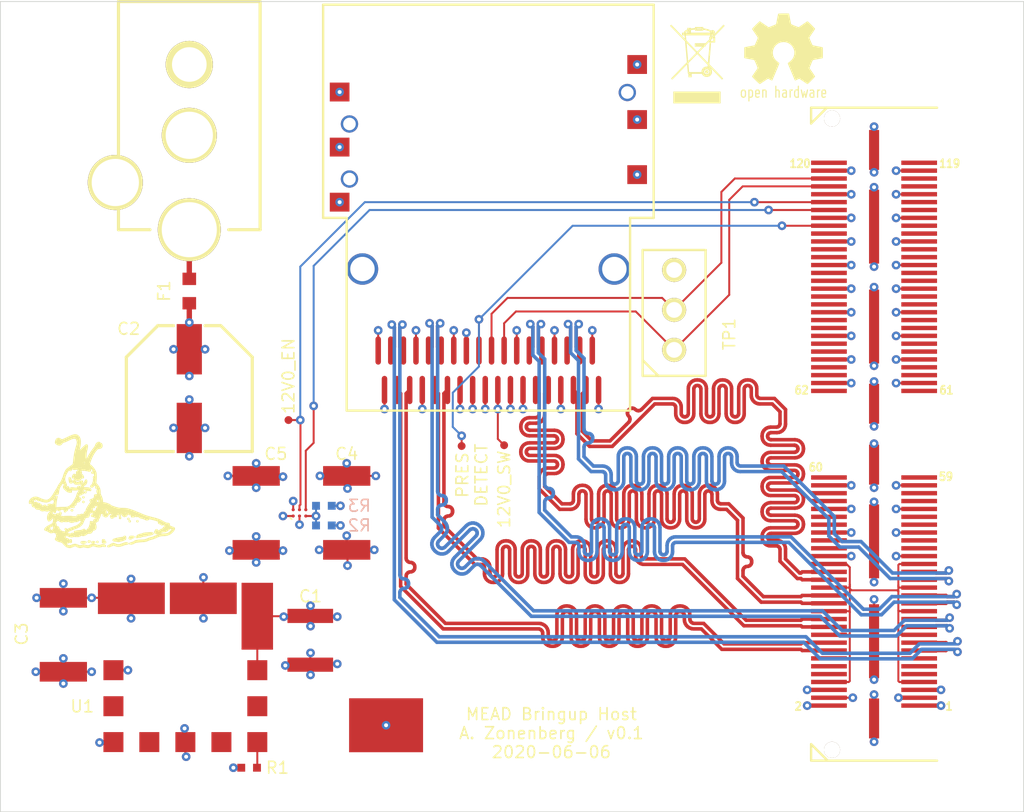
<source format=kicad_pcb>
(kicad_pcb (version 20171130) (host pcbnew "(5.1.4)")
  (layers (0 F.Cu signal) (1 In1.Cu signal) (2 In2.Cu signal) (31 B.Cu signal) (34 B.Paste user) (35 F.Paste user) (36 B.SilkS user) (37 F.SilkS user) (38 B.Mask user) (39 F.Mask user) (44 Edge.Cuts user))
  (net 0 "")
  (net 1 /GND)
  (net 2 /5V0)
  (net 3 /12V0)
  (net 4 /12V0_SWITCHED)
  (net 5 /12V0_RAW)
  (net 6 /PRESENCE_DETECT)
  (net 7 /12V0_EN)
  (net 8 /3V3)
  (net 9 /1V8)
  (net 10 /UART_TX)
  (net 11 /UART_RX)
  (net 12 /SWITCH_FLAG)
  (net 13 /2V5)
  (net 14 /DQ1_P)
  (net 15 /DQ0_P)
  (net 16 /DQ1_N)
  (net 17 /DQ0_N)
  (net 18 /DQ3_P)
  (net 19 /DQ2_P)
  (net 20 /DQ3_N)
  (net 21 /DQ2_N)
  (net 22 /DQ5_P)
  (net 23 /DQ4_P)
  (net 24 /DQ5_N)
  (net 25 /DQ4_N)
  (net 26 /DQ7_P)
  (net 27 /DQ6_P)
  (net 28 /DQ7_N)
  (net 29 /DQ6_N)
  (net 30 "Net-(R1-Pad1)")
  (net 31 /OVLO)
  (module azonenberg_pcb:LONGTHING-1200DPI (layer F.Cu) (at 137.5 87)
    (fp_text reference G*** hide)
    (fp_text value LOGO hide)
  )
  (module w_logo:Logo_silk_OSHW_6x6mm (layer F.Cu) (at 180.25 58.5)
    (fp_text reference G*** hide)
    (fp_text value LOGO hide)
  )
  (module w_logo:Logo_silk_WEEE_3.4x5mm (layer F.Cu) (at 174.75 59.5)
    (fp_text reference G*** hide)
    (fp_text value LOGO hide)
  )
  (module azonenberg_pcb:BGA_6_1.3x1.0_0.4MM (layer F.Cu) (at 149.5 88 90)
    (fp_text reference U2 hide)
    (fp_text value FPF2498 hide)
    (pad C2 smd circle (at 0.2 0.4 90) (size 0.2 0.2) (layers F.Cu F.Paste F.Mask) (net 12 /SWITCH_FLAG))
    (pad B2 smd circle (at 0.2 0 90) (size 0.2 0.2) (layers F.Cu F.Paste F.Mask) (net 7 /12V0_EN))
    (pad A2 smd circle (at 0.2 -0.4 90) (size 0.2 0.2) (layers F.Cu F.Paste F.Mask) (net 3 /12V0))
    (pad C1 smd circle (at -0.2 0.4 90) (size 0.2 0.2) (layers F.Cu F.Paste F.Mask) (net 31 /OVLO))
    (pad B1 smd circle (at -0.2 0 90) (size 0.2 0.2) (layers F.Cu F.Paste F.Mask) (net 4 /12V0_SWITCHED))
    (pad A1 smd circle (at -0.2 -0.4 90) (size 0.2 0.2) (layers F.Cu F.Paste F.Mask) (net 1 /GND))
  )
  (module azonenberg_pcb:MODULE_MURATA_OKL-T3-W12 (layer F.Cu) (at 142.25 98)
    (fp_text reference U1 (at -6.55 2.3) (layer F.SilkS) (effects (font (size 0.75 0.75) (thickness 0.1))))
    (fp_text value OKL-T_3-W12P-C hide)
    (pad 2 smd rect (at -3.43 -4.57 90) (size 2 4.25) (layers F.Cu F.Paste F.Mask) (net 3 /12V0))
    (pad 3 smd rect (at 1.14 -4.57 90) (size 2 4.25) (layers F.Cu F.Paste F.Mask) (net 1 /GND))
    (pad 4 smd rect (at 4.57 -3.43) (size 2 4.25) (layers F.Cu F.Paste F.Mask) (net 2 /5V0))
    (pad 5 smd rect (at 4.57 0) (size 1.27 1.27) (layers F.Cu F.Paste F.Mask) (net 2 /5V0))
    (pad 11 smd rect (at 4.57 2.29) (size 1.27 1.27) (layers F.Cu F.Paste F.Mask))
    (pad 6 smd rect (at 4.57 4.57) (size 1.27 1.27) (layers F.Cu F.Paste F.Mask) (net 30 "Net-(R1-Pad1)"))
    (pad 12 smd rect (at 2.29 4.57) (size 1.27 1.27) (layers F.Cu F.Paste F.Mask))
    (pad 7 smd rect (at 0 4.57) (size 1.27 1.27) (layers F.Cu F.Paste F.Mask) (net 1 /GND))
    (pad 8 smd rect (at -2.29 4.57) (size 1.27 1.27) (layers F.Cu F.Paste F.Mask))
    (pad 9 smd rect (at -4.57 4.57) (size 1.27 1.27) (layers F.Cu F.Paste F.Mask) (net 3 /12V0))
    (pad 10 smd rect (at -4.57 2.29) (size 1.27 1.27) (layers F.Cu F.Paste F.Mask))
    (pad 1 smd rect (at -4.57 0) (size 1.27 1.27) (layers F.Cu F.Paste F.Mask) (net 3 /12V0))
  )
  (module azonenberg_pcb:TESTPOINT_SMT_0.5MM (layer F.Cu) (at 159.8 83.75)
    (fp_text reference TP5 hide)
    (fp_text value TESTPAD hide)
    (pad 1 smd circle (at 0 0) (size 0.5 0.5) (layers F.Cu F.Mask) (net 6 /PRESENCE_DETECT))
  )
  (module azonenberg_pcb:TESTPOINT_SMT_0.5MM (layer F.Cu) (at 148.8 82.1)
    (fp_text reference TP4 hide)
    (fp_text value TESTPAD hide)
    (pad 1 smd circle (at 0 0) (size 0.5 0.5) (layers F.Cu F.Mask) (net 7 /12V0_EN))
  )
  (module azonenberg_pcb:TESTPOINT_SMT_0.5MM (layer F.Cu) (at 162.5 83.7)
    (fp_text reference TP3 hide)
    (fp_text value TESTPAD hide)
    (pad 1 smd circle (at 0 0) (size 0.5 0.5) (layers F.Cu F.Mask) (net 4 /12V0_SWITCHED))
  )
  (module azonenberg_pcb:TESTPOINT_SMT_KEYSTONE_5016 (layer F.Cu) (at 155 101.5)
    (fp_text reference TP2 hide)
    (fp_text value TESTCLIP hide)
    (pad 1 smd rect (at 0 0) (size 4.7 3.43) (layers F.Cu F.Paste F.Mask) (net 1 /GND))
  )
  (module azonenberg_pcb:CONN_HEADER_2.54MM_1x3 (layer F.Cu) (at 173.3 75.1 90)
    (fp_text reference TP1 (at -1.54 3.5 90) (layer F.SilkS) (effects (font (size 0.75 0.75) (thickness 0.1))))
    (fp_text value Conn_01x03 hide)
    (pad 3 thru_hole circle (at 2.54 0 90) (size 1.524 1.524) (drill 1) (layers *.Cu *.Mask F.SilkS) (net 1 /GND))
    (pad 2 thru_hole circle (at 0 0 90) (size 1.524 1.524) (drill 1) (layers *.Cu *.Mask F.SilkS) (net 10 /UART_TX))
    (pad 1 thru_hole circle (at -2.54 0 90) (size 1.524 1.524) (drill 1) (layers *.Cu *.Mask F.SilkS) (net 11 /UART_RX))
  )
  (module azonenberg_pcb:EIA_0402_RES_NOSILK (layer B.Cu) (at 151.05 87.55)
    (fp_text reference R3 (at 2.25 0) (layer B.SilkS) (effects (font (size 0.75 0.75) (thickness 0.1)) (justify mirror)))
    (fp_text value 93.1K hide)
    (pad 2 smd rect (at 0.5 0) (size 0.5 0.5) (layers B.Cu B.Paste B.Mask) (net 1 /GND))
    (pad 1 smd rect (at -0.5 0) (size 0.5 0.5) (layers B.Cu B.Paste B.Mask) (net 31 /OVLO))
  )
  (module azonenberg_pcb:EIA_0402_RES_NOSILK (layer B.Cu) (at 151.05 88.8 180)
    (fp_text reference R2 (at -2.25 0) (layer B.SilkS) (effects (font (size 0.75 0.75) (thickness 0.1)) (justify mirror)))
    (fp_text value 1M hide)
    (pad 2 smd rect (at 0.5 0 180) (size 0.5 0.5) (layers B.Cu B.Paste B.Mask) (net 31 /OVLO))
    (pad 1 smd rect (at -0.5 0 180) (size 0.5 0.5) (layers B.Cu B.Paste B.Mask) (net 3 /12V0))
  )
  (module azonenberg_pcb:EIA_0402_RES_NOSILK (layer F.Cu) (at 146.3 104.2 180)
    (fp_text reference R1 (at -1.8 0) (layer F.SilkS) (effects (font (size 0.75 0.75) (thickness 0.1))))
    (fp_text value 1.33K hide)
    (pad 2 smd rect (at 0.5 0 180) (size 0.5 0.5) (layers F.Cu F.Paste F.Mask) (net 1 /GND))
    (pad 1 smd rect (at -0.5 0 180) (size 0.5 0.5) (layers F.Cu F.Paste F.Mask) (net 30 "Net-(R1-Pad1)"))
  )
  (module azonenberg_pcb:CONN_CUI_PJ-058BH_HIPWR_BARREL_NOSLOT (layer F.Cu) (at 142.5 63.5 270)
    (fp_text reference K1 hide)
    (fp_text value CONN_3_PWROUT hide)
    (pad 3 thru_hole circle (at 3.5 4.7 270) (size 3.5 3.5) (drill 3) (layers *.Cu *.Mask F.SilkS) (net 1 /GND))
    (pad 1 thru_hole circle (at 6.5 0 270) (size 4 4) (drill 3.5) (layers *.Cu *.Mask F.SilkS) (net 5 /12V0_RAW))
    (pad 2 thru_hole circle (at 0.5 0 270) (size 3.5 3.5) (drill 3) (layers *.Cu *.Mask F.SilkS) (net 1 /GND))
    (pad "" thru_hole circle (at -4 0 270) (size 3 3) (drill 2.2) (layers *.Cu *.Mask F.SilkS))
  )
  (module azonenberg_pcb:CONN_SFF8087_MOLEX_75783-0140 (layer F.Cu) (at 161.5 72.5 180)
    (fp_text reference J2 hide)
    (fp_text value CONN_SFF8087 hide)
    (pad SHLD smd rect (at -9.45 6 270) (size 1.2 1.25) (layers F.Cu F.Paste F.Mask) (net 1 /GND))
    (pad SHLD smd rect (at -9.45 9.5 270) (size 1.2 1.25) (layers F.Cu F.Paste F.Mask) (net 1 /GND))
    (pad SHLD smd rect (at -9.45 13 270) (size 1.2 1.25) (layers F.Cu F.Paste F.Mask) (net 1 /GND))
    (pad SHLD smd rect (at 9.45 4.25 270) (size 1.2 1.25) (layers F.Cu F.Paste F.Mask) (net 1 /GND))
    (pad SHLD smd rect (at 9.45 7.75 90) (size 1.2 1.25) (layers F.Cu F.Paste F.Mask) (net 1 /GND))
    (pad SHLD smd rect (at 9.45 11.25 270) (size 1.2 1.25) (layers F.Cu F.Paste F.Mask) (net 1 /GND))
    (pad SHLD thru_hole circle (at -8.825 11.22 180) (size 1.1 1.1) (drill 0.8) (layers *.Cu *.Mask) (net 1 /GND))
    (pad SHLD thru_hole circle (at 8.825 9.22 180) (size 1.1 1.1) (drill 0.8) (layers *.Cu *.Mask) (net 1 /GND))
    (pad SHLD thru_hole circle (at 8.825 5.72 180) (size 1.1 1.1) (drill 0.8) (layers *.Cu *.Mask) (net 1 /GND))
    (pad SHLD thru_hole circle (at -8 0 180) (size 2 2) (drill 1.55) (layers *.Cu *.Mask) (net 1 /GND))
    (pad SHLD thru_hole circle (at 8 0 180) (size 2 2) (drill 1.55) (layers *.Cu *.Mask) (net 1 /GND))
    (pad B18 smd roundrect (at 6.6 -7.69 180) (size 0.35 1.8) (layers F.Cu F.Paste F.Mask) (roundrect_rratio 0.5) (net 1 /GND))
    (pad A18 smd roundrect (at 7 -5.18 180) (size 0.35 1.8) (layers F.Cu F.Paste F.Mask) (roundrect_rratio 0.5) (net 1 /GND))
    (pad B17 smd roundrect (at 5.8 -7.69 180) (size 0.35 1.8) (layers F.Cu F.Paste F.Mask) (roundrect_rratio 0.5) (net 20 /DQ3_N))
    (pad A17 smd roundrect (at 6.2 -5.18 180) (size 0.35 1.8) (layers F.Cu F.Paste F.Mask) (roundrect_rratio 0.5) (net 28 /DQ7_N))
    (pad B16 smd roundrect (at 5 -7.69 180) (size 0.35 1.8) (layers F.Cu F.Paste F.Mask) (roundrect_rratio 0.5) (net 18 /DQ3_P))
    (pad A16 smd roundrect (at 5.4 -5.18 180) (size 0.35 1.8) (layers F.Cu F.Paste F.Mask) (roundrect_rratio 0.5) (net 26 /DQ7_P))
    (pad B15 smd roundrect (at 4.2 -7.69 180) (size 0.35 1.8) (layers F.Cu F.Paste F.Mask) (roundrect_rratio 0.5) (net 1 /GND))
    (pad A15 smd roundrect (at 4.6 -5.18 180) (size 0.35 1.8) (layers F.Cu F.Paste F.Mask) (roundrect_rratio 0.5) (net 1 /GND))
    (pad B14 smd roundrect (at 3.4 -7.69 180) (size 0.35 1.8) (layers F.Cu F.Paste F.Mask) (roundrect_rratio 0.5) (net 21 /DQ2_N))
    (pad A14 smd roundrect (at 3.8 -5.18 180) (size 0.35 1.8) (layers F.Cu F.Paste F.Mask) (roundrect_rratio 0.5) (net 29 /DQ6_N))
    (pad B13 smd roundrect (at 2.6 -7.69 180) (size 0.35 1.8) (layers F.Cu F.Paste F.Mask) (roundrect_rratio 0.5) (net 19 /DQ2_P))
    (pad A13 smd roundrect (at 3 -5.18 180) (size 0.35 1.8) (layers F.Cu F.Paste F.Mask) (roundrect_rratio 0.5) (net 27 /DQ6_P))
    (pad B12 smd roundrect (at 1.8 -7.69 180) (size 0.35 1.8) (layers F.Cu F.Paste F.Mask) (roundrect_rratio 0.5) (net 1 /GND))
    (pad A12 smd roundrect (at 2.2 -5.18 180) (size 0.35 1.8) (layers F.Cu F.Paste F.Mask) (roundrect_rratio 0.5) (net 1 /GND))
    (pad B11 smd roundrect (at 1 -7.69 180) (size 0.35 1.8) (layers F.Cu F.Paste F.Mask) (roundrect_rratio 0.5) (net 4 /12V0_SWITCHED))
    (pad A11 smd roundrect (at 1.4 -5.18 180) (size 0.35 1.8) (layers F.Cu F.Paste F.Mask) (roundrect_rratio 0.5) (net 4 /12V0_SWITCHED))
    (pad B10 smd roundrect (at 0.2 -7.69 180) (size 0.35 1.8) (layers F.Cu F.Paste F.Mask) (roundrect_rratio 0.5) (net 4 /12V0_SWITCHED))
    (pad A10 smd roundrect (at 0.6 -5.18 180) (size 0.35 1.8) (layers F.Cu F.Paste F.Mask) (roundrect_rratio 0.5) (net 6 /PRESENCE_DETECT))
    (pad B9 smd roundrect (at -0.6 -7.69 180) (size 0.35 1.8) (layers F.Cu F.Paste F.Mask) (roundrect_rratio 0.5) (net 4 /12V0_SWITCHED))
    (pad A9 smd roundrect (at -0.2 -5.18 180) (size 0.35 1.8) (layers F.Cu F.Paste F.Mask) (roundrect_rratio 0.5) (net 10 /UART_TX))
    (pad B8 smd roundrect (at -1.4 -7.69 180) (size 0.35 1.8) (layers F.Cu F.Paste F.Mask) (roundrect_rratio 0.5) (net 4 /12V0_SWITCHED))
    (pad A8 smd roundrect (at -1 -5.18 180) (size 0.35 1.8) (layers F.Cu F.Paste F.Mask) (roundrect_rratio 0.5) (net 11 /UART_RX))
    (pad B7 smd roundrect (at -2.2 -7.69 180) (size 0.35 1.8) (layers F.Cu F.Paste F.Mask) (roundrect_rratio 0.5) (net 1 /GND))
    (pad A7 smd roundrect (at -1.8 -5.18 180) (size 0.35 1.8) (layers F.Cu F.Paste F.Mask) (roundrect_rratio 0.5) (net 1 /GND))
    (pad B6 smd roundrect (at -3 -7.69 180) (size 0.35 1.8) (layers F.Cu F.Paste F.Mask) (roundrect_rratio 0.5) (net 16 /DQ1_N))
    (pad A6 smd roundrect (at -2.6 -5.18 180) (size 0.35 1.8) (layers F.Cu F.Paste F.Mask) (roundrect_rratio 0.5) (net 24 /DQ5_N))
    (pad B5 smd roundrect (at -3.8 -7.69 180) (size 0.35 1.8) (layers F.Cu F.Paste F.Mask) (roundrect_rratio 0.5) (net 14 /DQ1_P))
    (pad A5 smd roundrect (at -3.4 -5.18 180) (size 0.35 1.8) (layers F.Cu F.Paste F.Mask) (roundrect_rratio 0.5) (net 22 /DQ5_P))
    (pad B4 smd roundrect (at -4.6 -7.69 180) (size 0.35 1.8) (layers F.Cu F.Paste F.Mask) (roundrect_rratio 0.5) (net 1 /GND))
    (pad A4 smd roundrect (at -4.2 -5.18 180) (size 0.35 1.8) (layers F.Cu F.Paste F.Mask) (roundrect_rratio 0.5) (net 1 /GND))
    (pad B3 smd roundrect (at -5.4 -7.69 180) (size 0.35 1.8) (layers F.Cu F.Paste F.Mask) (roundrect_rratio 0.5) (net 17 /DQ0_N))
    (pad A3 smd roundrect (at -5 -5.18 180) (size 0.35 1.8) (layers F.Cu F.Paste F.Mask) (roundrect_rratio 0.5) (net 25 /DQ4_N))
    (pad B2 smd roundrect (at -6.2 -7.69 180) (size 0.35 1.8) (layers F.Cu F.Paste F.Mask) (roundrect_rratio 0.5) (net 15 /DQ0_P))
    (pad A2 smd roundrect (at -5.8 -5.18 180) (size 0.35 1.8) (layers F.Cu F.Paste F.Mask) (roundrect_rratio 0.5) (net 23 /DQ4_P))
    (pad B1 smd roundrect (at -7 -7.69 180) (size 0.35 1.8) (layers F.Cu F.Paste F.Mask) (roundrect_rratio 0.5) (net 1 /GND))
    (pad A1 smd roundrect (at -6.6 -5.18 180) (size 0.35 1.8) (layers F.Cu F.Paste F.Mask) (roundrect_rratio 0.5) (net 1 /GND))
  )
  (module azonenberg_pcb:CONN_SAMTEC_QSH-060-01-L-D-A (layer F.Cu) (at 186 83 180)
    (fp_text reference J1 hide)
    (fp_text value CONN_INTEGRALSTICK_FPGA_HOST hide)
    (fp_text user 119 (at -4.8 17.2) (layer F.SilkS) (effects (font (size 0.508 0.457) (thickness 0.11425))))
    (fp_text user 120 (at 4.7 17.2) (layer F.SilkS) (effects (font (size 0.508 0.457) (thickness 0.11425))))
    (fp_text user 62 (at 4.6 2.8) (layer F.SilkS) (effects (font (size 0.508 0.457) (thickness 0.11425))))
    (fp_text user 61 (at -4.6 2.8) (layer F.SilkS) (effects (font (size 0.508 0.457) (thickness 0.11425))))
    (fp_text user 1 (at -4.765 -17.3) (layer F.SilkS) (effects (font (size 0.508 0.457) (thickness 0.11425))))
    (fp_text user 2 (at 4.815 -17.3) (layer F.SilkS) (effects (font (size 0.508 0.457) (thickness 0.11425))))
    (fp_text user 60 (at 3.7 -2.1) (layer F.SilkS) (effects (font (size 0.508 0.457) (thickness 0.11425))))
    (fp_text user 59 (at -4.565 -2.7) (layer F.SilkS) (effects (font (size 0.508 0.457) (thickness 0.11425))))
    (pad 65 smd rect (at -2.865 3.753 180) (size 2.27 0.279) (layers F.Cu F.Paste F.Mask))
    (pad 66 smd rect (at 2.865 3.753 180) (size 2.27 0.279) (layers F.Cu F.Paste F.Mask))
    (pad 73 smd rect (at -2.865 5.753 180) (size 2.27 0.279) (layers F.Cu F.Paste F.Mask))
    (pad 74 smd rect (at 2.865 5.753 180) (size 2.27 0.279) (layers F.Cu F.Paste F.Mask))
    (pad 67 smd rect (at -2.865 4.253 180) (size 2.27 0.279) (layers F.Cu F.Paste F.Mask))
    (pad 68 smd rect (at 2.865 4.253 180) (size 2.27 0.279) (layers F.Cu F.Paste F.Mask))
    (pad 69 smd rect (at -2.865 4.753 180) (size 2.27 0.279) (layers F.Cu F.Paste F.Mask) (net 8 /3V3))
    (pad 70 smd rect (at 2.865 4.753 180) (size 2.27 0.279) (layers F.Cu F.Paste F.Mask) (net 8 /3V3))
    (pad 120 smd rect (at 2.865 17.253 180) (size 2.27 0.279) (layers F.Cu F.Paste F.Mask))
    (pad 128 smd rect (at 0 18.068 180) (size 0.64 2.54) (layers F.Cu F.Paste F.Mask) (net 1 /GND))
    (pad 125 smd rect (at 0 1.938 180) (size 0.64 2.54) (layers F.Cu F.Paste F.Mask) (net 1 /GND))
    (pad 79 smd rect (at -2.865 7.253 180) (size 2.27 0.279) (layers F.Cu F.Paste F.Mask))
    (pad 80 smd rect (at 2.865 7.253 180) (size 2.27 0.279) (layers F.Cu F.Paste F.Mask))
    (pad 91 smd rect (at -2.865 10.253 180) (size 2.27 0.279) (layers F.Cu F.Paste F.Mask))
    (pad 92 smd rect (at 2.865 10.253 180) (size 2.27 0.279) (layers F.Cu F.Paste F.Mask))
    (pad 93 smd rect (at -2.865 10.753 180) (size 2.27 0.279) (layers F.Cu F.Paste F.Mask) (net 8 /3V3))
    (pad 94 smd rect (at 2.865 10.753 180) (size 2.27 0.279) (layers F.Cu F.Paste F.Mask) (net 8 /3V3))
    (pad 119 smd rect (at -2.865 17.253 180) (size 2.27 0.279) (layers F.Cu F.Paste F.Mask))
    (pad 127 smd rect (at 0 13.194 180) (size 0.64 4.7) (layers F.Cu F.Paste F.Mask) (net 1 /GND))
    (pad 126 smd rect (at 0 6.844 180) (size 0.64 4.7) (layers F.Cu F.Paste F.Mask) (net 1 /GND))
    (pad 95 smd rect (at -2.865 11.253 180) (size 2.27 0.279) (layers F.Cu F.Paste F.Mask))
    (pad 96 smd rect (at 2.865 11.253 180) (size 2.27 0.279) (layers F.Cu F.Paste F.Mask))
    (pad 63 smd rect (at -2.865 3.253 180) (size 2.27 0.279) (layers F.Cu F.Paste F.Mask) (net 9 /1V8))
    (pad 64 smd rect (at 2.865 3.253 180) (size 2.27 0.279) (layers F.Cu F.Paste F.Mask) (net 9 /1V8))
    (pad 71 smd rect (at -2.865 5.253 180) (size 2.27 0.279) (layers F.Cu F.Paste F.Mask))
    (pad 72 smd rect (at 2.865 5.253 180) (size 2.27 0.279) (layers F.Cu F.Paste F.Mask))
    (pad 62 smd rect (at 2.865 2.753 180) (size 2.27 0.279) (layers F.Cu F.Paste F.Mask))
    (pad 89 smd rect (at -2.865 9.753 180) (size 2.27 0.279) (layers F.Cu F.Paste F.Mask))
    (pad 90 smd rect (at 2.865 9.753 180) (size 2.27 0.279) (layers F.Cu F.Paste F.Mask))
    (pad 75 smd rect (at -2.865 6.253 180) (size 2.27 0.279) (layers F.Cu F.Paste F.Mask) (net 8 /3V3))
    (pad 76 smd rect (at 2.865 6.253 180) (size 2.27 0.279) (layers F.Cu F.Paste F.Mask) (net 8 /3V3))
    (pad 115 smd rect (at -2.865 16.253 180) (size 2.27 0.279) (layers F.Cu F.Paste F.Mask))
    (pad 116 smd rect (at 2.865 16.253 180) (size 2.27 0.279) (layers F.Cu F.Paste F.Mask) (net 10 /UART_TX))
    (pad 87 smd rect (at -2.865 9.253 180) (size 2.27 0.279) (layers F.Cu F.Paste F.Mask) (net 8 /3V3))
    (pad 88 smd rect (at 2.865 9.253 180) (size 2.27 0.279) (layers F.Cu F.Paste F.Mask) (net 8 /3V3))
    (pad 111 smd rect (at -2.865 15.253 180) (size 2.27 0.279) (layers F.Cu F.Paste F.Mask) (net 8 /3V3))
    (pad 112 smd rect (at 2.865 15.253 180) (size 2.27 0.279) (layers F.Cu F.Paste F.Mask) (net 8 /3V3))
    (pad 117 smd rect (at -2.865 16.753 180) (size 2.27 0.279) (layers F.Cu F.Paste F.Mask) (net 8 /3V3))
    (pad 118 smd rect (at 2.865 16.753 180) (size 2.27 0.279) (layers F.Cu F.Paste F.Mask) (net 8 /3V3))
    (pad 61 smd rect (at -2.865 2.753 180) (size 2.27 0.279) (layers F.Cu F.Paste F.Mask))
    (pad 109 smd rect (at -2.865 14.753 180) (size 2.27 0.279) (layers F.Cu F.Paste F.Mask))
    (pad 110 smd rect (at 2.865 14.753 180) (size 2.27 0.279) (layers F.Cu F.Paste F.Mask) (net 7 /12V0_EN))
    (pad 107 smd rect (at -2.865 14.253 180) (size 2.27 0.279) (layers F.Cu F.Paste F.Mask))
    (pad 108 smd rect (at 2.865 14.253 180) (size 2.27 0.279) (layers F.Cu F.Paste F.Mask) (net 12 /SWITCH_FLAG))
    (pad 101 smd rect (at -2.865 12.753 180) (size 2.27 0.279) (layers F.Cu F.Paste F.Mask))
    (pad 102 smd rect (at 2.865 12.753 180) (size 2.27 0.279) (layers F.Cu F.Paste F.Mask))
    (pad 97 smd rect (at -2.865 11.753 180) (size 2.27 0.279) (layers F.Cu F.Paste F.Mask))
    (pad 98 smd rect (at 2.865 11.753 180) (size 2.27 0.279) (layers F.Cu F.Paste F.Mask))
    (pad 77 smd rect (at -2.865 6.753 180) (size 2.27 0.279) (layers F.Cu F.Paste F.Mask))
    (pad 78 smd rect (at 2.865 6.753 180) (size 2.27 0.279) (layers F.Cu F.Paste F.Mask))
    (pad 103 smd rect (at -2.865 13.253 180) (size 2.27 0.279) (layers F.Cu F.Paste F.Mask))
    (pad 104 smd rect (at 2.865 13.253 180) (size 2.27 0.279) (layers F.Cu F.Paste F.Mask) (net 6 /PRESENCE_DETECT))
    (pad 83 smd rect (at -2.865 8.253 180) (size 2.27 0.279) (layers F.Cu F.Paste F.Mask))
    (pad 84 smd rect (at 2.865 8.253 180) (size 2.27 0.279) (layers F.Cu F.Paste F.Mask))
    (pad 81 smd rect (at -2.865 7.753 180) (size 2.27 0.279) (layers F.Cu F.Paste F.Mask) (net 8 /3V3))
    (pad 82 smd rect (at 2.865 7.753 180) (size 2.27 0.279) (layers F.Cu F.Paste F.Mask) (net 8 /3V3))
    (pad 105 smd rect (at -2.865 13.753 180) (size 2.27 0.279) (layers F.Cu F.Paste F.Mask) (net 8 /3V3))
    (pad 106 smd rect (at 2.865 13.753 180) (size 2.27 0.279) (layers F.Cu F.Paste F.Mask) (net 8 /3V3))
    (pad 85 smd rect (at -2.865 8.753 180) (size 2.27 0.279) (layers F.Cu F.Paste F.Mask))
    (pad 86 smd rect (at 2.865 8.753 180) (size 2.27 0.279) (layers F.Cu F.Paste F.Mask))
    (pad 99 smd rect (at -2.865 12.253 180) (size 2.27 0.279) (layers F.Cu F.Paste F.Mask) (net 8 /3V3))
    (pad 100 smd rect (at 2.865 12.253 180) (size 2.27 0.279) (layers F.Cu F.Paste F.Mask) (net 8 /3V3))
    (pad 113 smd rect (at -2.865 15.753 180) (size 2.27 0.279) (layers F.Cu F.Paste F.Mask))
    (pad 114 smd rect (at 2.865 15.753 180) (size 2.27 0.279) (layers F.Cu F.Paste F.Mask) (net 11 /UART_RX))
    (pad "" thru_hole circle (at 2.67 -20.065 180) (size 1.02 1.02) (drill 1.02) (layers *.Cu *.Mask F.SilkS))
    (pad 59 smd rect (at -2.865 -2.75 180) (size 2.27 0.279) (layers F.Cu F.Paste F.Mask))
    (pad 123 smd rect (at 0 -6.809 180) (size 0.64 4.7) (layers F.Cu F.Paste F.Mask) (net 1 /GND))
    (pad 122 smd rect (at 0 -13.159 180) (size 0.64 4.7) (layers F.Cu F.Paste F.Mask) (net 1 /GND))
    (pad 124 smd rect (at 0 -1.935 180) (size 0.64 2.54) (layers F.Cu F.Paste F.Mask) (net 1 /GND))
    (pad 121 smd rect (at 0 -18.065 180) (size 0.64 2.54) (layers F.Cu F.Paste F.Mask) (net 1 /GND))
    (pad "" thru_hole circle (at 2.67 20.065 180) (size 1.02 1.02) (drill 1.02) (layers *.Cu *.Mask F.SilkS))
    (pad 60 smd rect (at 2.865 -2.75 180) (size 2.27 0.279) (layers F.Cu F.Paste F.Mask))
    (pad 57 smd rect (at -2.865 -3.25 180) (size 2.27 0.279) (layers F.Cu F.Paste F.Mask) (net 9 /1V8))
    (pad 58 smd rect (at 2.865 -3.25 180) (size 2.27 0.279) (layers F.Cu F.Paste F.Mask) (net 9 /1V8))
    (pad 55 smd rect (at -2.865 -3.75 180) (size 2.27 0.279) (layers F.Cu F.Paste F.Mask))
    (pad 56 smd rect (at 2.865 -3.75 180) (size 2.27 0.279) (layers F.Cu F.Paste F.Mask))
    (pad 53 smd rect (at -2.865 -4.25 180) (size 2.27 0.279) (layers F.Cu F.Paste F.Mask))
    (pad 54 smd rect (at 2.865 -4.25 180) (size 2.27 0.279) (layers F.Cu F.Paste F.Mask))
    (pad 51 smd rect (at -2.865 -4.75 180) (size 2.27 0.279) (layers F.Cu F.Paste F.Mask) (net 9 /1V8))
    (pad 52 smd rect (at 2.865 -4.75 180) (size 2.27 0.279) (layers F.Cu F.Paste F.Mask) (net 9 /1V8))
    (pad 49 smd rect (at -2.865 -5.25 180) (size 2.27 0.279) (layers F.Cu F.Paste F.Mask))
    (pad 50 smd rect (at 2.865 -5.25 180) (size 2.27 0.279) (layers F.Cu F.Paste F.Mask))
    (pad 47 smd rect (at -2.865 -5.75 180) (size 2.27 0.279) (layers F.Cu F.Paste F.Mask))
    (pad 48 smd rect (at 2.865 -5.75 180) (size 2.27 0.279) (layers F.Cu F.Paste F.Mask))
    (pad 45 smd rect (at -2.865 -6.25 180) (size 2.27 0.279) (layers F.Cu F.Paste F.Mask) (net 9 /1V8))
    (pad 46 smd rect (at 2.865 -6.25 180) (size 2.27 0.279) (layers F.Cu F.Paste F.Mask) (net 9 /1V8))
    (pad 43 smd rect (at -2.865 -6.75 180) (size 2.27 0.279) (layers F.Cu F.Paste F.Mask))
    (pad 44 smd rect (at 2.865 -6.75 180) (size 2.27 0.279) (layers F.Cu F.Paste F.Mask))
    (pad 41 smd rect (at -2.865 -7.25 180) (size 2.27 0.279) (layers F.Cu F.Paste F.Mask))
    (pad 42 smd rect (at 2.865 -7.25 180) (size 2.27 0.279) (layers F.Cu F.Paste F.Mask))
    (pad 39 smd rect (at -2.865 -7.75 180) (size 2.27 0.279) (layers F.Cu F.Paste F.Mask) (net 9 /1V8))
    (pad 40 smd rect (at 2.865 -7.75 180) (size 2.27 0.279) (layers F.Cu F.Paste F.Mask) (net 9 /1V8))
    (pad 37 smd rect (at -2.865 -8.25 180) (size 2.27 0.279) (layers F.Cu F.Paste F.Mask) (net 13 /2V5))
    (pad 38 smd rect (at 2.865 -8.25 180) (size 2.27 0.279) (layers F.Cu F.Paste F.Mask) (net 13 /2V5))
    (pad 35 smd rect (at -2.865 -8.75 180) (size 2.27 0.279) (layers F.Cu F.Paste F.Mask) (net 23 /DQ4_P))
    (pad 36 smd rect (at 2.865 -8.75 180) (size 2.27 0.279) (layers F.Cu F.Paste F.Mask) (net 15 /DQ0_P))
    (pad 33 smd rect (at -2.865 -9.25 180) (size 2.27 0.279) (layers F.Cu F.Paste F.Mask) (net 25 /DQ4_N))
    (pad 34 smd rect (at 2.865 -9.25 180) (size 2.27 0.279) (layers F.Cu F.Paste F.Mask) (net 17 /DQ0_N))
    (pad 31 smd rect (at -2.865 -9.75 180) (size 2.27 0.279) (layers F.Cu F.Paste F.Mask) (net 13 /2V5))
    (pad 32 smd rect (at 2.865 -9.75 180) (size 2.27 0.279) (layers F.Cu F.Paste F.Mask) (net 13 /2V5))
    (pad 29 smd rect (at -2.865 -10.25 180) (size 2.27 0.279) (layers F.Cu F.Paste F.Mask) (net 22 /DQ5_P))
    (pad 30 smd rect (at 2.865 -10.25 180) (size 2.27 0.279) (layers F.Cu F.Paste F.Mask) (net 14 /DQ1_P))
    (pad 27 smd rect (at -2.865 -10.75 180) (size 2.27 0.279) (layers F.Cu F.Paste F.Mask) (net 24 /DQ5_N))
    (pad 28 smd rect (at 2.865 -10.75 180) (size 2.27 0.279) (layers F.Cu F.Paste F.Mask) (net 16 /DQ1_N))
    (pad 25 smd rect (at -2.865 -11.25 180) (size 2.27 0.279) (layers F.Cu F.Paste F.Mask) (net 13 /2V5))
    (pad 26 smd rect (at 2.865 -11.25 180) (size 2.27 0.279) (layers F.Cu F.Paste F.Mask) (net 13 /2V5))
    (pad 23 smd rect (at -2.865 -11.75 180) (size 2.27 0.279) (layers F.Cu F.Paste F.Mask) (net 27 /DQ6_P))
    (pad 24 smd rect (at 2.865 -11.75 180) (size 2.27 0.279) (layers F.Cu F.Paste F.Mask) (net 19 /DQ2_P))
    (pad 21 smd rect (at -2.865 -12.25 180) (size 2.27 0.279) (layers F.Cu F.Paste F.Mask) (net 29 /DQ6_N))
    (pad 22 smd rect (at 2.865 -12.25 180) (size 2.27 0.279) (layers F.Cu F.Paste F.Mask) (net 21 /DQ2_N))
    (pad 19 smd rect (at -2.865 -12.75 180) (size 2.27 0.279) (layers F.Cu F.Paste F.Mask) (net 13 /2V5))
    (pad 20 smd rect (at 2.865 -12.75 180) (size 2.27 0.279) (layers F.Cu F.Paste F.Mask) (net 13 /2V5))
    (pad 17 smd rect (at -2.865 -13.25 180) (size 2.27 0.279) (layers F.Cu F.Paste F.Mask) (net 26 /DQ7_P))
    (pad 18 smd rect (at 2.865 -13.25 180) (size 2.27 0.279) (layers F.Cu F.Paste F.Mask) (net 18 /DQ3_P))
    (pad 15 smd rect (at -2.865 -13.75 180) (size 2.27 0.279) (layers F.Cu F.Paste F.Mask) (net 28 /DQ7_N))
    (pad 16 smd rect (at 2.865 -13.75 180) (size 2.27 0.279) (layers F.Cu F.Paste F.Mask) (net 20 /DQ3_N))
    (pad 13 smd rect (at -2.865 -14.25 180) (size 2.27 0.279) (layers F.Cu F.Paste F.Mask) (net 13 /2V5))
    (pad 14 smd rect (at 2.865 -14.25 180) (size 2.27 0.279) (layers F.Cu F.Paste F.Mask) (net 13 /2V5))
    (pad 11 smd rect (at -2.865 -14.75 180) (size 2.27 0.279) (layers F.Cu F.Paste F.Mask))
    (pad 12 smd rect (at 2.865 -14.75 180) (size 2.27 0.279) (layers F.Cu F.Paste F.Mask))
    (pad 9 smd rect (at -2.865 -15.25 180) (size 2.27 0.279) (layers F.Cu F.Paste F.Mask))
    (pad 10 smd rect (at 2.865 -15.25 180) (size 2.27 0.279) (layers F.Cu F.Paste F.Mask))
    (pad 7 smd rect (at -2.865 -15.75 180) (size 2.27 0.279) (layers F.Cu F.Paste F.Mask) (net 13 /2V5))
    (pad 8 smd rect (at 2.865 -15.75 180) (size 2.27 0.279) (layers F.Cu F.Paste F.Mask) (net 13 /2V5))
    (pad 5 smd rect (at -2.865 -16.25 180) (size 2.27 0.279) (layers F.Cu F.Paste F.Mask) (net 2 /5V0))
    (pad 6 smd rect (at 2.865 -16.25 180) (size 2.27 0.279) (layers F.Cu F.Paste F.Mask) (net 2 /5V0))
    (pad 3 smd rect (at -2.865 -16.75 180) (size 2.27 0.279) (layers F.Cu F.Paste F.Mask) (net 2 /5V0))
    (pad 4 smd rect (at 2.865 -16.75 180) (size 2.27 0.279) (layers F.Cu F.Paste F.Mask) (net 2 /5V0))
    (pad 1 smd rect (at -2.865 -17.25 180) (size 2.27 0.279) (layers F.Cu F.Paste F.Mask) (net 2 /5V0))
    (pad 2 smd rect (at 2.865 -17.25 180) (size 2.27 0.279) (layers F.Cu F.Paste F.Mask) (net 2 /5V0))
  )
  (module azonenberg_pcb:EIA_0603_RES_NOSILK (layer F.Cu) (at 142.5 73.9 270)
    (fp_text reference F1 (at 0 1.6 90) (layer F.SilkS) (effects (font (size 0.75 0.75) (thickness 0.1))))
    (fp_text value 2A hide)
    (pad 2 smd rect (at 0.775 0 270) (size 0.787 0.864) (layers F.Cu F.Paste F.Mask) (net 3 /12V0))
    (pad 1 smd rect (at -0.775 0 270) (size 0.787 0.864) (layers F.Cu F.Paste F.Mask) (net 5 /12V0_RAW))
  )
  (module azonenberg_pcb:EIA_1812_CAP_NOSILK (layer F.Cu) (at 146.75 88 270)
    (fp_text reference C5 (at -3.75 -1.25 180) (layer F.SilkS) (effects (font (size 0.75 0.75) (thickness 0.1))))
    (fp_text value "22 uF 25V" hide)
    (pad 2 smd rect (at 2.35 0 270) (size 1.25 3) (layers F.Cu F.Paste F.Mask) (net 1 /GND))
    (pad 1 smd rect (at -2.35 0 270) (size 1.25 3) (layers F.Cu F.Paste F.Mask) (net 3 /12V0))
  )
  (module azonenberg_pcb:EIA_1812_CAP_NOSILK (layer F.Cu) (at 152.5 88 90)
    (fp_text reference C4 (at 3.75 0 180) (layer F.SilkS) (effects (font (size 0.75 0.75) (thickness 0.1))))
    (fp_text value "22 uF 25V" hide)
    (pad 2 smd rect (at 2.35 0 90) (size 1.25 3) (layers F.Cu F.Paste F.Mask) (net 1 /GND))
    (pad 1 smd rect (at -2.35 0 90) (size 1.25 3) (layers F.Cu F.Paste F.Mask) (net 4 /12V0_SWITCHED))
  )
  (module azonenberg_pcb:EIA_1812_CAP_NOSILK (layer F.Cu) (at 134.5 95.75 270)
    (fp_text reference C3 (at -0.05 2.65 90) (layer F.SilkS) (effects (font (size 0.75 0.75) (thickness 0.1))))
    (fp_text value "22 uF 25V" hide)
    (pad 2 smd rect (at 2.35 0 270) (size 1.25 3) (layers F.Cu F.Paste F.Mask) (net 1 /GND))
    (pad 1 smd rect (at -2.35 0 270) (size 1.25 3) (layers F.Cu F.Paste F.Mask) (net 3 /12V0))
  )
  (module azonenberg_pcb:CAP_AL_6.3MM_SMT (layer F.Cu) (at 142.5 80.1)
    (fp_text reference C2 (at -3.85 -3.8) (layer F.SilkS) (effects (font (size 0.75 0.75) (thickness 0.1))))
    (fp_text value "100 uF" hide)
    (pad 2 smd rect (at 0 2.5) (size 1.6 3.2) (layers F.Cu F.Paste F.Mask) (net 1 /GND))
    (pad 1 smd rect (at 0 -2.5) (size 1.6 3.2) (layers F.Cu F.Paste F.Mask) (net 3 /12V0))
  )
  (module azonenberg_pcb:EIA_1210_CAP_NOSILK (layer F.Cu) (at 150.2 96.1 270)
    (fp_text reference C1 (at -2.8 0 180) (layer F.SilkS) (effects (font (size 0.75 0.75) (thickness 0.1))))
    (fp_text value "22 uF" hide)
    (pad 2 smd rect (at 1.55 0.01493 270) (size 0.9 2.9) (layers F.Cu F.Paste F.Mask) (net 1 /GND))
    (pad 1 smd rect (at -1.55 0.01493 270) (size 0.9 2.9) (layers F.Cu F.Paste F.Mask) (net 2 /5V0))
  )
  (gr_text "MEAD Bringup Host\nA. Zonenberg / v0.1\n2020-06-06" (at 165.5 102) (layer F.SilkS) (effects (font (size 0.75 0.75) (thickness 0.1))))
  (gr_text 12V0_EN (at 148.8 79.3 90) (layer F.SilkS) (effects (font (size 0.75 0.75) (thickness 0.1))))
  (gr_text 12V0_SW (at 162.5 86.5 90) (layer F.SilkS) (effects (font (size 0.75 0.75) (thickness 0.1))))
  (gr_text "PRES\nDETECT" (at 160.45 85.6 90) (layer F.SilkS) (effects (font (size 0.75 0.75) (thickness 0.1))))
  (gr_line (start 130.5 55.5) (end 195.5 55.5) (layer Edge.Cuts) (width 0.05))
  (gr_line (start 130.5 107) (end 130.5 55.5) (layer Edge.Cuts) (width 0.05))
  (gr_line (start 195.5 107) (end 130.5 107) (layer Edge.Cuts) (width 0.05))
  (gr_line (start 195.5 55.5) (end 195.5 107) (layer Edge.Cuts) (width 0.05))
  (via (at 170.95 63) (size 0.55) (drill 0.25) (layers F.Cu B.Cu) (net 1))
  (via (at 170.95 66.5) (size 0.55) (drill 0.25) (layers F.Cu B.Cu) (net 1))
  (via (at 170.95 59.5) (size 0.55) (drill 0.25) (layers F.Cu B.Cu) (net 1))
  (via (at 152.05 61.25) (size 0.55) (drill 0.25) (layers F.Cu B.Cu) (net 1))
  (via (at 152.05 64.75) (size 0.55) (drill 0.25) (layers F.Cu B.Cu) (net 1))
  (via (at 152.05 68.25) (size 0.55) (drill 0.25) (layers F.Cu B.Cu) (net 1))
  (via (at 154.5 76.4) (size 0.55) (drill 0.25) (layers F.Cu B.Cu) (net 1))
  (segment (start 154.5 76.4) (end 154.5 77.68) (width 0.125) (layer F.Cu) (net 1))
  (via (at 156.9 76.4) (size 0.55) (drill 0.25) (layers F.Cu B.Cu) (net 1))
  (segment (start 156.9 76.4) (end 156.9 77.68) (width 0.125) (layer F.Cu) (net 1))
  (via (at 159.3 76.4) (size 0.55) (drill 0.25) (layers F.Cu B.Cu) (net 1))
  (segment (start 159.3 76.4) (end 159.3 77.68) (width 0.125) (layer F.Cu) (net 1))
  (via (at 163.3 76.4) (size 0.55) (drill 0.25) (layers F.Cu B.Cu) (net 1))
  (segment (start 163.3 76.4) (end 163.3 77.68) (width 0.125) (layer F.Cu) (net 1))
  (via (at 165.7 76.4) (size 0.55) (drill 0.25) (layers F.Cu B.Cu) (net 1))
  (segment (start 165.7 76.4) (end 165.7 77.68) (width 0.125) (layer F.Cu) (net 1))
  (via (at 168.1 76.4) (size 0.55) (drill 0.25) (layers F.Cu B.Cu) (net 1))
  (segment (start 168.1 76.4) (end 168.1 77.68) (width 0.125) (layer F.Cu) (net 1))
  (via (at 141.5 82.6) (size 0.55) (drill 0.25) (layers F.Cu B.Cu) (net 1))
  (segment (start 142.5 82.6) (end 141.5 82.6) (width 0.125) (layer F.Cu) (net 1))
  (via (at 143.5 82.6) (size 0.55) (drill 0.25) (layers F.Cu B.Cu) (net 1))
  (segment (start 143.5 82.6) (end 142.5 82.6) (width 0.125) (layer F.Cu) (net 1))
  (via (at 142.5 80.8) (size 0.55) (drill 0.25) (layers F.Cu B.Cu) (net 1))
  (segment (start 142.5 82.6) (end 142.5 80.8) (width 0.125) (layer F.Cu) (net 1))
  (via (at 142.5 84.4) (size 0.55) (drill 0.25) (layers F.Cu B.Cu) (net 1))
  (segment (start 142.5 84.4) (end 142.5 82.6) (width 0.125) (layer F.Cu) (net 1))
  (via (at 143.4 92.1) (size 0.55) (drill 0.25) (layers F.Cu B.Cu) (net 1))
  (segment (start 143.39 93.43) (end 143.39 92.11) (width 0.125) (layer F.Cu) (net 1))
  (segment (start 143.39 92.11) (end 143.4 92.1) (width 0.125) (layer F.Cu) (net 1))
  (via (at 143.4 94.7) (size 0.55) (drill 0.25) (layers F.Cu B.Cu) (net 1))
  (segment (start 143.4 93.44) (end 143.39 93.43) (width 0.125) (layer F.Cu) (net 1))
  (segment (start 143.4 94.7) (end 143.4 93.44) (width 0.125) (layer F.Cu) (net 1))
  (segment (start 142.25 102.57) (end 142.25 103.45) (width 0.125) (layer F.Cu) (net 1))
  (via (at 142.3 103.5) (size 0.55) (drill 0.25) (layers F.Cu B.Cu) (net 1))
  (segment (start 142.25 103.45) (end 142.3 103.5) (width 0.125) (layer F.Cu) (net 1))
  (via (at 142.2 101.7) (size 0.55) (drill 0.25) (layers F.Cu B.Cu) (net 1))
  (segment (start 142.2 102.52) (end 142.25 102.57) (width 0.125) (layer F.Cu) (net 1))
  (segment (start 142.2 101.7) (end 142.2 102.52) (width 0.125) (layer F.Cu) (net 1))
  (via (at 145.3 104.2) (size 0.55) (drill 0.25) (layers F.Cu B.Cu) (net 1))
  (segment (start 145.8 104.2) (end 145.3 104.2) (width 0.125) (layer F.Cu) (net 1))
  (via (at 150.2 96.9) (size 0.55) (drill 0.25) (layers F.Cu B.Cu) (net 1))
  (segment (start 150.18507 97.65) (end 150.18507 96.91493) (width 0.125) (layer F.Cu) (net 1))
  (segment (start 150.18507 96.91493) (end 150.2 96.9) (width 0.125) (layer F.Cu) (net 1))
  (via (at 150.2 98.3) (size 0.55) (drill 0.25) (layers F.Cu B.Cu) (net 1))
  (segment (start 150.2 97.66493) (end 150.18507 97.65) (width 0.125) (layer F.Cu) (net 1))
  (segment (start 150.2 98.3) (end 150.2 97.66493) (width 0.125) (layer F.Cu) (net 1))
  (via (at 148.6 97.7) (size 0.55) (drill 0.25) (layers F.Cu B.Cu) (net 1))
  (segment (start 148.6 97.66007) (end 148.6 97.7) (width 0.125) (layer F.Cu) (net 1))
  (segment (start 150.18507 97.65) (end 148.61007 97.65) (width 0.125) (layer F.Cu) (net 1))
  (segment (start 148.61007 97.65) (end 148.6 97.66007) (width 0.125) (layer F.Cu) (net 1))
  (via (at 151.9 97.6) (size 0.55) (drill 0.25) (layers F.Cu B.Cu) (net 1))
  (segment (start 150.23507 97.6) (end 150.18507 97.65) (width 0.125) (layer F.Cu) (net 1))
  (segment (start 151.9 97.6) (end 150.23507 97.6) (width 0.125) (layer F.Cu) (net 1))
  (via (at 155 101.5) (size 0.55) (drill 0.25) (layers F.Cu B.Cu) (net 1))
  (via (at 186 99.55) (size 0.55) (drill 0.25) (layers F.Cu B.Cu) (net 1))
  (segment (start 186 101.065) (end 186 99.55) (width 0.125) (layer F.Cu) (net 1))
  (via (at 186 98.6) (size 0.55) (drill 0.25) (layers F.Cu B.Cu) (net 1))
  (segment (start 186 98.6) (end 186 96.159) (width 0.125) (layer F.Cu) (net 1))
  (via (at 186 102.55) (size 0.55) (drill 0.25) (layers F.Cu B.Cu) (net 1))
  (segment (start 186 101.065) (end 186 102.55) (width 0.125) (layer F.Cu) (net 1))
  (via (at 186 93.5) (size 0.55) (drill 0.25) (layers F.Cu B.Cu) (net 1))
  (segment (start 186 93.5) (end 186 96.159) (width 0.125) (layer F.Cu) (net 1))
  (via (at 186 92.4) (size 0.55) (drill 0.25) (layers F.Cu B.Cu) (net 1))
  (segment (start 186 92.4) (end 186 89.809) (width 0.125) (layer F.Cu) (net 1))
  (via (at 186 87.3) (size 0.55) (drill 0.25) (layers F.Cu B.Cu) (net 1))
  (segment (start 186 89.809) (end 186 87.3) (width 0.125) (layer F.Cu) (net 1))
  (via (at 186 86.4) (size 0.55) (drill 0.25) (layers F.Cu B.Cu) (net 1))
  (segment (start 186 86.4) (end 186 84.935) (width 0.125) (layer F.Cu) (net 1))
  (via (at 186 83.6) (size 0.55) (drill 0.25) (layers F.Cu B.Cu) (net 1))
  (segment (start 186 83.6) (end 186 84.935) (width 0.125) (layer F.Cu) (net 1))
  (via (at 186 82.5) (size 0.55) (drill 0.25) (layers F.Cu B.Cu) (net 1))
  (segment (start 186 82.5) (end 186 81.062) (width 0.125) (layer F.Cu) (net 1))
  (via (at 186 79.65) (size 0.55) (drill 0.25) (layers F.Cu B.Cu) (net 1))
  (segment (start 186 79.65) (end 186 81.062) (width 0.125) (layer F.Cu) (net 1))
  (via (at 186 78.65) (size 0.55) (drill 0.25) (layers F.Cu B.Cu) (net 1))
  (segment (start 186 78.65) (end 186 76.156) (width 0.125) (layer F.Cu) (net 1))
  (via (at 186 73.65) (size 0.55) (drill 0.25) (layers F.Cu B.Cu) (net 1))
  (segment (start 186 73.65) (end 186 76.156) (width 0.125) (layer F.Cu) (net 1))
  (via (at 186 72.35) (size 0.55) (drill 0.25) (layers F.Cu B.Cu) (net 1))
  (segment (start 186 72.35) (end 186 69.806) (width 0.125) (layer F.Cu) (net 1))
  (via (at 186 67.3) (size 0.55) (drill 0.25) (layers F.Cu B.Cu) (net 1))
  (segment (start 186 67.3) (end 186 69.806) (width 0.125) (layer F.Cu) (net 1))
  (via (at 186 66.35) (size 0.55) (drill 0.25) (layers F.Cu B.Cu) (net 1))
  (segment (start 186 66.35) (end 186 64.932) (width 0.125) (layer F.Cu) (net 1))
  (via (at 186 63.45) (size 0.55) (drill 0.25) (layers F.Cu B.Cu) (net 1))
  (segment (start 186 63.45) (end 186 64.932) (width 0.125) (layer F.Cu) (net 1))
  (via (at 159.7 81.4) (size 0.55) (drill 0.25) (layers F.Cu B.Cu) (net 1))
  (segment (start 159.7 80.19) (end 159.7 81.4) (width 0.125) (layer F.Cu) (net 1))
  (via (at 157.3 81.4) (size 0.55) (drill 0.25) (layers F.Cu B.Cu) (net 1))
  (segment (start 157.3 81.4) (end 157.3 80.19) (width 0.125) (layer F.Cu) (net 1))
  (via (at 154.9 81.4) (size 0.55) (drill 0.25) (layers F.Cu B.Cu) (net 1))
  (segment (start 154.9 81.4) (end 154.9 80.19) (width 0.125) (layer F.Cu) (net 1))
  (via (at 163.7 81.4) (size 0.55) (drill 0.25) (layers F.Cu B.Cu) (net 1))
  (segment (start 163.7 81.4) (end 163.7 80.19) (width 0.125) (layer F.Cu) (net 1))
  (via (at 166.1 81.4) (size 0.55) (drill 0.25) (layers F.Cu B.Cu) (net 1))
  (segment (start 166.1 81.4) (end 166.1 80.19) (width 0.125) (layer F.Cu) (net 1))
  (via (at 168.5 81.4) (size 0.55) (drill 0.25) (layers F.Cu B.Cu) (net 1))
  (segment (start 168.5 81.4) (end 168.5 80.19) (width 0.125) (layer F.Cu) (net 1))
  (via (at 132.75 98.1) (size 0.55) (drill 0.25) (layers F.Cu B.Cu) (net 1))
  (segment (start 134.5 98.1) (end 132.75 98.1) (width 0.125) (layer F.Cu) (net 1))
  (via (at 136.3 98.1) (size 0.55) (drill 0.25) (layers F.Cu B.Cu) (net 1))
  (segment (start 136.3 98.1) (end 134.5 98.1) (width 0.125) (layer F.Cu) (net 1))
  (via (at 134.5 97.25) (size 0.55) (drill 0.25) (layers F.Cu B.Cu) (net 1))
  (segment (start 134.5 98.1) (end 134.5 97.25) (width 0.125) (layer F.Cu) (net 1))
  (via (at 134.5 98.85) (size 0.55) (drill 0.25) (layers F.Cu B.Cu) (net 1))
  (via (at 145.05 90.4) (size 0.55) (drill 0.25) (layers F.Cu B.Cu) (net 1))
  (segment (start 145.075 90.4) (end 145.05 90.4) (width 0.125) (layer F.Cu) (net 1))
  (segment (start 146.75 90.35) (end 145.125 90.35) (width 0.125) (layer F.Cu) (net 1))
  (segment (start 145.125 90.35) (end 145.075 90.4) (width 0.125) (layer F.Cu) (net 1))
  (via (at 148.45 90.4) (size 0.55) (drill 0.25) (layers F.Cu B.Cu) (net 1))
  (segment (start 146.8 90.4) (end 146.75 90.35) (width 0.125) (layer F.Cu) (net 1))
  (segment (start 148.45 90.4) (end 146.8 90.4) (width 0.125) (layer F.Cu) (net 1))
  (via (at 146.75 89.5) (size 0.55) (drill 0.25) (layers F.Cu B.Cu) (net 1))
  (segment (start 146.75 90.35) (end 146.75 89.5) (width 0.125) (layer F.Cu) (net 1))
  (via (at 146.75 91.15) (size 0.55) (drill 0.25) (layers F.Cu B.Cu) (net 1))
  (segment (start 146.75 91.15) (end 146.75 90.35) (width 0.125) (layer F.Cu) (net 1))
  (via (at 150.8 85.65) (size 0.55) (drill 0.25) (layers F.Cu B.Cu) (net 1))
  (segment (start 152.5 85.65) (end 150.8 85.65) (width 0.125) (layer F.Cu) (net 1))
  (via (at 154.35 85.65) (size 0.55) (drill 0.25) (layers F.Cu B.Cu) (net 1))
  (segment (start 154.35 85.65) (end 152.5 85.65) (width 0.125) (layer F.Cu) (net 1))
  (via (at 152.5 84.85) (size 0.55) (drill 0.25) (layers F.Cu B.Cu) (net 1))
  (segment (start 152.5 85.65) (end 152.5 84.85) (width 0.125) (layer F.Cu) (net 1))
  (via (at 152.55 86.45) (size 0.55) (drill 0.25) (layers F.Cu B.Cu) (net 1))
  (segment (start 152.55 85.7) (end 152.5 85.65) (width 0.125) (layer F.Cu) (net 1))
  (segment (start 152.55 86.45) (end 152.55 85.7) (width 0.125) (layer F.Cu) (net 1))
  (via (at 148.45 88.2) (size 0.55) (drill 0.25) (layers F.Cu B.Cu) (net 1))
  (segment (start 149.1 88.2) (end 148.45 88.2) (width 0.125) (layer F.Cu) (net 1))
  (via (at 152.1 87.55) (size 0.55) (drill 0.25) (layers F.Cu B.Cu) (net 1))
  (segment (start 151.55 87.55) (end 152.1 87.55) (width 0.125) (layer B.Cu) (net 1))
  (segment (start 146.82 98) (end 146.82 94.57) (width 0.125) (layer F.Cu) (net 2))
  (via (at 148.5 94.6) (size 0.55) (drill 0.25) (layers F.Cu B.Cu) (net 2))
  (segment (start 146.82 94.57) (end 148.47 94.57) (width 0.125) (layer F.Cu) (net 2))
  (segment (start 148.47 94.57) (end 148.5 94.6) (width 0.125) (layer F.Cu) (net 2))
  (via (at 151.9 94.6) (size 0.55) (drill 0.25) (layers F.Cu B.Cu) (net 2))
  (segment (start 150.23507 94.6) (end 150.18507 94.55) (width 0.125) (layer F.Cu) (net 2))
  (segment (start 151.9 94.6) (end 150.23507 94.6) (width 0.125) (layer F.Cu) (net 2))
  (segment (start 150.18507 94.55) (end 150.18507 93.91493) (width 0.125) (layer F.Cu) (net 2))
  (via (at 150.2 93.9) (size 0.55) (drill 0.25) (layers F.Cu B.Cu) (net 2))
  (segment (start 150.18507 93.91493) (end 150.2 93.9) (width 0.125) (layer F.Cu) (net 2))
  (via (at 150.2 95.2) (size 0.55) (drill 0.25) (layers F.Cu B.Cu) (net 2))
  (segment (start 150.2 94.56493) (end 150.18507 94.55) (width 0.125) (layer F.Cu) (net 2))
  (segment (start 150.2 95.2) (end 150.2 94.56493) (width 0.125) (layer F.Cu) (net 2))
  (via (at 181.75 100.25) (size 0.55) (drill 0.25) (layers F.Cu B.Cu) (net 2))
  (segment (start 181.75 100.25) (end 183.135 100.25) (width 0.125) (layer F.Cu) (net 2))
  (via (at 181.75 99.25) (size 0.55) (drill 0.25) (layers F.Cu B.Cu) (net 2))
  (segment (start 183.135 99.25) (end 181.75 99.25) (width 0.125) (layer F.Cu) (net 2))
  (via (at 184.65 99.75) (size 0.55) (drill 0.25) (layers F.Cu B.Cu) (net 2))
  (segment (start 183.135 99.75) (end 184.65 99.75) (width 0.125) (layer F.Cu) (net 2))
  (via (at 187.55 99.75) (size 0.55) (drill 0.25) (layers F.Cu B.Cu) (net 2))
  (segment (start 188.865 99.75) (end 187.55 99.75) (width 0.125) (layer F.Cu) (net 2))
  (via (at 190.25 99.25) (size 0.55) (drill 0.25) (layers F.Cu B.Cu) (net 2))
  (segment (start 188.865 99.25) (end 190.25 99.25) (width 0.125) (layer F.Cu) (net 2))
  (via (at 190.25 100.25) (size 0.55) (drill 0.25) (layers F.Cu B.Cu) (net 2))
  (segment (start 190.25 100.25) (end 188.865 100.25) (width 0.125) (layer F.Cu) (net 2))
  (via (at 141.5 77.6) (size 0.55) (drill 0.25) (layers F.Cu B.Cu) (net 3))
  (segment (start 142.5 77.6) (end 141.5 77.6) (width 0.125) (layer F.Cu) (net 3))
  (via (at 143.5 77.6) (size 0.55) (drill 0.25) (layers F.Cu B.Cu) (net 3))
  (segment (start 143.5 77.6) (end 142.5 77.6) (width 0.125) (layer F.Cu) (net 3))
  (via (at 142.5 75.9) (size 0.55) (drill 0.25) (layers F.Cu B.Cu) (net 3))
  (segment (start 142.5 77.6) (end 142.5 75.9) (width 0.125) (layer F.Cu) (net 3))
  (segment (start 142.5 74.675) (end 142.5 75.9) (width 0.34) (layer F.Cu) (net 3))
  (via (at 142.5 79.3) (size 0.55) (drill 0.25) (layers F.Cu B.Cu) (net 3))
  (segment (start 142.5 77.6) (end 142.5 79.3) (width 0.125) (layer F.Cu) (net 3))
  (via (at 134.5 92.5) (size 0.55) (drill 0.25) (layers F.Cu B.Cu) (net 3))
  (segment (start 134.5 93.4) (end 134.5 92.5) (width 0.125) (layer F.Cu) (net 3))
  (via (at 134.5 94.25) (size 0.55) (drill 0.25) (layers F.Cu B.Cu) (net 3))
  (segment (start 134.5 94.25) (end 134.5 93.4) (width 0.125) (layer F.Cu) (net 3))
  (via (at 132.8 93.4) (size 0.55) (drill 0.25) (layers F.Cu B.Cu) (net 3))
  (segment (start 134.5 93.4) (end 132.8 93.4) (width 0.125) (layer F.Cu) (net 3))
  (via (at 136.3 93.4) (size 0.55) (drill 0.25) (layers F.Cu B.Cu) (net 3))
  (segment (start 136.3 93.4) (end 134.5 93.4) (width 0.125) (layer F.Cu) (net 3))
  (segment (start 138.79 93.4) (end 138.82 93.43) (width 0.125) (layer F.Cu) (net 3))
  (segment (start 136.3 93.4) (end 138.79 93.4) (width 0.125) (layer F.Cu) (net 3))
  (via (at 138.8 92.2) (size 0.55) (drill 0.25) (layers F.Cu B.Cu) (net 3))
  (segment (start 138.82 93.43) (end 138.82 92.22) (width 0.125) (layer F.Cu) (net 3))
  (segment (start 138.82 92.22) (end 138.8 92.2) (width 0.125) (layer F.Cu) (net 3))
  (via (at 138.8 94.7) (size 0.55) (drill 0.25) (layers F.Cu B.Cu) (net 3))
  (segment (start 138.8 93.45) (end 138.82 93.43) (width 0.125) (layer F.Cu) (net 3))
  (segment (start 138.8 94.7) (end 138.8 93.45) (width 0.125) (layer F.Cu) (net 3))
  (via (at 138.6 98) (size 0.55) (drill 0.25) (layers F.Cu B.Cu) (net 3))
  (segment (start 137.68 98) (end 138.6 98) (width 0.125) (layer F.Cu) (net 3))
  (via (at 136.8 102.6) (size 0.55) (drill 0.25) (layers F.Cu B.Cu) (net 3))
  (segment (start 137.68 102.57) (end 136.83 102.57) (width 0.125) (layer F.Cu) (net 3))
  (segment (start 136.83 102.57) (end 136.8 102.6) (width 0.125) (layer F.Cu) (net 3))
  (via (at 144.95 85.65) (size 0.55) (drill 0.25) (layers F.Cu B.Cu) (net 3))
  (segment (start 146.75 85.65) (end 144.95 85.65) (width 0.125) (layer F.Cu) (net 3))
  (via (at 148.45 85.7) (size 0.55) (drill 0.25) (layers F.Cu B.Cu) (net 3))
  (segment (start 146.8 85.7) (end 146.75 85.65) (width 0.125) (layer F.Cu) (net 3))
  (segment (start 148.45 85.7) (end 146.8 85.7) (width 0.125) (layer F.Cu) (net 3))
  (via (at 146.75 84.85) (size 0.55) (drill 0.25) (layers F.Cu B.Cu) (net 3))
  (segment (start 146.75 85.65) (end 146.75 84.85) (width 0.125) (layer F.Cu) (net 3))
  (via (at 146.75 86.4) (size 0.55) (drill 0.25) (layers F.Cu B.Cu) (net 3))
  (segment (start 146.75 86.4) (end 146.75 85.65) (width 0.125) (layer F.Cu) (net 3))
  (via (at 149.1 87.25) (size 0.55) (drill 0.25) (layers F.Cu B.Cu) (net 3))
  (segment (start 149.1 87.8) (end 149.1 87.25) (width 0.125) (layer F.Cu) (net 3))
  (via (at 152.1 88.8) (size 0.55) (drill 0.25) (layers F.Cu B.Cu) (net 3))
  (segment (start 151.55 88.8) (end 152.1 88.8) (width 0.125) (layer B.Cu) (net 3))
  (via (at 160.1 76.55) (size 0.55) (drill 0.25) (layers F.Cu B.Cu) (net 4))
  (segment (start 160.1 77.68) (end 160.1 76.55) (width 0.125) (layer F.Cu) (net 4))
  (via (at 160.5 81.4) (size 0.55) (drill 0.25) (layers F.Cu B.Cu) (net 4))
  (segment (start 160.5 80.19) (end 160.5 81.4) (width 0.125) (layer F.Cu) (net 4))
  (via (at 161.3 81.4) (size 0.55) (drill 0.25) (layers F.Cu B.Cu) (net 4))
  (segment (start 161.3 80.19) (end 161.3 81.4) (width 0.125) (layer F.Cu) (net 4))
  (via (at 162.1 81.4) (size 0.55) (drill 0.25) (layers F.Cu B.Cu) (net 4))
  (segment (start 162.1 81.4) (end 162.1 80.19) (width 0.125) (layer F.Cu) (net 4))
  (via (at 162.9 81.4) (size 0.55) (drill 0.25) (layers F.Cu B.Cu) (net 4))
  (segment (start 162.9 81.4) (end 162.9 80.19) (width 0.125) (layer F.Cu) (net 4))
  (via (at 150.75 90.35) (size 0.55) (drill 0.25) (layers F.Cu B.Cu) (net 4))
  (segment (start 152.5 90.35) (end 150.75 90.35) (width 0.125) (layer F.Cu) (net 4))
  (via (at 154.25 90.35) (size 0.55) (drill 0.25) (layers F.Cu B.Cu) (net 4))
  (segment (start 154.25 90.35) (end 152.5 90.35) (width 0.125) (layer F.Cu) (net 4))
  (via (at 152.5 89.45) (size 0.55) (drill 0.25) (layers F.Cu B.Cu) (net 4))
  (segment (start 152.5 90.35) (end 152.5 89.45) (width 0.125) (layer F.Cu) (net 4))
  (via (at 152.55 91.35) (size 0.55) (drill 0.25) (layers F.Cu B.Cu) (net 4))
  (segment (start 152.55 90.4) (end 152.5 90.35) (width 0.125) (layer F.Cu) (net 4))
  (segment (start 152.55 91.35) (end 152.55 90.4) (width 0.125) (layer F.Cu) (net 4))
  (via (at 149.5 88.75) (size 0.55) (drill 0.25) (layers F.Cu B.Cu) (net 4))
  (segment (start 149.5 88.2) (end 149.5 88.75) (width 0.125) (layer F.Cu) (net 4))
  (segment (start 162.1 83.3) (end 162.5 83.7) (width 0.125) (layer F.Cu) (net 4))
  (segment (start 162.1 81.4) (end 162.1 83.3) (width 0.125) (layer F.Cu) (net 4))
  (segment (start 142.5 70) (end 142.5 73.125) (width 0.34) (layer F.Cu) (net 5))
  (via (at 160.9 75.7) (size 0.55) (drill 0.25) (layers F.Cu B.Cu) (net 6))
  (segment (start 160.9 77.68) (end 160.9 75.7) (width 0.125) (layer F.Cu) (net 6))
  (via (at 180.15 69.75) (size 0.55) (drill 0.25) (layers F.Cu B.Cu) (net 6))
  (segment (start 183.132 69.75) (end 183.135 69.747) (width 0.125) (layer F.Cu) (net 6))
  (segment (start 180.15 69.75) (end 183.132 69.75) (width 0.125) (layer F.Cu) (net 6))
  (via (at 159.8 83.1) (size 0.55) (drill 0.25) (layers F.Cu B.Cu) (net 6))
  (segment (start 159.8 83.75) (end 159.8 83.1) (width 0.125) (layer F.Cu) (net 6))
  (segment (start 159.237499 82.537499) (end 159.237499 80.362501) (width 0.125) (layer B.Cu) (net 6))
  (segment (start 159.8 83.1) (end 159.237499 82.537499) (width 0.125) (layer B.Cu) (net 6))
  (segment (start 160.9 78.7) (end 160.9 75.7) (width 0.125) (layer B.Cu) (net 6))
  (segment (start 159.237499 80.362501) (end 160.9 78.7) (width 0.125) (layer B.Cu) (net 6))
  (segment (start 166.85 69.75) (end 160.9 75.7) (width 0.125) (layer B.Cu) (net 6))
  (segment (start 180.15 69.75) (end 166.85 69.75) (width 0.125) (layer B.Cu) (net 6))
  (segment (start 149.562501 87.472001) (end 149.562501 82.112501) (width 0.125) (layer F.Cu) (net 7))
  (segment (start 149.5 87.8) (end 149.5 87.534502) (width 0.125) (layer F.Cu) (net 7))
  (segment (start 149.5 87.534502) (end 149.562501 87.472001) (width 0.125) (layer F.Cu) (net 7))
  (via (at 149.55 82.1) (size 0.55) (drill 0.25) (layers F.Cu B.Cu) (net 7))
  (segment (start 149.562501 82.112501) (end 149.55 82.1) (width 0.125) (layer F.Cu) (net 7))
  (segment (start 148.8 82.1) (end 149.55 82.1) (width 0.125) (layer F.Cu) (net 7))
  (via (at 178.4 68.25) (size 0.55) (drill 0.25) (layers F.Cu B.Cu) (net 7))
  (segment (start 183.132 68.25) (end 183.135 68.247) (width 0.125) (layer F.Cu) (net 7))
  (segment (start 178.4 68.25) (end 183.132 68.25) (width 0.125) (layer F.Cu) (net 7))
  (segment (start 149.55 72.35) (end 149.55 82.1) (width 0.125) (layer B.Cu) (net 7))
  (segment (start 153.65 68.25) (end 149.55 72.35) (width 0.125) (layer B.Cu) (net 7))
  (segment (start 178.4 68.25) (end 153.65 68.25) (width 0.125) (layer B.Cu) (net 7))
  (via (at 184.55 66.25) (size 0.55) (drill 0.25) (layers F.Cu B.Cu) (net 8))
  (segment (start 183.135 66.247) (end 184.547 66.247) (width 0.125) (layer F.Cu) (net 8))
  (segment (start 184.547 66.247) (end 184.55 66.25) (width 0.125) (layer F.Cu) (net 8))
  (via (at 184.55 67.75) (size 0.55) (drill 0.25) (layers F.Cu B.Cu) (net 8))
  (segment (start 183.138 67.75) (end 183.135 67.747) (width 0.125) (layer F.Cu) (net 8))
  (segment (start 184.55 67.75) (end 183.138 67.75) (width 0.125) (layer F.Cu) (net 8))
  (via (at 184.55 69.25) (size 0.55) (drill 0.25) (layers F.Cu B.Cu) (net 8))
  (segment (start 183.138 69.25) (end 183.135 69.247) (width 0.125) (layer F.Cu) (net 8))
  (segment (start 184.55 69.25) (end 183.138 69.25) (width 0.125) (layer F.Cu) (net 8))
  (via (at 184.55 70.75) (size 0.55) (drill 0.25) (layers F.Cu B.Cu) (net 8))
  (segment (start 183.138 70.75) (end 183.135 70.747) (width 0.125) (layer F.Cu) (net 8))
  (segment (start 184.55 70.75) (end 183.138 70.75) (width 0.125) (layer F.Cu) (net 8))
  (via (at 184.55 72.25) (size 0.55) (drill 0.25) (layers F.Cu B.Cu) (net 8))
  (segment (start 183.138 72.25) (end 183.135 72.247) (width 0.125) (layer F.Cu) (net 8))
  (segment (start 184.55 72.25) (end 183.138 72.25) (width 0.125) (layer F.Cu) (net 8))
  (via (at 184.55 73.75) (size 0.55) (drill 0.25) (layers F.Cu B.Cu) (net 8))
  (segment (start 183.138 73.75) (end 183.135 73.747) (width 0.125) (layer F.Cu) (net 8))
  (segment (start 184.55 73.75) (end 183.138 73.75) (width 0.125) (layer F.Cu) (net 8))
  (via (at 184.55 75.25) (size 0.55) (drill 0.25) (layers F.Cu B.Cu) (net 8))
  (segment (start 183.138 75.25) (end 183.135 75.247) (width 0.125) (layer F.Cu) (net 8))
  (segment (start 184.55 75.25) (end 183.138 75.25) (width 0.125) (layer F.Cu) (net 8))
  (via (at 184.55 76.75) (size 0.55) (drill 0.25) (layers F.Cu B.Cu) (net 8))
  (segment (start 183.138 76.75) (end 183.135 76.747) (width 0.125) (layer F.Cu) (net 8))
  (segment (start 184.55 76.75) (end 183.138 76.75) (width 0.125) (layer F.Cu) (net 8))
  (via (at 184.55 78.25) (size 0.55) (drill 0.25) (layers F.Cu B.Cu) (net 8))
  (segment (start 183.138 78.25) (end 183.135 78.247) (width 0.125) (layer F.Cu) (net 8))
  (segment (start 184.55 78.25) (end 183.138 78.25) (width 0.125) (layer F.Cu) (net 8))
  (via (at 187.4 78.25) (size 0.55) (drill 0.25) (layers F.Cu B.Cu) (net 8))
  (segment (start 188.862 78.25) (end 188.865 78.247) (width 0.125) (layer F.Cu) (net 8))
  (segment (start 187.4 78.25) (end 188.862 78.25) (width 0.125) (layer F.Cu) (net 8))
  (via (at 187.4 76.75) (size 0.55) (drill 0.25) (layers F.Cu B.Cu) (net 8))
  (segment (start 188.862 76.75) (end 188.865 76.747) (width 0.125) (layer F.Cu) (net 8))
  (segment (start 187.4 76.75) (end 188.862 76.75) (width 0.125) (layer F.Cu) (net 8))
  (via (at 187.4 75.25) (size 0.55) (drill 0.25) (layers F.Cu B.Cu) (net 8))
  (segment (start 188.862 75.25) (end 188.865 75.247) (width 0.125) (layer F.Cu) (net 8))
  (segment (start 187.4 75.25) (end 188.862 75.25) (width 0.125) (layer F.Cu) (net 8))
  (via (at 187.4 73.75) (size 0.55) (drill 0.25) (layers F.Cu B.Cu) (net 8))
  (segment (start 188.862 73.75) (end 188.865 73.747) (width 0.125) (layer F.Cu) (net 8))
  (segment (start 187.4 73.75) (end 188.862 73.75) (width 0.125) (layer F.Cu) (net 8))
  (via (at 187.4 72.25) (size 0.55) (drill 0.25) (layers F.Cu B.Cu) (net 8))
  (segment (start 188.862 72.25) (end 188.865 72.247) (width 0.125) (layer F.Cu) (net 8))
  (segment (start 187.4 72.25) (end 188.862 72.25) (width 0.125) (layer F.Cu) (net 8))
  (via (at 187.4 70.75) (size 0.55) (drill 0.25) (layers F.Cu B.Cu) (net 8))
  (segment (start 188.862 70.75) (end 188.865 70.747) (width 0.125) (layer F.Cu) (net 8))
  (segment (start 187.4 70.75) (end 188.862 70.75) (width 0.125) (layer F.Cu) (net 8))
  (via (at 187.4 69.25) (size 0.55) (drill 0.25) (layers F.Cu B.Cu) (net 8))
  (segment (start 188.862 69.25) (end 188.865 69.247) (width 0.125) (layer F.Cu) (net 8))
  (segment (start 187.4 69.25) (end 188.862 69.25) (width 0.125) (layer F.Cu) (net 8))
  (via (at 187.4 67.75) (size 0.55) (drill 0.25) (layers F.Cu B.Cu) (net 8))
  (segment (start 188.862 67.75) (end 188.865 67.747) (width 0.125) (layer F.Cu) (net 8))
  (segment (start 187.4 67.75) (end 188.862 67.75) (width 0.125) (layer F.Cu) (net 8))
  (via (at 187.4 66.25) (size 0.55) (drill 0.25) (layers F.Cu B.Cu) (net 8))
  (segment (start 188.862 66.25) (end 188.865 66.247) (width 0.125) (layer F.Cu) (net 8))
  (segment (start 187.4 66.25) (end 188.862 66.25) (width 0.125) (layer F.Cu) (net 8))
  (via (at 184.55 79.75) (size 0.55) (drill 0.25) (layers F.Cu B.Cu) (net 9))
  (segment (start 183.135 79.747) (end 184.547 79.747) (width 0.125) (layer F.Cu) (net 9))
  (segment (start 184.547 79.747) (end 184.55 79.75) (width 0.125) (layer F.Cu) (net 9))
  (via (at 184.55 86.25) (size 0.55) (drill 0.25) (layers F.Cu B.Cu) (net 9))
  (segment (start 184.55 86.25) (end 183.135 86.25) (width 0.125) (layer F.Cu) (net 9))
  (via (at 187.4 79.75) (size 0.55) (drill 0.25) (layers F.Cu B.Cu) (net 9))
  (segment (start 188.862 79.75) (end 188.865 79.747) (width 0.125) (layer F.Cu) (net 9))
  (segment (start 187.4 79.75) (end 188.862 79.75) (width 0.125) (layer F.Cu) (net 9))
  (via (at 187.4 86.25) (size 0.55) (drill 0.25) (layers F.Cu B.Cu) (net 9))
  (segment (start 187.4 86.25) (end 188.865 86.25) (width 0.125) (layer F.Cu) (net 9))
  (via (at 187.4 87.75) (size 0.55) (drill 0.25) (layers F.Cu B.Cu) (net 9))
  (segment (start 187.4 87.75) (end 188.865 87.75) (width 0.125) (layer F.Cu) (net 9))
  (via (at 187.4 89.25) (size 0.55) (drill 0.25) (layers F.Cu B.Cu) (net 9))
  (segment (start 187.4 89.25) (end 188.865 89.25) (width 0.125) (layer F.Cu) (net 9))
  (via (at 187.4 90.75) (size 0.55) (drill 0.25) (layers F.Cu B.Cu) (net 9))
  (segment (start 187.4 90.75) (end 188.865 90.75) (width 0.125) (layer F.Cu) (net 9))
  (via (at 184.55 87.75) (size 0.55) (drill 0.25) (layers F.Cu B.Cu) (net 9))
  (segment (start 184.55 87.75) (end 183.135 87.75) (width 0.125) (layer F.Cu) (net 9))
  (via (at 184.55 89.25) (size 0.55) (drill 0.25) (layers F.Cu B.Cu) (net 9))
  (segment (start 184.55 89.25) (end 183.135 89.25) (width 0.125) (layer F.Cu) (net 9))
  (via (at 184.55 90.75) (size 0.55) (drill 0.25) (layers F.Cu B.Cu) (net 9))
  (segment (start 184.55 90.75) (end 183.135 90.75) (width 0.125) (layer F.Cu) (net 9))
  (segment (start 162.711999 74.338001) (end 172.538001 74.338001) (width 0.125) (layer F.Cu) (net 10))
  (segment (start 161.7 75.35) (end 162.711999 74.338001) (width 0.125) (layer F.Cu) (net 10))
  (segment (start 172.538001 74.338001) (end 173.3 75.1) (width 0.125) (layer F.Cu) (net 10))
  (segment (start 161.7 77.68) (end 161.7 75.35) (width 0.125) (layer F.Cu) (net 10))
  (segment (start 176.3 72.1) (end 173.3 75.1) (width 0.125) (layer F.Cu) (net 10))
  (segment (start 177.153 66.747) (end 176.3 67.6) (width 0.125) (layer F.Cu) (net 10))
  (segment (start 176.3 67.6) (end 176.3 72.1) (width 0.125) (layer F.Cu) (net 10))
  (segment (start 183.135 66.747) (end 177.153 66.747) (width 0.125) (layer F.Cu) (net 10))
  (segment (start 170.86 75.2) (end 173.3 77.64) (width 0.125) (layer F.Cu) (net 11))
  (segment (start 162.5 77.68) (end 162.5 75.95) (width 0.125) (layer F.Cu) (net 11))
  (segment (start 163.25 75.2) (end 170.86 75.2) (width 0.125) (layer F.Cu) (net 11))
  (segment (start 162.5 75.95) (end 163.25 75.2) (width 0.125) (layer F.Cu) (net 11))
  (segment (start 176.8 74.14) (end 173.3 77.64) (width 0.125) (layer F.Cu) (net 11))
  (segment (start 177.653 67.247) (end 176.8 68.1) (width 0.125) (layer F.Cu) (net 11))
  (segment (start 176.8 68.1) (end 176.8 74.14) (width 0.125) (layer F.Cu) (net 11))
  (segment (start 183.135 67.247) (end 177.653 67.247) (width 0.125) (layer F.Cu) (net 11))
  (segment (start 149.9 87.8) (end 149.9 84.05) (width 0.125) (layer F.Cu) (net 12))
  (via (at 150.4 81.2) (size 0.55) (drill 0.25) (layers F.Cu B.Cu) (net 12))
  (segment (start 149.9 84.05) (end 150.4 83.55) (width 0.125) (layer F.Cu) (net 12))
  (segment (start 150.4 83.55) (end 150.4 81.2) (width 0.125) (layer F.Cu) (net 12))
  (via (at 179.3 68.75) (size 0.55) (drill 0.25) (layers F.Cu B.Cu) (net 12))
  (segment (start 183.132 68.75) (end 183.135 68.747) (width 0.125) (layer F.Cu) (net 12))
  (segment (start 179.3 68.75) (end 183.132 68.75) (width 0.125) (layer F.Cu) (net 12))
  (segment (start 153.95 68.75) (end 150.4 72.3) (width 0.125) (layer B.Cu) (net 12))
  (segment (start 150.4 72.3) (end 150.4 81.2) (width 0.125) (layer B.Cu) (net 12))
  (segment (start 179.3 68.75) (end 153.95 68.75) (width 0.125) (layer B.Cu) (net 12))
  (segment (start 187.542499 92.687499) (end 187.605 92.75) (width 0.125) (layer F.Cu) (net 13))
  (segment (start 187.605 92.75) (end 188.865 92.75) (width 0.125) (layer F.Cu) (net 13))
  (segment (start 187.605 91.25) (end 187.542499 91.312501) (width 0.125) (layer F.Cu) (net 13))
  (segment (start 188.865 91.25) (end 187.605 91.25) (width 0.125) (layer F.Cu) (net 13))
  (segment (start 187.605 97.25) (end 188.865 97.25) (width 0.125) (layer F.Cu) (net 13))
  (segment (start 187.542499 97.187499) (end 187.605 97.25) (width 0.125) (layer F.Cu) (net 13))
  (segment (start 187.542499 92.592499) (end 187.542499 92.687499) (width 0.125) (layer F.Cu) (net 13))
  (segment (start 187.542499 91.312501) (end 187.542499 92.592499) (width 0.125) (layer F.Cu) (net 13))
  (segment (start 187.547499 95.692499) (end 187.542499 95.692499) (width 0.125) (layer F.Cu) (net 13))
  (segment (start 187.605 95.75) (end 187.547499 95.692499) (width 0.125) (layer F.Cu) (net 13))
  (segment (start 188.865 95.75) (end 187.605 95.75) (width 0.125) (layer F.Cu) (net 13))
  (segment (start 187.562501 94.207501) (end 187.542499 94.207501) (width 0.125) (layer F.Cu) (net 13))
  (segment (start 187.605 94.25) (end 187.562501 94.207501) (width 0.125) (layer F.Cu) (net 13))
  (segment (start 188.865 94.25) (end 187.605 94.25) (width 0.125) (layer F.Cu) (net 13))
  (segment (start 187.542499 94.207501) (end 187.542499 95.692499) (width 0.125) (layer F.Cu) (net 13))
  (segment (start 184.567999 92.922999) (end 184.395 92.75) (width 0.125) (layer F.Cu) (net 13))
  (segment (start 187.542499 92.992499) (end 187.472999 92.922999) (width 0.125) (layer F.Cu) (net 13))
  (segment (start 187.542499 92.992499) (end 187.542499 94.207501) (width 0.125) (layer F.Cu) (net 13))
  (segment (start 187.472999 92.922999) (end 184.567999 92.922999) (width 0.125) (layer F.Cu) (net 13))
  (segment (start 187.542499 92.592499) (end 187.542499 92.992499) (width 0.125) (layer F.Cu) (net 13))
  (segment (start 184.457501 92.687499) (end 184.395 92.75) (width 0.125) (layer F.Cu) (net 13))
  (segment (start 184.247002 91.25) (end 184.457501 91.460499) (width 0.125) (layer F.Cu) (net 13))
  (segment (start 184.395 92.75) (end 183.135 92.75) (width 0.125) (layer F.Cu) (net 13))
  (segment (start 183.135 91.25) (end 184.247002 91.25) (width 0.125) (layer F.Cu) (net 13))
  (segment (start 184.457501 98.687499) (end 184.395 98.75) (width 0.125) (layer F.Cu) (net 13))
  (segment (start 184.395 98.75) (end 183.135 98.75) (width 0.125) (layer F.Cu) (net 13))
  (segment (start 184.457501 92.557501) (end 184.457501 92.687499) (width 0.125) (layer F.Cu) (net 13))
  (segment (start 184.457501 91.460499) (end 184.457501 92.557501) (width 0.125) (layer F.Cu) (net 13))
  (segment (start 183.135 97.25) (end 184.45 97.25) (width 0.125) (layer F.Cu) (net 13))
  (segment (start 184.45 97.25) (end 184.457501 97.257501) (width 0.125) (layer F.Cu) (net 13))
  (segment (start 184.457501 97.257501) (end 184.457501 98.687499) (width 0.125) (layer F.Cu) (net 13))
  (segment (start 184.402501 95.742499) (end 184.457501 95.742499) (width 0.125) (layer F.Cu) (net 13))
  (segment (start 184.395 95.75) (end 184.402501 95.742499) (width 0.125) (layer F.Cu) (net 13))
  (segment (start 183.135 95.75) (end 184.395 95.75) (width 0.125) (layer F.Cu) (net 13))
  (segment (start 184.457501 95.742499) (end 184.457501 97.257501) (width 0.125) (layer F.Cu) (net 13))
  (segment (start 184.4 94.25) (end 184.457501 94.307501) (width 0.125) (layer F.Cu) (net 13))
  (segment (start 183.135 94.25) (end 184.4 94.25) (width 0.125) (layer F.Cu) (net 13))
  (segment (start 184.457501 92.557501) (end 184.457501 94.307501) (width 0.125) (layer F.Cu) (net 13))
  (segment (start 184.457501 94.307501) (end 184.457501 95.742499) (width 0.125) (layer F.Cu) (net 13))
  (segment (start 187.605 98.75) (end 188.865 98.75) (width 0.125) (layer F.Cu) (net 13))
  (segment (start 187.542499 98.687499) (end 187.605 98.75) (width 0.125) (layer F.Cu) (net 13))
  (segment (start 187.542499 96.957501) (end 187.542499 98.687499) (width 0.125) (layer F.Cu) (net 13))
  (segment (start 187.542499 96.957501) (end 187.542499 97.187499) (width 0.125) (layer F.Cu) (net 13))
  (segment (start 187.542499 95.692499) (end 187.542499 96.957501) (width 0.125) (layer F.Cu) (net 13))
  (segment (start 165.021348 81.993292) (end 165.061417 81.878781) (width 0.225) (layer F.Cu) (net 14))
  (segment (start 164.871017 82.181801) (end 164.956802 82.096016) (width 0.225) (layer F.Cu) (net 14))
  (segment (start 164.768293 82.246347) (end 164.871017 82.181801) (width 0.225) (layer F.Cu) (net 14))
  (segment (start 164.653782 82.286416) (end 164.768293 82.246347) (width 0.225) (layer F.Cu) (net 14))
  (segment (start 164.533226 82.3) (end 164.653782 82.286416) (width 0.225) (layer F.Cu) (net 14))
  (segment (start 163.959054 82.384714) (end 163.994681 82.349087) (width 0.225) (layer F.Cu) (net 14))
  (segment (start 165.075 80.415) (end 165.3 80.19) (width 0.225) (layer F.Cu) (net 14))
  (segment (start 163.932249 82.622623) (end 163.915608 82.575067) (width 0.225) (layer F.Cu) (net 14))
  (segment (start 163.994681 82.700912) (end 163.959054 82.665285) (width 0.225) (layer F.Cu) (net 14))
  (segment (start 164.037343 82.727717) (end 163.994681 82.700912) (width 0.225) (layer F.Cu) (net 14))
  (segment (start 165.818815 82.763583) (end 165.698259 82.75) (width 0.225) (layer F.Cu) (net 14))
  (segment (start 165.933326 82.803652) (end 165.818815 82.763583) (width 0.225) (layer F.Cu) (net 14))
  (segment (start 166.121835 82.953983) (end 166.03605 82.868198) (width 0.225) (layer F.Cu) (net 14))
  (segment (start 166.240034 83.358225) (end 166.240034 83.291774) (width 0.225) (layer F.Cu) (net 14))
  (segment (start 166.186381 83.593292) (end 166.22645 83.478781) (width 0.225) (layer F.Cu) (net 14))
  (segment (start 165.818815 83.886416) (end 165.933326 83.846347) (width 0.225) (layer F.Cu) (net 14))
  (segment (start 163.915608 82.474932) (end 163.932249 82.427376) (width 0.225) (layer F.Cu) (net 14))
  (segment (start 165.698259 83.9) (end 165.818815 83.886416) (width 0.225) (layer F.Cu) (net 14))
  (segment (start 163.994681 83.949087) (end 164.037343 83.922282) (width 0.225) (layer F.Cu) (net 14))
  (segment (start 163.959054 83.984714) (end 163.994681 83.949087) (width 0.225) (layer F.Cu) (net 14))
  (segment (start 163.932249 84.027376) (end 163.959054 83.984714) (width 0.225) (layer F.Cu) (net 14))
  (segment (start 163.959054 82.665285) (end 163.932249 82.622623) (width 0.225) (layer F.Cu) (net 14))
  (segment (start 163.909966 84.125) (end 163.915608 84.074932) (width 0.225) (layer F.Cu) (net 14))
  (segment (start 166.22645 83.478781) (end 166.240034 83.358225) (width 0.225) (layer F.Cu) (net 14))
  (segment (start 163.915608 84.175067) (end 163.909966 84.125) (width 0.225) (layer F.Cu) (net 14))
  (segment (start 164.084899 84.344358) (end 164.037343 84.327717) (width 0.225) (layer F.Cu) (net 14))
  (segment (start 164.134966 84.35) (end 164.084899 84.344358) (width 0.225) (layer F.Cu) (net 14))
  (segment (start 165.698259 84.35) (end 164.134966 84.35) (width 0.225) (layer F.Cu) (net 14))
  (segment (start 165.933326 84.403652) (end 165.818815 84.363583) (width 0.225) (layer F.Cu) (net 14))
  (segment (start 166.121835 83.696016) (end 166.186381 83.593292) (width 0.225) (layer F.Cu) (net 14))
  (segment (start 166.240034 84.958225) (end 166.240034 84.891774) (width 0.225) (layer F.Cu) (net 14))
  (segment (start 166.186381 85.193292) (end 166.22645 85.078781) (width 0.225) (layer F.Cu) (net 14))
  (segment (start 166.121835 85.296016) (end 166.186381 85.193292) (width 0.225) (layer F.Cu) (net 14))
  (segment (start 165.933326 85.446347) (end 166.03605 85.381801) (width 0.225) (layer F.Cu) (net 14))
  (segment (start 165.818815 85.486416) (end 165.933326 85.446347) (width 0.225) (layer F.Cu) (net 14))
  (segment (start 163.915608 84.074932) (end 163.932249 84.027376) (width 0.225) (layer F.Cu) (net 14))
  (segment (start 165.3 85.5) (end 165.698259 85.5) (width 0.225) (layer F.Cu) (net 14))
  (segment (start 165.249932 85.505641) (end 165.3 85.5) (width 0.225) (layer F.Cu) (net 14))
  (segment (start 165.097282 85.627376) (end 165.124087 85.584714) (width 0.225) (layer F.Cu) (net 14))
  (segment (start 163.959054 84.265285) (end 163.932249 84.222623) (width 0.225) (layer F.Cu) (net 14))
  (segment (start 165.080641 85.674932) (end 165.097282 85.627376) (width 0.225) (layer F.Cu) (net 14))
  (segment (start 165.075 85.725) (end 165.080641 85.674932) (width 0.225) (layer F.Cu) (net 14))
  (segment (start 165.075 86.327512) (end 165.075 85.725) (width 0.225) (layer F.Cu) (net 14))
  (segment (start 166.675 87.425) (end 166.172488 87.425) (width 0.225) (layer F.Cu) (net 14))
  (segment (start 166.725067 87.419358) (end 166.675 87.425) (width 0.225) (layer F.Cu) (net 14))
  (segment (start 166.772623 87.402717) (end 166.725067 87.419358) (width 0.225) (layer F.Cu) (net 14))
  (segment (start 166.815285 87.375912) (end 166.772623 87.402717) (width 0.225) (layer F.Cu) (net 14))
  (segment (start 166.9 87.2) (end 166.894358 87.250067) (width 0.225) (layer F.Cu) (net 14))
  (segment (start 166.9 86.791774) (end 166.9 87.2) (width 0.225) (layer F.Cu) (net 14))
  (segment (start 166.913583 86.671218) (end 166.9 86.791774) (width 0.225) (layer F.Cu) (net 14))
  (segment (start 167.206707 86.303652) (end 167.103983 86.368198) (width 0.225) (layer F.Cu) (net 14))
  (segment (start 167.321218 86.263583) (end 167.206707 86.303652) (width 0.225) (layer F.Cu) (net 14))
  (segment (start 167.441774 86.25) (end 167.321218 86.263583) (width 0.225) (layer F.Cu) (net 14))
  (segment (start 167.508225 86.25) (end 167.441774 86.25) (width 0.225) (layer F.Cu) (net 14))
  (segment (start 167.743292 86.303652) (end 167.628781 86.263583) (width 0.225) (layer F.Cu) (net 14))
  (segment (start 167.931801 86.453983) (end 167.846016 86.368198) (width 0.225) (layer F.Cu) (net 14))
  (segment (start 167.996347 86.556707) (end 167.931801 86.453983) (width 0.225) (layer F.Cu) (net 14))
  (segment (start 168.05 86.791774) (end 168.036416 86.671218) (width 0.225) (layer F.Cu) (net 14))
  (segment (start 168.05 88.375) (end 168.05 86.791774) (width 0.225) (layer F.Cu) (net 14))
  (segment (start 168.099087 88.515286) (end 168.072282 88.472624) (width 0.225) (layer F.Cu) (net 14))
  (segment (start 168.177376 88.577718) (end 168.134714 88.550913) (width 0.225) (layer F.Cu) (net 14))
  (segment (start 168.224932 88.594359) (end 168.177376 88.577718) (width 0.225) (layer F.Cu) (net 14))
  (segment (start 164.134966 83.9) (end 165.698259 83.9) (width 0.225) (layer F.Cu) (net 14))
  (segment (start 166.172488 87.425) (end 165.075 86.327512) (width 0.225) (layer F.Cu) (net 14))
  (segment (start 168.275 88.6) (end 168.224932 88.594359) (width 0.225) (layer F.Cu) (net 14))
  (segment (start 166.877717 87.297623) (end 166.850912 87.340285) (width 0.225) (layer F.Cu) (net 14))
  (segment (start 168.325067 88.594359) (end 168.275 88.6) (width 0.225) (layer F.Cu) (net 14))
  (segment (start 168.134714 88.550913) (end 168.099087 88.515286) (width 0.225) (layer F.Cu) (net 14))
  (segment (start 168.372623 88.577718) (end 168.325067 88.594359) (width 0.225) (layer F.Cu) (net 14))
  (segment (start 168.553652 86.556707) (end 168.513583 86.671218) (width 0.225) (layer F.Cu) (net 14))
  (segment (start 168.618198 86.453983) (end 168.553652 86.556707) (width 0.225) (layer F.Cu) (net 14))
  (segment (start 164.084899 83.905641) (end 164.134966 83.9) (width 0.225) (layer F.Cu) (net 14))
  (segment (start 168.036416 86.671218) (end 167.996347 86.556707) (width 0.225) (layer F.Cu) (net 14))
  (segment (start 168.703983 86.368198) (end 168.618198 86.453983) (width 0.225) (layer F.Cu) (net 14))
  (segment (start 168.806707 86.303652) (end 168.703983 86.368198) (width 0.225) (layer F.Cu) (net 14))
  (segment (start 163.915608 82.575067) (end 163.909966 82.525) (width 0.225) (layer F.Cu) (net 14))
  (segment (start 166.03605 84.468198) (end 165.933326 84.403652) (width 0.225) (layer F.Cu) (net 14))
  (segment (start 168.921218 86.263583) (end 168.806707 86.303652) (width 0.225) (layer F.Cu) (net 14))
  (segment (start 164.134966 82.3) (end 164.533226 82.3) (width 0.225) (layer F.Cu) (net 14))
  (segment (start 167.018198 86.453983) (end 166.953652 86.556707) (width 0.225) (layer F.Cu) (net 14))
  (segment (start 169.228781 86.263583) (end 169.108225 86.25) (width 0.225) (layer F.Cu) (net 14))
  (segment (start 169.343292 86.303652) (end 169.228781 86.263583) (width 0.225) (layer F.Cu) (net 14))
  (segment (start 168.072282 88.472624) (end 168.055641 88.425068) (width 0.225) (layer F.Cu) (net 14))
  (segment (start 169.446016 86.368198) (end 169.343292 86.303652) (width 0.225) (layer F.Cu) (net 14))
  (segment (start 169.531801 86.453983) (end 169.446016 86.368198) (width 0.225) (layer F.Cu) (net 14))
  (segment (start 169.596347 86.556707) (end 169.531801 86.453983) (width 0.225) (layer F.Cu) (net 14))
  (segment (start 166.03605 83.781801) (end 166.121835 83.696016) (width 0.225) (layer F.Cu) (net 14))
  (segment (start 169.636416 86.671218) (end 169.596347 86.556707) (width 0.225) (layer F.Cu) (net 14))
  (segment (start 168.513583 86.671218) (end 168.5 86.791774) (width 0.225) (layer F.Cu) (net 14))
  (segment (start 169.65 86.791774) (end 169.636416 86.671218) (width 0.225) (layer F.Cu) (net 14))
  (segment (start 169.65 88.375) (end 169.65 86.791774) (width 0.225) (layer F.Cu) (net 14))
  (segment (start 175.018198 86.453983) (end 174.953652 86.556707) (width 0.225) (layer F.Cu) (net 14))
  (segment (start 174.45 86.791774) (end 174.436416 86.671218) (width 0.225) (layer F.Cu) (net 14))
  (segment (start 166.121835 84.553983) (end 166.03605 84.468198) (width 0.225) (layer F.Cu) (net 14))
  (segment (start 174.455641 88.425068) (end 174.45 88.375) (width 0.225) (layer F.Cu) (net 14))
  (segment (start 174.534714 88.550913) (end 174.499087 88.515286) (width 0.225) (layer F.Cu) (net 14))
  (segment (start 164.084899 82.305641) (end 164.134966 82.3) (width 0.225) (layer F.Cu) (net 14))
  (segment (start 163.932249 82.427376) (end 163.959054 82.384714) (width 0.225) (layer F.Cu) (net 14))
  (segment (start 174.624932 88.594359) (end 174.577376 88.577718) (width 0.225) (layer F.Cu) (net 14))
  (segment (start 174.675 88.6) (end 174.624932 88.594359) (width 0.225) (layer F.Cu) (net 14))
  (segment (start 172.836416 86.671218) (end 172.796347 86.556707) (width 0.225) (layer F.Cu) (net 14))
  (segment (start 165.075 81.758225) (end 165.075 80.415) (width 0.225) (layer F.Cu) (net 14))
  (segment (start 174.815285 88.550913) (end 174.772623 88.577718) (width 0.225) (layer F.Cu) (net 14))
  (segment (start 175.846016 86.368198) (end 175.743292 86.303652) (width 0.225) (layer F.Cu) (net 14))
  (segment (start 174.894358 88.425068) (end 174.877717 88.472624) (width 0.225) (layer F.Cu) (net 14))
  (segment (start 166.186381 84.656707) (end 166.121835 84.553983) (width 0.225) (layer F.Cu) (net 14))
  (segment (start 174.877717 88.472624) (end 174.850912 88.515286) (width 0.225) (layer F.Cu) (net 14))
  (segment (start 174.953652 86.556707) (end 174.913583 86.671218) (width 0.225) (layer F.Cu) (net 14))
  (segment (start 174.577376 88.577718) (end 174.534714 88.550913) (width 0.225) (layer F.Cu) (net 14))
  (segment (start 174.499087 88.515286) (end 174.472282 88.472624) (width 0.225) (layer F.Cu) (net 14))
  (segment (start 174.9 86.791774) (end 174.9 88.375) (width 0.225) (layer F.Cu) (net 14))
  (segment (start 165.933326 83.846347) (end 166.03605 83.781801) (width 0.225) (layer F.Cu) (net 14))
  (segment (start 176.05 87.2) (end 176.05 86.791774) (width 0.225) (layer F.Cu) (net 14))
  (segment (start 170.641774 86.25) (end 170.521218 86.263583) (width 0.225) (layer F.Cu) (net 14))
  (segment (start 166.03605 82.868198) (end 165.933326 82.803652) (width 0.225) (layer F.Cu) (net 14))
  (segment (start 174.913583 86.671218) (end 174.9 86.791774) (width 0.225) (layer F.Cu) (net 14))
  (segment (start 173.418198 86.453983) (end 173.353652 86.556707) (width 0.225) (layer F.Cu) (net 14))
  (segment (start 174.331801 86.453983) (end 174.246016 86.368198) (width 0.225) (layer F.Cu) (net 14))
  (segment (start 164.037343 84.327717) (end 163.994681 84.300912) (width 0.225) (layer F.Cu) (net 14))
  (segment (start 166.240034 84.891774) (end 166.22645 84.771218) (width 0.225) (layer F.Cu) (net 14))
  (segment (start 165.159714 85.549087) (end 165.202376 85.522282) (width 0.225) (layer F.Cu) (net 14))
  (segment (start 166.894358 87.250067) (end 166.877717 87.297623) (width 0.225) (layer F.Cu) (net 14))
  (segment (start 175.321218 86.263583) (end 175.206707 86.303652) (width 0.225) (layer F.Cu) (net 14))
  (segment (start 178.121019 91.340333) (end 178.16452 91.296832) (width 0.225) (layer F.Cu) (net 14))
  (segment (start 175.441774 86.25) (end 175.321218 86.263583) (width 0.225) (layer F.Cu) (net 14))
  (segment (start 176.275 87.425) (end 176.224932 87.419358) (width 0.225) (layer F.Cu) (net 14))
  (segment (start 173.606707 86.303652) (end 173.503983 86.368198) (width 0.225) (layer F.Cu) (net 14))
  (segment (start 175.628781 86.263583) (end 175.508225 86.25) (width 0.225) (layer F.Cu) (net 14))
  (segment (start 174.436416 86.671218) (end 174.396347 86.556707) (width 0.225) (layer F.Cu) (net 14))
  (segment (start 176.177376 87.402717) (end 176.134714 87.375912) (width 0.225) (layer F.Cu) (net 14))
  (segment (start 176.072282 87.297623) (end 176.055641 87.250067) (width 0.225) (layer F.Cu) (net 14))
  (segment (start 174.396347 86.556707) (end 174.331801 86.453983) (width 0.225) (layer F.Cu) (net 14))
  (segment (start 168.055641 88.425068) (end 168.05 88.375) (width 0.225) (layer F.Cu) (net 14))
  (segment (start 176.099087 87.340285) (end 176.072282 87.297623) (width 0.225) (layer F.Cu) (net 14))
  (segment (start 181.357499 93.325) (end 178.972488 93.325) (width 0.225) (layer F.Cu) (net 14))
  (segment (start 175.508225 86.25) (end 175.441774 86.25) (width 0.225) (layer F.Cu) (net 14))
  (segment (start 176.05 86.791774) (end 176.036416 86.671218) (width 0.225) (layer F.Cu) (net 14))
  (segment (start 164.956802 82.096016) (end 165.021348 81.993292) (width 0.225) (layer F.Cu) (net 14))
  (segment (start 177.675 92.027512) (end 177.675 91.675) (width 0.225) (layer F.Cu) (net 14))
  (segment (start 176.224932 87.419358) (end 176.177376 87.402717) (width 0.225) (layer F.Cu) (net 14))
  (segment (start 171.713583 86.671218) (end 171.7 86.791774) (width 0.225) (layer F.Cu) (net 14))
  (segment (start 166.22645 83.171218) (end 166.186381 83.056707) (width 0.225) (layer F.Cu) (net 14))
  (segment (start 174.850912 88.515286) (end 174.815285 88.550913) (width 0.225) (layer F.Cu) (net 14))
  (segment (start 171.525067 88.594359) (end 171.475 88.6) (width 0.225) (layer F.Cu) (net 14))
  (segment (start 177.830528 91.427477) (end 177.888596 91.407159) (width 0.225) (layer F.Cu) (net 14))
  (segment (start 174.725067 88.594359) (end 174.675 88.6) (width 0.225) (layer F.Cu) (net 14))
  (segment (start 167.628781 86.263583) (end 167.508225 86.25) (width 0.225) (layer F.Cu) (net 14))
  (segment (start 170.828781 86.263583) (end 170.708225 86.25) (width 0.225) (layer F.Cu) (net 14))
  (segment (start 177.778438 90.740333) (end 177.734937 90.696832) (width 0.225) (layer F.Cu) (net 14))
  (segment (start 178.010861 91.393382) (end 178.068929 91.373064) (width 0.225) (layer F.Cu) (net 14))
  (segment (start 168.415285 88.550913) (end 168.372623 88.577718) (width 0.225) (layer F.Cu) (net 14))
  (segment (start 177.675 88.327512) (end 176.772488 87.425) (width 0.225) (layer F.Cu) (net 14))
  (segment (start 175.103983 86.368198) (end 175.018198 86.453983) (width 0.225) (layer F.Cu) (net 14))
  (segment (start 173.908225 86.25) (end 173.841774 86.25) (width 0.225) (layer F.Cu) (net 14))
  (segment (start 164.037343 82.322282) (end 164.084899 82.305641) (width 0.225) (layer F.Cu) (net 14))
  (segment (start 174.472282 88.472624) (end 174.455641 88.425068) (width 0.225) (layer F.Cu) (net 14))
  (segment (start 177.778438 91.460208) (end 177.830528 91.427477) (width 0.225) (layer F.Cu) (net 14))
  (segment (start 177.734937 91.503709) (end 177.778438 91.460208) (width 0.225) (layer F.Cu) (net 14))
  (segment (start 173.250912 88.515286) (end 173.215285 88.550913) (width 0.225) (layer F.Cu) (net 14))
  (segment (start 172.977376 88.577718) (end 172.934714 88.550913) (width 0.225) (layer F.Cu) (net 14))
  (segment (start 177.681888 90.586674) (end 177.675 90.525542) (width 0.225) (layer F.Cu) (net 14))
  (segment (start 183.135 93.25) (end 181.432499 93.25) (width 0.225) (layer F.Cu) (net 14))
  (segment (start 176.134714 87.375912) (end 176.099087 87.340285) (width 0.225) (layer F.Cu) (net 14))
  (segment (start 177.702206 90.644742) (end 177.681888 90.586674) (width 0.225) (layer F.Cu) (net 14))
  (segment (start 176.036416 86.671218) (end 175.996347 86.556707) (width 0.225) (layer F.Cu) (net 14))
  (segment (start 178.217569 91.013867) (end 178.197251 90.955799) (width 0.225) (layer F.Cu) (net 14))
  (segment (start 176.055641 87.250067) (end 176.05 87.2) (width 0.225) (layer F.Cu) (net 14))
  (segment (start 178.197251 90.955799) (end 178.16452 90.903709) (width 0.225) (layer F.Cu) (net 14))
  (segment (start 177.675 90.525542) (end 177.675 88.327512) (width 0.225) (layer F.Cu) (net 14))
  (segment (start 178.068929 91.373064) (end 178.121019 91.340333) (width 0.225) (layer F.Cu) (net 14))
  (segment (start 167.103983 86.368198) (end 167.018198 86.453983) (width 0.225) (layer F.Cu) (net 14))
  (segment (start 171.131801 86.453983) (end 171.046016 86.368198) (width 0.225) (layer F.Cu) (net 14))
  (segment (start 165.698259 85.5) (end 165.818815 85.486416) (width 0.225) (layer F.Cu) (net 14))
  (segment (start 177.888596 90.793382) (end 177.830528 90.773064) (width 0.225) (layer F.Cu) (net 14))
  (segment (start 163.994681 84.300912) (end 163.959054 84.265285) (width 0.225) (layer F.Cu) (net 14))
  (segment (start 166.22645 84.771218) (end 166.186381 84.656707) (width 0.225) (layer F.Cu) (net 14))
  (segment (start 171.7 86.791774) (end 171.7 88.375) (width 0.225) (layer F.Cu) (net 14))
  (segment (start 170.1 88.375) (end 170.094358 88.425068) (width 0.225) (layer F.Cu) (net 14))
  (segment (start 166.850912 87.340285) (end 166.815285 87.375912) (width 0.225) (layer F.Cu) (net 14))
  (segment (start 175.996347 86.556707) (end 175.931801 86.453983) (width 0.225) (layer F.Cu) (net 14))
  (segment (start 173.277717 88.472624) (end 173.250912 88.515286) (width 0.225) (layer F.Cu) (net 14))
  (segment (start 164.134966 82.75) (end 164.084899 82.744358) (width 0.225) (layer F.Cu) (net 14))
  (segment (start 166.186381 83.056707) (end 166.121835 82.953983) (width 0.225) (layer F.Cu) (net 14))
  (segment (start 177.734937 90.696832) (end 177.702206 90.644742) (width 0.225) (layer F.Cu) (net 14))
  (segment (start 178.224458 91.125542) (end 178.224458 91.075) (width 0.225) (layer F.Cu) (net 14))
  (segment (start 178.121019 90.860208) (end 178.068929 90.827477) (width 0.225) (layer F.Cu) (net 14))
  (segment (start 170.1 86.791774) (end 170.1 88.375) (width 0.225) (layer F.Cu) (net 14))
  (segment (start 178.010861 90.807159) (end 177.888596 90.793382) (width 0.225) (layer F.Cu) (net 14))
  (segment (start 178.972488 93.325) (end 177.675 92.027512) (width 0.225) (layer F.Cu) (net 14))
  (segment (start 169.108225 86.25) (end 169.041774 86.25) (width 0.225) (layer F.Cu) (net 14))
  (segment (start 177.830528 90.773064) (end 177.778438 90.740333) (width 0.225) (layer F.Cu) (net 14))
  (segment (start 168.450912 88.515286) (end 168.415285 88.550913) (width 0.225) (layer F.Cu) (net 14))
  (segment (start 171.903983 86.368198) (end 171.818198 86.453983) (width 0.225) (layer F.Cu) (net 14))
  (segment (start 174.45 88.375) (end 174.45 86.791774) (width 0.225) (layer F.Cu) (net 14))
  (segment (start 168.5 86.791774) (end 168.5 88.375) (width 0.225) (layer F.Cu) (net 14))
  (segment (start 177.702206 91.555799) (end 177.734937 91.503709) (width 0.225) (layer F.Cu) (net 14))
  (segment (start 168.494358 88.425068) (end 168.477717 88.472624) (width 0.225) (layer F.Cu) (net 14))
  (segment (start 172.899087 88.515286) (end 172.872282 88.472624) (width 0.225) (layer F.Cu) (net 14))
  (segment (start 172.872282 88.472624) (end 172.855641 88.425068) (width 0.225) (layer F.Cu) (net 14))
  (segment (start 163.909966 82.525) (end 163.915608 82.474932) (width 0.225) (layer F.Cu) (net 14))
  (segment (start 178.224458 91.075) (end 178.217569 91.013867) (width 0.225) (layer F.Cu) (net 14))
  (segment (start 172.85 86.791774) (end 172.836416 86.671218) (width 0.225) (layer F.Cu) (net 14))
  (segment (start 176.772488 87.425) (end 176.275 87.425) (width 0.225) (layer F.Cu) (net 14))
  (segment (start 177.681888 91.613867) (end 177.702206 91.555799) (width 0.225) (layer F.Cu) (net 14))
  (segment (start 178.217569 91.186674) (end 178.224458 91.125542) (width 0.225) (layer F.Cu) (net 14))
  (segment (start 174.246016 86.368198) (end 174.143292 86.303652) (width 0.225) (layer F.Cu) (net 14))
  (segment (start 171.475 88.6) (end 171.424932 88.594359) (width 0.225) (layer F.Cu) (net 14))
  (segment (start 174.143292 86.303652) (end 174.028781 86.263583) (width 0.225) (layer F.Cu) (net 14))
  (segment (start 174.772623 88.577718) (end 174.725067 88.594359) (width 0.225) (layer F.Cu) (net 14))
  (segment (start 174.028781 86.263583) (end 173.908225 86.25) (width 0.225) (layer F.Cu) (net 14))
  (segment (start 172.934714 88.550913) (end 172.899087 88.515286) (width 0.225) (layer F.Cu) (net 14))
  (segment (start 177.675 91.675) (end 177.681888 91.613867) (width 0.225) (layer F.Cu) (net 14))
  (segment (start 170.708225 86.25) (end 170.641774 86.25) (width 0.225) (layer F.Cu) (net 14))
  (segment (start 169.041774 86.25) (end 168.921218 86.263583) (width 0.225) (layer F.Cu) (net 14))
  (segment (start 173.721218 86.263583) (end 173.606707 86.303652) (width 0.225) (layer F.Cu) (net 14))
  (segment (start 178.16452 91.296832) (end 178.197251 91.244742) (width 0.225) (layer F.Cu) (net 14))
  (segment (start 173.503983 86.368198) (end 173.418198 86.453983) (width 0.225) (layer F.Cu) (net 14))
  (segment (start 170.303983 86.368198) (end 170.218198 86.453983) (width 0.225) (layer F.Cu) (net 14))
  (segment (start 165.124087 85.584714) (end 165.159714 85.549087) (width 0.225) (layer F.Cu) (net 14))
  (segment (start 172.543292 86.303652) (end 172.428781 86.263583) (width 0.225) (layer F.Cu) (net 14))
  (segment (start 166.953652 86.556707) (end 166.913583 86.671218) (width 0.225) (layer F.Cu) (net 14))
  (segment (start 173.3 86.791774) (end 173.3 88.375) (width 0.225) (layer F.Cu) (net 14))
  (segment (start 173.3 88.375) (end 173.294358 88.425068) (width 0.225) (layer F.Cu) (net 14))
  (segment (start 175.743292 86.303652) (end 175.628781 86.263583) (width 0.225) (layer F.Cu) (net 14))
  (segment (start 173.294358 88.425068) (end 173.277717 88.472624) (width 0.225) (layer F.Cu) (net 14))
  (segment (start 171.196347 86.556707) (end 171.131801 86.453983) (width 0.225) (layer F.Cu) (net 14))
  (segment (start 163.994681 82.349087) (end 164.037343 82.322282) (width 0.225) (layer F.Cu) (net 14))
  (segment (start 173.215285 88.550913) (end 173.172623 88.577718) (width 0.225) (layer F.Cu) (net 14))
  (segment (start 166.240034 83.291774) (end 166.22645 83.171218) (width 0.225) (layer F.Cu) (net 14))
  (segment (start 169.734714 88.550913) (end 169.699087 88.515286) (width 0.225) (layer F.Cu) (net 14))
  (segment (start 174.9 88.375) (end 174.894358 88.425068) (width 0.225) (layer F.Cu) (net 14))
  (segment (start 173.172623 88.577718) (end 173.125067 88.594359) (width 0.225) (layer F.Cu) (net 14))
  (segment (start 165.698259 82.75) (end 164.134966 82.75) (width 0.225) (layer F.Cu) (net 14))
  (segment (start 173.125067 88.594359) (end 173.075 88.6) (width 0.225) (layer F.Cu) (net 14))
  (segment (start 170.015285 88.550913) (end 169.972623 88.577718) (width 0.225) (layer F.Cu) (net 14))
  (segment (start 173.075 88.6) (end 173.024932 88.594359) (width 0.225) (layer F.Cu) (net 14))
  (segment (start 178.068929 90.827477) (end 178.010861 90.807159) (width 0.225) (layer F.Cu) (net 14))
  (segment (start 171.694358 88.425068) (end 171.677717 88.472624) (width 0.225) (layer F.Cu) (net 14))
  (segment (start 173.024932 88.594359) (end 172.977376 88.577718) (width 0.225) (layer F.Cu) (net 14))
  (segment (start 178.197251 91.244742) (end 178.217569 91.186674) (width 0.225) (layer F.Cu) (net 14))
  (segment (start 171.046016 86.368198) (end 170.943292 86.303652) (width 0.225) (layer F.Cu) (net 14))
  (segment (start 172.855641 88.425068) (end 172.85 88.375) (width 0.225) (layer F.Cu) (net 14))
  (segment (start 172.121218 86.263583) (end 172.006707 86.303652) (width 0.225) (layer F.Cu) (net 14))
  (segment (start 172.85 88.375) (end 172.85 86.791774) (width 0.225) (layer F.Cu) (net 14))
  (segment (start 172.796347 86.556707) (end 172.731801 86.453983) (width 0.225) (layer F.Cu) (net 14))
  (segment (start 168.477717 88.472624) (end 168.450912 88.515286) (width 0.225) (layer F.Cu) (net 14))
  (segment (start 172.731801 86.453983) (end 172.646016 86.368198) (width 0.225) (layer F.Cu) (net 14))
  (segment (start 165.818815 84.363583) (end 165.698259 84.35) (width 0.225) (layer F.Cu) (net 14))
  (segment (start 165.202376 85.522282) (end 165.249932 85.505641) (width 0.225) (layer F.Cu) (net 14))
  (segment (start 173.313583 86.671218) (end 173.3 86.791774) (width 0.225) (layer F.Cu) (net 14))
  (segment (start 172.646016 86.368198) (end 172.543292 86.303652) (width 0.225) (layer F.Cu) (net 14))
  (segment (start 164.037343 83.922282) (end 164.084899 83.905641) (width 0.225) (layer F.Cu) (net 14))
  (segment (start 181.432499 93.25) (end 181.357499 93.325) (width 0.225) (layer F.Cu) (net 14))
  (segment (start 172.428781 86.263583) (end 172.308225 86.25) (width 0.225) (layer F.Cu) (net 14))
  (segment (start 172.308225 86.25) (end 172.241774 86.25) (width 0.225) (layer F.Cu) (net 14))
  (segment (start 172.241774 86.25) (end 172.121218 86.263583) (width 0.225) (layer F.Cu) (net 14))
  (segment (start 166.22645 85.078781) (end 166.240034 84.958225) (width 0.225) (layer F.Cu) (net 14))
  (segment (start 173.841774 86.25) (end 173.721218 86.263583) (width 0.225) (layer F.Cu) (net 14))
  (segment (start 172.006707 86.303652) (end 171.903983 86.368198) (width 0.225) (layer F.Cu) (net 14))
  (segment (start 171.818198 86.453983) (end 171.753652 86.556707) (width 0.225) (layer F.Cu) (net 14))
  (segment (start 171.7 88.375) (end 171.694358 88.425068) (width 0.225) (layer F.Cu) (net 14))
  (segment (start 171.753652 86.556707) (end 171.713583 86.671218) (width 0.225) (layer F.Cu) (net 14))
  (segment (start 173.353652 86.556707) (end 173.313583 86.671218) (width 0.225) (layer F.Cu) (net 14))
  (segment (start 170.050912 88.515286) (end 170.015285 88.550913) (width 0.225) (layer F.Cu) (net 14))
  (segment (start 171.677717 88.472624) (end 171.650912 88.515286) (width 0.225) (layer F.Cu) (net 14))
  (segment (start 170.153652 86.556707) (end 170.113583 86.671218) (width 0.225) (layer F.Cu) (net 14))
  (segment (start 164.084899 82.744358) (end 164.037343 82.727717) (width 0.225) (layer F.Cu) (net 14))
  (segment (start 163.932249 84.222623) (end 163.915608 84.175067) (width 0.225) (layer F.Cu) (net 14))
  (segment (start 168.5 88.375) (end 168.494358 88.425068) (width 0.225) (layer F.Cu) (net 14))
  (segment (start 178.16452 90.903709) (end 178.121019 90.860208) (width 0.225) (layer F.Cu) (net 14))
  (segment (start 171.650912 88.515286) (end 171.615285 88.550913) (width 0.225) (layer F.Cu) (net 14))
  (segment (start 171.615285 88.550913) (end 171.572623 88.577718) (width 0.225) (layer F.Cu) (net 14))
  (segment (start 175.931801 86.453983) (end 175.846016 86.368198) (width 0.225) (layer F.Cu) (net 14))
  (segment (start 169.699087 88.515286) (end 169.672282 88.472624) (width 0.225) (layer F.Cu) (net 14))
  (segment (start 171.572623 88.577718) (end 171.525067 88.594359) (width 0.225) (layer F.Cu) (net 14))
  (segment (start 171.424932 88.594359) (end 171.377376 88.577718) (width 0.225) (layer F.Cu) (net 14))
  (segment (start 171.334714 88.550913) (end 171.299087 88.515286) (width 0.225) (layer F.Cu) (net 14))
  (segment (start 171.255641 88.425068) (end 171.25 88.375) (width 0.225) (layer F.Cu) (net 14))
  (segment (start 171.299087 88.515286) (end 171.272282 88.472624) (width 0.225) (layer F.Cu) (net 14))
  (segment (start 171.377376 88.577718) (end 171.334714 88.550913) (width 0.225) (layer F.Cu) (net 14))
  (segment (start 171.272282 88.472624) (end 171.255641 88.425068) (width 0.225) (layer F.Cu) (net 14))
  (segment (start 177.888596 91.407159) (end 178.010861 91.393382) (width 0.225) (layer F.Cu) (net 14))
  (segment (start 169.875 88.6) (end 169.824932 88.594359) (width 0.225) (layer F.Cu) (net 14))
  (segment (start 171.25 88.375) (end 171.25 86.791774) (width 0.225) (layer F.Cu) (net 14))
  (segment (start 170.943292 86.303652) (end 170.828781 86.263583) (width 0.225) (layer F.Cu) (net 14))
  (segment (start 170.521218 86.263583) (end 170.406707 86.303652) (width 0.225) (layer F.Cu) (net 14))
  (segment (start 169.925067 88.594359) (end 169.875 88.6) (width 0.225) (layer F.Cu) (net 14))
  (segment (start 170.406707 86.303652) (end 170.303983 86.368198) (width 0.225) (layer F.Cu) (net 14))
  (segment (start 166.03605 85.381801) (end 166.121835 85.296016) (width 0.225) (layer F.Cu) (net 14))
  (segment (start 175.206707 86.303652) (end 175.103983 86.368198) (width 0.225) (layer F.Cu) (net 14))
  (segment (start 170.218198 86.453983) (end 170.153652 86.556707) (width 0.225) (layer F.Cu) (net 14))
  (segment (start 170.113583 86.671218) (end 170.1 86.791774) (width 0.225) (layer F.Cu) (net 14))
  (segment (start 170.094358 88.425068) (end 170.077717 88.472624) (width 0.225) (layer F.Cu) (net 14))
  (segment (start 171.25 86.791774) (end 171.236416 86.671218) (width 0.225) (layer F.Cu) (net 14))
  (segment (start 170.077717 88.472624) (end 170.050912 88.515286) (width 0.225) (layer F.Cu) (net 14))
  (segment (start 169.972623 88.577718) (end 169.925067 88.594359) (width 0.225) (layer F.Cu) (net 14))
  (segment (start 165.061417 81.878781) (end 165.075 81.758225) (width 0.225) (layer F.Cu) (net 14))
  (segment (start 169.824932 88.594359) (end 169.777376 88.577718) (width 0.225) (layer F.Cu) (net 14))
  (segment (start 169.777376 88.577718) (end 169.734714 88.550913) (width 0.225) (layer F.Cu) (net 14))
  (segment (start 167.846016 86.368198) (end 167.743292 86.303652) (width 0.225) (layer F.Cu) (net 14))
  (segment (start 169.672282 88.472624) (end 169.655641 88.425068) (width 0.225) (layer F.Cu) (net 14))
  (segment (start 171.236416 86.671218) (end 171.196347 86.556707) (width 0.225) (layer F.Cu) (net 14))
  (segment (start 169.655641 88.425068) (end 169.65 88.375) (width 0.225) (layer F.Cu) (net 14))
  (segment (start 167.475 80.415) (end 167.7 80.19) (width 0.225) (layer F.Cu) (net 15))
  (segment (start 169.227512 83.425) (end 168.072488 83.425) (width 0.225) (layer F.Cu) (net 15))
  (segment (start 170.271663 82.380849) (end 169.227512 83.425) (width 0.225) (layer F.Cu) (net 15))
  (segment (start 170.413468 82.239042) (end 170.271663 82.380849) (width 0.225) (layer F.Cu) (net 15))
  (segment (start 170.478516 81.954044) (end 170.492206 82.014021) (width 0.225) (layer F.Cu) (net 15))
  (segment (start 170.375111 81.802422) (end 170.451824 81.898617) (width 0.225) (layer F.Cu) (net 15))
  (segment (start 170.33473 81.625499) (end 170.33473 81.687018) (width 0.225) (layer F.Cu) (net 15))
  (segment (start 170.413468 81.461997) (end 170.375111 81.510095) (width 0.225) (layer F.Cu) (net 15))
  (segment (start 170.44921 81.426256) (end 170.413468 81.461997) (width 0.225) (layer F.Cu) (net 15))
  (segment (start 170.497308 81.387899) (end 170.44921 81.426256) (width 0.225) (layer F.Cu) (net 15))
  (segment (start 170.674231 81.347517) (end 170.612712 81.347517) (width 0.225) (layer F.Cu) (net 15))
  (segment (start 170.789635 81.387899) (end 170.734208 81.361207) (width 0.225) (layer F.Cu) (net 15))
  (segment (start 171.001235 81.504994) (end 170.941258 81.491304) (width 0.225) (layer F.Cu) (net 15))
  (segment (start 171.062754 81.504994) (end 171.001235 81.504994) (width 0.225) (layer F.Cu) (net 15))
  (segment (start 171.122731 81.491304) (end 171.062754 81.504994) (width 0.225) (layer F.Cu) (net 15))
  (segment (start 171.178158 81.464612) (end 171.122731 81.491304) (width 0.225) (layer F.Cu) (net 15))
  (segment (start 171.226256 81.426256) (end 171.178158 81.464612) (width 0.225) (layer F.Cu) (net 15))
  (segment (start 171.927512 80.725) (end 171.226256 81.426256) (width 0.225) (layer F.Cu) (net 15))
  (segment (start 173.631801 80.928984) (end 173.546016 80.843199) (width 0.225) (layer F.Cu) (net 15))
  (segment (start 173.696347 81.031708) (end 173.631801 80.928984) (width 0.225) (layer F.Cu) (net 15))
  (segment (start 173.736416 81.146219) (end 173.696347 81.031708) (width 0.225) (layer F.Cu) (net 15))
  (segment (start 173.75 81.675) (end 173.75 81.266775) (width 0.225) (layer F.Cu) (net 15))
  (segment (start 173.834714 81.850913) (end 173.799087 81.815286) (width 0.225) (layer F.Cu) (net 15))
  (segment (start 173.877376 81.877718) (end 173.834714 81.850913) (width 0.225) (layer F.Cu) (net 15))
  (segment (start 173.975 81.9) (end 173.924932 81.894359) (width 0.225) (layer F.Cu) (net 15))
  (segment (start 174.072623 81.877718) (end 174.025067 81.894359) (width 0.225) (layer F.Cu) (net 15))
  (segment (start 174.115285 81.850913) (end 174.072623 81.877718) (width 0.225) (layer F.Cu) (net 15))
  (segment (start 174.177717 81.772624) (end 174.150912 81.815286) (width 0.225) (layer F.Cu) (net 15))
  (segment (start 174.2 81.675) (end 174.194358 81.725068) (width 0.225) (layer F.Cu) (net 15))
  (segment (start 174.2 80.091774) (end 174.2 81.675) (width 0.225) (layer F.Cu) (net 15))
  (segment (start 174.403983 79.668198) (end 174.318198 79.753983) (width 0.225) (layer F.Cu) (net 15))
  (segment (start 174.506707 79.603652) (end 174.403983 79.668198) (width 0.225) (layer F.Cu) (net 15))
  (segment (start 174.621218 79.563583) (end 174.506707 79.603652) (width 0.225) (layer F.Cu) (net 15))
  (segment (start 170.451824 82.190944) (end 170.413468 82.239042) (width 0.225) (layer F.Cu) (net 15))
  (segment (start 174.741774 79.55) (end 174.621218 79.563583) (width 0.225) (layer F.Cu) (net 15))
  (segment (start 174.808225 79.55) (end 174.741774 79.55) (width 0.225) (layer F.Cu) (net 15))
  (segment (start 174.928781 79.563583) (end 174.808225 79.55) (width 0.225) (layer F.Cu) (net 15))
  (segment (start 175.231801 79.753983) (end 175.146016 79.668198) (width 0.225) (layer F.Cu) (net 15))
  (segment (start 175.434714 81.850913) (end 175.399087 81.815286) (width 0.225) (layer F.Cu) (net 15))
  (segment (start 175.477376 81.877718) (end 175.434714 81.850913) (width 0.225) (layer F.Cu) (net 15))
  (segment (start 175.8 80.091774) (end 175.8 81.675) (width 0.225) (layer F.Cu) (net 15))
  (segment (start 176.341774 79.55) (end 176.221218 79.563583) (width 0.225) (layer F.Cu) (net 15))
  (segment (start 176.408225 79.55) (end 176.341774 79.55) (width 0.225) (layer F.Cu) (net 15))
  (segment (start 176.528781 79.563583) (end 176.408225 79.55) (width 0.225) (layer F.Cu) (net 15))
  (segment (start 176.643292 79.603652) (end 176.528781 79.563583) (width 0.225) (layer F.Cu) (net 15))
  (segment (start 176.746016 79.668198) (end 176.643292 79.603652) (width 0.225) (layer F.Cu) (net 15))
  (segment (start 176.831801 79.753983) (end 176.746016 79.668198) (width 0.225) (layer F.Cu) (net 15))
  (segment (start 176.896347 79.856707) (end 176.831801 79.753983) (width 0.225) (layer F.Cu) (net 15))
  (segment (start 176.95 80.091774) (end 176.936416 79.971218) (width 0.225) (layer F.Cu) (net 15))
  (segment (start 176.95 81.675) (end 176.95 80.091774) (width 0.225) (layer F.Cu) (net 15))
  (segment (start 176.955641 81.725068) (end 176.95 81.675) (width 0.225) (layer F.Cu) (net 15))
  (segment (start 176.999087 81.815286) (end 176.972282 81.772624) (width 0.225) (layer F.Cu) (net 15))
  (segment (start 173.799087 81.815286) (end 173.772282 81.772624) (width 0.225) (layer F.Cu) (net 15))
  (segment (start 175.8 81.675) (end 175.794358 81.725068) (width 0.225) (layer F.Cu) (net 15))
  (segment (start 177.034714 81.850913) (end 176.999087 81.815286) (width 0.225) (layer F.Cu) (net 15))
  (segment (start 175.853652 79.856707) (end 175.813583 79.971218) (width 0.225) (layer F.Cu) (net 15))
  (segment (start 177.077376 81.877718) (end 177.034714 81.850913) (width 0.225) (layer F.Cu) (net 15))
  (segment (start 175.918198 79.753983) (end 175.853652 79.856707) (width 0.225) (layer F.Cu) (net 15))
  (segment (start 177.124932 81.894359) (end 177.077376 81.877718) (width 0.225) (layer F.Cu) (net 15))
  (segment (start 177.175 81.9) (end 177.124932 81.894359) (width 0.225) (layer F.Cu) (net 15))
  (segment (start 177.4 81.675) (end 177.394358 81.725068) (width 0.225) (layer F.Cu) (net 15))
  (segment (start 177.4 80.091774) (end 177.4 81.675) (width 0.225) (layer F.Cu) (net 15))
  (segment (start 177.603983 79.668198) (end 177.518198 79.753983) (width 0.225) (layer F.Cu) (net 15))
  (segment (start 177.706707 79.603652) (end 177.603983 79.668198) (width 0.225) (layer F.Cu) (net 15))
  (segment (start 177.821218 79.563583) (end 177.706707 79.603652) (width 0.225) (layer F.Cu) (net 15))
  (segment (start 177.941774 79.55) (end 177.821218 79.563583) (width 0.225) (layer F.Cu) (net 15))
  (segment (start 173.208225 80.725) (end 171.927512 80.725) (width 0.225) (layer F.Cu) (net 15))
  (segment (start 178.008225 79.55) (end 177.941774 79.55) (width 0.225) (layer F.Cu) (net 15))
  (segment (start 173.328781 80.738584) (end 173.208225 80.725) (width 0.225) (layer F.Cu) (net 15))
  (segment (start 173.924932 81.894359) (end 173.877376 81.877718) (width 0.225) (layer F.Cu) (net 15))
  (segment (start 178.128781 79.563583) (end 178.008225 79.55) (width 0.225) (layer F.Cu) (net 15))
  (segment (start 173.443292 80.778653) (end 173.328781 80.738584) (width 0.225) (layer F.Cu) (net 15))
  (segment (start 178.243292 79.603652) (end 178.128781 79.563583) (width 0.225) (layer F.Cu) (net 15))
  (segment (start 173.546016 80.843199) (end 173.443292 80.778653) (width 0.225) (layer F.Cu) (net 15))
  (segment (start 178.346016 79.668198) (end 178.243292 79.603652) (width 0.225) (layer F.Cu) (net 15))
  (segment (start 178.431801 79.753983) (end 178.346016 79.668198) (width 0.225) (layer F.Cu) (net 15))
  (segment (start 178.55 80.091774) (end 178.536416 79.971218) (width 0.225) (layer F.Cu) (net 15))
  (segment (start 178.55 80.5) (end 178.55 80.091774) (width 0.225) (layer F.Cu) (net 15))
  (segment (start 178.555641 80.550067) (end 178.55 80.5) (width 0.225) (layer F.Cu) (net 15))
  (segment (start 170.375111 81.510095) (end 170.348419 81.565522) (width 0.225) (layer F.Cu) (net 15))
  (segment (start 178.572282 80.597623) (end 178.555641 80.550067) (width 0.225) (layer F.Cu) (net 15))
  (segment (start 178.599087 80.640285) (end 178.572282 80.597623) (width 0.225) (layer F.Cu) (net 15))
  (segment (start 175.35 81.675) (end 175.35 80.091774) (width 0.225) (layer F.Cu) (net 15))
  (segment (start 179.235693 86.325) (end 179.241334 86.274932) (width 0.225) (layer F.Cu) (net 15))
  (segment (start 179.241334 83.074932) (end 179.257975 83.027376) (width 0.225) (layer F.Cu) (net 15))
  (segment (start 170.348419 81.746995) (end 170.375111 81.802422) (width 0.225) (layer F.Cu) (net 15))
  (segment (start 175.355641 81.725068) (end 175.35 81.675) (width 0.225) (layer F.Cu) (net 15))
  (segment (start 179.241334 86.375067) (end 179.235693 86.325) (width 0.225) (layer F.Cu) (net 15))
  (segment (start 177.377717 81.772624) (end 177.350912 81.815286) (width 0.225) (layer F.Cu) (net 15))
  (segment (start 181.310324 83.468198) (end 181.2076 83.403652) (width 0.225) (layer F.Cu) (net 15))
  (segment (start 179.235693 83.125) (end 179.241334 83.074932) (width 0.225) (layer F.Cu) (net 15))
  (segment (start 180.972533 86.55) (end 179.460693 86.55) (width 0.225) (layer F.Cu) (net 15))
  (segment (start 181.460655 88.993292) (end 181.500724 88.878781) (width 0.225) (layer F.Cu) (net 15))
  (segment (start 179.257975 83.222623) (end 179.241334 83.175067) (width 0.225) (layer F.Cu) (net 15))
  (segment (start 181.310324 86.668198) (end 181.2076 86.603652) (width 0.225) (layer F.Cu) (net 15))
  (segment (start 179.363069 83.327717) (end 179.320407 83.300912) (width 0.225) (layer F.Cu) (net 15))
  (segment (start 181.396109 86.753983) (end 181.310324 86.668198) (width 0.225) (layer F.Cu) (net 15))
  (segment (start 176.003983 79.668198) (end 175.918198 79.753983) (width 0.225) (layer F.Cu) (net 15))
  (segment (start 179.410625 83.344358) (end 179.363069 83.327717) (width 0.225) (layer F.Cu) (net 15))
  (segment (start 170.451824 81.898617) (end 170.478516 81.954044) (width 0.225) (layer F.Cu) (net 15))
  (segment (start 181.460655 86.856707) (end 181.396109 86.753983) (width 0.225) (layer F.Cu) (net 15))
  (segment (start 176.106707 79.603652) (end 176.003983 79.668198) (width 0.225) (layer F.Cu) (net 15))
  (segment (start 179.460693 83.35) (end 179.410625 83.344358) (width 0.225) (layer F.Cu) (net 15))
  (segment (start 170.734208 81.361207) (end 170.674231 81.347517) (width 0.225) (layer F.Cu) (net 15))
  (segment (start 181.500724 86.971218) (end 181.460655 86.856707) (width 0.225) (layer F.Cu) (net 15))
  (segment (start 176.221218 79.563583) (end 176.106707 79.603652) (width 0.225) (layer F.Cu) (net 15))
  (segment (start 177.272623 81.877718) (end 177.225067 81.894359) (width 0.225) (layer F.Cu) (net 15))
  (segment (start 180.972533 83.35) (end 179.460693 83.35) (width 0.225) (layer F.Cu) (net 15))
  (segment (start 181.514307 87.158225) (end 181.514307 87.091774) (width 0.225) (layer F.Cu) (net 15))
  (segment (start 181.460655 87.393292) (end 181.500724 87.278781) (width 0.225) (layer F.Cu) (net 15))
  (segment (start 181.396109 87.496016) (end 181.460655 87.393292) (width 0.225) (layer F.Cu) (net 15))
  (segment (start 175.575 81.9) (end 175.524932 81.894359) (width 0.225) (layer F.Cu) (net 15))
  (segment (start 177.453652 79.856707) (end 177.413583 79.971218) (width 0.225) (layer F.Cu) (net 15))
  (segment (start 181.2076 87.646347) (end 181.310324 87.581801) (width 0.225) (layer F.Cu) (net 15))
  (segment (start 179.320407 88.100912) (end 179.28478 88.065285) (width 0.225) (layer F.Cu) (net 15))
  (segment (start 179.460693 87.7) (end 180.972533 87.7) (width 0.225) (layer F.Cu) (net 15))
  (segment (start 177.225067 81.894359) (end 177.175 81.9) (width 0.225) (layer F.Cu) (net 15))
  (segment (start 179.363069 89.727717) (end 179.320407 89.700912) (width 0.225) (layer F.Cu) (net 15))
  (segment (start 181.500724 88.571218) (end 181.460655 88.456707) (width 0.225) (layer F.Cu) (net 15))
  (segment (start 179.320407 87.749087) (end 179.363069 87.722282) (width 0.225) (layer F.Cu) (net 15))
  (segment (start 175.813583 79.971218) (end 175.8 80.091774) (width 0.225) (layer F.Cu) (net 15))
  (segment (start 179.241334 87.975067) (end 179.235693 87.925) (width 0.225) (layer F.Cu) (net 15))
  (segment (start 179.363069 87.722282) (end 179.410625 87.705641) (width 0.225) (layer F.Cu) (net 15))
  (segment (start 179.257975 88.022623) (end 179.241334 87.975067) (width 0.225) (layer F.Cu) (net 15))
  (segment (start 170.612712 81.347517) (end 170.552735 81.361207) (width 0.225) (layer F.Cu) (net 15))
  (segment (start 179.410625 84.944358) (end 179.363069 84.927717) (width 0.225) (layer F.Cu) (net 15))
  (segment (start 181.514307 87.091774) (end 181.500724 86.971218) (width 0.225) (layer F.Cu) (net 15))
  (segment (start 176.972282 81.772624) (end 176.955641 81.725068) (width 0.225) (layer F.Cu) (net 15))
  (segment (start 179.257975 87.827376) (end 179.28478 87.784714) (width 0.225) (layer F.Cu) (net 15))
  (segment (start 170.478516 82.135517) (end 170.451824 82.190944) (width 0.225) (layer F.Cu) (net 15))
  (segment (start 180.972533 86.1) (end 181.093089 86.086416) (width 0.225) (layer F.Cu) (net 15))
  (segment (start 181.2076 88.203652) (end 181.093089 88.163583) (width 0.225) (layer F.Cu) (net 15))
  (segment (start 177.413583 79.971218) (end 177.4 80.091774) (width 0.225) (layer F.Cu) (net 15))
  (segment (start 181.310324 87.581801) (end 181.396109 87.496016) (width 0.225) (layer F.Cu) (net 15))
  (segment (start 173.75 81.266775) (end 173.736416 81.146219) (width 0.225) (layer F.Cu) (net 15))
  (segment (start 179.460693 89.75) (end 179.410625 89.744358) (width 0.225) (layer F.Cu) (net 15))
  (segment (start 170.33473 81.687018) (end 170.348419 81.746995) (width 0.225) (layer F.Cu) (net 15))
  (segment (start 177.394358 81.725068) (end 177.377717 81.772624) (width 0.225) (layer F.Cu) (net 15))
  (segment (start 179.235693 89.525) (end 179.241334 89.474932) (width 0.225) (layer F.Cu) (net 15))
  (segment (start 174.194358 81.725068) (end 174.177717 81.772624) (width 0.225) (layer F.Cu) (net 15))
  (segment (start 181.272488 91.825) (end 180.375 90.927512) (width 0.225) (layer F.Cu) (net 15))
  (segment (start 181.460655 88.456707) (end 181.396109 88.353983) (width 0.225) (layer F.Cu) (net 15))
  (segment (start 170.552735 81.361207) (end 170.497308 81.387899) (width 0.225) (layer F.Cu) (net 15))
  (segment (start 181.2076 86.603652) (end 181.093089 86.563583) (width 0.225) (layer F.Cu) (net 15))
  (segment (start 179.410625 87.705641) (end 179.460693 87.7) (width 0.225) (layer F.Cu) (net 15))
  (segment (start 181.432499 91.75) (end 181.357499 91.825) (width 0.225) (layer F.Cu) (net 15))
  (segment (start 179.460693 88.15) (end 179.410625 88.144358) (width 0.225) (layer F.Cu) (net 15))
  (segment (start 179.320407 89.349087) (end 179.363069 89.322282) (width 0.225) (layer F.Cu) (net 15))
  (segment (start 179.235693 87.925) (end 179.241334 87.874932) (width 0.225) (layer F.Cu) (net 15))
  (segment (start 175.715285 81.850913) (end 175.672623 81.877718) (width 0.225) (layer F.Cu) (net 15))
  (segment (start 180.321347 90.056707) (end 180.256801 89.953983) (width 0.225) (layer F.Cu) (net 15))
  (segment (start 173.772282 81.772624) (end 173.755641 81.725068) (width 0.225) (layer F.Cu) (net 15))
  (segment (start 179.460693 86.55) (end 179.410625 86.544358) (width 0.225) (layer F.Cu) (net 15))
  (segment (start 170.885831 81.464612) (end 170.789635 81.387899) (width 0.225) (layer F.Cu) (net 15))
  (segment (start 175.372282 81.772624) (end 175.355641 81.725068) (width 0.225) (layer F.Cu) (net 15))
  (segment (start 179.257975 86.422623) (end 179.241334 86.375067) (width 0.225) (layer F.Cu) (net 15))
  (segment (start 179.241334 83.175067) (end 179.235693 83.125) (width 0.225) (layer F.Cu) (net 15))
  (segment (start 179.257975 89.427376) (end 179.28478 89.384714) (width 0.225) (layer F.Cu) (net 15))
  (segment (start 179.363069 88.127717) (end 179.320407 88.100912) (width 0.225) (layer F.Cu) (net 15))
  (segment (start 181.514307 83.958225) (end 181.514307 83.891774) (width 0.225) (layer F.Cu) (net 15))
  (segment (start 180.375 90.291774) (end 180.361416 90.171218) (width 0.225) (layer F.Cu) (net 15))
  (segment (start 174.025067 81.894359) (end 173.975 81.9) (width 0.225) (layer F.Cu) (net 15))
  (segment (start 179.953781 89.763583) (end 179.833225 89.75) (width 0.225) (layer F.Cu) (net 15))
  (segment (start 180.972533 84.95) (end 179.460693 84.95) (width 0.225) (layer F.Cu) (net 15))
  (segment (start 178.536416 79.971218) (end 178.496347 79.856707) (width 0.225) (layer F.Cu) (net 15))
  (segment (start 180.361416 90.171218) (end 180.321347 90.056707) (width 0.225) (layer F.Cu) (net 15))
  (segment (start 175.336416 79.971218) (end 175.296347 79.856707) (width 0.225) (layer F.Cu) (net 15))
  (segment (start 179.257975 86.227376) (end 179.28478 86.184714) (width 0.225) (layer F.Cu) (net 15))
  (segment (start 179.28478 82.984714) (end 179.320407 82.949087) (width 0.225) (layer F.Cu) (net 15))
  (segment (start 180.256801 89.953983) (end 180.171016 89.868198) (width 0.225) (layer F.Cu) (net 15))
  (segment (start 181.500724 87.278781) (end 181.514307 87.158225) (width 0.225) (layer F.Cu) (net 15))
  (segment (start 179.410625 89.744358) (end 179.363069 89.727717) (width 0.225) (layer F.Cu) (net 15))
  (segment (start 181.357499 91.825) (end 181.272488 91.825) (width 0.225) (layer F.Cu) (net 15))
  (segment (start 183.135 91.75) (end 181.432499 91.75) (width 0.225) (layer F.Cu) (net 15))
  (segment (start 181.310324 88.268198) (end 181.2076 88.203652) (width 0.225) (layer F.Cu) (net 15))
  (segment (start 180.972533 87.7) (end 181.093089 87.686416) (width 0.225) (layer F.Cu) (net 15))
  (segment (start 180.972533 89.3) (end 181.093089 89.286416) (width 0.225) (layer F.Cu) (net 15))
  (segment (start 179.953781 82.886416) (end 180.068292 82.846347) (width 0.225) (layer F.Cu) (net 15))
  (segment (start 181.500724 88.878781) (end 181.514307 88.758225) (width 0.225) (layer F.Cu) (net 15))
  (segment (start 181.460655 85.256707) (end 181.396109 85.153983) (width 0.225) (layer F.Cu) (net 15))
  (segment (start 175.794358 81.725068) (end 175.777717 81.772624) (width 0.225) (layer F.Cu) (net 15))
  (segment (start 178.775 80.725) (end 178.724932 80.719358) (width 0.225) (layer F.Cu) (net 15))
  (segment (start 180.375 90.927512) (end 180.375 90.291774) (width 0.225) (layer F.Cu) (net 15))
  (segment (start 179.28478 87.784714) (end 179.320407 87.749087) (width 0.225) (layer F.Cu) (net 15))
  (segment (start 181.093089 88.163583) (end 180.972533 88.15) (width 0.225) (layer F.Cu) (net 15))
  (segment (start 179.833225 89.75) (end 179.460693 89.75) (width 0.225) (layer F.Cu) (net 15))
  (segment (start 175.399087 81.815286) (end 175.372282 81.772624) (width 0.225) (layer F.Cu) (net 15))
  (segment (start 179.28478 86.465285) (end 179.257975 86.422623) (width 0.225) (layer F.Cu) (net 15))
  (segment (start 180.068292 89.803652) (end 179.953781 89.763583) (width 0.225) (layer F.Cu) (net 15))
  (segment (start 181.310324 89.181801) (end 181.396109 89.096016) (width 0.225) (layer F.Cu) (net 15))
  (segment (start 179.363069 89.322282) (end 179.410625 89.305641) (width 0.225) (layer F.Cu) (net 15))
  (segment (start 179.410625 88.144358) (end 179.363069 88.127717) (width 0.225) (layer F.Cu) (net 15))
  (segment (start 181.310324 84.381801) (end 181.396109 84.296016) (width 0.225) (layer F.Cu) (net 15))
  (segment (start 179.320407 89.700912) (end 179.28478 89.665285) (width 0.225) (layer F.Cu) (net 15))
  (segment (start 179.257975 89.622623) (end 179.241334 89.575067) (width 0.225) (layer F.Cu) (net 15))
  (segment (start 177.518198 79.753983) (end 177.453652 79.856707) (width 0.225) (layer F.Cu) (net 15))
  (segment (start 181.093089 87.686416) (end 181.2076 87.646347) (width 0.225) (layer F.Cu) (net 15))
  (segment (start 170.941258 81.491304) (end 170.885831 81.464612) (width 0.225) (layer F.Cu) (net 15))
  (segment (start 179.241334 89.474932) (end 179.257975 89.427376) (width 0.225) (layer F.Cu) (net 15))
  (segment (start 181.2076 85.003652) (end 181.093089 84.963583) (width 0.225) (layer F.Cu) (net 15))
  (segment (start 181.310324 85.981801) (end 181.396109 85.896016) (width 0.225) (layer F.Cu) (net 15))
  (segment (start 178.634714 80.675912) (end 178.599087 80.640285) (width 0.225) (layer F.Cu) (net 15))
  (segment (start 179.28478 89.384714) (end 179.320407 89.349087) (width 0.225) (layer F.Cu) (net 15))
  (segment (start 179.460693 89.3) (end 180.972533 89.3) (width 0.225) (layer F.Cu) (net 15))
  (segment (start 181.514307 88.691774) (end 181.500724 88.571218) (width 0.225) (layer F.Cu) (net 15))
  (segment (start 180.256801 82.696016) (end 180.321347 82.593292) (width 0.225) (layer F.Cu) (net 15))
  (segment (start 181.2076 89.246347) (end 181.310324 89.181801) (width 0.225) (layer F.Cu) (net 15))
  (segment (start 170.492206 82.07554) (end 170.478516 82.135517) (width 0.225) (layer F.Cu) (net 15))
  (segment (start 181.093089 86.563583) (end 180.972533 86.55) (width 0.225) (layer F.Cu) (net 15))
  (segment (start 179.28478 83.265285) (end 179.257975 83.222623) (width 0.225) (layer F.Cu) (net 15))
  (segment (start 179.363069 86.527717) (end 179.320407 86.500912) (width 0.225) (layer F.Cu) (net 15))
  (segment (start 179.28478 89.665285) (end 179.257975 89.622623) (width 0.225) (layer F.Cu) (net 15))
  (segment (start 174.150912 81.815286) (end 174.115285 81.850913) (width 0.225) (layer F.Cu) (net 15))
  (segment (start 181.093089 89.286416) (end 181.2076 89.246347) (width 0.225) (layer F.Cu) (net 15))
  (segment (start 179.257975 84.822623) (end 179.241334 84.775067) (width 0.225) (layer F.Cu) (net 15))
  (segment (start 173.755641 81.725068) (end 173.75 81.675) (width 0.225) (layer F.Cu) (net 15))
  (segment (start 179.410625 86.544358) (end 179.363069 86.527717) (width 0.225) (layer F.Cu) (net 15))
  (segment (start 181.514307 88.758225) (end 181.514307 88.691774) (width 0.225) (layer F.Cu) (net 15))
  (segment (start 179.410625 89.305641) (end 179.460693 89.3) (width 0.225) (layer F.Cu) (net 15))
  (segment (start 180.972533 84.5) (end 181.093089 84.486416) (width 0.225) (layer F.Cu) (net 15))
  (segment (start 179.320407 86.500912) (end 179.28478 86.465285) (width 0.225) (layer F.Cu) (net 15))
  (segment (start 175.35 80.091774) (end 175.336416 79.971218) (width 0.225) (layer F.Cu) (net 15))
  (segment (start 179.241334 86.274932) (end 179.257975 86.227376) (width 0.225) (layer F.Cu) (net 15))
  (segment (start 179.257975 83.027376) (end 179.28478 82.984714) (width 0.225) (layer F.Cu) (net 15))
  (segment (start 175.296347 79.856707) (end 175.231801 79.753983) (width 0.225) (layer F.Cu) (net 15))
  (segment (start 179.28478 86.184714) (end 179.320407 86.149087) (width 0.225) (layer F.Cu) (net 15))
  (segment (start 181.396109 88.353983) (end 181.310324 88.268198) (width 0.225) (layer F.Cu) (net 15))
  (segment (start 179.320407 82.949087) (end 179.363069 82.922282) (width 0.225) (layer F.Cu) (net 15))
  (segment (start 179.320407 86.149087) (end 179.363069 86.122282) (width 0.225) (layer F.Cu) (net 15))
  (segment (start 179.363069 86.122282) (end 179.410625 86.105641) (width 0.225) (layer F.Cu) (net 15))
  (segment (start 178.496347 79.856707) (end 178.431801 79.753983) (width 0.225) (layer F.Cu) (net 15))
  (segment (start 179.410625 86.105641) (end 179.460693 86.1) (width 0.225) (layer F.Cu) (net 15))
  (segment (start 177.315285 81.850913) (end 177.272623 81.877718) (width 0.225) (layer F.Cu) (net 15))
  (segment (start 181.093089 83.363583) (end 180.972533 83.35) (width 0.225) (layer F.Cu) (net 15))
  (segment (start 181.396109 89.096016) (end 181.460655 88.993292) (width 0.225) (layer F.Cu) (net 15))
  (segment (start 179.460693 86.1) (end 180.972533 86.1) (width 0.225) (layer F.Cu) (net 15))
  (segment (start 181.093089 86.086416) (end 181.2076 86.046347) (width 0.225) (layer F.Cu) (net 15))
  (segment (start 181.2076 86.046347) (end 181.310324 85.981801) (width 0.225) (layer F.Cu) (net 15))
  (segment (start 175.672623 81.877718) (end 175.625067 81.894359) (width 0.225) (layer F.Cu) (net 15))
  (segment (start 181.396109 85.896016) (end 181.460655 85.793292) (width 0.225) (layer F.Cu) (net 15))
  (segment (start 175.625067 81.894359) (end 175.575 81.9) (width 0.225) (layer F.Cu) (net 15))
  (segment (start 181.460655 85.793292) (end 181.500724 85.678781) (width 0.225) (layer F.Cu) (net 15))
  (segment (start 181.514307 85.558225) (end 181.514307 85.491774) (width 0.225) (layer F.Cu) (net 15))
  (segment (start 181.514307 85.491774) (end 181.500724 85.371218) (width 0.225) (layer F.Cu) (net 15))
  (segment (start 179.320407 84.900912) (end 179.28478 84.865285) (width 0.225) (layer F.Cu) (net 15))
  (segment (start 175.146016 79.668198) (end 175.043292 79.603652) (width 0.225) (layer F.Cu) (net 15))
  (segment (start 180.375 81.427512) (end 179.672488 80.725) (width 0.225) (layer F.Cu) (net 15))
  (segment (start 181.500724 85.371218) (end 181.460655 85.256707) (width 0.225) (layer F.Cu) (net 15))
  (segment (start 175.043292 79.603652) (end 174.928781 79.563583) (width 0.225) (layer F.Cu) (net 15))
  (segment (start 179.672488 80.725) (end 178.775 80.725) (width 0.225) (layer F.Cu) (net 15))
  (segment (start 181.396109 85.153983) (end 181.310324 85.068198) (width 0.225) (layer F.Cu) (net 15))
  (segment (start 175.777717 81.772624) (end 175.750912 81.815286) (width 0.225) (layer F.Cu) (net 15))
  (segment (start 180.171016 89.868198) (end 180.068292 89.803652) (width 0.225) (layer F.Cu) (net 15))
  (segment (start 178.724932 80.719358) (end 178.677376 80.702717) (width 0.225) (layer F.Cu) (net 15))
  (segment (start 180.972533 88.15) (end 179.460693 88.15) (width 0.225) (layer F.Cu) (net 15))
  (segment (start 181.310324 85.068198) (end 181.2076 85.003652) (width 0.225) (layer F.Cu) (net 15))
  (segment (start 179.241334 84.674932) (end 179.257975 84.627376) (width 0.225) (layer F.Cu) (net 15))
  (segment (start 181.093089 84.963583) (end 180.972533 84.95) (width 0.225) (layer F.Cu) (net 15))
  (segment (start 179.460693 84.95) (end 179.410625 84.944358) (width 0.225) (layer F.Cu) (net 15))
  (segment (start 170.492206 82.014021) (end 170.492206 82.07554) (width 0.225) (layer F.Cu) (net 15))
  (segment (start 179.363069 84.927717) (end 179.320407 84.900912) (width 0.225) (layer F.Cu) (net 15))
  (segment (start 179.241334 87.874932) (end 179.257975 87.827376) (width 0.225) (layer F.Cu) (net 15))
  (segment (start 179.28478 84.865285) (end 179.257975 84.822623) (width 0.225) (layer F.Cu) (net 15))
  (segment (start 179.235693 84.725) (end 179.241334 84.674932) (width 0.225) (layer F.Cu) (net 15))
  (segment (start 179.257975 84.627376) (end 179.28478 84.584714) (width 0.225) (layer F.Cu) (net 15))
  (segment (start 179.28478 84.584714) (end 179.320407 84.549087) (width 0.225) (layer F.Cu) (net 15))
  (segment (start 174.318198 79.753983) (end 174.253652 79.856707) (width 0.225) (layer F.Cu) (net 15))
  (segment (start 179.320407 84.549087) (end 179.363069 84.522282) (width 0.225) (layer F.Cu) (net 15))
  (segment (start 174.253652 79.856707) (end 174.213583 79.971218) (width 0.225) (layer F.Cu) (net 15))
  (segment (start 179.363069 84.522282) (end 179.410625 84.505641) (width 0.225) (layer F.Cu) (net 15))
  (segment (start 174.213583 79.971218) (end 174.2 80.091774) (width 0.225) (layer F.Cu) (net 15))
  (segment (start 179.410625 84.505641) (end 179.460693 84.5) (width 0.225) (layer F.Cu) (net 15))
  (segment (start 179.460693 84.5) (end 180.972533 84.5) (width 0.225) (layer F.Cu) (net 15))
  (segment (start 181.093089 84.486416) (end 181.2076 84.446347) (width 0.225) (layer F.Cu) (net 15))
  (segment (start 181.2076 84.446347) (end 181.310324 84.381801) (width 0.225) (layer F.Cu) (net 15))
  (segment (start 181.396109 84.296016) (end 181.460655 84.193292) (width 0.225) (layer F.Cu) (net 15))
  (segment (start 181.460655 84.193292) (end 181.500724 84.078781) (width 0.225) (layer F.Cu) (net 15))
  (segment (start 181.500724 84.078781) (end 181.514307 83.958225) (width 0.225) (layer F.Cu) (net 15))
  (segment (start 181.500724 85.678781) (end 181.514307 85.558225) (width 0.225) (layer F.Cu) (net 15))
  (segment (start 181.514307 83.891774) (end 181.500724 83.771218) (width 0.225) (layer F.Cu) (net 15))
  (segment (start 181.500724 83.771218) (end 181.460655 83.656707) (width 0.225) (layer F.Cu) (net 15))
  (segment (start 168.072488 83.425) (end 167.475 82.827512) (width 0.225) (layer F.Cu) (net 15))
  (segment (start 181.460655 83.656707) (end 181.396109 83.553983) (width 0.225) (layer F.Cu) (net 15))
  (segment (start 167.475 82.827512) (end 167.475 80.415) (width 0.225) (layer F.Cu) (net 15))
  (segment (start 181.396109 83.553983) (end 181.310324 83.468198) (width 0.225) (layer F.Cu) (net 15))
  (segment (start 177.350912 81.815286) (end 177.315285 81.850913) (width 0.225) (layer F.Cu) (net 15))
  (segment (start 181.2076 83.403652) (end 181.093089 83.363583) (width 0.225) (layer F.Cu) (net 15))
  (segment (start 179.28478 88.065285) (end 179.257975 88.022623) (width 0.225) (layer F.Cu) (net 15))
  (segment (start 179.320407 83.300912) (end 179.28478 83.265285) (width 0.225) (layer F.Cu) (net 15))
  (segment (start 175.524932 81.894359) (end 175.477376 81.877718) (width 0.225) (layer F.Cu) (net 15))
  (segment (start 179.363069 82.922282) (end 179.410625 82.905641) (width 0.225) (layer F.Cu) (net 15))
  (segment (start 170.348419 81.565522) (end 170.33473 81.625499) (width 0.225) (layer F.Cu) (net 15))
  (segment (start 179.410625 82.905641) (end 179.460693 82.9) (width 0.225) (layer F.Cu) (net 15))
  (segment (start 179.460693 82.9) (end 179.833225 82.9) (width 0.225) (layer F.Cu) (net 15))
  (segment (start 179.833225 82.9) (end 179.953781 82.886416) (width 0.225) (layer F.Cu) (net 15))
  (segment (start 176.936416 79.971218) (end 176.896347 79.856707) (width 0.225) (layer F.Cu) (net 15))
  (segment (start 180.068292 82.846347) (end 180.171016 82.781801) (width 0.225) (layer F.Cu) (net 15))
  (segment (start 180.171016 82.781801) (end 180.256801 82.696016) (width 0.225) (layer F.Cu) (net 15))
  (segment (start 180.321347 82.593292) (end 180.361416 82.478781) (width 0.225) (layer F.Cu) (net 15))
  (segment (start 179.241334 84.775067) (end 179.235693 84.725) (width 0.225) (layer F.Cu) (net 15))
  (segment (start 180.361416 82.478781) (end 180.375 82.358225) (width 0.225) (layer F.Cu) (net 15))
  (segment (start 179.241334 89.575067) (end 179.235693 89.525) (width 0.225) (layer F.Cu) (net 15))
  (segment (start 180.375 82.358225) (end 180.375 81.427512) (width 0.225) (layer F.Cu) (net 15))
  (segment (start 175.750912 81.815286) (end 175.715285 81.850913) (width 0.225) (layer F.Cu) (net 15))
  (segment (start 178.677376 80.702717) (end 178.634714 80.675912) (width 0.225) (layer F.Cu) (net 15))
  (segment (start 164.719359 81.775067) (end 164.725 81.725) (width 0.225) (layer F.Cu) (net 16))
  (segment (start 164.702718 81.822623) (end 164.719359 81.775067) (width 0.225) (layer F.Cu) (net 16))
  (segment (start 164.675913 81.865285) (end 164.702718 81.822623) (width 0.225) (layer F.Cu) (net 16))
  (segment (start 164.640286 81.900912) (end 164.675913 81.865285) (width 0.225) (layer F.Cu) (net 16))
  (segment (start 164.550068 81.944358) (end 164.597624 81.927717) (width 0.225) (layer F.Cu) (net 16))
  (segment (start 164.5 81.95) (end 164.550068 81.944358) (width 0.225) (layer F.Cu) (net 16))
  (segment (start 164.101741 81.95) (end 164.5 81.95) (width 0.225) (layer F.Cu) (net 16))
  (segment (start 163.981185 81.963583) (end 164.101741 81.95) (width 0.225) (layer F.Cu) (net 16))
  (segment (start 163.866674 82.003652) (end 163.981185 81.963583) (width 0.225) (layer F.Cu) (net 16))
  (segment (start 163.76395 82.068198) (end 163.866674 82.003652) (width 0.225) (layer F.Cu) (net 16))
  (segment (start 163.613619 82.256707) (end 163.678165 82.153983) (width 0.225) (layer F.Cu) (net 16))
  (segment (start 163.559966 82.558225) (end 163.559966 82.491774) (width 0.225) (layer F.Cu) (net 16))
  (segment (start 163.613619 82.793292) (end 163.57355 82.678781) (width 0.225) (layer F.Cu) (net 16))
  (segment (start 163.678165 82.896016) (end 163.613619 82.793292) (width 0.225) (layer F.Cu) (net 16))
  (segment (start 163.866674 83.046347) (end 163.76395 82.981801) (width 0.225) (layer F.Cu) (net 16))
  (segment (start 165.665034 83.1) (end 164.101741 83.1) (width 0.225) (layer F.Cu) (net 16))
  (segment (start 165.805319 83.149087) (end 165.762657 83.122282) (width 0.225) (layer F.Cu) (net 16))
  (segment (start 165.665034 83.55) (end 165.715101 83.544358) (width 0.225) (layer F.Cu) (net 16))
  (segment (start 164.101741 83.55) (end 165.665034 83.55) (width 0.225) (layer F.Cu) (net 16))
  (segment (start 163.76395 83.668198) (end 163.866674 83.603652) (width 0.225) (layer F.Cu) (net 16))
  (segment (start 163.866674 84.646347) (end 163.76395 84.581801) (width 0.225) (layer F.Cu) (net 16))
  (segment (start 163.981185 84.686416) (end 163.866674 84.646347) (width 0.225) (layer F.Cu) (net 16))
  (segment (start 164.101741 84.7) (end 163.981185 84.686416) (width 0.225) (layer F.Cu) (net 16))
  (segment (start 165.665034 84.7) (end 164.101741 84.7) (width 0.225) (layer F.Cu) (net 16))
  (segment (start 165.715101 84.705641) (end 165.665034 84.7) (width 0.225) (layer F.Cu) (net 16))
  (segment (start 165.867751 83.227376) (end 165.840946 83.184714) (width 0.225) (layer F.Cu) (net 16))
  (segment (start 165.762657 84.722282) (end 165.715101 84.705641) (width 0.225) (layer F.Cu) (net 16))
  (segment (start 165.890034 83.325) (end 165.884392 83.274932) (width 0.225) (layer F.Cu) (net 16))
  (segment (start 165.840946 84.784714) (end 165.805319 84.749087) (width 0.225) (layer F.Cu) (net 16))
  (segment (start 165.840946 83.465285) (end 165.867751 83.422623) (width 0.225) (layer F.Cu) (net 16))
  (segment (start 165.890034 84.925) (end 165.884392 84.874932) (width 0.225) (layer F.Cu) (net 16))
  (segment (start 165.805319 83.500912) (end 165.840946 83.465285) (width 0.225) (layer F.Cu) (net 16))
  (segment (start 165.884392 84.975067) (end 165.890034 84.925) (width 0.225) (layer F.Cu) (net 16))
  (segment (start 165.762657 83.527717) (end 165.805319 83.500912) (width 0.225) (layer F.Cu) (net 16))
  (segment (start 165.867751 85.022623) (end 165.884392 84.975067) (width 0.225) (layer F.Cu) (net 16))
  (segment (start 165.715101 85.144358) (end 165.762657 85.127717) (width 0.225) (layer F.Cu) (net 16))
  (segment (start 165.665034 85.15) (end 165.715101 85.144358) (width 0.225) (layer F.Cu) (net 16))
  (segment (start 163.613619 83.856707) (end 163.678165 83.753983) (width 0.225) (layer F.Cu) (net 16))
  (segment (start 165.031707 85.203652) (end 165.146218 85.163583) (width 0.225) (layer F.Cu) (net 16))
  (segment (start 163.57355 83.971218) (end 163.613619 83.856707) (width 0.225) (layer F.Cu) (net 16))
  (segment (start 164.928983 85.268198) (end 165.031707 85.203652) (width 0.225) (layer F.Cu) (net 16))
  (segment (start 163.559966 84.091774) (end 163.57355 83.971218) (width 0.225) (layer F.Cu) (net 16))
  (segment (start 164.843198 85.353983) (end 164.928983 85.268198) (width 0.225) (layer F.Cu) (net 16))
  (segment (start 166.828781 87.761416) (end 166.708225 87.775) (width 0.225) (layer F.Cu) (net 16))
  (segment (start 165.715101 83.105641) (end 165.665034 83.1) (width 0.225) (layer F.Cu) (net 16))
  (segment (start 166.943292 87.721347) (end 166.828781 87.761416) (width 0.225) (layer F.Cu) (net 16))
  (segment (start 167.131801 87.571016) (end 167.046016 87.656801) (width 0.225) (layer F.Cu) (net 16))
  (segment (start 167.255641 86.774932) (end 167.25 86.825) (width 0.225) (layer F.Cu) (net 16))
  (segment (start 163.57355 82.678781) (end 163.559966 82.558225) (width 0.225) (layer F.Cu) (net 16))
  (segment (start 167.272282 86.727376) (end 167.255641 86.774932) (width 0.225) (layer F.Cu) (net 16))
  (segment (start 167.299087 86.684714) (end 167.272282 86.727376) (width 0.225) (layer F.Cu) (net 16))
  (segment (start 167.334714 86.649087) (end 167.299087 86.684714) (width 0.225) (layer F.Cu) (net 16))
  (segment (start 167.377376 86.622282) (end 167.334714 86.649087) (width 0.225) (layer F.Cu) (net 16))
  (segment (start 167.424932 86.605641) (end 167.377376 86.622282) (width 0.225) (layer F.Cu) (net 16))
  (segment (start 167.475 86.6) (end 167.424932 86.605641) (width 0.225) (layer F.Cu) (net 16))
  (segment (start 167.525067 86.605641) (end 167.475 86.6) (width 0.225) (layer F.Cu) (net 16))
  (segment (start 167.615285 86.649087) (end 167.572623 86.622282) (width 0.225) (layer F.Cu) (net 16))
  (segment (start 167.650912 86.684714) (end 167.615285 86.649087) (width 0.225) (layer F.Cu) (net 16))
  (segment (start 167.677717 86.727376) (end 167.650912 86.684714) (width 0.225) (layer F.Cu) (net 16))
  (segment (start 167.694358 86.774932) (end 167.677717 86.727376) (width 0.225) (layer F.Cu) (net 16))
  (segment (start 167.7 86.825) (end 167.694358 86.774932) (width 0.225) (layer F.Cu) (net 16))
  (segment (start 167.7 88.408226) (end 167.7 86.825) (width 0.225) (layer F.Cu) (net 16))
  (segment (start 167.713583 88.528782) (end 167.7 88.408226) (width 0.225) (layer F.Cu) (net 16))
  (segment (start 165.762657 85.127717) (end 165.805319 85.100912) (width 0.225) (layer F.Cu) (net 16))
  (segment (start 167.753652 88.643293) (end 167.713583 88.528782) (width 0.225) (layer F.Cu) (net 16))
  (segment (start 167.818198 88.746017) (end 167.753652 88.643293) (width 0.225) (layer F.Cu) (net 16))
  (segment (start 167.903983 88.831802) (end 167.818198 88.746017) (width 0.225) (layer F.Cu) (net 16))
  (segment (start 164.597624 81.927717) (end 164.640286 81.900912) (width 0.225) (layer F.Cu) (net 16))
  (segment (start 168.006707 88.896348) (end 167.903983 88.831802) (width 0.225) (layer F.Cu) (net 16))
  (segment (start 165.266774 85.15) (end 165.665034 85.15) (width 0.225) (layer F.Cu) (net 16))
  (segment (start 168.121218 88.936417) (end 168.006707 88.896348) (width 0.225) (layer F.Cu) (net 16))
  (segment (start 168.241774 88.95) (end 168.121218 88.936417) (width 0.225) (layer F.Cu) (net 16))
  (segment (start 168.308225 88.95) (end 168.241774 88.95) (width 0.225) (layer F.Cu) (net 16))
  (segment (start 168.646016 88.831802) (end 168.543292 88.896348) (width 0.225) (layer F.Cu) (net 16))
  (segment (start 168.731801 88.746017) (end 168.646016 88.831802) (width 0.225) (layer F.Cu) (net 16))
  (segment (start 168.85 88.408226) (end 168.836416 88.528782) (width 0.225) (layer F.Cu) (net 16))
  (segment (start 168.85 86.825) (end 168.85 88.408226) (width 0.225) (layer F.Cu) (net 16))
  (segment (start 168.855641 86.774932) (end 168.85 86.825) (width 0.225) (layer F.Cu) (net 16))
  (segment (start 164.101741 83.1) (end 163.981185 83.086416) (width 0.225) (layer F.Cu) (net 16))
  (segment (start 168.872282 86.727376) (end 168.855641 86.774932) (width 0.225) (layer F.Cu) (net 16))
  (segment (start 168.899087 86.684714) (end 168.872282 86.727376) (width 0.225) (layer F.Cu) (net 16))
  (segment (start 168.977376 86.622282) (end 168.934714 86.649087) (width 0.225) (layer F.Cu) (net 16))
  (segment (start 169.024932 86.605641) (end 168.977376 86.622282) (width 0.225) (layer F.Cu) (net 16))
  (segment (start 169.125067 86.605641) (end 169.075 86.6) (width 0.225) (layer F.Cu) (net 16))
  (segment (start 169.215285 86.649087) (end 169.172623 86.622282) (width 0.225) (layer F.Cu) (net 16))
  (segment (start 169.250912 86.684714) (end 169.215285 86.649087) (width 0.225) (layer F.Cu) (net 16))
  (segment (start 169.277717 86.727376) (end 169.250912 86.684714) (width 0.225) (layer F.Cu) (net 16))
  (segment (start 169.294358 86.774932) (end 169.277717 86.727376) (width 0.225) (layer F.Cu) (net 16))
  (segment (start 169.3 86.825) (end 169.294358 86.774932) (width 0.225) (layer F.Cu) (net 16))
  (segment (start 169.3 88.408226) (end 169.3 86.825) (width 0.225) (layer F.Cu) (net 16))
  (segment (start 169.313583 88.528782) (end 169.3 88.408226) (width 0.225) (layer F.Cu) (net 16))
  (segment (start 169.606707 88.896348) (end 169.503983 88.831802) (width 0.225) (layer F.Cu) (net 16))
  (segment (start 169.721218 88.936417) (end 169.606707 88.896348) (width 0.225) (layer F.Cu) (net 16))
  (segment (start 169.841774 88.95) (end 169.721218 88.936417) (width 0.225) (layer F.Cu) (net 16))
  (segment (start 164.725 80.415) (end 164.5 80.19) (width 0.225) (layer F.Cu) (net 16))
  (segment (start 169.908225 88.95) (end 169.841774 88.95) (width 0.225) (layer F.Cu) (net 16))
  (segment (start 170.143292 88.896348) (end 170.028781 88.936417) (width 0.225) (layer F.Cu) (net 16))
  (segment (start 170.246016 88.831802) (end 170.143292 88.896348) (width 0.225) (layer F.Cu) (net 16))
  (segment (start 170.331801 88.746017) (end 170.246016 88.831802) (width 0.225) (layer F.Cu) (net 16))
  (segment (start 170.396347 88.643293) (end 170.331801 88.746017) (width 0.225) (layer F.Cu) (net 16))
  (segment (start 170.436416 88.528782) (end 170.396347 88.643293) (width 0.225) (layer F.Cu) (net 16))
  (segment (start 170.45 86.825) (end 170.45 88.408226) (width 0.225) (layer F.Cu) (net 16))
  (segment (start 163.76395 82.981801) (end 163.678165 82.896016) (width 0.225) (layer F.Cu) (net 16))
  (segment (start 170.455641 86.774932) (end 170.45 86.825) (width 0.225) (layer F.Cu) (net 16))
  (segment (start 170.534714 86.649087) (end 170.499087 86.684714) (width 0.225) (layer F.Cu) (net 16))
  (segment (start 170.577376 86.622282) (end 170.534714 86.649087) (width 0.225) (layer F.Cu) (net 16))
  (segment (start 170.675 86.6) (end 170.624932 86.605641) (width 0.225) (layer F.Cu) (net 16))
  (segment (start 170.725067 86.605641) (end 170.675 86.6) (width 0.225) (layer F.Cu) (net 16))
  (segment (start 170.772623 86.622282) (end 170.725067 86.605641) (width 0.225) (layer F.Cu) (net 16))
  (segment (start 170.815285 86.649087) (end 170.772623 86.622282) (width 0.225) (layer F.Cu) (net 16))
  (segment (start 170.850912 86.684714) (end 170.815285 86.649087) (width 0.225) (layer F.Cu) (net 16))
  (segment (start 170.877717 86.727376) (end 170.850912 86.684714) (width 0.225) (layer F.Cu) (net 16))
  (segment (start 169.172623 86.622282) (end 169.125067 86.605641) (width 0.225) (layer F.Cu) (net 16))
  (segment (start 170.9 86.825) (end 170.894358 86.774932) (width 0.225) (layer F.Cu) (net 16))
  (segment (start 170.913583 88.528782) (end 170.9 88.408226) (width 0.225) (layer F.Cu) (net 16))
  (segment (start 163.613619 84.393292) (end 163.57355 84.278781) (width 0.225) (layer F.Cu) (net 16))
  (segment (start 164.725 85.691774) (end 164.738583 85.571218) (width 0.225) (layer F.Cu) (net 16))
  (segment (start 170.953652 88.643293) (end 170.913583 88.528782) (width 0.225) (layer F.Cu) (net 16))
  (segment (start 171.321218 88.936417) (end 171.206707 88.896348) (width 0.225) (layer F.Cu) (net 16))
  (segment (start 171.441774 88.95) (end 171.321218 88.936417) (width 0.225) (layer F.Cu) (net 16))
  (segment (start 171.628781 88.936417) (end 171.508225 88.95) (width 0.225) (layer F.Cu) (net 16))
  (segment (start 171.743292 88.896348) (end 171.628781 88.936417) (width 0.225) (layer F.Cu) (net 16))
  (segment (start 171.846016 88.831802) (end 171.743292 88.896348) (width 0.225) (layer F.Cu) (net 16))
  (segment (start 171.931801 88.746017) (end 171.846016 88.831802) (width 0.225) (layer F.Cu) (net 16))
  (segment (start 171.996347 88.643293) (end 171.931801 88.746017) (width 0.225) (layer F.Cu) (net 16))
  (segment (start 165.884392 83.274932) (end 165.867751 83.227376) (width 0.225) (layer F.Cu) (net 16))
  (segment (start 165.805319 84.749087) (end 165.762657 84.722282) (width 0.225) (layer F.Cu) (net 16))
  (segment (start 172.036416 88.528782) (end 171.996347 88.643293) (width 0.225) (layer F.Cu) (net 16))
  (segment (start 172.055641 86.774932) (end 172.05 86.825) (width 0.225) (layer F.Cu) (net 16))
  (segment (start 172.099087 86.684714) (end 172.072282 86.727376) (width 0.225) (layer F.Cu) (net 16))
  (segment (start 172.177376 86.622282) (end 172.134714 86.649087) (width 0.225) (layer F.Cu) (net 16))
  (segment (start 172.224932 86.605641) (end 172.177376 86.622282) (width 0.225) (layer F.Cu) (net 16))
  (segment (start 172.275 86.6) (end 172.224932 86.605641) (width 0.225) (layer F.Cu) (net 16))
  (segment (start 172.325067 86.605641) (end 172.275 86.6) (width 0.225) (layer F.Cu) (net 16))
  (segment (start 172.072282 86.727376) (end 172.055641 86.774932) (width 0.225) (layer F.Cu) (net 16))
  (segment (start 172.372623 86.622282) (end 172.325067 86.605641) (width 0.225) (layer F.Cu) (net 16))
  (segment (start 165.805319 85.100912) (end 165.840946 85.065285) (width 0.225) (layer F.Cu) (net 16))
  (segment (start 172.415285 86.649087) (end 172.372623 86.622282) (width 0.225) (layer F.Cu) (net 16))
  (segment (start 172.450912 86.684714) (end 172.415285 86.649087) (width 0.225) (layer F.Cu) (net 16))
  (segment (start 172.477717 86.727376) (end 172.450912 86.684714) (width 0.225) (layer F.Cu) (net 16))
  (segment (start 172.494358 86.774932) (end 172.477717 86.727376) (width 0.225) (layer F.Cu) (net 16))
  (segment (start 163.866674 83.603652) (end 163.981185 83.563583) (width 0.225) (layer F.Cu) (net 16))
  (segment (start 172.5 86.825) (end 172.494358 86.774932) (width 0.225) (layer F.Cu) (net 16))
  (segment (start 163.559966 82.491774) (end 163.57355 82.371218) (width 0.225) (layer F.Cu) (net 16))
  (segment (start 172.5 88.408226) (end 172.5 86.825) (width 0.225) (layer F.Cu) (net 16))
  (segment (start 172.513583 88.528782) (end 172.5 88.408226) (width 0.225) (layer F.Cu) (net 16))
  (segment (start 172.553652 88.643293) (end 172.513583 88.528782) (width 0.225) (layer F.Cu) (net 16))
  (segment (start 172.703983 88.831802) (end 172.618198 88.746017) (width 0.225) (layer F.Cu) (net 16))
  (segment (start 172.806707 88.896348) (end 172.703983 88.831802) (width 0.225) (layer F.Cu) (net 16))
  (segment (start 172.921218 88.936417) (end 172.806707 88.896348) (width 0.225) (layer F.Cu) (net 16))
  (segment (start 173.041774 88.95) (end 172.921218 88.936417) (width 0.225) (layer F.Cu) (net 16))
  (segment (start 173.108225 88.95) (end 173.041774 88.95) (width 0.225) (layer F.Cu) (net 16))
  (segment (start 173.228781 88.936417) (end 173.108225 88.95) (width 0.225) (layer F.Cu) (net 16))
  (segment (start 173.343292 88.896348) (end 173.228781 88.936417) (width 0.225) (layer F.Cu) (net 16))
  (segment (start 173.446016 88.831802) (end 173.343292 88.896348) (width 0.225) (layer F.Cu) (net 16))
  (segment (start 173.531801 88.746017) (end 173.446016 88.831802) (width 0.225) (layer F.Cu) (net 16))
  (segment (start 173.636416 88.528782) (end 173.596347 88.643293) (width 0.225) (layer F.Cu) (net 16))
  (segment (start 173.65 88.408226) (end 173.636416 88.528782) (width 0.225) (layer F.Cu) (net 16))
  (segment (start 163.678165 84.496016) (end 163.613619 84.393292) (width 0.225) (layer F.Cu) (net 16))
  (segment (start 164.725 86.472488) (end 164.725 85.691774) (width 0.225) (layer F.Cu) (net 16))
  (segment (start 166.027512 87.775) (end 164.725 86.472488) (width 0.225) (layer F.Cu) (net 16))
  (segment (start 166.708225 87.775) (end 166.027512 87.775) (width 0.225) (layer F.Cu) (net 16))
  (segment (start 167.196347 87.468292) (end 167.131801 87.571016) (width 0.225) (layer F.Cu) (net 16))
  (segment (start 168.543292 88.896348) (end 168.428781 88.936417) (width 0.225) (layer F.Cu) (net 16))
  (segment (start 168.796347 88.643293) (end 168.731801 88.746017) (width 0.225) (layer F.Cu) (net 16))
  (segment (start 163.57355 84.278781) (end 163.559966 84.158225) (width 0.225) (layer F.Cu) (net 16))
  (segment (start 164.738583 85.571218) (end 164.778652 85.456707) (width 0.225) (layer F.Cu) (net 16))
  (segment (start 168.836416 88.528782) (end 168.796347 88.643293) (width 0.225) (layer F.Cu) (net 16))
  (segment (start 174.641774 88.95) (end 174.521218 88.936417) (width 0.225) (layer F.Cu) (net 16))
  (segment (start 174.708225 88.95) (end 174.641774 88.95) (width 0.225) (layer F.Cu) (net 16))
  (segment (start 165.762657 83.122282) (end 165.715101 83.105641) (width 0.225) (layer F.Cu) (net 16))
  (segment (start 170.9 88.408226) (end 170.9 86.825) (width 0.225) (layer F.Cu) (net 16))
  (segment (start 175.131801 88.746017) (end 175.046016 88.831802) (width 0.225) (layer F.Cu) (net 16))
  (segment (start 164.725 81.725) (end 164.725 80.415) (width 0.225) (layer F.Cu) (net 16))
  (segment (start 170.028781 88.936417) (end 169.908225 88.95) (width 0.225) (layer F.Cu) (net 16))
  (segment (start 165.715101 83.544358) (end 165.762657 83.527717) (width 0.225) (layer F.Cu) (net 16))
  (segment (start 165.840946 85.065285) (end 165.867751 85.022623) (width 0.225) (layer F.Cu) (net 16))
  (segment (start 170.624932 86.605641) (end 170.577376 86.622282) (width 0.225) (layer F.Cu) (net 16))
  (segment (start 171.018198 88.746017) (end 170.953652 88.643293) (width 0.225) (layer F.Cu) (net 16))
  (segment (start 175.650912 86.684714) (end 175.615285 86.649087) (width 0.225) (layer F.Cu) (net 16))
  (segment (start 171.206707 88.896348) (end 171.103983 88.831802) (width 0.225) (layer F.Cu) (net 16))
  (segment (start 175.694358 86.774932) (end 175.677717 86.727376) (width 0.225) (layer F.Cu) (net 16))
  (segment (start 169.418198 88.746017) (end 169.353652 88.643293) (width 0.225) (layer F.Cu) (net 16))
  (segment (start 170.45 88.408226) (end 170.436416 88.528782) (width 0.225) (layer F.Cu) (net 16))
  (segment (start 169.503983 88.831802) (end 169.418198 88.746017) (width 0.225) (layer F.Cu) (net 16))
  (segment (start 172.05 86.825) (end 172.05 88.408226) (width 0.225) (layer F.Cu) (net 16))
  (segment (start 167.046016 87.656801) (end 166.943292 87.721347) (width 0.225) (layer F.Cu) (net 16))
  (segment (start 175.818198 87.571016) (end 175.753652 87.468292) (width 0.225) (layer F.Cu) (net 16))
  (segment (start 172.618198 88.746017) (end 172.553652 88.643293) (width 0.225) (layer F.Cu) (net 16))
  (segment (start 167.25 87.233225) (end 167.236416 87.353781) (width 0.225) (layer F.Cu) (net 16))
  (segment (start 168.934714 86.649087) (end 168.899087 86.684714) (width 0.225) (layer F.Cu) (net 16))
  (segment (start 168.428781 88.936417) (end 168.308225 88.95) (width 0.225) (layer F.Cu) (net 16))
  (segment (start 171.103983 88.831802) (end 171.018198 88.746017) (width 0.225) (layer F.Cu) (net 16))
  (segment (start 165.867751 83.422623) (end 165.884392 83.375067) (width 0.225) (layer F.Cu) (net 16))
  (segment (start 165.884392 84.874932) (end 165.867751 84.827376) (width 0.225) (layer F.Cu) (net 16))
  (segment (start 175.677717 86.727376) (end 175.650912 86.684714) (width 0.225) (layer F.Cu) (net 16))
  (segment (start 173.596347 88.643293) (end 173.531801 88.746017) (width 0.225) (layer F.Cu) (net 16))
  (segment (start 175.7 87.233225) (end 175.7 86.825) (width 0.225) (layer F.Cu) (net 16))
  (segment (start 170.472282 86.727376) (end 170.455641 86.774932) (width 0.225) (layer F.Cu) (net 16))
  (segment (start 181.432499 93.75) (end 181.357499 93.675) (width 0.225) (layer F.Cu) (net 16))
  (segment (start 163.678165 83.753983) (end 163.76395 83.668198) (width 0.225) (layer F.Cu) (net 16))
  (segment (start 165.146218 85.163583) (end 165.266774 85.15) (width 0.225) (layer F.Cu) (net 16))
  (segment (start 181.357499 93.675) (end 178.827512 93.675) (width 0.225) (layer F.Cu) (net 16))
  (segment (start 169.353652 88.643293) (end 169.313583 88.528782) (width 0.225) (layer F.Cu) (net 16))
  (segment (start 174.015285 86.649087) (end 173.972623 86.622282) (width 0.225) (layer F.Cu) (net 16))
  (segment (start 167.25 86.825) (end 167.25 87.233225) (width 0.225) (layer F.Cu) (net 16))
  (segment (start 165.840946 83.184714) (end 165.805319 83.149087) (width 0.225) (layer F.Cu) (net 16))
  (segment (start 167.236416 87.353781) (end 167.196347 87.468292) (width 0.225) (layer F.Cu) (net 16))
  (segment (start 170.499087 86.684714) (end 170.472282 86.727376) (width 0.225) (layer F.Cu) (net 16))
  (segment (start 163.559966 84.158225) (end 163.559966 84.091774) (width 0.225) (layer F.Cu) (net 16))
  (segment (start 164.778652 85.456707) (end 164.843198 85.353983) (width 0.225) (layer F.Cu) (net 16))
  (segment (start 169.075 86.6) (end 169.024932 86.605641) (width 0.225) (layer F.Cu) (net 16))
  (segment (start 163.76395 84.581801) (end 163.678165 84.496016) (width 0.225) (layer F.Cu) (net 16))
  (segment (start 175.7 86.825) (end 175.694358 86.774932) (width 0.225) (layer F.Cu) (net 16))
  (segment (start 167.572623 86.622282) (end 167.525067 86.605641) (width 0.225) (layer F.Cu) (net 16))
  (segment (start 174.094358 86.774932) (end 174.077717 86.727376) (width 0.225) (layer F.Cu) (net 16))
  (segment (start 174.077717 86.727376) (end 174.050912 86.684714) (width 0.225) (layer F.Cu) (net 16))
  (segment (start 174.050912 86.684714) (end 174.015285 86.649087) (width 0.225) (layer F.Cu) (net 16))
  (segment (start 163.57355 82.371218) (end 163.613619 82.256707) (width 0.225) (layer F.Cu) (net 16))
  (segment (start 176.241774 87.775) (end 176.121218 87.761416) (width 0.225) (layer F.Cu) (net 16))
  (segment (start 170.894358 86.774932) (end 170.877717 86.727376) (width 0.225) (layer F.Cu) (net 16))
  (segment (start 173.699087 86.684714) (end 173.672282 86.727376) (width 0.225) (layer F.Cu) (net 16))
  (segment (start 175.753652 87.468292) (end 175.713583 87.353781) (width 0.225) (layer F.Cu) (net 16))
  (segment (start 177.325 88.472488) (end 176.627512 87.775) (width 0.225) (layer F.Cu) (net 16))
  (segment (start 172.05 88.408226) (end 172.036416 88.528782) (width 0.225) (layer F.Cu) (net 16))
  (segment (start 172.134714 86.649087) (end 172.099087 86.684714) (width 0.225) (layer F.Cu) (net 16))
  (segment (start 173.672282 86.727376) (end 173.655641 86.774932) (width 0.225) (layer F.Cu) (net 16))
  (segment (start 175.046016 88.831802) (end 174.943292 88.896348) (width 0.225) (layer F.Cu) (net 16))
  (segment (start 175.25 86.825) (end 175.25 88.408226) (width 0.225) (layer F.Cu) (net 16))
  (segment (start 173.777376 86.622282) (end 173.734714 86.649087) (width 0.225) (layer F.Cu) (net 16))
  (segment (start 178.827512 93.675) (end 177.325 92.172488) (width 0.225) (layer F.Cu) (net 16))
  (segment (start 174.113583 88.528782) (end 174.1 88.408226) (width 0.225) (layer F.Cu) (net 16))
  (segment (start 175.525067 86.605641) (end 175.475 86.6) (width 0.225) (layer F.Cu) (net 16))
  (segment (start 183.135 93.75) (end 181.432499 93.75) (width 0.225) (layer F.Cu) (net 16))
  (segment (start 177.325 92.172488) (end 177.325 88.472488) (width 0.225) (layer F.Cu) (net 16))
  (segment (start 176.627512 87.775) (end 176.241774 87.775) (width 0.225) (layer F.Cu) (net 16))
  (segment (start 163.981185 83.563583) (end 164.101741 83.55) (width 0.225) (layer F.Cu) (net 16))
  (segment (start 176.121218 87.761416) (end 176.006707 87.721347) (width 0.225) (layer F.Cu) (net 16))
  (segment (start 176.006707 87.721347) (end 175.903983 87.656801) (width 0.225) (layer F.Cu) (net 16))
  (segment (start 175.903983 87.656801) (end 175.818198 87.571016) (width 0.225) (layer F.Cu) (net 16))
  (segment (start 175.713583 87.353781) (end 175.7 87.233225) (width 0.225) (layer F.Cu) (net 16))
  (segment (start 175.615285 86.649087) (end 175.572623 86.622282) (width 0.225) (layer F.Cu) (net 16))
  (segment (start 175.572623 86.622282) (end 175.525067 86.605641) (width 0.225) (layer F.Cu) (net 16))
  (segment (start 175.475 86.6) (end 175.424932 86.605641) (width 0.225) (layer F.Cu) (net 16))
  (segment (start 175.424932 86.605641) (end 175.377376 86.622282) (width 0.225) (layer F.Cu) (net 16))
  (segment (start 175.377376 86.622282) (end 175.334714 86.649087) (width 0.225) (layer F.Cu) (net 16))
  (segment (start 175.334714 86.649087) (end 175.299087 86.684714) (width 0.225) (layer F.Cu) (net 16))
  (segment (start 175.299087 86.684714) (end 175.272282 86.727376) (width 0.225) (layer F.Cu) (net 16))
  (segment (start 171.508225 88.95) (end 171.441774 88.95) (width 0.225) (layer F.Cu) (net 16))
  (segment (start 175.272282 86.727376) (end 175.255641 86.774932) (width 0.225) (layer F.Cu) (net 16))
  (segment (start 175.255641 86.774932) (end 175.25 86.825) (width 0.225) (layer F.Cu) (net 16))
  (segment (start 175.25 88.408226) (end 175.236416 88.528782) (width 0.225) (layer F.Cu) (net 16))
  (segment (start 175.236416 88.528782) (end 175.196347 88.643293) (width 0.225) (layer F.Cu) (net 16))
  (segment (start 175.196347 88.643293) (end 175.131801 88.746017) (width 0.225) (layer F.Cu) (net 16))
  (segment (start 174.943292 88.896348) (end 174.828781 88.936417) (width 0.225) (layer F.Cu) (net 16))
  (segment (start 163.981185 83.086416) (end 163.866674 83.046347) (width 0.225) (layer F.Cu) (net 16))
  (segment (start 174.828781 88.936417) (end 174.708225 88.95) (width 0.225) (layer F.Cu) (net 16))
  (segment (start 174.521218 88.936417) (end 174.406707 88.896348) (width 0.225) (layer F.Cu) (net 16))
  (segment (start 174.406707 88.896348) (end 174.303983 88.831802) (width 0.225) (layer F.Cu) (net 16))
  (segment (start 174.303983 88.831802) (end 174.218198 88.746017) (width 0.225) (layer F.Cu) (net 16))
  (segment (start 174.218198 88.746017) (end 174.153652 88.643293) (width 0.225) (layer F.Cu) (net 16))
  (segment (start 174.153652 88.643293) (end 174.113583 88.528782) (width 0.225) (layer F.Cu) (net 16))
  (segment (start 174.1 88.408226) (end 174.1 86.825) (width 0.225) (layer F.Cu) (net 16))
  (segment (start 174.1 86.825) (end 174.094358 86.774932) (width 0.225) (layer F.Cu) (net 16))
  (segment (start 163.678165 82.153983) (end 163.76395 82.068198) (width 0.225) (layer F.Cu) (net 16))
  (segment (start 173.972623 86.622282) (end 173.925067 86.605641) (width 0.225) (layer F.Cu) (net 16))
  (segment (start 173.925067 86.605641) (end 173.875 86.6) (width 0.225) (layer F.Cu) (net 16))
  (segment (start 173.875 86.6) (end 173.824932 86.605641) (width 0.225) (layer F.Cu) (net 16))
  (segment (start 173.824932 86.605641) (end 173.777376 86.622282) (width 0.225) (layer F.Cu) (net 16))
  (segment (start 173.734714 86.649087) (end 173.699087 86.684714) (width 0.225) (layer F.Cu) (net 16))
  (segment (start 173.655641 86.774932) (end 173.65 86.825) (width 0.225) (layer F.Cu) (net 16))
  (segment (start 165.884392 83.375067) (end 165.890034 83.325) (width 0.225) (layer F.Cu) (net 16))
  (segment (start 165.867751 84.827376) (end 165.840946 84.784714) (width 0.225) (layer F.Cu) (net 16))
  (segment (start 173.65 86.825) (end 173.65 88.408226) (width 0.225) (layer F.Cu) (net 16))
  (segment (start 180.025 91.072488) (end 181.127512 92.175) (width 0.225) (layer F.Cu) (net 17))
  (segment (start 180.025 90.325) (end 180.025 91.072488) (width 0.225) (layer F.Cu) (net 17))
  (segment (start 179.306911 90.086416) (end 179.427467 90.1) (width 0.225) (layer F.Cu) (net 17))
  (segment (start 178.885693 89.491774) (end 178.885693 89.558225) (width 0.225) (layer F.Cu) (net 17))
  (segment (start 178.939345 89.256707) (end 178.899276 89.371218) (width 0.225) (layer F.Cu) (net 17))
  (segment (start 179.003891 89.153983) (end 178.939345 89.256707) (width 0.225) (layer F.Cu) (net 17))
  (segment (start 179.1924 89.003652) (end 179.089676 89.068198) (width 0.225) (layer F.Cu) (net 17))
  (segment (start 179.306911 88.963583) (end 179.1924 89.003652) (width 0.225) (layer F.Cu) (net 17))
  (segment (start 180.939307 88.95) (end 179.427467 88.95) (width 0.225) (layer F.Cu) (net 17))
  (segment (start 180.989375 88.505641) (end 181.036931 88.522282) (width 0.225) (layer F.Cu) (net 17))
  (segment (start 178.885693 89.558225) (end 178.899276 89.678781) (width 0.225) (layer F.Cu) (net 17))
  (segment (start 180.939307 88.5) (end 180.989375 88.505641) (width 0.225) (layer F.Cu) (net 17))
  (segment (start 178.939345 88.193292) (end 179.003891 88.296016) (width 0.225) (layer F.Cu) (net 17))
  (segment (start 178.899276 88.078781) (end 178.939345 88.193292) (width 0.225) (layer F.Cu) (net 17))
  (segment (start 181.164307 87.125) (end 181.158666 87.175067) (width 0.225) (layer F.Cu) (net 17))
  (segment (start 181.079593 88.549087) (end 181.11522 88.584714) (width 0.225) (layer F.Cu) (net 17))
  (segment (start 181.158666 87.074932) (end 181.164307 87.125) (width 0.225) (layer F.Cu) (net 17))
  (segment (start 181.11522 86.984714) (end 181.142025 87.027376) (width 0.225) (layer F.Cu) (net 17))
  (segment (start 181.079593 86.949087) (end 181.11522 86.984714) (width 0.225) (layer F.Cu) (net 17))
  (segment (start 180.989375 86.905641) (end 181.036931 86.922282) (width 0.225) (layer F.Cu) (net 17))
  (segment (start 180.939307 86.9) (end 180.989375 86.905641) (width 0.225) (layer F.Cu) (net 17))
  (segment (start 178.939345 86.056707) (end 178.899276 86.171218) (width 0.225) (layer F.Cu) (net 17))
  (segment (start 179.003891 85.953983) (end 178.939345 86.056707) (width 0.225) (layer F.Cu) (net 17))
  (segment (start 179.089676 85.868198) (end 179.003891 85.953983) (width 0.225) (layer F.Cu) (net 17))
  (segment (start 179.306911 85.763583) (end 179.1924 85.803652) (width 0.225) (layer F.Cu) (net 17))
  (segment (start 179.427467 85.75) (end 179.306911 85.763583) (width 0.225) (layer F.Cu) (net 17))
  (segment (start 180.939307 85.75) (end 179.427467 85.75) (width 0.225) (layer F.Cu) (net 17))
  (segment (start 180.989375 85.744358) (end 180.939307 85.75) (width 0.225) (layer F.Cu) (net 17))
  (segment (start 181.036931 85.727717) (end 180.989375 85.744358) (width 0.225) (layer F.Cu) (net 17))
  (segment (start 181.079593 85.700912) (end 181.036931 85.727717) (width 0.225) (layer F.Cu) (net 17))
  (segment (start 181.158666 85.474932) (end 181.164307 85.525) (width 0.225) (layer F.Cu) (net 17))
  (segment (start 179.306911 86.886416) (end 179.427467 86.9) (width 0.225) (layer F.Cu) (net 17))
  (segment (start 180.989375 85.305641) (end 181.036931 85.322282) (width 0.225) (layer F.Cu) (net 17))
  (segment (start 179.1924 86.846347) (end 179.306911 86.886416) (width 0.225) (layer F.Cu) (net 17))
  (segment (start 180.939307 85.3) (end 180.989375 85.305641) (width 0.225) (layer F.Cu) (net 17))
  (segment (start 179.089676 86.781801) (end 179.1924 86.846347) (width 0.225) (layer F.Cu) (net 17))
  (segment (start 179.427467 85.3) (end 180.939307 85.3) (width 0.225) (layer F.Cu) (net 17))
  (segment (start 179.003891 86.696016) (end 179.089676 86.781801) (width 0.225) (layer F.Cu) (net 17))
  (segment (start 179.306911 85.286416) (end 179.427467 85.3) (width 0.225) (layer F.Cu) (net 17))
  (segment (start 179.089676 85.181801) (end 179.1924 85.246347) (width 0.225) (layer F.Cu) (net 17))
  (segment (start 179.1924 85.803652) (end 179.089676 85.868198) (width 0.225) (layer F.Cu) (net 17))
  (segment (start 178.939345 84.456707) (end 178.899276 84.571218) (width 0.225) (layer F.Cu) (net 17))
  (segment (start 179.003891 84.353983) (end 178.939345 84.456707) (width 0.225) (layer F.Cu) (net 17))
  (segment (start 179.089676 84.268198) (end 179.003891 84.353983) (width 0.225) (layer F.Cu) (net 17))
  (segment (start 181.142025 87.222623) (end 181.11522 87.265285) (width 0.225) (layer F.Cu) (net 17))
  (segment (start 179.427467 84.15) (end 179.306911 84.163583) (width 0.225) (layer F.Cu) (net 17))
  (segment (start 181.11522 85.665285) (end 181.079593 85.700912) (width 0.225) (layer F.Cu) (net 17))
  (segment (start 180.989375 84.144358) (end 180.939307 84.15) (width 0.225) (layer F.Cu) (net 17))
  (segment (start 181.142025 85.622623) (end 181.11522 85.665285) (width 0.225) (layer F.Cu) (net 17))
  (segment (start 181.036931 84.127717) (end 180.989375 84.144358) (width 0.225) (layer F.Cu) (net 17))
  (segment (start 181.164307 85.525) (end 181.158666 85.575067) (width 0.225) (layer F.Cu) (net 17))
  (segment (start 181.11522 84.065285) (end 181.079593 84.100912) (width 0.225) (layer F.Cu) (net 17))
  (segment (start 181.142025 84.022623) (end 181.11522 84.065285) (width 0.225) (layer F.Cu) (net 17))
  (segment (start 181.142025 85.427376) (end 181.158666 85.474932) (width 0.225) (layer F.Cu) (net 17))
  (segment (start 181.158666 83.975067) (end 181.142025 84.022623) (width 0.225) (layer F.Cu) (net 17))
  (segment (start 181.11522 85.384714) (end 181.142025 85.427376) (width 0.225) (layer F.Cu) (net 17))
  (segment (start 181.164307 83.925) (end 181.158666 83.975067) (width 0.225) (layer F.Cu) (net 17))
  (segment (start 181.079593 85.349087) (end 181.11522 85.384714) (width 0.225) (layer F.Cu) (net 17))
  (segment (start 181.158666 83.874932) (end 181.164307 83.925) (width 0.225) (layer F.Cu) (net 17))
  (segment (start 181.142025 83.827376) (end 181.158666 83.874932) (width 0.225) (layer F.Cu) (net 17))
  (segment (start 181.11522 83.784714) (end 181.142025 83.827376) (width 0.225) (layer F.Cu) (net 17))
  (segment (start 181.036931 83.722282) (end 181.079593 83.749087) (width 0.225) (layer F.Cu) (net 17))
  (segment (start 180.989375 83.705641) (end 181.036931 83.722282) (width 0.225) (layer F.Cu) (net 17))
  (segment (start 178.939345 86.593292) (end 179.003891 86.696016) (width 0.225) (layer F.Cu) (net 17))
  (segment (start 180.939307 83.7) (end 180.989375 83.705641) (width 0.225) (layer F.Cu) (net 17))
  (segment (start 178.885693 86.291774) (end 178.885693 86.358225) (width 0.225) (layer F.Cu) (net 17))
  (segment (start 179.1924 83.646347) (end 179.306911 83.686416) (width 0.225) (layer F.Cu) (net 17))
  (segment (start 178.885693 84.758225) (end 178.899276 84.878781) (width 0.225) (layer F.Cu) (net 17))
  (segment (start 179.003891 83.496016) (end 179.089676 83.581801) (width 0.225) (layer F.Cu) (net 17))
  (segment (start 178.899276 83.278781) (end 178.939345 83.393292) (width 0.225) (layer F.Cu) (net 17))
  (segment (start 178.885693 83.158225) (end 178.899276 83.278781) (width 0.225) (layer F.Cu) (net 17))
  (segment (start 178.885693 83.091774) (end 178.885693 83.158225) (width 0.225) (layer F.Cu) (net 17))
  (segment (start 178.899276 82.971218) (end 178.885693 83.091774) (width 0.225) (layer F.Cu) (net 17))
  (segment (start 179.003891 82.753983) (end 178.939345 82.856707) (width 0.225) (layer F.Cu) (net 17))
  (segment (start 178.885693 87.958225) (end 178.899276 88.078781) (width 0.225) (layer F.Cu) (net 17))
  (segment (start 179.940285 82.500912) (end 179.897623 82.527717) (width 0.225) (layer F.Cu) (net 17))
  (segment (start 178.885693 87.891774) (end 178.885693 87.958225) (width 0.225) (layer F.Cu) (net 17))
  (segment (start 179.975912 82.465285) (end 179.940285 82.500912) (width 0.225) (layer F.Cu) (net 17))
  (segment (start 180.002717 82.422623) (end 179.975912 82.465285) (width 0.225) (layer F.Cu) (net 17))
  (segment (start 180.019358 82.375067) (end 180.002717 82.422623) (width 0.225) (layer F.Cu) (net 17))
  (segment (start 180.025 82.325) (end 180.019358 82.375067) (width 0.225) (layer F.Cu) (net 17))
  (segment (start 180.025 81.572488) (end 180.025 82.325) (width 0.225) (layer F.Cu) (net 17))
  (segment (start 179.527512 81.075) (end 180.025 81.572488) (width 0.225) (layer F.Cu) (net 17))
  (segment (start 178.741774 81.075) (end 179.527512 81.075) (width 0.225) (layer F.Cu) (net 17))
  (segment (start 178.506707 81.021347) (end 178.621218 81.061416) (width 0.225) (layer F.Cu) (net 17))
  (segment (start 178.403983 80.956801) (end 178.506707 81.021347) (width 0.225) (layer F.Cu) (net 17))
  (segment (start 178.318198 80.871016) (end 178.403983 80.956801) (width 0.225) (layer F.Cu) (net 17))
  (segment (start 178.213583 80.653781) (end 178.253652 80.768292) (width 0.225) (layer F.Cu) (net 17))
  (segment (start 178.2 80.533225) (end 178.213583 80.653781) (width 0.225) (layer F.Cu) (net 17))
  (segment (start 178.2 80.125) (end 178.2 80.533225) (width 0.225) (layer F.Cu) (net 17))
  (segment (start 178.150912 79.984714) (end 178.177717 80.027376) (width 0.225) (layer F.Cu) (net 17))
  (segment (start 178.072623 79.922282) (end 178.115285 79.949087) (width 0.225) (layer F.Cu) (net 17))
  (segment (start 178.025067 79.905641) (end 178.072623 79.922282) (width 0.225) (layer F.Cu) (net 17))
  (segment (start 177.975 79.9) (end 178.025067 79.905641) (width 0.225) (layer F.Cu) (net 17))
  (segment (start 181.158666 87.175067) (end 181.142025 87.222623) (width 0.225) (layer F.Cu) (net 17))
  (segment (start 180.939307 84.15) (end 179.427467 84.15) (width 0.225) (layer F.Cu) (net 17))
  (segment (start 177.924932 79.905641) (end 177.975 79.9) (width 0.225) (layer F.Cu) (net 17))
  (segment (start 177.877376 79.922282) (end 177.924932 79.905641) (width 0.225) (layer F.Cu) (net 17))
  (segment (start 177.834714 79.949087) (end 177.877376 79.922282) (width 0.225) (layer F.Cu) (net 17))
  (segment (start 177.799087 79.984714) (end 177.834714 79.949087) (width 0.225) (layer F.Cu) (net 17))
  (segment (start 177.755641 80.074932) (end 177.772282 80.027376) (width 0.225) (layer F.Cu) (net 17))
  (segment (start 177.75 81.708226) (end 177.75 80.125) (width 0.225) (layer F.Cu) (net 17))
  (segment (start 177.696347 81.943293) (end 177.736416 81.828782) (width 0.225) (layer F.Cu) (net 17))
  (segment (start 177.631801 82.046017) (end 177.696347 81.943293) (width 0.225) (layer F.Cu) (net 17))
  (segment (start 177.546016 82.131802) (end 177.631801 82.046017) (width 0.225) (layer F.Cu) (net 17))
  (segment (start 177.443292 82.196348) (end 177.546016 82.131802) (width 0.225) (layer F.Cu) (net 17))
  (segment (start 177.328781 82.236417) (end 177.443292 82.196348) (width 0.225) (layer F.Cu) (net 17))
  (segment (start 177.141774 82.25) (end 177.208225 82.25) (width 0.225) (layer F.Cu) (net 17))
  (segment (start 176.803983 82.131802) (end 176.906707 82.196348) (width 0.225) (layer F.Cu) (net 17))
  (segment (start 176.718198 82.046017) (end 176.803983 82.131802) (width 0.225) (layer F.Cu) (net 17))
  (segment (start 178.899276 86.478781) (end 178.939345 86.593292) (width 0.225) (layer F.Cu) (net 17))
  (segment (start 179.427467 83.7) (end 180.939307 83.7) (width 0.225) (layer F.Cu) (net 17))
  (segment (start 176.653652 81.943293) (end 176.718198 82.046017) (width 0.225) (layer F.Cu) (net 17))
  (segment (start 176.6 81.708226) (end 176.613583 81.828782) (width 0.225) (layer F.Cu) (net 17))
  (segment (start 178.899276 86.171218) (end 178.885693 86.291774) (width 0.225) (layer F.Cu) (net 17))
  (segment (start 178.899276 84.878781) (end 178.939345 84.993292) (width 0.225) (layer F.Cu) (net 17))
  (segment (start 179.089676 83.581801) (end 179.1924 83.646347) (width 0.225) (layer F.Cu) (net 17))
  (segment (start 176.594358 80.074932) (end 176.6 80.125) (width 0.225) (layer F.Cu) (net 17))
  (segment (start 176.577717 80.027376) (end 176.594358 80.074932) (width 0.225) (layer F.Cu) (net 17))
  (segment (start 176.550912 79.984714) (end 176.577717 80.027376) (width 0.225) (layer F.Cu) (net 17))
  (segment (start 176.515285 79.949087) (end 176.550912 79.984714) (width 0.225) (layer F.Cu) (net 17))
  (segment (start 176.324932 79.905641) (end 176.375 79.9) (width 0.225) (layer F.Cu) (net 17))
  (segment (start 176.277376 79.922282) (end 176.324932 79.905641) (width 0.225) (layer F.Cu) (net 17))
  (segment (start 176.234714 79.949087) (end 176.277376 79.922282) (width 0.225) (layer F.Cu) (net 17))
  (segment (start 176.172282 80.027376) (end 176.199087 79.984714) (width 0.225) (layer F.Cu) (net 17))
  (segment (start 176.155641 80.074932) (end 176.172282 80.027376) (width 0.225) (layer F.Cu) (net 17))
  (segment (start 176.15 80.125) (end 176.155641 80.074932) (width 0.225) (layer F.Cu) (net 17))
  (segment (start 176.15 81.708226) (end 176.15 80.125) (width 0.225) (layer F.Cu) (net 17))
  (segment (start 173.518198 82.046017) (end 173.603983 82.131802) (width 0.225) (layer F.Cu) (net 17))
  (segment (start 179.975912 90.184714) (end 180.002717 90.227376) (width 0.225) (layer F.Cu) (net 17))
  (segment (start 179.897623 90.122282) (end 179.940285 90.149087) (width 0.225) (layer F.Cu) (net 17))
  (segment (start 179.850067 90.105641) (end 179.897623 90.122282) (width 0.225) (layer F.Cu) (net 17))
  (segment (start 179.427467 90.1) (end 179.8 90.1) (width 0.225) (layer F.Cu) (net 17))
  (segment (start 179.1924 90.046347) (end 179.306911 90.086416) (width 0.225) (layer F.Cu) (net 17))
  (segment (start 176.425067 79.905641) (end 176.472623 79.922282) (width 0.225) (layer F.Cu) (net 17))
  (segment (start 175.946016 82.131802) (end 176.031801 82.046017) (width 0.225) (layer F.Cu) (net 17))
  (segment (start 178.899276 89.371218) (end 178.885693 89.491774) (width 0.225) (layer F.Cu) (net 17))
  (segment (start 177.021218 82.236417) (end 177.141774 82.25) (width 0.225) (layer F.Cu) (net 17))
  (segment (start 181.079593 88.900912) (end 181.036931 88.927717) (width 0.225) (layer F.Cu) (net 17))
  (segment (start 175.843292 82.196348) (end 175.946016 82.131802) (width 0.225) (layer F.Cu) (net 17))
  (segment (start 181.11522 88.865285) (end 181.079593 88.900912) (width 0.225) (layer F.Cu) (net 17))
  (segment (start 176.6 80.125) (end 176.6 81.708226) (width 0.225) (layer F.Cu) (net 17))
  (segment (start 181.142025 88.822623) (end 181.11522 88.865285) (width 0.225) (layer F.Cu) (net 17))
  (segment (start 179.089676 89.981801) (end 179.1924 90.046347) (width 0.225) (layer F.Cu) (net 17))
  (segment (start 179.427467 87.35) (end 179.306911 87.363583) (width 0.225) (layer F.Cu) (net 17))
  (segment (start 176.472623 79.922282) (end 176.515285 79.949087) (width 0.225) (layer F.Cu) (net 17))
  (segment (start 179.427467 88.5) (end 180.939307 88.5) (width 0.225) (layer F.Cu) (net 17))
  (segment (start 179.089676 82.668198) (end 179.003891 82.753983) (width 0.225) (layer F.Cu) (net 17))
  (segment (start 181.11522 87.265285) (end 181.079593 87.300912) (width 0.225) (layer F.Cu) (net 17))
  (segment (start 174.677376 79.922282) (end 174.724932 79.905641) (width 0.225) (layer F.Cu) (net 17))
  (segment (start 181.432499 92.25) (end 183.135 92.25) (width 0.225) (layer F.Cu) (net 17))
  (segment (start 181.127512 92.175) (end 181.357499 92.175) (width 0.225) (layer F.Cu) (net 17))
  (segment (start 180.019358 90.274932) (end 180.025 90.325) (width 0.225) (layer F.Cu) (net 17))
  (segment (start 176.906707 82.196348) (end 177.021218 82.236417) (width 0.225) (layer F.Cu) (net 17))
  (segment (start 179.1924 85.246347) (end 179.306911 85.286416) (width 0.225) (layer F.Cu) (net 17))
  (segment (start 179.940285 90.149087) (end 179.975912 90.184714) (width 0.225) (layer F.Cu) (net 17))
  (segment (start 180.989375 88.944358) (end 180.939307 88.95) (width 0.225) (layer F.Cu) (net 17))
  (segment (start 174.994358 80.074932) (end 175 80.125) (width 0.225) (layer F.Cu) (net 17))
  (segment (start 179.089676 89.068198) (end 179.003891 89.153983) (width 0.225) (layer F.Cu) (net 17))
  (segment (start 175.053652 81.943293) (end 175.118198 82.046017) (width 0.225) (layer F.Cu) (net 17))
  (segment (start 174.55 80.125) (end 174.555641 80.074932) (width 0.225) (layer F.Cu) (net 17))
  (segment (start 181.357499 92.175) (end 181.432499 92.25) (width 0.225) (layer F.Cu) (net 17))
  (segment (start 178.899276 89.678781) (end 178.939345 89.793292) (width 0.225) (layer F.Cu) (net 17))
  (segment (start 179.306911 87.363583) (end 179.1924 87.403652) (width 0.225) (layer F.Cu) (net 17))
  (segment (start 174.977717 80.027376) (end 174.994358 80.074932) (width 0.225) (layer F.Cu) (net 17))
  (segment (start 176.375 79.9) (end 176.425067 79.905641) (width 0.225) (layer F.Cu) (net 17))
  (segment (start 180.002717 90.227376) (end 180.019358 90.274932) (width 0.225) (layer F.Cu) (net 17))
  (segment (start 178.253652 80.768292) (end 178.318198 80.871016) (width 0.225) (layer F.Cu) (net 17))
  (segment (start 173.821218 82.236417) (end 173.941774 82.25) (width 0.225) (layer F.Cu) (net 17))
  (segment (start 174.008225 82.25) (end 174.128781 82.236417) (width 0.225) (layer F.Cu) (net 17))
  (segment (start 178.939345 87.656707) (end 178.899276 87.771218) (width 0.225) (layer F.Cu) (net 17))
  (segment (start 179.1924 88.446347) (end 179.306911 88.486416) (width 0.225) (layer F.Cu) (net 17))
  (segment (start 179.306911 82.563583) (end 179.1924 82.603652) (width 0.225) (layer F.Cu) (net 17))
  (segment (start 181.079593 83.749087) (end 181.11522 83.784714) (width 0.225) (layer F.Cu) (net 17))
  (segment (start 179.306911 88.486416) (end 179.427467 88.5) (width 0.225) (layer F.Cu) (net 17))
  (segment (start 179.1924 82.603652) (end 179.089676 82.668198) (width 0.225) (layer F.Cu) (net 17))
  (segment (start 177.208225 82.25) (end 177.328781 82.236417) (width 0.225) (layer F.Cu) (net 17))
  (segment (start 167.125 82.972488) (end 167.927512 83.775) (width 0.225) (layer F.Cu) (net 17))
  (segment (start 178.939345 89.793292) (end 179.003891 89.896016) (width 0.225) (layer F.Cu) (net 17))
  (segment (start 181.158666 88.775067) (end 181.142025 88.822623) (width 0.225) (layer F.Cu) (net 17))
  (segment (start 179.1924 84.203652) (end 179.089676 84.268198) (width 0.225) (layer F.Cu) (net 17))
  (segment (start 178.115285 79.949087) (end 178.150912 79.984714) (width 0.225) (layer F.Cu) (net 17))
  (segment (start 179.427467 88.95) (end 179.306911 88.963583) (width 0.225) (layer F.Cu) (net 17))
  (segment (start 180.989375 87.344358) (end 180.939307 87.35) (width 0.225) (layer F.Cu) (net 17))
  (segment (start 174.536416 81.828782) (end 174.55 81.708226) (width 0.225) (layer F.Cu) (net 17))
  (segment (start 181.164307 88.725) (end 181.158666 88.775067) (width 0.225) (layer F.Cu) (net 17))
  (segment (start 174.634714 79.949087) (end 174.677376 79.922282) (width 0.225) (layer F.Cu) (net 17))
  (segment (start 173.941774 82.25) (end 174.008225 82.25) (width 0.225) (layer F.Cu) (net 17))
  (segment (start 178.177717 80.027376) (end 178.194358 80.074932) (width 0.225) (layer F.Cu) (net 17))
  (segment (start 167.125 80.415) (end 167.125 82.972488) (width 0.225) (layer F.Cu) (net 17))
  (segment (start 179.003891 89.896016) (end 179.089676 89.981801) (width 0.225) (layer F.Cu) (net 17))
  (segment (start 180.939307 87.35) (end 179.427467 87.35) (width 0.225) (layer F.Cu) (net 17))
  (segment (start 169.372488 83.775) (end 172.072488 81.075) (width 0.225) (layer F.Cu) (net 17))
  (segment (start 178.194358 80.074932) (end 178.2 80.125) (width 0.225) (layer F.Cu) (net 17))
  (segment (start 173.225067 81.080642) (end 173.272623 81.097283) (width 0.225) (layer F.Cu) (net 17))
  (segment (start 175.118198 82.046017) (end 175.203983 82.131802) (width 0.225) (layer F.Cu) (net 17))
  (segment (start 173.272623 81.097283) (end 173.315285 81.124088) (width 0.225) (layer F.Cu) (net 17))
  (segment (start 175.203983 82.131802) (end 175.306707 82.196348) (width 0.225) (layer F.Cu) (net 17))
  (segment (start 178.621218 81.061416) (end 178.741774 81.075) (width 0.225) (layer F.Cu) (net 17))
  (segment (start 178.939345 83.393292) (end 179.003891 83.496016) (width 0.225) (layer F.Cu) (net 17))
  (segment (start 179.8 90.1) (end 179.850067 90.105641) (width 0.225) (layer F.Cu) (net 17))
  (segment (start 174.55 81.708226) (end 174.55 80.125) (width 0.225) (layer F.Cu) (net 17))
  (segment (start 181.036931 88.927717) (end 180.989375 88.944358) (width 0.225) (layer F.Cu) (net 17))
  (segment (start 179.089676 87.468198) (end 179.003891 87.553983) (width 0.225) (layer F.Cu) (net 17))
  (segment (start 181.036931 85.322282) (end 181.079593 85.349087) (width 0.225) (layer F.Cu) (net 17))
  (segment (start 179.089676 88.381801) (end 179.1924 88.446347) (width 0.225) (layer F.Cu) (net 17))
  (segment (start 179.427467 82.55) (end 179.306911 82.563583) (width 0.225) (layer F.Cu) (net 17))
  (segment (start 177.736416 81.828782) (end 177.75 81.708226) (width 0.225) (layer F.Cu) (net 17))
  (segment (start 181.158666 85.575067) (end 181.142025 85.622623) (width 0.225) (layer F.Cu) (net 17))
  (segment (start 181.079593 84.100912) (end 181.036931 84.127717) (width 0.225) (layer F.Cu) (net 17))
  (segment (start 174.128781 82.236417) (end 174.243292 82.196348) (width 0.225) (layer F.Cu) (net 17))
  (segment (start 174.496347 81.943293) (end 174.536416 81.828782) (width 0.225) (layer F.Cu) (net 17))
  (segment (start 179.306911 84.163583) (end 179.1924 84.203652) (width 0.225) (layer F.Cu) (net 17))
  (segment (start 181.036931 87.327717) (end 180.989375 87.344358) (width 0.225) (layer F.Cu) (net 17))
  (segment (start 178.899276 84.571218) (end 178.885693 84.691774) (width 0.225) (layer F.Cu) (net 17))
  (segment (start 178.885693 84.691774) (end 178.885693 84.758225) (width 0.225) (layer F.Cu) (net 17))
  (segment (start 174.599087 79.984714) (end 174.634714 79.949087) (width 0.225) (layer F.Cu) (net 17))
  (segment (start 178.939345 84.993292) (end 179.003891 85.096016) (width 0.225) (layer F.Cu) (net 17))
  (segment (start 179.003891 85.096016) (end 179.089676 85.181801) (width 0.225) (layer F.Cu) (net 17))
  (segment (start 174.775 79.9) (end 174.825067 79.905641) (width 0.225) (layer F.Cu) (net 17))
  (segment (start 181.036931 86.922282) (end 181.079593 86.949087) (width 0.225) (layer F.Cu) (net 17))
  (segment (start 173.706707 82.196348) (end 173.821218 82.236417) (width 0.225) (layer F.Cu) (net 17))
  (segment (start 176.613583 81.828782) (end 176.653652 81.943293) (width 0.225) (layer F.Cu) (net 17))
  (segment (start 175.306707 82.196348) (end 175.421218 82.236417) (width 0.225) (layer F.Cu) (net 17))
  (segment (start 177.75 80.125) (end 177.755641 80.074932) (width 0.225) (layer F.Cu) (net 17))
  (segment (start 173.350912 81.159715) (end 173.377717 81.202377) (width 0.225) (layer F.Cu) (net 17))
  (segment (start 181.079593 87.300912) (end 181.036931 87.327717) (width 0.225) (layer F.Cu) (net 17))
  (segment (start 178.899276 87.771218) (end 178.885693 87.891774) (width 0.225) (layer F.Cu) (net 17))
  (segment (start 181.036931 88.522282) (end 181.079593 88.549087) (width 0.225) (layer F.Cu) (net 17))
  (segment (start 181.142025 87.027376) (end 181.158666 87.074932) (width 0.225) (layer F.Cu) (net 17))
  (segment (start 177.772282 80.027376) (end 177.799087 79.984714) (width 0.225) (layer F.Cu) (net 17))
  (segment (start 179.850067 82.544358) (end 179.8 82.55) (width 0.225) (layer F.Cu) (net 17))
  (segment (start 179.003891 88.296016) (end 179.089676 88.381801) (width 0.225) (layer F.Cu) (net 17))
  (segment (start 179.8 82.55) (end 179.427467 82.55) (width 0.225) (layer F.Cu) (net 17))
  (segment (start 176.199087 79.984714) (end 176.234714 79.949087) (width 0.225) (layer F.Cu) (net 17))
  (segment (start 181.11522 88.584714) (end 181.142025 88.627376) (width 0.225) (layer F.Cu) (net 17))
  (segment (start 181.142025 88.627376) (end 181.158666 88.674932) (width 0.225) (layer F.Cu) (net 17))
  (segment (start 181.158666 88.674932) (end 181.164307 88.725) (width 0.225) (layer F.Cu) (net 17))
  (segment (start 175.421218 82.236417) (end 175.541774 82.25) (width 0.225) (layer F.Cu) (net 17))
  (segment (start 179.897623 82.527717) (end 179.850067 82.544358) (width 0.225) (layer F.Cu) (net 17))
  (segment (start 173.377717 81.202377) (end 173.394358 81.249933) (width 0.225) (layer F.Cu) (net 17))
  (segment (start 179.1924 87.403652) (end 179.089676 87.468198) (width 0.225) (layer F.Cu) (net 17))
  (segment (start 176.136416 81.828782) (end 176.15 81.708226) (width 0.225) (layer F.Cu) (net 17))
  (segment (start 173.175 81.075) (end 173.225067 81.080642) (width 0.225) (layer F.Cu) (net 17))
  (segment (start 174.915285 79.949087) (end 174.950912 79.984714) (width 0.225) (layer F.Cu) (net 17))
  (segment (start 174.950912 79.984714) (end 174.977717 80.027376) (width 0.225) (layer F.Cu) (net 17))
  (segment (start 166.9 80.19) (end 167.125 80.415) (width 0.225) (layer F.Cu) (net 17))
  (segment (start 178.885693 86.358225) (end 178.899276 86.478781) (width 0.225) (layer F.Cu) (net 17))
  (segment (start 179.306911 83.686416) (end 179.427467 83.7) (width 0.225) (layer F.Cu) (net 17))
  (segment (start 167.927512 83.775) (end 169.372488 83.775) (width 0.225) (layer F.Cu) (net 17))
  (segment (start 172.072488 81.075) (end 173.175 81.075) (width 0.225) (layer F.Cu) (net 17))
  (segment (start 179.003891 87.553983) (end 178.939345 87.656707) (width 0.225) (layer F.Cu) (net 17))
  (segment (start 175.013583 81.828782) (end 175.053652 81.943293) (width 0.225) (layer F.Cu) (net 17))
  (segment (start 173.315285 81.124088) (end 173.350912 81.159715) (width 0.225) (layer F.Cu) (net 17))
  (segment (start 173.394358 81.249933) (end 173.4 81.3) (width 0.225) (layer F.Cu) (net 17))
  (segment (start 173.4 81.3) (end 173.4 81.708226) (width 0.225) (layer F.Cu) (net 17))
  (segment (start 173.4 81.708226) (end 173.413583 81.828782) (width 0.225) (layer F.Cu) (net 17))
  (segment (start 179.427467 86.9) (end 180.939307 86.9) (width 0.225) (layer F.Cu) (net 17))
  (segment (start 173.413583 81.828782) (end 173.453652 81.943293) (width 0.225) (layer F.Cu) (net 17))
  (segment (start 173.453652 81.943293) (end 173.518198 82.046017) (width 0.225) (layer F.Cu) (net 17))
  (segment (start 173.603983 82.131802) (end 173.706707 82.196348) (width 0.225) (layer F.Cu) (net 17))
  (segment (start 174.243292 82.196348) (end 174.346016 82.131802) (width 0.225) (layer F.Cu) (net 17))
  (segment (start 174.346016 82.131802) (end 174.431801 82.046017) (width 0.225) (layer F.Cu) (net 17))
  (segment (start 174.431801 82.046017) (end 174.496347 81.943293) (width 0.225) (layer F.Cu) (net 17))
  (segment (start 178.939345 82.856707) (end 178.899276 82.971218) (width 0.225) (layer F.Cu) (net 17))
  (segment (start 174.555641 80.074932) (end 174.572282 80.027376) (width 0.225) (layer F.Cu) (net 17))
  (segment (start 174.572282 80.027376) (end 174.599087 79.984714) (width 0.225) (layer F.Cu) (net 17))
  (segment (start 174.724932 79.905641) (end 174.775 79.9) (width 0.225) (layer F.Cu) (net 17))
  (segment (start 174.825067 79.905641) (end 174.872623 79.922282) (width 0.225) (layer F.Cu) (net 17))
  (segment (start 174.872623 79.922282) (end 174.915285 79.949087) (width 0.225) (layer F.Cu) (net 17))
  (segment (start 175 80.125) (end 175 81.708226) (width 0.225) (layer F.Cu) (net 17))
  (segment (start 175 81.708226) (end 175.013583 81.828782) (width 0.225) (layer F.Cu) (net 17))
  (segment (start 175.541774 82.25) (end 175.608225 82.25) (width 0.225) (layer F.Cu) (net 17))
  (segment (start 175.608225 82.25) (end 175.728781 82.236417) (width 0.225) (layer F.Cu) (net 17))
  (segment (start 175.728781 82.236417) (end 175.843292 82.196348) (width 0.225) (layer F.Cu) (net 17))
  (segment (start 176.031801 82.046017) (end 176.096347 81.943293) (width 0.225) (layer F.Cu) (net 17))
  (segment (start 176.096347 81.943293) (end 176.136416 81.828782) (width 0.225) (layer F.Cu) (net 17))
  (segment (start 156.275 80.415) (end 156.5 80.19) (width 0.225) (layer F.Cu) (net 18))
  (segment (start 156.302206 90.994742) (end 156.281888 90.936674) (width 0.225) (layer F.Cu) (net 18))
  (segment (start 156.430528 91.123064) (end 156.378438 91.090333) (width 0.225) (layer F.Cu) (net 18))
  (segment (start 156.610861 91.157159) (end 156.488596 91.143382) (width 0.225) (layer F.Cu) (net 18))
  (segment (start 156.76452 91.253709) (end 156.721019 91.210208) (width 0.225) (layer F.Cu) (net 18))
  (segment (start 156.797251 91.305799) (end 156.76452 91.253709) (width 0.225) (layer F.Cu) (net 18))
  (segment (start 156.817569 91.363867) (end 156.797251 91.305799) (width 0.225) (layer F.Cu) (net 18))
  (segment (start 156.824458 91.425) (end 156.817569 91.363867) (width 0.225) (layer F.Cu) (net 18))
  (segment (start 156.797251 91.594742) (end 156.817569 91.536674) (width 0.225) (layer F.Cu) (net 18))
  (segment (start 156.76452 91.646832) (end 156.797251 91.594742) (width 0.225) (layer F.Cu) (net 18))
  (segment (start 156.668929 91.723064) (end 156.721019 91.690333) (width 0.225) (layer F.Cu) (net 18))
  (segment (start 156.610861 91.743382) (end 156.668929 91.723064) (width 0.225) (layer F.Cu) (net 18))
  (segment (start 156.488596 91.757159) (end 156.610861 91.743382) (width 0.225) (layer F.Cu) (net 18))
  (segment (start 156.430528 91.777477) (end 156.488596 91.757159) (width 0.225) (layer F.Cu) (net 18))
  (segment (start 156.334937 91.853709) (end 156.378438 91.810208) (width 0.225) (layer F.Cu) (net 18))
  (segment (start 156.281888 91.963867) (end 156.302206 91.905799) (width 0.225) (layer F.Cu) (net 18))
  (segment (start 156.275 92.025) (end 156.281888 91.963867) (width 0.225) (layer F.Cu) (net 18))
  (segment (start 158.772488 95.025) (end 156.275 92.527512) (width 0.225) (layer F.Cu) (net 18))
  (segment (start 164.711114 95.025) (end 158.772488 95.025) (width 0.225) (layer F.Cu) (net 18))
  (segment (start 156.378438 91.810208) (end 156.430528 91.777477) (width 0.225) (layer F.Cu) (net 18))
  (segment (start 164.966622 95.083318) (end 164.842153 95.039765) (width 0.225) (layer F.Cu) (net 18))
  (segment (start 165.241682 95.358378) (end 165.171523 95.246722) (width 0.225) (layer F.Cu) (net 18))
  (segment (start 165.285235 95.482847) (end 165.241682 95.358378) (width 0.225) (layer F.Cu) (net 18))
  (segment (start 156.668929 91.177477) (end 156.610861 91.157159) (width 0.225) (layer F.Cu) (net 18))
  (segment (start 170.7 94.507119) (end 170.685235 94.37608) (width 0.225) (layer F.Cu) (net 18))
  (segment (start 170.706894 95.91796) (end 170.7 95.856766) (width 0.225) (layer F.Cu) (net 18))
  (segment (start 170.759996 96.028226) (end 170.727233 95.976085) (width 0.225) (layer F.Cu) (net 18))
  (segment (start 165.864764 94.37608) (end 165.85 94.507119) (width 0.225) (layer F.Cu) (net 18))
  (segment (start 174.241682 94.251611) (end 174.171523 94.139955) (width 0.225) (layer F.Cu) (net 18))
  (segment (start 169.443105 95.91796) (end 169.422766 95.976085) (width 0.225) (layer F.Cu) (net 18))
  (segment (start 156.817569 91.536674) (end 156.824458 91.475542) (width 0.225) (layer F.Cu) (net 18))
  (segment (start 171.036193 96.124872) (end 170.975 96.131766) (width 0.225) (layer F.Cu) (net 18))
  (segment (start 173.711114 93.918234) (end 173.638885 93.918234) (width 0.225) (layer F.Cu) (net 18))
  (segment (start 169.578476 94.139955) (end 169.508317 94.251611) (width 0.225) (layer F.Cu) (net 18))
  (segment (start 171.146459 96.07177) (end 171.094318 96.104533) (width 0.225) (layer F.Cu) (net 18))
  (segment (start 170.038885 93.918234) (end 169.907846 93.932998) (width 0.225) (layer F.Cu) (net 18))
  (segment (start 167.708317 94.251611) (end 167.664764 94.37608) (width 0.225) (layer F.Cu) (net 18))
  (segment (start 170.975 96.131766) (end 170.913806 96.124872) (width 0.225) (layer F.Cu) (net 18))
  (segment (start 171.308317 94.251611) (end 171.264764 94.37608) (width 0.225) (layer F.Cu) (net 18))
  (segment (start 174.078278 94.04671) (end 173.966622 93.976551) (width 0.225) (layer F.Cu) (net 18))
  (segment (start 171.471721 94.04671) (end 171.378476 94.139955) (width 0.225) (layer F.Cu) (net 18))
  (segment (start 173.05 94.507119) (end 173.05 95.856766) (width 0.225) (layer F.Cu) (net 18))
  (segment (start 169.422766 95.976085) (end 169.390003 96.028226) (width 0.225) (layer F.Cu) (net 18))
  (segment (start 169.45 95.856766) (end 169.443105 95.91796) (width 0.225) (layer F.Cu) (net 18))
  (segment (start 171.707846 93.932998) (end 171.583377 93.976551) (width 0.225) (layer F.Cu) (net 18))
  (segment (start 172.60354 96.07177) (end 172.559996 96.028226) (width 0.225) (layer F.Cu) (net 18))
  (segment (start 168.678278 94.04671) (end 168.566622 93.976551) (width 0.225) (layer F.Cu) (net 18))
  (segment (start 165.85 95.856766) (end 165.843105 95.91796) (width 0.225) (layer F.Cu) (net 18))
  (segment (start 172.042153 93.932998) (end 171.911114 93.918234) (width 0.225) (layer F.Cu) (net 18))
  (segment (start 166.878278 94.04671) (end 166.766622 93.976551) (width 0.225) (layer F.Cu) (net 18))
  (segment (start 181.432499 96.25) (end 181.357499 96.325) (width 0.225) (layer F.Cu) (net 18))
  (segment (start 172.166622 93.976551) (end 172.042153 93.932998) (width 0.225) (layer F.Cu) (net 18))
  (segment (start 175.172488 95.025) (end 174.575 95.025) (width 0.225) (layer F.Cu) (net 18))
  (segment (start 170.855681 96.104533) (end 170.80354 96.07177) (width 0.225) (layer F.Cu) (net 18))
  (segment (start 174.455681 94.997766) (end 174.40354 94.965003) (width 0.225) (layer F.Cu) (net 18))
  (segment (start 165.078278 95.153477) (end 164.966622 95.083318) (width 0.225) (layer F.Cu) (net 18))
  (segment (start 174.3 94.75) (end 174.3 94.507119) (width 0.225) (layer F.Cu) (net 18))
  (segment (start 172.485235 94.37608) (end 172.441682 94.251611) (width 0.225) (layer F.Cu) (net 18))
  (segment (start 170.641682 94.251611) (end 170.571523 94.139955) (width 0.225) (layer F.Cu) (net 18))
  (segment (start 156.281888 90.936674) (end 156.275 90.875542) (width 0.225) (layer F.Cu) (net 18))
  (segment (start 172.5 95.856766) (end 172.5 94.507119) (width 0.225) (layer F.Cu) (net 18))
  (segment (start 172.655681 96.104533) (end 172.60354 96.07177) (width 0.225) (layer F.Cu) (net 18))
  (segment (start 174.513806 95.018105) (end 174.455681 94.997766) (width 0.225) (layer F.Cu) (net 18))
  (segment (start 172.713806 96.124872) (end 172.655681 96.104533) (width 0.225) (layer F.Cu) (net 18))
  (segment (start 165.3 95.856766) (end 165.3 95.613886) (width 0.225) (layer F.Cu) (net 18))
  (segment (start 166.642153 93.932998) (end 166.511114 93.918234) (width 0.225) (layer F.Cu) (net 18))
  (segment (start 173.383377 93.976551) (end 173.271721 94.04671) (width 0.225) (layer F.Cu) (net 18))
  (segment (start 167.778476 94.139955) (end 167.708317 94.251611) (width 0.225) (layer F.Cu) (net 18))
  (segment (start 165.306894 95.91796) (end 165.3 95.856766) (width 0.225) (layer F.Cu) (net 18))
  (segment (start 170.80354 96.07177) (end 170.759996 96.028226) (width 0.225) (layer F.Cu) (net 18))
  (segment (start 165.746459 96.07177) (end 165.694318 96.104533) (width 0.225) (layer F.Cu) (net 18))
  (segment (start 172.775 96.131766) (end 172.713806 96.124872) (width 0.225) (layer F.Cu) (net 18))
  (segment (start 171.25 94.507119) (end 171.25 95.856766) (width 0.225) (layer F.Cu) (net 18))
  (segment (start 174.327233 94.869318) (end 174.306894 94.811193) (width 0.225) (layer F.Cu) (net 18))
  (segment (start 172.894318 96.104533) (end 172.836193 96.124872) (width 0.225) (layer F.Cu) (net 18))
  (segment (start 168.9 94.507119) (end 168.885235 94.37608) (width 0.225) (layer F.Cu) (net 18))
  (segment (start 170.913806 96.124872) (end 170.855681 96.104533) (width 0.225) (layer F.Cu) (net 18))
  (segment (start 174.40354 94.965003) (end 174.359996 94.921459) (width 0.225) (layer F.Cu) (net 18))
  (segment (start 169.907846 93.932998) (end 169.783377 93.976551) (width 0.225) (layer F.Cu) (net 18))
  (segment (start 174.575 95.025) (end 174.513806 95.018105) (width 0.225) (layer F.Cu) (net 18))
  (segment (start 156.488596 91.143382) (end 156.430528 91.123064) (width 0.225) (layer F.Cu) (net 18))
  (segment (start 169.390003 96.028226) (end 169.346459 96.07177) (width 0.225) (layer F.Cu) (net 18))
  (segment (start 172.946459 96.07177) (end 172.894318 96.104533) (width 0.225) (layer F.Cu) (net 18))
  (segment (start 171.243105 95.91796) (end 171.222766 95.976085) (width 0.225) (layer F.Cu) (net 18))
  (segment (start 168.566622 93.976551) (end 168.442153 93.932998) (width 0.225) (layer F.Cu) (net 18))
  (segment (start 165.843105 95.91796) (end 165.822766 95.976085) (width 0.225) (layer F.Cu) (net 18))
  (segment (start 174.285235 94.37608) (end 174.241682 94.251611) (width 0.225) (layer F.Cu) (net 18))
  (segment (start 173.507846 93.932998) (end 173.383377 93.976551) (width 0.225) (layer F.Cu) (net 18))
  (segment (start 156.721019 91.210208) (end 156.668929 91.177477) (width 0.225) (layer F.Cu) (net 18))
  (segment (start 171.222766 95.976085) (end 171.190003 96.028226) (width 0.225) (layer F.Cu) (net 18))
  (segment (start 176.472488 96.325) (end 175.172488 95.025) (width 0.225) (layer F.Cu) (net 18))
  (segment (start 167.65 94.507119) (end 167.65 95.856766) (width 0.225) (layer F.Cu) (net 18))
  (segment (start 165.694318 96.104533) (end 165.636193 96.124872) (width 0.225) (layer F.Cu) (net 18))
  (segment (start 167.20354 96.07177) (end 167.159996 96.028226) (width 0.225) (layer F.Cu) (net 18))
  (segment (start 168.771523 94.139955) (end 168.678278 94.04671) (width 0.225) (layer F.Cu) (net 18))
  (segment (start 165.575 96.131766) (end 165.513806 96.124872) (width 0.225) (layer F.Cu) (net 18))
  (segment (start 173.966622 93.976551) (end 173.842153 93.932998) (width 0.225) (layer F.Cu) (net 18))
  (segment (start 173.271721 94.04671) (end 173.178476 94.139955) (width 0.225) (layer F.Cu) (net 18))
  (segment (start 173.638885 93.918234) (end 173.507846 93.932998) (width 0.225) (layer F.Cu) (net 18))
  (segment (start 164.842153 95.039765) (end 164.711114 95.025) (width 0.225) (layer F.Cu) (net 18))
  (segment (start 171.838885 93.918234) (end 171.707846 93.932998) (width 0.225) (layer F.Cu) (net 18))
  (segment (start 168.238885 93.918234) (end 168.107846 93.932998) (width 0.225) (layer F.Cu) (net 18))
  (segment (start 171.911114 93.918234) (end 171.838885 93.918234) (width 0.225) (layer F.Cu) (net 18))
  (segment (start 172.990003 96.028226) (end 172.946459 96.07177) (width 0.225) (layer F.Cu) (net 18))
  (segment (start 172.441682 94.251611) (end 172.371523 94.139955) (width 0.225) (layer F.Cu) (net 18))
  (segment (start 169.113806 96.124872) (end 169.055681 96.104533) (width 0.225) (layer F.Cu) (net 18))
  (segment (start 170.727233 95.976085) (end 170.706894 95.91796) (width 0.225) (layer F.Cu) (net 18))
  (segment (start 172.559996 96.028226) (end 172.527233 95.976085) (width 0.225) (layer F.Cu) (net 18))
  (segment (start 168.927233 95.976085) (end 168.906894 95.91796) (width 0.225) (layer F.Cu) (net 18))
  (segment (start 173.178476 94.139955) (end 173.108317 94.251611) (width 0.225) (layer F.Cu) (net 18))
  (segment (start 173.022766 95.976085) (end 172.990003 96.028226) (width 0.225) (layer F.Cu) (net 18))
  (segment (start 167.127233 95.976085) (end 167.106894 95.91796) (width 0.225) (layer F.Cu) (net 18))
  (segment (start 174.306894 94.811193) (end 174.3 94.75) (width 0.225) (layer F.Cu) (net 18))
  (segment (start 165.822766 95.976085) (end 165.790003 96.028226) (width 0.225) (layer F.Cu) (net 18))
  (segment (start 173.05 95.856766) (end 173.043105 95.91796) (width 0.225) (layer F.Cu) (net 18))
  (segment (start 171.25 95.856766) (end 171.243105 95.91796) (width 0.225) (layer F.Cu) (net 18))
  (segment (start 156.275 90.875542) (end 156.275 80.415) (width 0.225) (layer F.Cu) (net 18))
  (segment (start 170.478278 94.04671) (end 170.366622 93.976551) (width 0.225) (layer F.Cu) (net 18))
  (segment (start 171.583377 93.976551) (end 171.471721 94.04671) (width 0.225) (layer F.Cu) (net 18))
  (segment (start 172.5 94.507119) (end 172.485235 94.37608) (width 0.225) (layer F.Cu) (net 18))
  (segment (start 170.366622 93.976551) (end 170.242153 93.932998) (width 0.225) (layer F.Cu) (net 18))
  (segment (start 170.242153 93.932998) (end 170.111114 93.918234) (width 0.225) (layer F.Cu) (net 18))
  (segment (start 170.111114 93.918234) (end 170.038885 93.918234) (width 0.225) (layer F.Cu) (net 18))
  (segment (start 170.7 95.856766) (end 170.7 94.507119) (width 0.225) (layer F.Cu) (net 18))
  (segment (start 174.359996 94.921459) (end 174.327233 94.869318) (width 0.225) (layer F.Cu) (net 18))
  (segment (start 173.043105 95.91796) (end 173.022766 95.976085) (width 0.225) (layer F.Cu) (net 18))
  (segment (start 165.636193 96.124872) (end 165.575 96.131766) (width 0.225) (layer F.Cu) (net 18))
  (segment (start 169.783377 93.976551) (end 169.671721 94.04671) (width 0.225) (layer F.Cu) (net 18))
  (segment (start 167.1 95.856766) (end 167.1 94.507119) (width 0.225) (layer F.Cu) (net 18))
  (segment (start 169.671721 94.04671) (end 169.578476 94.139955) (width 0.225) (layer F.Cu) (net 18))
  (segment (start 172.371523 94.139955) (end 172.278278 94.04671) (width 0.225) (layer F.Cu) (net 18))
  (segment (start 169.175 96.131766) (end 169.113806 96.124872) (width 0.225) (layer F.Cu) (net 18))
  (segment (start 165.3 95.613886) (end 165.285235 95.482847) (width 0.225) (layer F.Cu) (net 18))
  (segment (start 169.508317 94.251611) (end 169.464764 94.37608) (width 0.225) (layer F.Cu) (net 18))
  (segment (start 173.842153 93.932998) (end 173.711114 93.918234) (width 0.225) (layer F.Cu) (net 18))
  (segment (start 171.264764 94.37608) (end 171.25 94.507119) (width 0.225) (layer F.Cu) (net 18))
  (segment (start 166.971523 94.139955) (end 166.878278 94.04671) (width 0.225) (layer F.Cu) (net 18))
  (segment (start 170.685235 94.37608) (end 170.641682 94.251611) (width 0.225) (layer F.Cu) (net 18))
  (segment (start 169.45 94.507119) (end 169.45 95.856766) (width 0.225) (layer F.Cu) (net 18))
  (segment (start 173.108317 94.251611) (end 173.064764 94.37608) (width 0.225) (layer F.Cu) (net 18))
  (segment (start 169.346459 96.07177) (end 169.294318 96.104533) (width 0.225) (layer F.Cu) (net 18))
  (segment (start 169.294318 96.104533) (end 169.236193 96.124872) (width 0.225) (layer F.Cu) (net 18))
  (segment (start 169.236193 96.124872) (end 169.175 96.131766) (width 0.225) (layer F.Cu) (net 18))
  (segment (start 165.171523 95.246722) (end 165.078278 95.153477) (width 0.225) (layer F.Cu) (net 18))
  (segment (start 173.064764 94.37608) (end 173.05 94.507119) (width 0.225) (layer F.Cu) (net 18))
  (segment (start 165.513806 96.124872) (end 165.455681 96.104533) (width 0.225) (layer F.Cu) (net 18))
  (segment (start 172.506894 95.91796) (end 172.5 95.856766) (width 0.225) (layer F.Cu) (net 18))
  (segment (start 174.171523 94.139955) (end 174.078278 94.04671) (width 0.225) (layer F.Cu) (net 18))
  (segment (start 171.094318 96.104533) (end 171.036193 96.124872) (width 0.225) (layer F.Cu) (net 18))
  (segment (start 169.055681 96.104533) (end 169.00354 96.07177) (width 0.225) (layer F.Cu) (net 18))
  (segment (start 169.00354 96.07177) (end 168.959996 96.028226) (width 0.225) (layer F.Cu) (net 18))
  (segment (start 167.622766 95.976085) (end 167.590003 96.028226) (width 0.225) (layer F.Cu) (net 18))
  (segment (start 168.959996 96.028226) (end 168.927233 95.976085) (width 0.225) (layer F.Cu) (net 18))
  (segment (start 156.334937 91.046832) (end 156.302206 90.994742) (width 0.225) (layer F.Cu) (net 18))
  (segment (start 174.3 94.507119) (end 174.285235 94.37608) (width 0.225) (layer F.Cu) (net 18))
  (segment (start 181.357499 96.325) (end 176.472488 96.325) (width 0.225) (layer F.Cu) (net 18))
  (segment (start 168.9 95.856766) (end 168.9 94.507119) (width 0.225) (layer F.Cu) (net 18))
  (segment (start 156.824458 91.475542) (end 156.824458 91.425) (width 0.225) (layer F.Cu) (net 18))
  (segment (start 168.885235 94.37608) (end 168.841682 94.251611) (width 0.225) (layer F.Cu) (net 18))
  (segment (start 166.183377 93.976551) (end 166.071721 94.04671) (width 0.225) (layer F.Cu) (net 18))
  (segment (start 168.442153 93.932998) (end 168.311114 93.918234) (width 0.225) (layer F.Cu) (net 18))
  (segment (start 167.106894 95.91796) (end 167.1 95.856766) (width 0.225) (layer F.Cu) (net 18))
  (segment (start 168.311114 93.918234) (end 168.238885 93.918234) (width 0.225) (layer F.Cu) (net 18))
  (segment (start 168.107846 93.932998) (end 167.983377 93.976551) (width 0.225) (layer F.Cu) (net 18))
  (segment (start 167.546459 96.07177) (end 167.494318 96.104533) (width 0.225) (layer F.Cu) (net 18))
  (segment (start 167.983377 93.976551) (end 167.871721 94.04671) (width 0.225) (layer F.Cu) (net 18))
  (segment (start 167.871721 94.04671) (end 167.778476 94.139955) (width 0.225) (layer F.Cu) (net 18))
  (segment (start 167.375 96.131766) (end 167.313806 96.124872) (width 0.225) (layer F.Cu) (net 18))
  (segment (start 156.721019 91.690333) (end 156.76452 91.646832) (width 0.225) (layer F.Cu) (net 18))
  (segment (start 171.378476 94.139955) (end 171.308317 94.251611) (width 0.225) (layer F.Cu) (net 18))
  (segment (start 166.438885 93.918234) (end 166.307846 93.932998) (width 0.225) (layer F.Cu) (net 18))
  (segment (start 156.302206 91.905799) (end 156.334937 91.853709) (width 0.225) (layer F.Cu) (net 18))
  (segment (start 183.135 96.25) (end 181.432499 96.25) (width 0.225) (layer F.Cu) (net 18))
  (segment (start 169.464764 94.37608) (end 169.45 94.507119) (width 0.225) (layer F.Cu) (net 18))
  (segment (start 167.664764 94.37608) (end 167.65 94.507119) (width 0.225) (layer F.Cu) (net 18))
  (segment (start 170.571523 94.139955) (end 170.478278 94.04671) (width 0.225) (layer F.Cu) (net 18))
  (segment (start 167.65 95.856766) (end 167.643105 95.91796) (width 0.225) (layer F.Cu) (net 18))
  (segment (start 167.643105 95.91796) (end 167.622766 95.976085) (width 0.225) (layer F.Cu) (net 18))
  (segment (start 167.590003 96.028226) (end 167.546459 96.07177) (width 0.225) (layer F.Cu) (net 18))
  (segment (start 165.790003 96.028226) (end 165.746459 96.07177) (width 0.225) (layer F.Cu) (net 18))
  (segment (start 172.836193 96.124872) (end 172.775 96.131766) (width 0.225) (layer F.Cu) (net 18))
  (segment (start 167.494318 96.104533) (end 167.436193 96.124872) (width 0.225) (layer F.Cu) (net 18))
  (segment (start 167.436193 96.124872) (end 167.375 96.131766) (width 0.225) (layer F.Cu) (net 18))
  (segment (start 167.313806 96.124872) (end 167.255681 96.104533) (width 0.225) (layer F.Cu) (net 18))
  (segment (start 167.255681 96.104533) (end 167.20354 96.07177) (width 0.225) (layer F.Cu) (net 18))
  (segment (start 171.190003 96.028226) (end 171.146459 96.07177) (width 0.225) (layer F.Cu) (net 18))
  (segment (start 167.159996 96.028226) (end 167.127233 95.976085) (width 0.225) (layer F.Cu) (net 18))
  (segment (start 167.1 94.507119) (end 167.085235 94.37608) (width 0.225) (layer F.Cu) (net 18))
  (segment (start 172.278278 94.04671) (end 172.166622 93.976551) (width 0.225) (layer F.Cu) (net 18))
  (segment (start 167.085235 94.37608) (end 167.041682 94.251611) (width 0.225) (layer F.Cu) (net 18))
  (segment (start 156.378438 91.090333) (end 156.334937 91.046832) (width 0.225) (layer F.Cu) (net 18))
  (segment (start 156.275 92.527512) (end 156.275 92.025) (width 0.225) (layer F.Cu) (net 18))
  (segment (start 167.041682 94.251611) (end 166.971523 94.139955) (width 0.225) (layer F.Cu) (net 18))
  (segment (start 166.766622 93.976551) (end 166.642153 93.932998) (width 0.225) (layer F.Cu) (net 18))
  (segment (start 166.511114 93.918234) (end 166.438885 93.918234) (width 0.225) (layer F.Cu) (net 18))
  (segment (start 168.841682 94.251611) (end 168.771523 94.139955) (width 0.225) (layer F.Cu) (net 18))
  (segment (start 166.307846 93.932998) (end 166.183377 93.976551) (width 0.225) (layer F.Cu) (net 18))
  (segment (start 166.071721 94.04671) (end 165.978476 94.139955) (width 0.225) (layer F.Cu) (net 18))
  (segment (start 165.978476 94.139955) (end 165.908317 94.251611) (width 0.225) (layer F.Cu) (net 18))
  (segment (start 172.527233 95.976085) (end 172.506894 95.91796) (width 0.225) (layer F.Cu) (net 18))
  (segment (start 165.908317 94.251611) (end 165.864764 94.37608) (width 0.225) (layer F.Cu) (net 18))
  (segment (start 168.906894 95.91796) (end 168.9 95.856766) (width 0.225) (layer F.Cu) (net 18))
  (segment (start 165.85 94.507119) (end 165.85 95.856766) (width 0.225) (layer F.Cu) (net 18))
  (segment (start 165.327233 95.976085) (end 165.306894 95.91796) (width 0.225) (layer F.Cu) (net 18))
  (segment (start 165.455681 96.104533) (end 165.40354 96.07177) (width 0.225) (layer F.Cu) (net 18))
  (segment (start 165.40354 96.07177) (end 165.359996 96.028226) (width 0.225) (layer F.Cu) (net 18))
  (segment (start 165.359996 96.028226) (end 165.327233 95.976085) (width 0.225) (layer F.Cu) (net 18))
  (segment (start 158.681888 87.386674) (end 158.675 87.325542) (width 0.225) (layer F.Cu) (net 19))
  (segment (start 158.734937 87.496832) (end 158.702206 87.444742) (width 0.225) (layer F.Cu) (net 19))
  (segment (start 158.830528 87.573064) (end 158.778438 87.540333) (width 0.225) (layer F.Cu) (net 19))
  (segment (start 158.888596 87.593382) (end 158.830528 87.573064) (width 0.225) (layer F.Cu) (net 19))
  (segment (start 159.16452 87.703709) (end 159.121019 87.660208) (width 0.225) (layer F.Cu) (net 19))
  (segment (start 159.224458 87.875) (end 159.217569 87.813867) (width 0.225) (layer F.Cu) (net 19))
  (segment (start 159.224458 87.925542) (end 159.224458 87.875) (width 0.225) (layer F.Cu) (net 19))
  (segment (start 159.217569 87.986674) (end 159.224458 87.925542) (width 0.225) (layer F.Cu) (net 19))
  (segment (start 159.197251 88.044742) (end 159.217569 87.986674) (width 0.225) (layer F.Cu) (net 19))
  (segment (start 159.121019 88.140333) (end 159.16452 88.096832) (width 0.225) (layer F.Cu) (net 19))
  (segment (start 159.068929 88.173064) (end 159.121019 88.140333) (width 0.225) (layer F.Cu) (net 19))
  (segment (start 159.010861 88.193382) (end 159.068929 88.173064) (width 0.225) (layer F.Cu) (net 19))
  (segment (start 158.778438 88.260208) (end 158.830528 88.227477) (width 0.225) (layer F.Cu) (net 19))
  (segment (start 158.734937 88.303709) (end 158.778438 88.260208) (width 0.225) (layer F.Cu) (net 19))
  (segment (start 158.681888 88.413867) (end 158.702206 88.355799) (width 0.225) (layer F.Cu) (net 19))
  (segment (start 158.675 88.475) (end 158.681888 88.413867) (width 0.225) (layer F.Cu) (net 19))
  (segment (start 158.675 88.827512) (end 158.675 88.475) (width 0.225) (layer F.Cu) (net 19))
  (segment (start 160.772488 90.925) (end 158.675 88.827512) (width 0.225) (layer F.Cu) (net 19))
  (segment (start 161.058225 90.925) (end 160.772488 90.925) (width 0.225) (layer F.Cu) (net 19))
  (segment (start 161.293292 90.978652) (end 161.178781 90.938583) (width 0.225) (layer F.Cu) (net 19))
  (segment (start 161.396016 91.043198) (end 161.293292 90.978652) (width 0.225) (layer F.Cu) (net 19))
  (segment (start 161.586416 91.346218) (end 161.546347 91.231707) (width 0.225) (layer F.Cu) (net 19))
  (segment (start 161.684714 92.022803) (end 161.649087 91.987176) (width 0.225) (layer F.Cu) (net 19))
  (segment (start 161.875067 92.066249) (end 161.825 92.071891) (width 0.225) (layer F.Cu) (net 19))
  (segment (start 162.044358 91.896958) (end 162.027717 91.944514) (width 0.225) (layer F.Cu) (net 19))
  (segment (start 159.217569 87.813867) (end 159.197251 87.755799) (width 0.225) (layer F.Cu) (net 19))
  (segment (start 162.591774 89.778109) (end 162.471218 89.791693) (width 0.225) (layer F.Cu) (net 19))
  (segment (start 158.702206 88.355799) (end 158.734937 88.303709) (width 0.225) (layer F.Cu) (net 19))
  (segment (start 162.658225 89.778109) (end 162.591774 89.778109) (width 0.225) (layer F.Cu) (net 19))
  (segment (start 162.778781 89.791693) (end 162.658225 89.778109) (width 0.225) (layer F.Cu) (net 19))
  (segment (start 162.893292 89.831762) (end 162.778781 89.791693) (width 0.225) (layer F.Cu) (net 19))
  (segment (start 162.996016 89.896308) (end 162.893292 89.831762) (width 0.225) (layer F.Cu) (net 19))
  (segment (start 163.2 90.319884) (end 163.186416 90.199328) (width 0.225) (layer F.Cu) (net 19))
  (segment (start 163.2 91.846891) (end 163.2 90.319884) (width 0.225) (layer F.Cu) (net 19))
  (segment (start 168.005641 91.896958) (end 168 91.846891) (width 0.225) (layer F.Cu) (net 19))
  (segment (start 168.503652 90.084817) (end 168.463583 90.199328) (width 0.225) (layer F.Cu) (net 19))
  (segment (start 168.022282 91.944514) (end 168.005641 91.896958) (width 0.225) (layer F.Cu) (net 19))
  (segment (start 164.822282 91.944514) (end 164.805641 91.896958) (width 0.225) (layer F.Cu) (net 19))
  (segment (start 164.191774 89.778109) (end 164.071218 89.791693) (width 0.225) (layer F.Cu) (net 19))
  (segment (start 164.849087 91.987176) (end 164.822282 91.944514) (width 0.225) (layer F.Cu) (net 19))
  (segment (start 168.084714 92.022803) (end 168.049087 91.987176) (width 0.225) (layer F.Cu) (net 19))
  (segment (start 166.4 91.846891) (end 166.4 90.319884) (width 0.225) (layer F.Cu) (net 19))
  (segment (start 164.884714 92.022803) (end 164.849087 91.987176) (width 0.225) (layer F.Cu) (net 19))
  (segment (start 168.225 92.071891) (end 168.174932 92.066249) (width 0.225) (layer F.Cu) (net 19))
  (segment (start 168.275067 92.066249) (end 168.225 92.071891) (width 0.225) (layer F.Cu) (net 19))
  (segment (start 168.322623 92.049608) (end 168.275067 92.066249) (width 0.225) (layer F.Cu) (net 19))
  (segment (start 168.365285 92.022803) (end 168.322623 92.049608) (width 0.225) (layer F.Cu) (net 19))
  (segment (start 163.205641 91.896958) (end 163.2 91.846891) (width 0.225) (layer F.Cu) (net 19))
  (segment (start 168.400912 91.987176) (end 168.365285 92.022803) (width 0.225) (layer F.Cu) (net 19))
  (segment (start 161.6 91.846891) (end 161.6 91.466774) (width 0.225) (layer F.Cu) (net 19))
  (segment (start 168.444358 91.896958) (end 168.427717 91.944514) (width 0.225) (layer F.Cu) (net 19))
  (segment (start 161.605641 91.896958) (end 161.6 91.846891) (width 0.225) (layer F.Cu) (net 19))
  (segment (start 168.45 91.846891) (end 168.444358 91.896958) (width 0.225) (layer F.Cu) (net 19))
  (segment (start 161.622282 91.944514) (end 161.605641 91.896958) (width 0.225) (layer F.Cu) (net 19))
  (segment (start 168.45 90.319884) (end 168.45 91.846891) (width 0.225) (layer F.Cu) (net 19))
  (segment (start 161.649087 91.987176) (end 161.622282 91.944514) (width 0.225) (layer F.Cu) (net 19))
  (segment (start 168.463583 90.199328) (end 168.45 90.319884) (width 0.225) (layer F.Cu) (net 19))
  (segment (start 161.727376 92.049608) (end 161.684714 92.022803) (width 0.225) (layer F.Cu) (net 19))
  (segment (start 168.568198 89.982093) (end 168.503652 90.084817) (width 0.225) (layer F.Cu) (net 19))
  (segment (start 161.774932 92.066249) (end 161.727376 92.049608) (width 0.225) (layer F.Cu) (net 19))
  (segment (start 168.653983 89.896308) (end 168.568198 89.982093) (width 0.225) (layer F.Cu) (net 19))
  (segment (start 161.825 92.071891) (end 161.774932 92.066249) (width 0.225) (layer F.Cu) (net 19))
  (segment (start 168.756707 89.831762) (end 168.653983 89.896308) (width 0.225) (layer F.Cu) (net 19))
  (segment (start 161.922623 92.049608) (end 161.875067 92.066249) (width 0.225) (layer F.Cu) (net 19))
  (segment (start 168.991774 89.778109) (end 168.871218 89.791693) (width 0.225) (layer F.Cu) (net 19))
  (segment (start 161.965285 92.022803) (end 161.922623 92.049608) (width 0.225) (layer F.Cu) (net 19))
  (segment (start 169.058225 89.778109) (end 168.991774 89.778109) (width 0.225) (layer F.Cu) (net 19))
  (segment (start 162.000912 91.987176) (end 161.965285 92.022803) (width 0.225) (layer F.Cu) (net 19))
  (segment (start 169.178781 89.791693) (end 169.058225 89.778109) (width 0.225) (layer F.Cu) (net 19))
  (segment (start 158.702206 87.444742) (end 158.681888 87.386674) (width 0.225) (layer F.Cu) (net 19))
  (segment (start 181.432499 94.75) (end 181.357499 94.825) (width 0.225) (layer F.Cu) (net 19))
  (segment (start 168 90.319884) (end 167.986416 90.199328) (width 0.225) (layer F.Cu) (net 19))
  (segment (start 167.693292 89.831762) (end 167.578781 89.791693) (width 0.225) (layer F.Cu) (net 19))
  (segment (start 168 91.846891) (end 168 90.319884) (width 0.225) (layer F.Cu) (net 19))
  (segment (start 169.649087 91.987176) (end 169.622282 91.944514) (width 0.225) (layer F.Cu) (net 19))
  (segment (start 165.075067 92.066249) (end 165.025 92.071891) (width 0.225) (layer F.Cu) (net 19))
  (segment (start 169.684714 92.022803) (end 169.649087 91.987176) (width 0.225) (layer F.Cu) (net 19))
  (segment (start 158.675 80.415) (end 158.9 80.19) (width 0.225) (layer F.Cu) (net 19))
  (segment (start 169.727376 92.049608) (end 169.684714 92.022803) (width 0.225) (layer F.Cu) (net 19))
  (segment (start 165.122623 92.049608) (end 165.075067 92.066249) (width 0.225) (layer F.Cu) (net 19))
  (segment (start 158.675 87.325542) (end 158.675 80.415) (width 0.225) (layer F.Cu) (net 19))
  (segment (start 169.774932 92.066249) (end 169.727376 92.049608) (width 0.225) (layer F.Cu) (net 19))
  (segment (start 165.165285 92.022803) (end 165.122623 92.049608) (width 0.225) (layer F.Cu) (net 19))
  (segment (start 168.174932 92.066249) (end 168.127376 92.049608) (width 0.225) (layer F.Cu) (net 19))
  (segment (start 164.974932 92.066249) (end 164.927376 92.049608) (width 0.225) (layer F.Cu) (net 19))
  (segment (start 162.063583 90.199328) (end 162.05 90.319884) (width 0.225) (layer F.Cu) (net 19))
  (segment (start 169.6 90.319884) (end 169.586416 90.199328) (width 0.225) (layer F.Cu) (net 19))
  (segment (start 166.527376 92.049608) (end 166.484714 92.022803) (width 0.225) (layer F.Cu) (net 19))
  (segment (start 166.093292 89.831762) (end 165.978781 89.791693) (width 0.225) (layer F.Cu) (net 19))
  (segment (start 161.178781 90.938583) (end 161.058225 90.925) (width 0.225) (layer F.Cu) (net 19))
  (segment (start 171.2 90.319884) (end 171.186416 90.199328) (width 0.225) (layer F.Cu) (net 19))
  (segment (start 171.2 90.7) (end 171.2 90.319884) (width 0.225) (layer F.Cu) (net 19))
  (segment (start 162.05 90.319884) (end 162.05 91.846891) (width 0.225) (layer F.Cu) (net 19))
  (segment (start 169.586416 90.199328) (end 169.546347 90.084817) (width 0.225) (layer F.Cu) (net 19))
  (segment (start 166.484714 92.022803) (end 166.449087 91.987176) (width 0.225) (layer F.Cu) (net 19))
  (segment (start 165.978781 89.791693) (end 165.858225 89.778109) (width 0.225) (layer F.Cu) (net 19))
  (segment (start 165.244358 91.896958) (end 165.227717 91.944514) (width 0.225) (layer F.Cu) (net 19))
  (segment (start 169.622282 91.944514) (end 169.605641 91.896958) (width 0.225) (layer F.Cu) (net 19))
  (segment (start 163.627717 91.944514) (end 163.600912 91.987176) (width 0.225) (layer F.Cu) (net 19))
  (segment (start 166.196016 89.896308) (end 166.093292 89.831762) (width 0.225) (layer F.Cu) (net 19))
  (segment (start 163.644358 91.896958) (end 163.627717 91.944514) (width 0.225) (layer F.Cu) (net 19))
  (segment (start 171.249087 90.840286) (end 171.222282 90.797624) (width 0.225) (layer F.Cu) (net 19))
  (segment (start 170.591774 89.778109) (end 170.471218 89.791693) (width 0.225) (layer F.Cu) (net 19))
  (segment (start 167.986416 90.199328) (end 167.946347 90.084817) (width 0.225) (layer F.Cu) (net 19))
  (segment (start 167.578781 89.791693) (end 167.458225 89.778109) (width 0.225) (layer F.Cu) (net 19))
  (segment (start 171.374932 90.919359) (end 171.327376 90.902718) (width 0.225) (layer F.Cu) (net 19))
  (segment (start 171.081801 89.982093) (end 170.996016 89.896308) (width 0.225) (layer F.Cu) (net 19))
  (segment (start 159.121019 87.660208) (end 159.068929 87.627477) (width 0.225) (layer F.Cu) (net 19))
  (segment (start 162.168198 89.982093) (end 162.103652 90.084817) (width 0.225) (layer F.Cu) (net 19))
  (segment (start 166.625 92.071891) (end 166.574932 92.066249) (width 0.225) (layer F.Cu) (net 19))
  (segment (start 161.6 91.466774) (end 161.586416 91.346218) (width 0.225) (layer F.Cu) (net 19))
  (segment (start 168.427717 91.944514) (end 168.400912 91.987176) (width 0.225) (layer F.Cu) (net 19))
  (segment (start 171.284714 90.875913) (end 171.249087 90.840286) (width 0.225) (layer F.Cu) (net 19))
  (segment (start 169.605641 91.896958) (end 169.6 91.846891) (width 0.225) (layer F.Cu) (net 19))
  (segment (start 169.875067 92.066249) (end 169.825 92.071891) (width 0.225) (layer F.Cu) (net 19))
  (segment (start 167.796016 89.896308) (end 167.693292 89.831762) (width 0.225) (layer F.Cu) (net 19))
  (segment (start 165.227717 91.944514) (end 165.200912 91.987176) (width 0.225) (layer F.Cu) (net 19))
  (segment (start 177.872488 94.825) (end 173.972488 90.925) (width 0.225) (layer F.Cu) (net 19))
  (segment (start 159.197251 87.755799) (end 159.16452 87.703709) (width 0.225) (layer F.Cu) (net 19))
  (segment (start 165.556707 89.831762) (end 165.453983 89.896308) (width 0.225) (layer F.Cu) (net 19))
  (segment (start 173.972488 90.925) (end 171.425 90.925) (width 0.225) (layer F.Cu) (net 19))
  (segment (start 159.010861 87.607159) (end 158.888596 87.593382) (width 0.225) (layer F.Cu) (net 19))
  (segment (start 164.786416 90.199328) (end 164.746347 90.084817) (width 0.225) (layer F.Cu) (net 19))
  (segment (start 164.8 90.319884) (end 164.786416 90.199328) (width 0.225) (layer F.Cu) (net 19))
  (segment (start 181.357499 94.825) (end 177.872488 94.825) (width 0.225) (layer F.Cu) (net 19))
  (segment (start 158.778438 87.540333) (end 158.734937 87.496832) (width 0.225) (layer F.Cu) (net 19))
  (segment (start 164.493292 89.831762) (end 164.378781 89.791693) (width 0.225) (layer F.Cu) (net 19))
  (segment (start 170.027717 91.944514) (end 170.000912 91.987176) (width 0.225) (layer F.Cu) (net 19))
  (segment (start 164.8 91.846891) (end 164.8 90.319884) (width 0.225) (layer F.Cu) (net 19))
  (segment (start 171.425 90.925) (end 171.374932 90.919359) (width 0.225) (layer F.Cu) (net 19))
  (segment (start 164.681801 89.982093) (end 164.596016 89.896308) (width 0.225) (layer F.Cu) (net 19))
  (segment (start 166.968198 89.982093) (end 166.903652 90.084817) (width 0.225) (layer F.Cu) (net 19))
  (segment (start 166.281801 89.982093) (end 166.196016 89.896308) (width 0.225) (layer F.Cu) (net 19))
  (segment (start 170.893292 89.831762) (end 170.778781 89.791693) (width 0.225) (layer F.Cu) (net 19))
  (segment (start 166.85 90.319884) (end 166.85 91.846891) (width 0.225) (layer F.Cu) (net 19))
  (segment (start 170.658225 89.778109) (end 170.591774 89.778109) (width 0.225) (layer F.Cu) (net 19))
  (segment (start 168.127376 92.049608) (end 168.084714 92.022803) (width 0.225) (layer F.Cu) (net 19))
  (segment (start 164.927376 92.049608) (end 164.884714 92.022803) (width 0.225) (layer F.Cu) (net 19))
  (segment (start 168.871218 89.791693) (end 168.756707 89.831762) (width 0.225) (layer F.Cu) (net 19))
  (segment (start 171.146347 90.084817) (end 171.081801 89.982093) (width 0.225) (layer F.Cu) (net 19))
  (segment (start 170.471218 89.791693) (end 170.356707 89.831762) (width 0.225) (layer F.Cu) (net 19))
  (segment (start 162.103652 90.084817) (end 162.063583 90.199328) (width 0.225) (layer F.Cu) (net 19))
  (segment (start 166.574932 92.066249) (end 166.527376 92.049608) (width 0.225) (layer F.Cu) (net 19))
  (segment (start 169.6 91.846891) (end 169.6 90.319884) (width 0.225) (layer F.Cu) (net 19))
  (segment (start 169.825 92.071891) (end 169.774932 92.066249) (width 0.225) (layer F.Cu) (net 19))
  (segment (start 164.071218 89.791693) (end 163.956707 89.831762) (width 0.225) (layer F.Cu) (net 19))
  (segment (start 170.253983 89.896308) (end 170.168198 89.982093) (width 0.225) (layer F.Cu) (net 19))
  (segment (start 170.103652 90.084817) (end 170.063583 90.199328) (width 0.225) (layer F.Cu) (net 19))
  (segment (start 163.65 91.846891) (end 163.644358 91.896958) (width 0.225) (layer F.Cu) (net 19))
  (segment (start 169.922623 92.049608) (end 169.875067 92.066249) (width 0.225) (layer F.Cu) (net 19))
  (segment (start 169.481801 89.982093) (end 169.396016 89.896308) (width 0.225) (layer F.Cu) (net 19))
  (segment (start 166.85 91.846891) (end 166.844358 91.896958) (width 0.225) (layer F.Cu) (net 19))
  (segment (start 170.063583 90.199328) (end 170.05 90.319884) (width 0.225) (layer F.Cu) (net 19))
  (segment (start 170.044358 91.896958) (end 170.027717 91.944514) (width 0.225) (layer F.Cu) (net 19))
  (segment (start 164.805641 91.896958) (end 164.8 91.846891) (width 0.225) (layer F.Cu) (net 19))
  (segment (start 171.327376 90.902718) (end 171.284714 90.875913) (width 0.225) (layer F.Cu) (net 19))
  (segment (start 167.458225 89.778109) (end 167.391774 89.778109) (width 0.225) (layer F.Cu) (net 19))
  (segment (start 170.168198 89.982093) (end 170.103652 90.084817) (width 0.225) (layer F.Cu) (net 19))
  (segment (start 163.522623 92.049608) (end 163.475067 92.066249) (width 0.225) (layer F.Cu) (net 19))
  (segment (start 170.05 91.846891) (end 170.044358 91.896958) (width 0.225) (layer F.Cu) (net 19))
  (segment (start 171.205641 90.750068) (end 171.2 90.7) (width 0.225) (layer F.Cu) (net 19))
  (segment (start 165.25 91.846891) (end 165.244358 91.896958) (width 0.225) (layer F.Cu) (net 19))
  (segment (start 167.881801 89.982093) (end 167.796016 89.896308) (width 0.225) (layer F.Cu) (net 19))
  (segment (start 167.391774 89.778109) (end 167.271218 89.791693) (width 0.225) (layer F.Cu) (net 19))
  (segment (start 167.271218 89.791693) (end 167.156707 89.831762) (width 0.225) (layer F.Cu) (net 19))
  (segment (start 167.053983 89.896308) (end 166.968198 89.982093) (width 0.225) (layer F.Cu) (net 19))
  (segment (start 168.049087 91.987176) (end 168.022282 91.944514) (width 0.225) (layer F.Cu) (net 19))
  (segment (start 170.778781 89.791693) (end 170.658225 89.778109) (width 0.225) (layer F.Cu) (net 19))
  (segment (start 166.4 90.319884) (end 166.386416 90.199328) (width 0.225) (layer F.Cu) (net 19))
  (segment (start 166.346347 90.084817) (end 166.281801 89.982093) (width 0.225) (layer F.Cu) (net 19))
  (segment (start 166.903652 90.084817) (end 166.863583 90.199328) (width 0.225) (layer F.Cu) (net 19))
  (segment (start 170.996016 89.896308) (end 170.893292 89.831762) (width 0.225) (layer F.Cu) (net 19))
  (segment (start 171.222282 90.797624) (end 171.205641 90.750068) (width 0.225) (layer F.Cu) (net 19))
  (segment (start 166.863583 90.199328) (end 166.85 90.319884) (width 0.225) (layer F.Cu) (net 19))
  (segment (start 166.844358 91.896958) (end 166.827717 91.944514) (width 0.225) (layer F.Cu) (net 19))
  (segment (start 166.827717 91.944514) (end 166.800912 91.987176) (width 0.225) (layer F.Cu) (net 19))
  (segment (start 166.800912 91.987176) (end 166.765285 92.022803) (width 0.225) (layer F.Cu) (net 19))
  (segment (start 162.471218 89.791693) (end 162.356707 89.831762) (width 0.225) (layer F.Cu) (net 19))
  (segment (start 163.186416 90.199328) (end 163.146347 90.084817) (width 0.225) (layer F.Cu) (net 19))
  (segment (start 166.765285 92.022803) (end 166.722623 92.049608) (width 0.225) (layer F.Cu) (net 19))
  (segment (start 162.356707 89.831762) (end 162.253983 89.896308) (width 0.225) (layer F.Cu) (net 19))
  (segment (start 163.146347 90.084817) (end 163.081801 89.982093) (width 0.225) (layer F.Cu) (net 19))
  (segment (start 166.722623 92.049608) (end 166.675067 92.066249) (width 0.225) (layer F.Cu) (net 19))
  (segment (start 163.222282 91.944514) (end 163.205641 91.896958) (width 0.225) (layer F.Cu) (net 19))
  (segment (start 158.830528 88.227477) (end 158.888596 88.207159) (width 0.225) (layer F.Cu) (net 19))
  (segment (start 162.253983 89.896308) (end 162.168198 89.982093) (width 0.225) (layer F.Cu) (net 19))
  (segment (start 163.081801 89.982093) (end 162.996016 89.896308) (width 0.225) (layer F.Cu) (net 19))
  (segment (start 166.675067 92.066249) (end 166.625 92.071891) (width 0.225) (layer F.Cu) (net 19))
  (segment (start 162.05 91.846891) (end 162.044358 91.896958) (width 0.225) (layer F.Cu) (net 19))
  (segment (start 169.546347 90.084817) (end 169.481801 89.982093) (width 0.225) (layer F.Cu) (net 19))
  (segment (start 166.449087 91.987176) (end 166.422282 91.944514) (width 0.225) (layer F.Cu) (net 19))
  (segment (start 165.858225 89.778109) (end 165.791774 89.778109) (width 0.225) (layer F.Cu) (net 19))
  (segment (start 169.396016 89.896308) (end 169.293292 89.831762) (width 0.225) (layer F.Cu) (net 19))
  (segment (start 170.356707 89.831762) (end 170.253983 89.896308) (width 0.225) (layer F.Cu) (net 19))
  (segment (start 166.422282 91.944514) (end 166.405641 91.896958) (width 0.225) (layer F.Cu) (net 19))
  (segment (start 162.027717 91.944514) (end 162.000912 91.987176) (width 0.225) (layer F.Cu) (net 19))
  (segment (start 169.293292 89.831762) (end 169.178781 89.791693) (width 0.225) (layer F.Cu) (net 19))
  (segment (start 166.405641 91.896958) (end 166.4 91.846891) (width 0.225) (layer F.Cu) (net 19))
  (segment (start 165.671218 89.791693) (end 165.556707 89.831762) (width 0.225) (layer F.Cu) (net 19))
  (segment (start 167.156707 89.831762) (end 167.053983 89.896308) (width 0.225) (layer F.Cu) (net 19))
  (segment (start 166.386416 90.199328) (end 166.346347 90.084817) (width 0.225) (layer F.Cu) (net 19))
  (segment (start 170.000912 91.987176) (end 169.965285 92.022803) (width 0.225) (layer F.Cu) (net 19))
  (segment (start 163.284714 92.022803) (end 163.249087 91.987176) (width 0.225) (layer F.Cu) (net 19))
  (segment (start 183.135 94.75) (end 181.432499 94.75) (width 0.225) (layer F.Cu) (net 19))
  (segment (start 165.791774 89.778109) (end 165.671218 89.791693) (width 0.225) (layer F.Cu) (net 19))
  (segment (start 165.453983 89.896308) (end 165.368198 89.982093) (width 0.225) (layer F.Cu) (net 19))
  (segment (start 170.05 90.319884) (end 170.05 91.846891) (width 0.225) (layer F.Cu) (net 19))
  (segment (start 165.368198 89.982093) (end 165.303652 90.084817) (width 0.225) (layer F.Cu) (net 19))
  (segment (start 158.888596 88.207159) (end 159.010861 88.193382) (width 0.225) (layer F.Cu) (net 19))
  (segment (start 161.546347 91.231707) (end 161.481801 91.128983) (width 0.225) (layer F.Cu) (net 19))
  (segment (start 165.303652 90.084817) (end 165.263583 90.199328) (width 0.225) (layer F.Cu) (net 19))
  (segment (start 159.068929 87.627477) (end 159.010861 87.607159) (width 0.225) (layer F.Cu) (net 19))
  (segment (start 161.481801 91.128983) (end 161.396016 91.043198) (width 0.225) (layer F.Cu) (net 19))
  (segment (start 165.263583 90.199328) (end 165.25 90.319884) (width 0.225) (layer F.Cu) (net 19))
  (segment (start 165.25 90.319884) (end 165.25 91.846891) (width 0.225) (layer F.Cu) (net 19))
  (segment (start 165.200912 91.987176) (end 165.165285 92.022803) (width 0.225) (layer F.Cu) (net 19))
  (segment (start 167.946347 90.084817) (end 167.881801 89.982093) (width 0.225) (layer F.Cu) (net 19))
  (segment (start 165.025 92.071891) (end 164.974932 92.066249) (width 0.225) (layer F.Cu) (net 19))
  (segment (start 164.746347 90.084817) (end 164.681801 89.982093) (width 0.225) (layer F.Cu) (net 19))
  (segment (start 159.16452 88.096832) (end 159.197251 88.044742) (width 0.225) (layer F.Cu) (net 19))
  (segment (start 164.596016 89.896308) (end 164.493292 89.831762) (width 0.225) (layer F.Cu) (net 19))
  (segment (start 164.378781 89.791693) (end 164.258225 89.778109) (width 0.225) (layer F.Cu) (net 19))
  (segment (start 164.258225 89.778109) (end 164.191774 89.778109) (width 0.225) (layer F.Cu) (net 19))
  (segment (start 171.186416 90.199328) (end 171.146347 90.084817) (width 0.225) (layer F.Cu) (net 19))
  (segment (start 163.956707 89.831762) (end 163.853983 89.896308) (width 0.225) (layer F.Cu) (net 19))
  (segment (start 163.853983 89.896308) (end 163.768198 89.982093) (width 0.225) (layer F.Cu) (net 19))
  (segment (start 163.768198 89.982093) (end 163.703652 90.084817) (width 0.225) (layer F.Cu) (net 19))
  (segment (start 163.703652 90.084817) (end 163.663583 90.199328) (width 0.225) (layer F.Cu) (net 19))
  (segment (start 163.663583 90.199328) (end 163.65 90.319884) (width 0.225) (layer F.Cu) (net 19))
  (segment (start 163.65 90.319884) (end 163.65 91.846891) (width 0.225) (layer F.Cu) (net 19))
  (segment (start 163.600912 91.987176) (end 163.565285 92.022803) (width 0.225) (layer F.Cu) (net 19))
  (segment (start 163.565285 92.022803) (end 163.522623 92.049608) (width 0.225) (layer F.Cu) (net 19))
  (segment (start 163.475067 92.066249) (end 163.425 92.071891) (width 0.225) (layer F.Cu) (net 19))
  (segment (start 163.425 92.071891) (end 163.374932 92.066249) (width 0.225) (layer F.Cu) (net 19))
  (segment (start 163.374932 92.066249) (end 163.327376 92.049608) (width 0.225) (layer F.Cu) (net 19))
  (segment (start 163.327376 92.049608) (end 163.284714 92.022803) (width 0.225) (layer F.Cu) (net 19))
  (segment (start 169.965285 92.022803) (end 169.922623 92.049608) (width 0.225) (layer F.Cu) (net 19))
  (segment (start 163.249087 91.987176) (end 163.222282 91.944514) (width 0.225) (layer F.Cu) (net 19))
  (segment (start 155.925 80.415) (end 155.7 80.19) (width 0.225) (layer F.Cu) (net 20))
  (segment (start 158.627512 95.375) (end 155.925 92.672488) (width 0.225) (layer F.Cu) (net 20))
  (segment (start 164.675 95.375) (end 158.627512 95.375) (width 0.225) (layer F.Cu) (net 20))
  (segment (start 164.736193 95.381895) (end 164.675 95.375) (width 0.225) (layer F.Cu) (net 20))
  (segment (start 164.846459 95.434997) (end 164.794318 95.402234) (width 0.225) (layer F.Cu) (net 20))
  (segment (start 164.890003 95.478541) (end 164.846459 95.434997) (width 0.225) (layer F.Cu) (net 20))
  (segment (start 164.922766 95.530682) (end 164.890003 95.478541) (width 0.225) (layer F.Cu) (net 20))
  (segment (start 164.943105 95.588807) (end 164.922766 95.530682) (width 0.225) (layer F.Cu) (net 20))
  (segment (start 164.95 95.65) (end 164.943105 95.588807) (width 0.225) (layer F.Cu) (net 20))
  (segment (start 164.964764 96.02392) (end 164.95 95.892881) (width 0.225) (layer F.Cu) (net 20))
  (segment (start 165.742153 96.467002) (end 165.611114 96.481766) (width 0.225) (layer F.Cu) (net 20))
  (segment (start 165.866622 96.423449) (end 165.742153 96.467002) (width 0.225) (layer F.Cu) (net 20))
  (segment (start 166.536193 94.275128) (end 166.475 94.268234) (width 0.225) (layer F.Cu) (net 20))
  (segment (start 171.378278 96.35329) (end 171.266622 96.423449) (width 0.225) (layer F.Cu) (net 20))
  (segment (start 171.6 95.892881) (end 171.585235 96.02392) (width 0.225) (layer F.Cu) (net 20))
  (segment (start 171.6 94.543234) (end 171.6 95.892881) (width 0.225) (layer F.Cu) (net 20))
  (segment (start 169.741682 96.148389) (end 169.671523 96.260045) (width 0.225) (layer F.Cu) (net 20))
  (segment (start 164.95 95.892881) (end 164.95 95.65) (width 0.225) (layer F.Cu) (net 20))
  (segment (start 166.690003 94.371774) (end 166.646459 94.32823) (width 0.225) (layer F.Cu) (net 20))
  (segment (start 169.671523 96.260045) (end 169.578278 96.35329) (width 0.225) (layer F.Cu) (net 20))
  (segment (start 172.738885 96.481766) (end 172.607846 96.467002) (width 0.225) (layer F.Cu) (net 20))
  (segment (start 171.936193 94.275128) (end 171.875 94.268234) (width 0.225) (layer F.Cu) (net 20))
  (segment (start 173.555681 94.295467) (end 173.50354 94.32823) (width 0.225) (layer F.Cu) (net 20))
  (segment (start 183.135 96.75) (end 181.432499 96.75) (width 0.225) (layer F.Cu) (net 20))
  (segment (start 168.006894 94.48204) (end 168 94.543234) (width 0.225) (layer F.Cu) (net 20))
  (segment (start 168.678476 96.260045) (end 168.608317 96.148389) (width 0.225) (layer F.Cu) (net 20))
  (segment (start 168.10354 94.32823) (end 168.059996 94.371774) (width 0.225) (layer F.Cu) (net 20))
  (segment (start 166.355681 94.295467) (end 166.30354 94.32823) (width 0.225) (layer F.Cu) (net 20))
  (segment (start 171.471523 96.260045) (end 171.378278 96.35329) (width 0.225) (layer F.Cu) (net 20))
  (segment (start 169.342153 96.467002) (end 169.211114 96.481766) (width 0.225) (layer F.Cu) (net 20))
  (segment (start 168.336193 94.275128) (end 168.275 94.268234) (width 0.225) (layer F.Cu) (net 20))
  (segment (start 166.594318 94.295467) (end 166.536193 94.275128) (width 0.225) (layer F.Cu) (net 20))
  (segment (start 172.208317 96.148389) (end 172.164764 96.02392) (width 0.225) (layer F.Cu) (net 20))
  (segment (start 166.227233 94.423915) (end 166.206894 94.48204) (width 0.225) (layer F.Cu) (net 20))
  (segment (start 164.794318 95.402234) (end 164.736193 95.381895) (width 0.225) (layer F.Cu) (net 20))
  (segment (start 167.207846 96.467002) (end 167.083377 96.423449) (width 0.225) (layer F.Cu) (net 20))
  (segment (start 173.95 94.543234) (end 173.943105 94.48204) (width 0.225) (layer F.Cu) (net 20))
  (segment (start 166.141682 96.148389) (end 166.071523 96.260045) (width 0.225) (layer F.Cu) (net 20))
  (segment (start 165.611114 96.481766) (end 165.538885 96.481766) (width 0.225) (layer F.Cu) (net 20))
  (segment (start 166.878476 96.260045) (end 166.808317 96.148389) (width 0.225) (layer F.Cu) (net 20))
  (segment (start 168.213806 94.275128) (end 168.155681 94.295467) (width 0.225) (layer F.Cu) (net 20))
  (segment (start 167.985235 96.02392) (end 167.941682 96.148389) (width 0.225) (layer F.Cu) (net 20))
  (segment (start 165.283377 96.423449) (end 165.171721 96.35329) (width 0.225) (layer F.Cu) (net 20))
  (segment (start 168.059996 94.371774) (end 168.027233 94.423915) (width 0.225) (layer F.Cu) (net 20))
  (segment (start 165.008317 96.148389) (end 164.964764 96.02392) (width 0.225) (layer F.Cu) (net 20))
  (segment (start 168.771721 96.35329) (end 168.678476 96.260045) (width 0.225) (layer F.Cu) (net 20))
  (segment (start 169.138885 96.481766) (end 169.007846 96.467002) (width 0.225) (layer F.Cu) (net 20))
  (segment (start 166.185235 96.02392) (end 166.141682 96.148389) (width 0.225) (layer F.Cu) (net 20))
  (segment (start 167.542153 96.467002) (end 167.411114 96.481766) (width 0.225) (layer F.Cu) (net 20))
  (segment (start 172.278476 96.260045) (end 172.208317 96.148389) (width 0.225) (layer F.Cu) (net 20))
  (segment (start 173.736193 94.275128) (end 173.675 94.268234) (width 0.225) (layer F.Cu) (net 20))
  (segment (start 173.178278 96.35329) (end 173.066622 96.423449) (width 0.225) (layer F.Cu) (net 20))
  (segment (start 165.538885 96.481766) (end 165.407846 96.467002) (width 0.225) (layer F.Cu) (net 20))
  (segment (start 166.808317 96.148389) (end 166.764764 96.02392) (width 0.225) (layer F.Cu) (net 20))
  (segment (start 173.675 94.268234) (end 173.613806 94.275128) (width 0.225) (layer F.Cu) (net 20))
  (segment (start 173.066622 96.423449) (end 172.942153 96.467002) (width 0.225) (layer F.Cu) (net 20))
  (segment (start 166.475 94.268234) (end 166.413806 94.275128) (width 0.225) (layer F.Cu) (net 20))
  (segment (start 168.883377 96.423449) (end 168.771721 96.35329) (width 0.225) (layer F.Cu) (net 20))
  (segment (start 173.341682 96.148389) (end 173.271523 96.260045) (width 0.225) (layer F.Cu) (net 20))
  (segment (start 173.846459 94.32823) (end 173.794318 94.295467) (width 0.225) (layer F.Cu) (net 20))
  (segment (start 171.606894 94.48204) (end 171.6 94.543234) (width 0.225) (layer F.Cu) (net 20))
  (segment (start 173.385235 96.02392) (end 173.341682 96.148389) (width 0.225) (layer F.Cu) (net 20))
  (segment (start 167.338885 96.481766) (end 167.207846 96.467002) (width 0.225) (layer F.Cu) (net 20))
  (segment (start 173.95 94.786114) (end 173.95 94.543234) (width 0.225) (layer F.Cu) (net 20))
  (segment (start 168.446459 94.32823) (end 168.394318 94.295467) (width 0.225) (layer F.Cu) (net 20))
  (segment (start 173.794318 94.295467) (end 173.736193 94.275128) (width 0.225) (layer F.Cu) (net 20))
  (segment (start 173.271523 96.260045) (end 173.178278 96.35329) (width 0.225) (layer F.Cu) (net 20))
  (segment (start 173.613806 94.275128) (end 173.555681 94.295467) (width 0.225) (layer F.Cu) (net 20))
  (segment (start 175.027512 95.375) (end 174.538885 95.375) (width 0.225) (layer F.Cu) (net 20))
  (segment (start 174.171721 95.246523) (end 174.078476 95.153278) (width 0.225) (layer F.Cu) (net 20))
  (segment (start 168.543105 94.48204) (end 168.522766 94.423915) (width 0.225) (layer F.Cu) (net 20))
  (segment (start 174.078476 95.153278) (end 174.008317 95.041622) (width 0.225) (layer F.Cu) (net 20))
  (segment (start 168.522766 94.423915) (end 168.490003 94.371774) (width 0.225) (layer F.Cu) (net 20))
  (segment (start 174.008317 95.041622) (end 173.964764 94.917153) (width 0.225) (layer F.Cu) (net 20))
  (segment (start 168.490003 94.371774) (end 168.446459 94.32823) (width 0.225) (layer F.Cu) (net 20))
  (segment (start 173.964764 94.917153) (end 173.95 94.786114) (width 0.225) (layer F.Cu) (net 20))
  (segment (start 169.211114 96.481766) (end 169.138885 96.481766) (width 0.225) (layer F.Cu) (net 20))
  (segment (start 166.2 95.892881) (end 166.185235 96.02392) (width 0.225) (layer F.Cu) (net 20))
  (segment (start 171.585235 96.02392) (end 171.541682 96.148389) (width 0.225) (layer F.Cu) (net 20))
  (segment (start 169.578278 96.35329) (end 169.466622 96.423449) (width 0.225) (layer F.Cu) (net 20))
  (segment (start 169.859996 94.371774) (end 169.827233 94.423915) (width 0.225) (layer F.Cu) (net 20))
  (segment (start 173.890003 94.371774) (end 173.846459 94.32823) (width 0.225) (layer F.Cu) (net 20))
  (segment (start 171.541682 96.148389) (end 171.471523 96.260045) (width 0.225) (layer F.Cu) (net 20))
  (segment (start 169.466622 96.423449) (end 169.342153 96.467002) (width 0.225) (layer F.Cu) (net 20))
  (segment (start 171.813806 94.275128) (end 171.755681 94.295467) (width 0.225) (layer F.Cu) (net 20))
  (segment (start 173.459996 94.371774) (end 173.427233 94.423915) (width 0.225) (layer F.Cu) (net 20))
  (segment (start 171.627233 94.423915) (end 171.606894 94.48204) (width 0.225) (layer F.Cu) (net 20))
  (segment (start 173.4 95.892881) (end 173.385235 96.02392) (width 0.225) (layer F.Cu) (net 20))
  (segment (start 172.942153 96.467002) (end 172.811114 96.481766) (width 0.225) (layer F.Cu) (net 20))
  (segment (start 172.811114 96.481766) (end 172.738885 96.481766) (width 0.225) (layer F.Cu) (net 20))
  (segment (start 172.607846 96.467002) (end 172.483377 96.423449) (width 0.225) (layer F.Cu) (net 20))
  (segment (start 172.483377 96.423449) (end 172.371721 96.35329) (width 0.225) (layer F.Cu) (net 20))
  (segment (start 172.371721 96.35329) (end 172.278476 96.260045) (width 0.225) (layer F.Cu) (net 20))
  (segment (start 172.164764 96.02392) (end 172.15 95.892881) (width 0.225) (layer F.Cu) (net 20))
  (segment (start 172.15 95.892881) (end 172.15 94.543234) (width 0.225) (layer F.Cu) (net 20))
  (segment (start 172.15 94.543234) (end 172.143105 94.48204) (width 0.225) (layer F.Cu) (net 20))
  (segment (start 172.143105 94.48204) (end 172.122766 94.423915) (width 0.225) (layer F.Cu) (net 20))
  (segment (start 174.538885 95.375) (end 174.407846 95.360235) (width 0.225) (layer F.Cu) (net 20))
  (segment (start 172.122766 94.423915) (end 172.090003 94.371774) (width 0.225) (layer F.Cu) (net 20))
  (segment (start 174.407846 95.360235) (end 174.283377 95.316682) (width 0.225) (layer F.Cu) (net 20))
  (segment (start 172.090003 94.371774) (end 172.046459 94.32823) (width 0.225) (layer F.Cu) (net 20))
  (segment (start 174.283377 95.316682) (end 174.171721 95.246523) (width 0.225) (layer F.Cu) (net 20))
  (segment (start 172.046459 94.32823) (end 171.994318 94.295467) (width 0.225) (layer F.Cu) (net 20))
  (segment (start 171.994318 94.295467) (end 171.936193 94.275128) (width 0.225) (layer F.Cu) (net 20))
  (segment (start 173.50354 94.32823) (end 173.459996 94.371774) (width 0.225) (layer F.Cu) (net 20))
  (segment (start 171.875 94.268234) (end 171.813806 94.275128) (width 0.225) (layer F.Cu) (net 20))
  (segment (start 173.427233 94.423915) (end 173.406894 94.48204) (width 0.225) (layer F.Cu) (net 20))
  (segment (start 171.755681 94.295467) (end 171.70354 94.32823) (width 0.225) (layer F.Cu) (net 20))
  (segment (start 155.925 92.672488) (end 155.925 80.415) (width 0.225) (layer F.Cu) (net 20))
  (segment (start 169.827233 94.423915) (end 169.806894 94.48204) (width 0.225) (layer F.Cu) (net 20))
  (segment (start 173.406894 94.48204) (end 173.4 94.543234) (width 0.225) (layer F.Cu) (net 20))
  (segment (start 171.70354 94.32823) (end 171.659996 94.371774) (width 0.225) (layer F.Cu) (net 20))
  (segment (start 165.407846 96.467002) (end 165.283377 96.423449) (width 0.225) (layer F.Cu) (net 20))
  (segment (start 166.764764 96.02392) (end 166.75 95.892881) (width 0.225) (layer F.Cu) (net 20))
  (segment (start 169.806894 94.48204) (end 169.8 94.543234) (width 0.225) (layer F.Cu) (net 20))
  (segment (start 173.4 94.543234) (end 173.4 95.892881) (width 0.225) (layer F.Cu) (net 20))
  (segment (start 171.659996 94.371774) (end 171.627233 94.423915) (width 0.225) (layer F.Cu) (net 20))
  (segment (start 171.266622 96.423449) (end 171.142153 96.467002) (width 0.225) (layer F.Cu) (net 20))
  (segment (start 171.142153 96.467002) (end 171.011114 96.481766) (width 0.225) (layer F.Cu) (net 20))
  (segment (start 171.011114 96.481766) (end 170.938885 96.481766) (width 0.225) (layer F.Cu) (net 20))
  (segment (start 170.478476 96.260045) (end 170.408317 96.148389) (width 0.225) (layer F.Cu) (net 20))
  (segment (start 170.938885 96.481766) (end 170.807846 96.467002) (width 0.225) (layer F.Cu) (net 20))
  (segment (start 181.357499 96.675) (end 176.327512 96.675) (width 0.225) (layer F.Cu) (net 20))
  (segment (start 170.571721 96.35329) (end 170.478476 96.260045) (width 0.225) (layer F.Cu) (net 20))
  (segment (start 170.807846 96.467002) (end 170.683377 96.423449) (width 0.225) (layer F.Cu) (net 20))
  (segment (start 170.408317 96.148389) (end 170.364764 96.02392) (width 0.225) (layer F.Cu) (net 20))
  (segment (start 170.683377 96.423449) (end 170.571721 96.35329) (width 0.225) (layer F.Cu) (net 20))
  (segment (start 181.432499 96.75) (end 181.357499 96.675) (width 0.225) (layer F.Cu) (net 20))
  (segment (start 170.364764 96.02392) (end 170.35 95.892881) (width 0.225) (layer F.Cu) (net 20))
  (segment (start 170.35 95.892881) (end 170.35 94.543234) (width 0.225) (layer F.Cu) (net 20))
  (segment (start 170.35 94.543234) (end 170.343105 94.48204) (width 0.225) (layer F.Cu) (net 20))
  (segment (start 170.343105 94.48204) (end 170.322766 94.423915) (width 0.225) (layer F.Cu) (net 20))
  (segment (start 170.322766 94.423915) (end 170.290003 94.371774) (width 0.225) (layer F.Cu) (net 20))
  (segment (start 170.290003 94.371774) (end 170.246459 94.32823) (width 0.225) (layer F.Cu) (net 20))
  (segment (start 170.246459 94.32823) (end 170.194318 94.295467) (width 0.225) (layer F.Cu) (net 20))
  (segment (start 170.194318 94.295467) (end 170.136193 94.275128) (width 0.225) (layer F.Cu) (net 20))
  (segment (start 170.136193 94.275128) (end 170.075 94.268234) (width 0.225) (layer F.Cu) (net 20))
  (segment (start 170.075 94.268234) (end 170.013806 94.275128) (width 0.225) (layer F.Cu) (net 20))
  (segment (start 167.411114 96.481766) (end 167.338885 96.481766) (width 0.225) (layer F.Cu) (net 20))
  (segment (start 170.013806 94.275128) (end 169.955681 94.295467) (width 0.225) (layer F.Cu) (net 20))
  (segment (start 169.955681 94.295467) (end 169.90354 94.32823) (width 0.225) (layer F.Cu) (net 20))
  (segment (start 165.171721 96.35329) (end 165.078476 96.260045) (width 0.225) (layer F.Cu) (net 20))
  (segment (start 169.8 95.892881) (end 169.785235 96.02392) (width 0.225) (layer F.Cu) (net 20))
  (segment (start 165.078476 96.260045) (end 165.008317 96.148389) (width 0.225) (layer F.Cu) (net 20))
  (segment (start 169.785235 96.02392) (end 169.741682 96.148389) (width 0.225) (layer F.Cu) (net 20))
  (segment (start 169.007846 96.467002) (end 168.883377 96.423449) (width 0.225) (layer F.Cu) (net 20))
  (segment (start 168.608317 96.148389) (end 168.564764 96.02392) (width 0.225) (layer F.Cu) (net 20))
  (segment (start 168.564764 96.02392) (end 168.55 95.892881) (width 0.225) (layer F.Cu) (net 20))
  (segment (start 168.55 95.892881) (end 168.55 94.543234) (width 0.225) (layer F.Cu) (net 20))
  (segment (start 168.55 94.543234) (end 168.543105 94.48204) (width 0.225) (layer F.Cu) (net 20))
  (segment (start 168.394318 94.295467) (end 168.336193 94.275128) (width 0.225) (layer F.Cu) (net 20))
  (segment (start 166.646459 94.32823) (end 166.594318 94.295467) (width 0.225) (layer F.Cu) (net 20))
  (segment (start 168.275 94.268234) (end 168.213806 94.275128) (width 0.225) (layer F.Cu) (net 20))
  (segment (start 168.155681 94.295467) (end 168.10354 94.32823) (width 0.225) (layer F.Cu) (net 20))
  (segment (start 166.413806 94.275128) (end 166.355681 94.295467) (width 0.225) (layer F.Cu) (net 20))
  (segment (start 168.027233 94.423915) (end 168.006894 94.48204) (width 0.225) (layer F.Cu) (net 20))
  (segment (start 165.978278 96.35329) (end 165.866622 96.423449) (width 0.225) (layer F.Cu) (net 20))
  (segment (start 166.259996 94.371774) (end 166.227233 94.423915) (width 0.225) (layer F.Cu) (net 20))
  (segment (start 168 94.543234) (end 168 95.892881) (width 0.225) (layer F.Cu) (net 20))
  (segment (start 168 95.892881) (end 167.985235 96.02392) (width 0.225) (layer F.Cu) (net 20))
  (segment (start 167.941682 96.148389) (end 167.871523 96.260045) (width 0.225) (layer F.Cu) (net 20))
  (segment (start 167.871523 96.260045) (end 167.778278 96.35329) (width 0.225) (layer F.Cu) (net 20))
  (segment (start 167.778278 96.35329) (end 167.666622 96.423449) (width 0.225) (layer F.Cu) (net 20))
  (segment (start 176.327512 96.675) (end 175.027512 95.375) (width 0.225) (layer F.Cu) (net 20))
  (segment (start 167.666622 96.423449) (end 167.542153 96.467002) (width 0.225) (layer F.Cu) (net 20))
  (segment (start 173.943105 94.48204) (end 173.922766 94.423915) (width 0.225) (layer F.Cu) (net 20))
  (segment (start 167.083377 96.423449) (end 166.971721 96.35329) (width 0.225) (layer F.Cu) (net 20))
  (segment (start 173.922766 94.423915) (end 173.890003 94.371774) (width 0.225) (layer F.Cu) (net 20))
  (segment (start 169.90354 94.32823) (end 169.859996 94.371774) (width 0.225) (layer F.Cu) (net 20))
  (segment (start 166.971721 96.35329) (end 166.878476 96.260045) (width 0.225) (layer F.Cu) (net 20))
  (segment (start 169.8 94.543234) (end 169.8 95.892881) (width 0.225) (layer F.Cu) (net 20))
  (segment (start 166.75 95.892881) (end 166.75 94.543234) (width 0.225) (layer F.Cu) (net 20))
  (segment (start 166.75 94.543234) (end 166.743105 94.48204) (width 0.225) (layer F.Cu) (net 20))
  (segment (start 166.743105 94.48204) (end 166.722766 94.423915) (width 0.225) (layer F.Cu) (net 20))
  (segment (start 166.722766 94.423915) (end 166.690003 94.371774) (width 0.225) (layer F.Cu) (net 20))
  (segment (start 166.071523 96.260045) (end 165.978278 96.35329) (width 0.225) (layer F.Cu) (net 20))
  (segment (start 166.30354 94.32823) (end 166.259996 94.371774) (width 0.225) (layer F.Cu) (net 20))
  (segment (start 166.206894 94.48204) (end 166.2 94.543234) (width 0.225) (layer F.Cu) (net 20))
  (segment (start 166.2 94.543234) (end 166.2 95.892881) (width 0.225) (layer F.Cu) (net 20))
  (segment (start 181.357499 95.175) (end 181.432499 95.25) (width 0.225) (layer F.Cu) (net 21))
  (segment (start 177.727512 95.175) (end 181.357499 95.175) (width 0.225) (layer F.Cu) (net 21))
  (segment (start 171.391774 91.275) (end 173.827512 91.275) (width 0.225) (layer F.Cu) (net 21))
  (segment (start 171.271218 91.261417) (end 171.391774 91.275) (width 0.225) (layer F.Cu) (net 21))
  (segment (start 171.156707 91.221348) (end 171.271218 91.261417) (width 0.225) (layer F.Cu) (net 21))
  (segment (start 171.053983 91.156802) (end 171.156707 91.221348) (width 0.225) (layer F.Cu) (net 21))
  (segment (start 170.903652 90.968293) (end 170.968198 91.071017) (width 0.225) (layer F.Cu) (net 21))
  (segment (start 170.863583 90.853782) (end 170.903652 90.968293) (width 0.225) (layer F.Cu) (net 21))
  (segment (start 170.85 90.733226) (end 170.863583 90.853782) (width 0.225) (layer F.Cu) (net 21))
  (segment (start 170.85 90.353109) (end 170.85 90.733226) (width 0.225) (layer F.Cu) (net 21))
  (segment (start 170.722623 90.150392) (end 170.765285 90.177197) (width 0.225) (layer F.Cu) (net 21))
  (segment (start 170.675067 90.133751) (end 170.722623 90.150392) (width 0.225) (layer F.Cu) (net 21))
  (segment (start 170.625 90.128109) (end 170.675067 90.133751) (width 0.225) (layer F.Cu) (net 21))
  (segment (start 170.449087 90.212824) (end 170.484714 90.177197) (width 0.225) (layer F.Cu) (net 21))
  (segment (start 170.422282 90.255486) (end 170.449087 90.212824) (width 0.225) (layer F.Cu) (net 21))
  (segment (start 170.405641 90.303042) (end 170.422282 90.255486) (width 0.225) (layer F.Cu) (net 21))
  (segment (start 170.4 90.353109) (end 170.405641 90.303042) (width 0.225) (layer F.Cu) (net 21))
  (segment (start 170.4 91.880116) (end 170.4 90.353109) (width 0.225) (layer F.Cu) (net 21))
  (segment (start 170.386416 92.000672) (end 170.4 91.880116) (width 0.225) (layer F.Cu) (net 21))
  (segment (start 170.346347 92.115183) (end 170.386416 92.000672) (width 0.225) (layer F.Cu) (net 21))
  (segment (start 170.281801 92.217907) (end 170.346347 92.115183) (width 0.225) (layer F.Cu) (net 21))
  (segment (start 169.978781 92.408307) (end 170.093292 92.368238) (width 0.225) (layer F.Cu) (net 21))
  (segment (start 169.858225 92.421891) (end 169.978781 92.408307) (width 0.225) (layer F.Cu) (net 21))
  (segment (start 169.368198 92.217907) (end 169.453983 92.303692) (width 0.225) (layer F.Cu) (net 21))
  (segment (start 169.303652 92.115183) (end 169.368198 92.217907) (width 0.225) (layer F.Cu) (net 21))
  (segment (start 169.244358 90.303042) (end 169.25 90.353109) (width 0.225) (layer F.Cu) (net 21))
  (segment (start 170.574932 90.133751) (end 170.625 90.128109) (width 0.225) (layer F.Cu) (net 21))
  (segment (start 169.122623 90.150392) (end 169.165285 90.177197) (width 0.225) (layer F.Cu) (net 21))
  (segment (start 170.527376 90.150392) (end 170.574932 90.133751) (width 0.225) (layer F.Cu) (net 21))
  (segment (start 169.075067 90.133751) (end 169.122623 90.150392) (width 0.225) (layer F.Cu) (net 21))
  (segment (start 168.974932 90.133751) (end 169.025 90.128109) (width 0.225) (layer F.Cu) (net 21))
  (segment (start 168.927376 90.150392) (end 168.974932 90.133751) (width 0.225) (layer F.Cu) (net 21))
  (segment (start 168.884714 90.177197) (end 168.927376 90.150392) (width 0.225) (layer F.Cu) (net 21))
  (segment (start 168.849087 90.212824) (end 168.884714 90.177197) (width 0.225) (layer F.Cu) (net 21))
  (segment (start 168.822282 90.255486) (end 168.849087 90.212824) (width 0.225) (layer F.Cu) (net 21))
  (segment (start 168.786416 92.000672) (end 168.8 91.880116) (width 0.225) (layer F.Cu) (net 21))
  (segment (start 168.596016 92.303692) (end 168.681801 92.217907) (width 0.225) (layer F.Cu) (net 21))
  (segment (start 168.493292 92.368238) (end 168.596016 92.303692) (width 0.225) (layer F.Cu) (net 21))
  (segment (start 168.378781 92.408307) (end 168.493292 92.368238) (width 0.225) (layer F.Cu) (net 21))
  (segment (start 167.65 91.880116) (end 167.663583 92.000672) (width 0.225) (layer F.Cu) (net 21))
  (segment (start 167.65 90.353109) (end 167.65 91.880116) (width 0.225) (layer F.Cu) (net 21))
  (segment (start 167.644358 90.303042) (end 167.65 90.353109) (width 0.225) (layer F.Cu) (net 21))
  (segment (start 167.627717 90.255486) (end 167.644358 90.303042) (width 0.225) (layer F.Cu) (net 21))
  (segment (start 167.475067 90.133751) (end 167.522623 90.150392) (width 0.225) (layer F.Cu) (net 21))
  (segment (start 167.425 90.128109) (end 167.475067 90.133751) (width 0.225) (layer F.Cu) (net 21))
  (segment (start 167.327376 90.150392) (end 167.374932 90.133751) (width 0.225) (layer F.Cu) (net 21))
  (segment (start 169.227717 90.255486) (end 169.244358 90.303042) (width 0.225) (layer F.Cu) (net 21))
  (segment (start 162.484714 90.177197) (end 162.527376 90.150392) (width 0.225) (layer F.Cu) (net 21))
  (segment (start 169.165285 90.177197) (end 169.200912 90.212824) (width 0.225) (layer F.Cu) (net 21))
  (segment (start 162.422282 90.255486) (end 162.449087 90.212824) (width 0.225) (layer F.Cu) (net 21))
  (segment (start 162.405641 90.303042) (end 162.422282 90.255486) (width 0.225) (layer F.Cu) (net 21))
  (segment (start 167.853983 92.303692) (end 167.956707 92.368238) (width 0.225) (layer F.Cu) (net 21))
  (segment (start 168.805641 90.303042) (end 168.822282 90.255486) (width 0.225) (layer F.Cu) (net 21))
  (segment (start 164.871218 92.408307) (end 164.991774 92.421891) (width 0.225) (layer F.Cu) (net 21))
  (segment (start 168.681801 92.217907) (end 168.746347 92.115183) (width 0.225) (layer F.Cu) (net 21))
  (segment (start 164.463583 92.000672) (end 164.503652 92.115183) (width 0.225) (layer F.Cu) (net 21))
  (segment (start 164.991774 92.421891) (end 165.058225 92.421891) (width 0.225) (layer F.Cu) (net 21))
  (segment (start 163.693292 92.368238) (end 163.796016 92.303692) (width 0.225) (layer F.Cu) (net 21))
  (segment (start 163.578781 92.408307) (end 163.693292 92.368238) (width 0.225) (layer F.Cu) (net 21))
  (segment (start 166.063583 92.000672) (end 166.103652 92.115183) (width 0.225) (layer F.Cu) (net 21))
  (segment (start 167.2 91.880116) (end 167.2 90.353109) (width 0.225) (layer F.Cu) (net 21))
  (segment (start 162.527376 90.150392) (end 162.574932 90.133751) (width 0.225) (layer F.Cu) (net 21))
  (segment (start 170.765285 90.177197) (end 170.800912 90.212824) (width 0.225) (layer F.Cu) (net 21))
  (segment (start 161.075067 91.280641) (end 161.122623 91.297282) (width 0.225) (layer F.Cu) (net 21))
  (segment (start 170.196016 92.303692) (end 170.281801 92.217907) (width 0.225) (layer F.Cu) (net 21))
  (segment (start 168.8 90.353109) (end 168.805641 90.303042) (width 0.225) (layer F.Cu) (net 21))
  (segment (start 164.756707 92.368238) (end 164.871218 92.408307) (width 0.225) (layer F.Cu) (net 21))
  (segment (start 167.768198 92.217907) (end 167.853983 92.303692) (width 0.225) (layer F.Cu) (net 21))
  (segment (start 165.684714 90.177197) (end 165.727376 90.150392) (width 0.225) (layer F.Cu) (net 21))
  (segment (start 167.146347 92.115183) (end 167.186416 92.000672) (width 0.225) (layer F.Cu) (net 21))
  (segment (start 162.346347 92.115183) (end 162.386416 92.000672) (width 0.225) (layer F.Cu) (net 21))
  (segment (start 167.186416 92.000672) (end 167.2 91.880116) (width 0.225) (layer F.Cu) (net 21))
  (segment (start 163.946347 92.115183) (end 163.986416 92.000672) (width 0.225) (layer F.Cu) (net 21))
  (segment (start 167.081801 92.217907) (end 167.146347 92.115183) (width 0.225) (layer F.Cu) (net 21))
  (segment (start 170.484714 90.177197) (end 170.527376 90.150392) (width 0.225) (layer F.Cu) (net 21))
  (segment (start 169.025 90.128109) (end 169.075067 90.133751) (width 0.225) (layer F.Cu) (net 21))
  (segment (start 166.05 91.880116) (end 166.063583 92.000672) (width 0.225) (layer F.Cu) (net 21))
  (segment (start 163.986416 92.000672) (end 164 91.880116) (width 0.225) (layer F.Cu) (net 21))
  (segment (start 167.205641 90.303042) (end 167.222282 90.255486) (width 0.225) (layer F.Cu) (net 21))
  (segment (start 164.568198 92.217907) (end 164.653983 92.303692) (width 0.225) (layer F.Cu) (net 21))
  (segment (start 169.200912 90.212824) (end 169.227717 90.255486) (width 0.225) (layer F.Cu) (net 21))
  (segment (start 162.449087 90.212824) (end 162.484714 90.177197) (width 0.225) (layer F.Cu) (net 21))
  (segment (start 158.325 80.415) (end 158.325 88.972488) (width 0.225) (layer F.Cu) (net 21))
  (segment (start 161.263583 92.000672) (end 161.303652 92.115183) (width 0.225) (layer F.Cu) (net 21))
  (segment (start 169.25 91.880116) (end 169.263583 92.000672) (width 0.225) (layer F.Cu) (net 21))
  (segment (start 162.625 90.128109) (end 162.675067 90.133751) (width 0.225) (layer F.Cu) (net 21))
  (segment (start 166.356707 92.368238) (end 166.471218 92.408307) (width 0.225) (layer F.Cu) (net 21))
  (segment (start 173.827512 91.275) (end 177.727512 95.175) (width 0.225) (layer F.Cu) (net 21))
  (segment (start 164 91.880116) (end 164 90.353109) (width 0.225) (layer F.Cu) (net 21))
  (segment (start 167.222282 90.255486) (end 167.249087 90.212824) (width 0.225) (layer F.Cu) (net 21))
  (segment (start 165.649087 90.212824) (end 165.684714 90.177197) (width 0.225) (layer F.Cu) (net 21))
  (segment (start 164 90.353109) (end 164.005641 90.303042) (width 0.225) (layer F.Cu) (net 21))
  (segment (start 167.249087 90.212824) (end 167.284714 90.177197) (width 0.225) (layer F.Cu) (net 21))
  (segment (start 165.774932 90.133751) (end 165.825 90.128109) (width 0.225) (layer F.Cu) (net 21))
  (segment (start 168.746347 92.115183) (end 168.786416 92.000672) (width 0.225) (layer F.Cu) (net 21))
  (segment (start 166.591774 92.421891) (end 166.658225 92.421891) (width 0.225) (layer F.Cu) (net 21))
  (segment (start 168.191774 92.421891) (end 168.258225 92.421891) (width 0.225) (layer F.Cu) (net 21))
  (segment (start 165.875067 90.133751) (end 165.922623 90.150392) (width 0.225) (layer F.Cu) (net 21))
  (segment (start 165.622282 90.255486) (end 165.649087 90.212824) (width 0.225) (layer F.Cu) (net 21))
  (segment (start 166.471218 92.408307) (end 166.591774 92.421891) (width 0.225) (layer F.Cu) (net 21))
  (segment (start 169.25 90.353109) (end 169.25 91.880116) (width 0.225) (layer F.Cu) (net 21))
  (segment (start 162.574932 90.133751) (end 162.625 90.128109) (width 0.225) (layer F.Cu) (net 21))
  (segment (start 162.722623 90.150392) (end 162.765285 90.177197) (width 0.225) (layer F.Cu) (net 21))
  (segment (start 167.2 90.353109) (end 167.205641 90.303042) (width 0.225) (layer F.Cu) (net 21))
  (segment (start 167.956707 92.368238) (end 168.071218 92.408307) (width 0.225) (layer F.Cu) (net 21))
  (segment (start 164.322623 90.150392) (end 164.365285 90.177197) (width 0.225) (layer F.Cu) (net 21))
  (segment (start 167.663583 92.000672) (end 167.703652 92.115183) (width 0.225) (layer F.Cu) (net 21))
  (segment (start 164.127376 90.150392) (end 164.174932 90.133751) (width 0.225) (layer F.Cu) (net 21))
  (segment (start 166.253983 92.303692) (end 166.356707 92.368238) (width 0.225) (layer F.Cu) (net 21))
  (segment (start 165.605641 90.303042) (end 165.622282 90.255486) (width 0.225) (layer F.Cu) (net 21))
  (segment (start 165.825 90.128109) (end 165.875067 90.133751) (width 0.225) (layer F.Cu) (net 21))
  (segment (start 168.258225 92.421891) (end 168.378781 92.408307) (width 0.225) (layer F.Cu) (net 21))
  (segment (start 165.922623 90.150392) (end 165.965285 90.177197) (width 0.225) (layer F.Cu) (net 21))
  (segment (start 170.093292 92.368238) (end 170.196016 92.303692) (width 0.225) (layer F.Cu) (net 21))
  (segment (start 167.600912 90.212824) (end 167.627717 90.255486) (width 0.225) (layer F.Cu) (net 21))
  (segment (start 161.025 91.275) (end 161.075067 91.280641) (width 0.225) (layer F.Cu) (net 21))
  (segment (start 165.546347 92.115183) (end 165.586416 92.000672) (width 0.225) (layer F.Cu) (net 21))
  (segment (start 167.522623 90.150392) (end 167.565285 90.177197) (width 0.225) (layer F.Cu) (net 21))
  (segment (start 168.8 91.880116) (end 168.8 90.353109) (width 0.225) (layer F.Cu) (net 21))
  (segment (start 164.653983 92.303692) (end 164.756707 92.368238) (width 0.225) (layer F.Cu) (net 21))
  (segment (start 166.103652 92.115183) (end 166.168198 92.217907) (width 0.225) (layer F.Cu) (net 21))
  (segment (start 169.263583 92.000672) (end 169.303652 92.115183) (width 0.225) (layer F.Cu) (net 21))
  (segment (start 162.675067 90.133751) (end 162.722623 90.150392) (width 0.225) (layer F.Cu) (net 21))
  (segment (start 164.427717 90.255486) (end 164.444358 90.303042) (width 0.225) (layer F.Cu) (net 21))
  (segment (start 169.556707 92.368238) (end 169.671218 92.408307) (width 0.225) (layer F.Cu) (net 21))
  (segment (start 162.827717 90.255486) (end 162.844358 90.303042) (width 0.225) (layer F.Cu) (net 21))
  (segment (start 169.671218 92.408307) (end 169.791774 92.421891) (width 0.225) (layer F.Cu) (net 21))
  (segment (start 169.791774 92.421891) (end 169.858225 92.421891) (width 0.225) (layer F.Cu) (net 21))
  (segment (start 165.058225 92.421891) (end 165.178781 92.408307) (width 0.225) (layer F.Cu) (net 21))
  (segment (start 165.178781 92.408307) (end 165.293292 92.368238) (width 0.225) (layer F.Cu) (net 21))
  (segment (start 165.293292 92.368238) (end 165.396016 92.303692) (width 0.225) (layer F.Cu) (net 21))
  (segment (start 161.303652 92.115183) (end 161.368198 92.217907) (width 0.225) (layer F.Cu) (net 21))
  (segment (start 170.968198 91.071017) (end 171.053983 91.156802) (width 0.225) (layer F.Cu) (net 21))
  (segment (start 162.844358 90.303042) (end 162.85 90.353109) (width 0.225) (layer F.Cu) (net 21))
  (segment (start 162.85 90.353109) (end 162.85 91.880116) (width 0.225) (layer F.Cu) (net 21))
  (segment (start 162.85 91.880116) (end 162.863583 92.000672) (width 0.225) (layer F.Cu) (net 21))
  (segment (start 164.45 90.353109) (end 164.45 91.880116) (width 0.225) (layer F.Cu) (net 21))
  (segment (start 166.000912 90.212824) (end 166.027717 90.255486) (width 0.225) (layer F.Cu) (net 21))
  (segment (start 164.45 91.880116) (end 164.463583 92.000672) (width 0.225) (layer F.Cu) (net 21))
  (segment (start 166.027717 90.255486) (end 166.044358 90.303042) (width 0.225) (layer F.Cu) (net 21))
  (segment (start 158.1 80.19) (end 158.325 80.415) (width 0.225) (layer F.Cu) (net 21))
  (segment (start 158.325 88.972488) (end 160.627512 91.275) (width 0.225) (layer F.Cu) (net 21))
  (segment (start 170.800912 90.212824) (end 170.827717 90.255486) (width 0.225) (layer F.Cu) (net 21))
  (segment (start 161.122623 91.297282) (end 161.165285 91.324087) (width 0.225) (layer F.Cu) (net 21))
  (segment (start 161.165285 91.324087) (end 161.200912 91.359714) (width 0.225) (layer F.Cu) (net 21))
  (segment (start 170.844358 90.303042) (end 170.85 90.353109) (width 0.225) (layer F.Cu) (net 21))
  (segment (start 161.200912 91.359714) (end 161.227717 91.402376) (width 0.225) (layer F.Cu) (net 21))
  (segment (start 166.996016 92.303692) (end 167.081801 92.217907) (width 0.225) (layer F.Cu) (net 21))
  (segment (start 161.227717 91.402376) (end 161.244358 91.449932) (width 0.225) (layer F.Cu) (net 21))
  (segment (start 161.244358 91.449932) (end 161.25 91.5) (width 0.225) (layer F.Cu) (net 21))
  (segment (start 161.25 91.5) (end 161.25 91.880116) (width 0.225) (layer F.Cu) (net 21))
  (segment (start 161.25 91.880116) (end 161.263583 92.000672) (width 0.225) (layer F.Cu) (net 21))
  (segment (start 161.368198 92.217907) (end 161.453983 92.303692) (width 0.225) (layer F.Cu) (net 21))
  (segment (start 161.453983 92.303692) (end 161.556707 92.368238) (width 0.225) (layer F.Cu) (net 21))
  (segment (start 167.374932 90.133751) (end 167.425 90.128109) (width 0.225) (layer F.Cu) (net 21))
  (segment (start 161.671218 92.408307) (end 161.791774 92.421891) (width 0.225) (layer F.Cu) (net 21))
  (segment (start 163.053983 92.303692) (end 163.156707 92.368238) (width 0.225) (layer F.Cu) (net 21))
  (segment (start 161.791774 92.421891) (end 161.858225 92.421891) (width 0.225) (layer F.Cu) (net 21))
  (segment (start 161.978781 92.408307) (end 162.093292 92.368238) (width 0.225) (layer F.Cu) (net 21))
  (segment (start 162.093292 92.368238) (end 162.196016 92.303692) (width 0.225) (layer F.Cu) (net 21))
  (segment (start 162.281801 92.217907) (end 162.346347 92.115183) (width 0.225) (layer F.Cu) (net 21))
  (segment (start 162.386416 92.000672) (end 162.4 91.880116) (width 0.225) (layer F.Cu) (net 21))
  (segment (start 162.4 91.880116) (end 162.4 90.353109) (width 0.225) (layer F.Cu) (net 21))
  (segment (start 162.4 90.353109) (end 162.405641 90.303042) (width 0.225) (layer F.Cu) (net 21))
  (segment (start 162.765285 90.177197) (end 162.800912 90.212824) (width 0.225) (layer F.Cu) (net 21))
  (segment (start 169.453983 92.303692) (end 169.556707 92.368238) (width 0.225) (layer F.Cu) (net 21))
  (segment (start 162.800912 90.212824) (end 162.827717 90.255486) (width 0.225) (layer F.Cu) (net 21))
  (segment (start 162.863583 92.000672) (end 162.903652 92.115183) (width 0.225) (layer F.Cu) (net 21))
  (segment (start 161.556707 92.368238) (end 161.671218 92.408307) (width 0.225) (layer F.Cu) (net 21))
  (segment (start 162.903652 92.115183) (end 162.968198 92.217907) (width 0.225) (layer F.Cu) (net 21))
  (segment (start 162.968198 92.217907) (end 163.053983 92.303692) (width 0.225) (layer F.Cu) (net 21))
  (segment (start 181.432499 95.25) (end 183.135 95.25) (width 0.225) (layer F.Cu) (net 21))
  (segment (start 161.858225 92.421891) (end 161.978781 92.408307) (width 0.225) (layer F.Cu) (net 21))
  (segment (start 163.156707 92.368238) (end 163.271218 92.408307) (width 0.225) (layer F.Cu) (net 21))
  (segment (start 163.271218 92.408307) (end 163.391774 92.421891) (width 0.225) (layer F.Cu) (net 21))
  (segment (start 166.658225 92.421891) (end 166.778781 92.408307) (width 0.225) (layer F.Cu) (net 21))
  (segment (start 163.391774 92.421891) (end 163.458225 92.421891) (width 0.225) (layer F.Cu) (net 21))
  (segment (start 162.196016 92.303692) (end 162.281801 92.217907) (width 0.225) (layer F.Cu) (net 21))
  (segment (start 163.458225 92.421891) (end 163.578781 92.408307) (width 0.225) (layer F.Cu) (net 21))
  (segment (start 163.796016 92.303692) (end 163.881801 92.217907) (width 0.225) (layer F.Cu) (net 21))
  (segment (start 163.881801 92.217907) (end 163.946347 92.115183) (width 0.225) (layer F.Cu) (net 21))
  (segment (start 164.005641 90.303042) (end 164.022282 90.255486) (width 0.225) (layer F.Cu) (net 21))
  (segment (start 167.284714 90.177197) (end 167.327376 90.150392) (width 0.225) (layer F.Cu) (net 21))
  (segment (start 164.022282 90.255486) (end 164.049087 90.212824) (width 0.225) (layer F.Cu) (net 21))
  (segment (start 164.049087 90.212824) (end 164.084714 90.177197) (width 0.225) (layer F.Cu) (net 21))
  (segment (start 170.827717 90.255486) (end 170.844358 90.303042) (width 0.225) (layer F.Cu) (net 21))
  (segment (start 164.084714 90.177197) (end 164.127376 90.150392) (width 0.225) (layer F.Cu) (net 21))
  (segment (start 167.703652 92.115183) (end 167.768198 92.217907) (width 0.225) (layer F.Cu) (net 21))
  (segment (start 164.174932 90.133751) (end 164.225 90.128109) (width 0.225) (layer F.Cu) (net 21))
  (segment (start 164.225 90.128109) (end 164.275067 90.133751) (width 0.225) (layer F.Cu) (net 21))
  (segment (start 164.275067 90.133751) (end 164.322623 90.150392) (width 0.225) (layer F.Cu) (net 21))
  (segment (start 168.071218 92.408307) (end 168.191774 92.421891) (width 0.225) (layer F.Cu) (net 21))
  (segment (start 164.365285 90.177197) (end 164.400912 90.212824) (width 0.225) (layer F.Cu) (net 21))
  (segment (start 164.400912 90.212824) (end 164.427717 90.255486) (width 0.225) (layer F.Cu) (net 21))
  (segment (start 165.396016 92.303692) (end 165.481801 92.217907) (width 0.225) (layer F.Cu) (net 21))
  (segment (start 167.565285 90.177197) (end 167.600912 90.212824) (width 0.225) (layer F.Cu) (net 21))
  (segment (start 160.627512 91.275) (end 161.025 91.275) (width 0.225) (layer F.Cu) (net 21))
  (segment (start 165.481801 92.217907) (end 165.546347 92.115183) (width 0.225) (layer F.Cu) (net 21))
  (segment (start 165.586416 92.000672) (end 165.6 91.880116) (width 0.225) (layer F.Cu) (net 21))
  (segment (start 165.6 91.880116) (end 165.6 90.353109) (width 0.225) (layer F.Cu) (net 21))
  (segment (start 165.6 90.353109) (end 165.605641 90.303042) (width 0.225) (layer F.Cu) (net 21))
  (segment (start 165.727376 90.150392) (end 165.774932 90.133751) (width 0.225) (layer F.Cu) (net 21))
  (segment (start 164.444358 90.303042) (end 164.45 90.353109) (width 0.225) (layer F.Cu) (net 21))
  (segment (start 165.965285 90.177197) (end 166.000912 90.212824) (width 0.225) (layer F.Cu) (net 21))
  (segment (start 166.044358 90.303042) (end 166.05 90.353109) (width 0.225) (layer F.Cu) (net 21))
  (segment (start 164.503652 92.115183) (end 164.568198 92.217907) (width 0.225) (layer F.Cu) (net 21))
  (segment (start 166.05 90.353109) (end 166.05 91.880116) (width 0.225) (layer F.Cu) (net 21))
  (segment (start 166.168198 92.217907) (end 166.253983 92.303692) (width 0.225) (layer F.Cu) (net 21))
  (segment (start 166.778781 92.408307) (end 166.893292 92.368238) (width 0.225) (layer F.Cu) (net 21))
  (segment (start 166.893292 92.368238) (end 166.996016 92.303692) (width 0.225) (layer F.Cu) (net 21))
  (segment (start 164.675 76.1625) (end 164.8375 76) (width 0.225) (layer F.Cu) (net 22))
  (via (at 164.8375 76) (size 0.55) (drill 0.25) (layers F.Cu B.Cu) (net 22))
  (segment (start 164.9 77.68) (end 164.675 77.455) (width 0.225) (layer F.Cu) (net 22))
  (segment (start 164.675 77.455) (end 164.675 76.1625) (width 0.225) (layer F.Cu) (net 22))
  (via (at 191.25 93.1625) (size 0.55) (drill 0.25) (layers F.Cu B.Cu) (net 22))
  (segment (start 191.0875 93.325) (end 190.642501 93.325) (width 0.225) (layer F.Cu) (net 22))
  (segment (start 191.25 93.1625) (end 191.0875 93.325) (width 0.225) (layer F.Cu) (net 22))
  (segment (start 190.642501 93.325) (end 190.567501 93.25) (width 0.225) (layer F.Cu) (net 22))
  (segment (start 190.567501 93.25) (end 188.865 93.25) (width 0.225) (layer F.Cu) (net 22))
  (segment (start 164.675 77.827512) (end 164.675 76.1625) (width 0.225) (layer B.Cu) (net 22))
  (segment (start 165.075 78.227512) (end 164.675 77.827512) (width 0.225) (layer B.Cu) (net 22))
  (segment (start 165.075 86.175542) (end 165.075 78.227512) (width 0.225) (layer B.Cu) (net 22))
  (segment (start 165.081888 86.236674) (end 165.075 86.175542) (width 0.225) (layer B.Cu) (net 22))
  (segment (start 165.230528 86.423064) (end 165.178438 86.390333) (width 0.225) (layer B.Cu) (net 22))
  (segment (start 165.468929 86.477477) (end 165.410861 86.457159) (width 0.225) (layer B.Cu) (net 22))
  (segment (start 165.521019 86.510208) (end 165.468929 86.477477) (width 0.225) (layer B.Cu) (net 22))
  (segment (start 165.56452 86.553709) (end 165.521019 86.510208) (width 0.225) (layer B.Cu) (net 22))
  (segment (start 165.410861 87.043382) (end 165.468929 87.023064) (width 0.225) (layer B.Cu) (net 22))
  (segment (start 165.230528 87.077477) (end 165.288596 87.057159) (width 0.225) (layer B.Cu) (net 22))
  (segment (start 165.134937 87.153709) (end 165.178438 87.110208) (width 0.225) (layer B.Cu) (net 22))
  (segment (start 165.081888 87.263867) (end 165.102206 87.205799) (width 0.225) (layer B.Cu) (net 22))
  (segment (start 166.772488 89.525) (end 165.075 87.827512) (width 0.225) (layer B.Cu) (net 22))
  (segment (start 167.058225 89.525) (end 166.772488 89.525) (width 0.225) (layer B.Cu) (net 22))
  (segment (start 167.481801 89.728983) (end 167.396016 89.643198) (width 0.225) (layer B.Cu) (net 22))
  (segment (start 167.546347 89.831707) (end 167.481801 89.728983) (width 0.225) (layer B.Cu) (net 22))
  (segment (start 167.586416 89.946218) (end 167.546347 89.831707) (width 0.225) (layer B.Cu) (net 22))
  (segment (start 165.624458 86.775542) (end 165.624458 86.725) (width 0.225) (layer B.Cu) (net 22))
  (segment (start 167.6 90.066774) (end 167.586416 89.946218) (width 0.225) (layer B.Cu) (net 22))
  (segment (start 167.605641 90.493398) (end 167.6 90.443331) (width 0.225) (layer B.Cu) (net 22))
  (segment (start 165.134937 86.346832) (end 165.102206 86.294742) (width 0.225) (layer B.Cu) (net 22))
  (segment (start 167.622282 90.540954) (end 167.605641 90.493398) (width 0.225) (layer B.Cu) (net 22))
  (segment (start 167.649087 90.583616) (end 167.622282 90.540954) (width 0.225) (layer B.Cu) (net 22))
  (segment (start 167.684714 90.619243) (end 167.649087 90.583616) (width 0.225) (layer B.Cu) (net 22))
  (segment (start 167.727376 90.646048) (end 167.684714 90.619243) (width 0.225) (layer B.Cu) (net 22))
  (segment (start 165.288596 86.443382) (end 165.230528 86.423064) (width 0.225) (layer B.Cu) (net 22))
  (segment (start 167.774932 90.662689) (end 167.727376 90.646048) (width 0.225) (layer B.Cu) (net 22))
  (segment (start 167.965285 90.619243) (end 167.922623 90.646048) (width 0.225) (layer B.Cu) (net 22))
  (segment (start 165.075 87.827512) (end 165.075 87.325) (width 0.225) (layer B.Cu) (net 22))
  (segment (start 168.000912 90.583616) (end 167.965285 90.619243) (width 0.225) (layer B.Cu) (net 22))
  (segment (start 168.027717 90.540954) (end 168.000912 90.583616) (width 0.225) (layer B.Cu) (net 22))
  (segment (start 165.56452 86.946832) (end 165.597251 86.894742) (width 0.225) (layer B.Cu) (net 22))
  (segment (start 168.05 90.443331) (end 168.044358 90.493398) (width 0.225) (layer B.Cu) (net 22))
  (segment (start 168.05 88.923444) (end 168.05 90.443331) (width 0.225) (layer B.Cu) (net 22))
  (segment (start 168.063583 88.802888) (end 168.05 88.923444) (width 0.225) (layer B.Cu) (net 22))
  (segment (start 168.168198 88.585653) (end 168.103652 88.688377) (width 0.225) (layer B.Cu) (net 22))
  (segment (start 168.778781 88.395253) (end 168.658225 88.381669) (width 0.225) (layer B.Cu) (net 22))
  (segment (start 165.617569 86.663867) (end 165.597251 86.605799) (width 0.225) (layer B.Cu) (net 22))
  (segment (start 168.893292 88.435322) (end 168.778781 88.395253) (width 0.225) (layer B.Cu) (net 22))
  (segment (start 169.146347 88.688377) (end 169.081801 88.585653) (width 0.225) (layer B.Cu) (net 22))
  (segment (start 169.2 88.923444) (end 169.186416 88.802888) (width 0.225) (layer B.Cu) (net 22))
  (segment (start 169.205641 90.493398) (end 169.2 90.443331) (width 0.225) (layer B.Cu) (net 22))
  (segment (start 165.178438 87.110208) (end 165.230528 87.077477) (width 0.225) (layer B.Cu) (net 22))
  (segment (start 169.222282 90.540954) (end 169.205641 90.493398) (width 0.225) (layer B.Cu) (net 22))
  (segment (start 168.658225 88.381669) (end 168.591774 88.381669) (width 0.225) (layer B.Cu) (net 22))
  (segment (start 169.249087 90.583616) (end 169.222282 90.540954) (width 0.225) (layer B.Cu) (net 22))
  (segment (start 169.327376 90.646048) (end 169.284714 90.619243) (width 0.225) (layer B.Cu) (net 22))
  (segment (start 169.374932 90.662689) (end 169.327376 90.646048) (width 0.225) (layer B.Cu) (net 22))
  (segment (start 169.627717 90.540954) (end 169.600912 90.583616) (width 0.225) (layer B.Cu) (net 22))
  (segment (start 172.346347 88.688377) (end 172.281801 88.585653) (width 0.225) (layer B.Cu) (net 22))
  (segment (start 172.844358 90.493398) (end 172.827717 90.540954) (width 0.225) (layer B.Cu) (net 22))
  (segment (start 165.624458 86.725) (end 165.617569 86.663867) (width 0.225) (layer B.Cu) (net 22))
  (segment (start 172.386416 88.802888) (end 172.346347 88.688377) (width 0.225) (layer B.Cu) (net 22))
  (segment (start 172.4 90.443331) (end 172.4 88.923444) (width 0.225) (layer B.Cu) (net 22))
  (segment (start 169.284714 90.619243) (end 169.249087 90.583616) (width 0.225) (layer B.Cu) (net 22))
  (segment (start 170.746347 88.688377) (end 170.681801 88.585653) (width 0.225) (layer B.Cu) (net 22))
  (segment (start 165.102206 86.294742) (end 165.081888 86.236674) (width 0.225) (layer B.Cu) (net 22))
  (segment (start 172.405641 90.493398) (end 172.4 90.443331) (width 0.225) (layer B.Cu) (net 22))
  (segment (start 172.196016 88.499868) (end 172.093292 88.435322) (width 0.225) (layer B.Cu) (net 22))
  (segment (start 172.093292 88.435322) (end 171.978781 88.395253) (width 0.225) (layer B.Cu) (net 22))
  (segment (start 172.527376 90.646048) (end 172.484714 90.619243) (width 0.225) (layer B.Cu) (net 22))
  (segment (start 171.200912 90.583616) (end 171.165285 90.619243) (width 0.225) (layer B.Cu) (net 22))
  (segment (start 172.765285 90.619243) (end 172.722623 90.646048) (width 0.225) (layer B.Cu) (net 22))
  (segment (start 172.4 88.923444) (end 172.386416 88.802888) (width 0.225) (layer B.Cu) (net 22))
  (segment (start 170.681801 88.585653) (end 170.596016 88.499868) (width 0.225) (layer B.Cu) (net 22))
  (segment (start 167.6 90.443331) (end 167.6 90.066774) (width 0.225) (layer B.Cu) (net 22))
  (segment (start 172.800912 90.583616) (end 172.765285 90.619243) (width 0.225) (layer B.Cu) (net 22))
  (segment (start 172.281801 88.585653) (end 172.196016 88.499868) (width 0.225) (layer B.Cu) (net 22))
  (segment (start 180.722488 89.525) (end 173.391774 89.525) (width 0.225) (layer B.Cu) (net 22))
  (segment (start 171.978781 88.395253) (end 171.858225 88.381669) (width 0.225) (layer B.Cu) (net 22))
  (segment (start 172.484714 90.619243) (end 172.449087 90.583616) (width 0.225) (layer B.Cu) (net 22))
  (segment (start 191.0875 93.325) (end 187.127512 93.325) (width 0.225) (layer B.Cu) (net 22))
  (segment (start 185.322488 94.125) (end 180.722488 89.525) (width 0.225) (layer B.Cu) (net 22))
  (segment (start 169.600912 90.583616) (end 169.565285 90.619243) (width 0.225) (layer B.Cu) (net 22))
  (segment (start 169.663583 88.802888) (end 169.65 88.923444) (width 0.225) (layer B.Cu) (net 22))
  (segment (start 191.25 93.1625) (end 191.0875 93.325) (width 0.225) (layer B.Cu) (net 22))
  (segment (start 170.071218 88.395253) (end 169.956707 88.435322) (width 0.225) (layer B.Cu) (net 22))
  (segment (start 173.391774 89.525) (end 173.271218 89.538583) (width 0.225) (layer B.Cu) (net 22))
  (segment (start 170.927376 90.646048) (end 170.884714 90.619243) (width 0.225) (layer B.Cu) (net 22))
  (segment (start 172.827717 90.540954) (end 172.800912 90.583616) (width 0.225) (layer B.Cu) (net 22))
  (segment (start 171.075067 90.662689) (end 171.025 90.668331) (width 0.225) (layer B.Cu) (net 22))
  (segment (start 165.410861 86.457159) (end 165.288596 86.443382) (width 0.225) (layer B.Cu) (net 22))
  (segment (start 172.574932 90.662689) (end 172.527376 90.646048) (width 0.225) (layer B.Cu) (net 22))
  (segment (start 167.875067 90.662689) (end 167.825 90.668331) (width 0.225) (layer B.Cu) (net 22))
  (segment (start 173.053983 89.643198) (end 172.968198 89.728983) (width 0.225) (layer B.Cu) (net 22))
  (segment (start 169.2 90.443331) (end 169.2 88.923444) (width 0.225) (layer B.Cu) (net 22))
  (segment (start 172.722623 90.646048) (end 172.675067 90.662689) (width 0.225) (layer B.Cu) (net 22))
  (segment (start 187.127512 93.325) (end 186.327512 94.125) (width 0.225) (layer B.Cu) (net 22))
  (segment (start 168.044358 90.493398) (end 168.027717 90.540954) (width 0.225) (layer B.Cu) (net 22))
  (segment (start 186.327512 94.125) (end 185.322488 94.125) (width 0.225) (layer B.Cu) (net 22))
  (segment (start 170.822282 90.540954) (end 170.805641 90.493398) (width 0.225) (layer B.Cu) (net 22))
  (segment (start 165.617569 86.836674) (end 165.624458 86.775542) (width 0.225) (layer B.Cu) (net 22))
  (segment (start 169.186416 88.802888) (end 169.146347 88.688377) (width 0.225) (layer B.Cu) (net 22))
  (segment (start 172.903652 89.831707) (end 172.863583 89.946218) (width 0.225) (layer B.Cu) (net 22))
  (segment (start 168.103652 88.688377) (end 168.063583 88.802888) (width 0.225) (layer B.Cu) (net 22))
  (segment (start 172.863583 89.946218) (end 172.85 90.066774) (width 0.225) (layer B.Cu) (net 22))
  (segment (start 172.85 90.066774) (end 172.85 90.443331) (width 0.225) (layer B.Cu) (net 22))
  (segment (start 172.675067 90.662689) (end 172.625 90.668331) (width 0.225) (layer B.Cu) (net 22))
  (segment (start 169.565285 90.619243) (end 169.522623 90.646048) (width 0.225) (layer B.Cu) (net 22))
  (segment (start 169.65 88.923444) (end 169.65 90.443331) (width 0.225) (layer B.Cu) (net 22))
  (segment (start 167.922623 90.646048) (end 167.875067 90.662689) (width 0.225) (layer B.Cu) (net 22))
  (segment (start 172.85 90.443331) (end 172.844358 90.493398) (width 0.225) (layer B.Cu) (net 22))
  (segment (start 172.449087 90.583616) (end 172.422282 90.540954) (width 0.225) (layer B.Cu) (net 22))
  (segment (start 171.858225 88.381669) (end 171.791774 88.381669) (width 0.225) (layer B.Cu) (net 22))
  (segment (start 168.996016 88.499868) (end 168.893292 88.435322) (width 0.225) (layer B.Cu) (net 22))
  (segment (start 171.368198 88.585653) (end 171.303652 88.688377) (width 0.225) (layer B.Cu) (net 22))
  (segment (start 165.288596 87.057159) (end 165.410861 87.043382) (width 0.225) (layer B.Cu) (net 22))
  (segment (start 172.422282 90.540954) (end 172.405641 90.493398) (width 0.225) (layer B.Cu) (net 22))
  (segment (start 171.791774 88.381669) (end 171.671218 88.395253) (width 0.225) (layer B.Cu) (net 22))
  (segment (start 171.671218 88.395253) (end 171.556707 88.435322) (width 0.225) (layer B.Cu) (net 22))
  (segment (start 172.968198 89.728983) (end 172.903652 89.831707) (width 0.225) (layer B.Cu) (net 22))
  (segment (start 171.227717 90.540954) (end 171.200912 90.583616) (width 0.225) (layer B.Cu) (net 22))
  (segment (start 171.556707 88.435322) (end 171.453983 88.499868) (width 0.225) (layer B.Cu) (net 22))
  (segment (start 171.453983 88.499868) (end 171.368198 88.585653) (width 0.225) (layer B.Cu) (net 22))
  (segment (start 164.675 76.1625) (end 164.8375 76) (width 0.225) (layer B.Cu) (net 22))
  (segment (start 165.597251 86.605799) (end 165.56452 86.553709) (width 0.225) (layer B.Cu) (net 22))
  (segment (start 167.396016 89.643198) (end 167.293292 89.578652) (width 0.225) (layer B.Cu) (net 22))
  (segment (start 171.303652 88.688377) (end 171.263583 88.802888) (width 0.225) (layer B.Cu) (net 22))
  (segment (start 168.253983 88.499868) (end 168.168198 88.585653) (width 0.225) (layer B.Cu) (net 22))
  (segment (start 170.258225 88.381669) (end 170.191774 88.381669) (width 0.225) (layer B.Cu) (net 22))
  (segment (start 167.293292 89.578652) (end 167.178781 89.538583) (width 0.225) (layer B.Cu) (net 22))
  (segment (start 171.263583 88.802888) (end 171.25 88.923444) (width 0.225) (layer B.Cu) (net 22))
  (segment (start 167.178781 89.538583) (end 167.058225 89.525) (width 0.225) (layer B.Cu) (net 22))
  (segment (start 171.25 88.923444) (end 171.25 90.443331) (width 0.225) (layer B.Cu) (net 22))
  (segment (start 171.25 90.443331) (end 171.244358 90.493398) (width 0.225) (layer B.Cu) (net 22))
  (segment (start 171.244358 90.493398) (end 171.227717 90.540954) (width 0.225) (layer B.Cu) (net 22))
  (segment (start 165.468929 87.023064) (end 165.521019 86.990333) (width 0.225) (layer B.Cu) (net 22))
  (segment (start 173.271218 89.538583) (end 173.156707 89.578652) (width 0.225) (layer B.Cu) (net 22))
  (segment (start 171.165285 90.619243) (end 171.122623 90.646048) (width 0.225) (layer B.Cu) (net 22))
  (segment (start 171.122623 90.646048) (end 171.075067 90.662689) (width 0.225) (layer B.Cu) (net 22))
  (segment (start 171.025 90.668331) (end 170.974932 90.662689) (width 0.225) (layer B.Cu) (net 22))
  (segment (start 165.597251 86.894742) (end 165.617569 86.836674) (width 0.225) (layer B.Cu) (net 22))
  (segment (start 170.974932 90.662689) (end 170.927376 90.646048) (width 0.225) (layer B.Cu) (net 22))
  (segment (start 170.884714 90.619243) (end 170.849087 90.583616) (width 0.225) (layer B.Cu) (net 22))
  (segment (start 165.075 87.325) (end 165.081888 87.263867) (width 0.225) (layer B.Cu) (net 22))
  (segment (start 170.849087 90.583616) (end 170.822282 90.540954) (width 0.225) (layer B.Cu) (net 22))
  (segment (start 169.475067 90.662689) (end 169.425 90.668331) (width 0.225) (layer B.Cu) (net 22))
  (segment (start 169.644358 90.493398) (end 169.627717 90.540954) (width 0.225) (layer B.Cu) (net 22))
  (segment (start 173.156707 89.578652) (end 173.053983 89.643198) (width 0.225) (layer B.Cu) (net 22))
  (segment (start 170.805641 90.493398) (end 170.8 90.443331) (width 0.225) (layer B.Cu) (net 22))
  (segment (start 165.178438 86.390333) (end 165.134937 86.346832) (width 0.225) (layer B.Cu) (net 22))
  (segment (start 170.8 90.443331) (end 170.8 88.923444) (width 0.225) (layer B.Cu) (net 22))
  (segment (start 169.522623 90.646048) (end 169.475067 90.662689) (width 0.225) (layer B.Cu) (net 22))
  (segment (start 169.65 90.443331) (end 169.644358 90.493398) (width 0.225) (layer B.Cu) (net 22))
  (segment (start 165.102206 87.205799) (end 165.134937 87.153709) (width 0.225) (layer B.Cu) (net 22))
  (segment (start 167.825 90.668331) (end 167.774932 90.662689) (width 0.225) (layer B.Cu) (net 22))
  (segment (start 170.8 88.923444) (end 170.786416 88.802888) (width 0.225) (layer B.Cu) (net 22))
  (segment (start 170.786416 88.802888) (end 170.746347 88.688377) (width 0.225) (layer B.Cu) (net 22))
  (segment (start 168.591774 88.381669) (end 168.471218 88.395253) (width 0.225) (layer B.Cu) (net 22))
  (segment (start 170.596016 88.499868) (end 170.493292 88.435322) (width 0.225) (layer B.Cu) (net 22))
  (segment (start 168.471218 88.395253) (end 168.356707 88.435322) (width 0.225) (layer B.Cu) (net 22))
  (segment (start 170.493292 88.435322) (end 170.378781 88.395253) (width 0.225) (layer B.Cu) (net 22))
  (segment (start 168.356707 88.435322) (end 168.253983 88.499868) (width 0.225) (layer B.Cu) (net 22))
  (segment (start 172.625 90.668331) (end 172.574932 90.662689) (width 0.225) (layer B.Cu) (net 22))
  (segment (start 170.378781 88.395253) (end 170.258225 88.381669) (width 0.225) (layer B.Cu) (net 22))
  (segment (start 169.081801 88.585653) (end 168.996016 88.499868) (width 0.225) (layer B.Cu) (net 22))
  (segment (start 169.425 90.668331) (end 169.374932 90.662689) (width 0.225) (layer B.Cu) (net 22))
  (segment (start 170.191774 88.381669) (end 170.071218 88.395253) (width 0.225) (layer B.Cu) (net 22))
  (segment (start 169.956707 88.435322) (end 169.853983 88.499868) (width 0.225) (layer B.Cu) (net 22))
  (segment (start 169.853983 88.499868) (end 169.768198 88.585653) (width 0.225) (layer B.Cu) (net 22))
  (segment (start 165.521019 86.990333) (end 165.56452 86.946832) (width 0.225) (layer B.Cu) (net 22))
  (segment (start 169.768198 88.585653) (end 169.703652 88.688377) (width 0.225) (layer B.Cu) (net 22))
  (segment (start 169.703652 88.688377) (end 169.663583 88.802888) (width 0.225) (layer B.Cu) (net 22))
  (via (at 190.75 91.6625) (size 0.55) (drill 0.25) (layers F.Cu B.Cu) (net 23))
  (segment (start 188.865 91.75) (end 189.8605 91.75) (width 0.225) (layer F.Cu) (net 23))
  (segment (start 189.8605 91.75) (end 189.9355 91.825) (width 0.225) (layer F.Cu) (net 23))
  (segment (start 189.9355 91.825) (end 190.5875 91.825) (width 0.225) (layer F.Cu) (net 23))
  (segment (start 190.5875 91.825) (end 190.75 91.6625) (width 0.225) (layer F.Cu) (net 23))
  (via (at 167.2375 76) (size 0.55) (drill 0.25) (layers F.Cu B.Cu) (net 23))
  (segment (start 167.075 77.455) (end 167.3 77.68) (width 0.225) (layer F.Cu) (net 23))
  (segment (start 167.2375 76) (end 167.075 76.1625) (width 0.225) (layer F.Cu) (net 23))
  (segment (start 167.075 76.1625) (end 167.075 77.455) (width 0.225) (layer F.Cu) (net 23))
  (segment (start 167.075 77.677512) (end 167.075 76.1625) (width 0.225) (layer B.Cu) (net 23))
  (segment (start 167.575 78.177512) (end 167.075 77.677512) (width 0.225) (layer B.Cu) (net 23))
  (segment (start 167.575 82.675542) (end 167.575 78.177512) (width 0.225) (layer B.Cu) (net 23))
  (segment (start 167.602206 82.794742) (end 167.581888 82.736674) (width 0.225) (layer B.Cu) (net 23))
  (segment (start 167.678438 82.890333) (end 167.634937 82.846832) (width 0.225) (layer B.Cu) (net 23))
  (segment (start 167.730528 82.923064) (end 167.678438 82.890333) (width 0.225) (layer B.Cu) (net 23))
  (segment (start 167.788596 82.943382) (end 167.730528 82.923064) (width 0.225) (layer B.Cu) (net 23))
  (segment (start 167.910861 82.957159) (end 167.788596 82.943382) (width 0.225) (layer B.Cu) (net 23))
  (segment (start 168.06452 83.053709) (end 168.021019 83.010208) (width 0.225) (layer B.Cu) (net 23))
  (segment (start 168.097251 83.105799) (end 168.06452 83.053709) (width 0.225) (layer B.Cu) (net 23))
  (segment (start 168.117569 83.163867) (end 168.097251 83.105799) (width 0.225) (layer B.Cu) (net 23))
  (segment (start 168.124458 83.225) (end 168.117569 83.163867) (width 0.225) (layer B.Cu) (net 23))
  (segment (start 168.124458 83.275542) (end 168.124458 83.225) (width 0.225) (layer B.Cu) (net 23))
  (segment (start 168.097251 83.394742) (end 168.117569 83.336674) (width 0.225) (layer B.Cu) (net 23))
  (segment (start 168.021019 83.490333) (end 168.06452 83.446832) (width 0.225) (layer B.Cu) (net 23))
  (segment (start 167.968929 83.523064) (end 168.021019 83.490333) (width 0.225) (layer B.Cu) (net 23))
  (segment (start 167.788596 83.557159) (end 167.910861 83.543382) (width 0.225) (layer B.Cu) (net 23))
  (segment (start 167.730528 83.577477) (end 167.788596 83.557159) (width 0.225) (layer B.Cu) (net 23))
  (segment (start 167.634937 83.653709) (end 167.678438 83.610208) (width 0.225) (layer B.Cu) (net 23))
  (segment (start 167.581888 83.763867) (end 167.602206 83.705799) (width 0.225) (layer B.Cu) (net 23))
  (segment (start 167.575 84.427512) (end 167.575 83.825) (width 0.225) (layer B.Cu) (net 23))
  (segment (start 168.172488 85.025) (end 167.575 84.427512) (width 0.225) (layer B.Cu) (net 23))
  (segment (start 169.096016 85.143199) (end 168.993292 85.078653) (width 0.225) (layer B.Cu) (net 23))
  (segment (start 169.3 85.566775) (end 169.286416 85.446219) (width 0.225) (layer B.Cu) (net 23))
  (segment (start 169.3 85.954574) (end 169.3 85.566775) (width 0.225) (layer B.Cu) (net 23))
  (segment (start 169.322282 86.052198) (end 169.305641 86.004642) (width 0.225) (layer B.Cu) (net 23))
  (segment (start 169.349087 86.09486) (end 169.322282 86.052198) (width 0.225) (layer B.Cu) (net 23))
  (segment (start 169.384714 86.130487) (end 169.349087 86.09486) (width 0.225) (layer B.Cu) (net 23))
  (segment (start 174.105641 86.004642) (end 174.1 85.954574) (width 0.225) (layer B.Cu) (net 23))
  (segment (start 174.122282 86.052198) (end 174.105641 86.004642) (width 0.225) (layer B.Cu) (net 23))
  (segment (start 173.793292 83.924078) (end 173.678781 83.884009) (width 0.225) (layer B.Cu) (net 23))
  (segment (start 174.149087 86.09486) (end 174.122282 86.052198) (width 0.225) (layer B.Cu) (net 23))
  (segment (start 175.784714 86.130487) (end 175.749087 86.09486) (width 0.225) (layer B.Cu) (net 23))
  (segment (start 174.184714 86.130487) (end 174.149087 86.09486) (width 0.225) (layer B.Cu) (net 23))
  (segment (start 175.827376 86.157292) (end 175.784714 86.130487) (width 0.225) (layer B.Cu) (net 23))
  (segment (start 174.227376 86.157292) (end 174.184714 86.130487) (width 0.225) (layer B.Cu) (net 23))
  (segment (start 175.874932 86.173933) (end 175.827376 86.157292) (width 0.225) (layer B.Cu) (net 23))
  (segment (start 174.325 86.179574) (end 174.274932 86.173933) (width 0.225) (layer B.Cu) (net 23))
  (segment (start 174.375067 86.173933) (end 174.325 86.179574) (width 0.225) (layer B.Cu) (net 23))
  (segment (start 177.474932 85.019358) (end 177.427376 85.002717) (width 0.225) (layer B.Cu) (net 23))
  (segment (start 167.910861 83.543382) (end 167.968929 83.523064) (width 0.225) (layer B.Cu) (net 23))
  (segment (start 174.55 84.4122) (end 174.55 85.954574) (width 0.225) (layer B.Cu) (net 23))
  (segment (start 174.603652 84.177133) (end 174.563583 84.291644) (width 0.225) (layer B.Cu) (net 23))
  (segment (start 167.075 76.1625) (end 167.2375 76) (width 0.225) (layer B.Cu) (net 23))
  (segment (start 174.668198 84.074409) (end 174.603652 84.177133) (width 0.225) (layer B.Cu) (net 23))
  (segment (start 167.678438 83.610208) (end 167.730528 83.577477) (width 0.225) (layer B.Cu) (net 23))
  (segment (start 174.753983 83.988624) (end 174.668198 84.074409) (width 0.225) (layer B.Cu) (net 23))
  (segment (start 177.525 85.025) (end 177.474932 85.019358) (width 0.225) (layer B.Cu) (net 23))
  (segment (start 174.971218 83.884009) (end 174.856707 83.924078) (width 0.225) (layer B.Cu) (net 23))
  (segment (start 174.422623 86.157292) (end 174.375067 86.173933) (width 0.225) (layer B.Cu) (net 23))
  (segment (start 175.686416 84.291644) (end 175.646347 84.177133) (width 0.225) (layer B.Cu) (net 23))
  (segment (start 174.544358 86.004642) (end 174.527717 86.052198) (width 0.225) (layer B.Cu) (net 23))
  (segment (start 185.172488 89.825) (end 183.972488 89.825) (width 0.225) (layer B.Cu) (net 23))
  (segment (start 175.7 84.4122) (end 175.686416 84.291644) (width 0.225) (layer B.Cu) (net 23))
  (segment (start 175.705641 86.004642) (end 175.7 85.954574) (width 0.225) (layer B.Cu) (net 23))
  (segment (start 177.181801 84.074409) (end 177.096016 83.988624) (width 0.225) (layer B.Cu) (net 23))
  (segment (start 175.158225 83.870426) (end 175.091774 83.870426) (width 0.225) (layer B.Cu) (net 23))
  (segment (start 176.144358 86.004642) (end 176.127717 86.052198) (width 0.225) (layer B.Cu) (net 23))
  (segment (start 175.925 86.179574) (end 175.874932 86.173933) (width 0.225) (layer B.Cu) (net 23))
  (segment (start 177.286416 84.291644) (end 177.246347 84.177133) (width 0.225) (layer B.Cu) (net 23))
  (segment (start 175.393292 83.924078) (end 175.278781 83.884009) (width 0.225) (layer B.Cu) (net 23))
  (segment (start 174.527717 86.052198) (end 174.500912 86.09486) (width 0.225) (layer B.Cu) (net 23))
  (segment (start 169.305641 86.004642) (end 169.3 85.954574) (width 0.225) (layer B.Cu) (net 23))
  (segment (start 177.427376 85.002717) (end 177.384714 84.975912) (width 0.225) (layer B.Cu) (net 23))
  (segment (start 172.5 84.4122) (end 172.486416 84.291644) (width 0.225) (layer B.Cu) (net 23))
  (segment (start 170.922282 86.052198) (end 170.905641 86.004642) (width 0.225) (layer B.Cu) (net 23))
  (segment (start 167.575 83.825) (end 167.581888 83.763867) (width 0.225) (layer B.Cu) (net 23))
  (segment (start 170.291774 83.870426) (end 170.171218 83.884009) (width 0.225) (layer B.Cu) (net 23))
  (segment (start 176.203652 84.177133) (end 176.163583 84.291644) (width 0.225) (layer B.Cu) (net 23))
  (segment (start 167.581888 82.736674) (end 167.575 82.675542) (width 0.225) (layer B.Cu) (net 23))
  (segment (start 170.056707 83.924078) (end 169.953983 83.988624) (width 0.225) (layer B.Cu) (net 23))
  (segment (start 176.127717 86.052198) (end 176.100912 86.09486) (width 0.225) (layer B.Cu) (net 23))
  (segment (start 175.091774 83.870426) (end 174.971218 83.884009) (width 0.225) (layer B.Cu) (net 23))
  (segment (start 171.175067 86.173933) (end 171.125 86.179574) (width 0.225) (layer B.Cu) (net 23))
  (segment (start 175.749087 86.09486) (end 175.722282 86.052198) (width 0.225) (layer B.Cu) (net 23))
  (segment (start 170.171218 83.884009) (end 170.056707 83.924078) (width 0.225) (layer B.Cu) (net 23))
  (segment (start 177.384714 84.975912) (end 177.349087 84.940285) (width 0.225) (layer B.Cu) (net 23))
  (segment (start 175.278781 83.884009) (end 175.158225 83.870426) (width 0.225) (layer B.Cu) (net 23))
  (segment (start 183.475 88.227512) (end 180.272488 85.025) (width 0.225) (layer B.Cu) (net 23))
  (segment (start 190.5875 91.825) (end 187.172488 91.825) (width 0.225) (layer B.Cu) (net 23))
  (segment (start 173.371218 83.884009) (end 173.256707 83.924078) (width 0.225) (layer B.Cu) (net 23))
  (segment (start 174.563583 84.291644) (end 174.55 84.4122) (width 0.225) (layer B.Cu) (net 23))
  (segment (start 177.3 84.8) (end 177.3 84.4122) (width 0.225) (layer B.Cu) (net 23))
  (segment (start 170.696016 83.988624) (end 170.593292 83.924078) (width 0.225) (layer B.Cu) (net 23))
  (segment (start 174.55 85.954574) (end 174.544358 86.004642) (width 0.225) (layer B.Cu) (net 23))
  (segment (start 183.475 89.327512) (end 183.475 88.227512) (width 0.225) (layer B.Cu) (net 23))
  (segment (start 174.1 85.954574) (end 174.1 84.4122) (width 0.225) (layer B.Cu) (net 23))
  (segment (start 187.172488 91.825) (end 185.172488 89.825) (width 0.225) (layer B.Cu) (net 23))
  (segment (start 175.581801 84.074409) (end 175.496016 83.988624) (width 0.225) (layer B.Cu) (net 23))
  (segment (start 173.558225 83.870426) (end 173.491774 83.870426) (width 0.225) (layer B.Cu) (net 23))
  (segment (start 177.096016 83.988624) (end 176.993292 83.924078) (width 0.225) (layer B.Cu) (net 23))
  (segment (start 168.06452 83.446832) (end 168.097251 83.394742) (width 0.225) (layer B.Cu) (net 23))
  (segment (start 174.500912 86.09486) (end 174.465285 86.130487) (width 0.225) (layer B.Cu) (net 23))
  (segment (start 175.7 85.954574) (end 175.7 84.4122) (width 0.225) (layer B.Cu) (net 23))
  (segment (start 174.856707 83.924078) (end 174.753983 83.988624) (width 0.225) (layer B.Cu) (net 23))
  (segment (start 176.691774 83.870426) (end 176.571218 83.884009) (width 0.225) (layer B.Cu) (net 23))
  (segment (start 172.381801 84.074409) (end 172.296016 83.988624) (width 0.225) (layer B.Cu) (net 23))
  (segment (start 173.678781 83.884009) (end 173.558225 83.870426) (width 0.225) (layer B.Cu) (net 23))
  (segment (start 175.722282 86.052198) (end 175.705641 86.004642) (width 0.225) (layer B.Cu) (net 23))
  (segment (start 177.322282 84.897623) (end 177.305641 84.850067) (width 0.225) (layer B.Cu) (net 23))
  (segment (start 169.622623 86.157292) (end 169.575067 86.173933) (width 0.225) (layer B.Cu) (net 23))
  (segment (start 169.763583 84.291644) (end 169.75 84.4122) (width 0.225) (layer B.Cu) (net 23))
  (segment (start 176.268198 84.074409) (end 176.203652 84.177133) (width 0.225) (layer B.Cu) (net 23))
  (segment (start 172.078781 83.884009) (end 171.958225 83.870426) (width 0.225) (layer B.Cu) (net 23))
  (segment (start 183.972488 89.825) (end 183.475 89.327512) (width 0.225) (layer B.Cu) (net 23))
  (segment (start 176.353983 83.988624) (end 176.268198 84.074409) (width 0.225) (layer B.Cu) (net 23))
  (segment (start 177.246347 84.177133) (end 177.181801 84.074409) (width 0.225) (layer B.Cu) (net 23))
  (segment (start 176.993292 83.924078) (end 176.878781 83.884009) (width 0.225) (layer B.Cu) (net 23))
  (segment (start 177.349087 84.940285) (end 177.322282 84.897623) (width 0.225) (layer B.Cu) (net 23))
  (segment (start 170.905641 86.004642) (end 170.9 85.954574) (width 0.225) (layer B.Cu) (net 23))
  (segment (start 176.758225 83.870426) (end 176.691774 83.870426) (width 0.225) (layer B.Cu) (net 23))
  (segment (start 177.305641 84.850067) (end 177.3 84.8) (width 0.225) (layer B.Cu) (net 23))
  (segment (start 174.274932 86.173933) (end 174.227376 86.157292) (width 0.225) (layer B.Cu) (net 23))
  (segment (start 176.571218 83.884009) (end 176.456707 83.924078) (width 0.225) (layer B.Cu) (net 23))
  (segment (start 167.634937 82.846832) (end 167.602206 82.794742) (width 0.225) (layer B.Cu) (net 23))
  (segment (start 176.456707 83.924078) (end 176.353983 83.988624) (width 0.225) (layer B.Cu) (net 23))
  (segment (start 174.1 84.4122) (end 174.086416 84.291644) (width 0.225) (layer B.Cu) (net 23))
  (segment (start 173.491774 83.870426) (end 173.371218 83.884009) (width 0.225) (layer B.Cu) (net 23))
  (segment (start 174.086416 84.291644) (end 174.046347 84.177133) (width 0.225) (layer B.Cu) (net 23))
  (segment (start 174.046347 84.177133) (end 173.981801 84.074409) (width 0.225) (layer B.Cu) (net 23))
  (segment (start 174.465285 86.130487) (end 174.422623 86.157292) (width 0.225) (layer B.Cu) (net 23))
  (segment (start 173.981801 84.074409) (end 173.896016 83.988624) (width 0.225) (layer B.Cu) (net 23))
  (segment (start 169.286416 85.446219) (end 169.246347 85.331708) (width 0.225) (layer B.Cu) (net 23))
  (segment (start 172.865285 86.130487) (end 172.822623 86.157292) (width 0.225) (layer B.Cu) (net 23))
  (segment (start 173.896016 83.988624) (end 173.793292 83.924078) (width 0.225) (layer B.Cu) (net 23))
  (segment (start 175.496016 83.988624) (end 175.393292 83.924078) (width 0.225) (layer B.Cu) (net 23))
  (segment (start 176.163583 84.291644) (end 176.15 84.4122) (width 0.225) (layer B.Cu) (net 23))
  (segment (start 173.256707 83.924078) (end 173.153983 83.988624) (width 0.225) (layer B.Cu) (net 23))
  (segment (start 176.15 84.4122) (end 176.15 85.954574) (width 0.225) (layer B.Cu) (net 23))
  (segment (start 173.153983 83.988624) (end 173.068198 84.074409) (width 0.225) (layer B.Cu) (net 23))
  (segment (start 176.15 85.954574) (end 176.144358 86.004642) (width 0.225) (layer B.Cu) (net 23))
  (segment (start 173.068198 84.074409) (end 173.003652 84.177133) (width 0.225) (layer B.Cu) (net 23))
  (segment (start 173.003652 84.177133) (end 172.963583 84.291644) (width 0.225) (layer B.Cu) (net 23))
  (segment (start 172.963583 84.291644) (end 172.95 84.4122) (width 0.225) (layer B.Cu) (net 23))
  (segment (start 176.100912 86.09486) (end 176.065285 86.130487) (width 0.225) (layer B.Cu) (net 23))
  (segment (start 172.95 84.4122) (end 172.95 85.954574) (width 0.225) (layer B.Cu) (net 23))
  (segment (start 176.065285 86.130487) (end 176.022623 86.157292) (width 0.225) (layer B.Cu) (net 23))
  (segment (start 172.95 85.954574) (end 172.944358 86.004642) (width 0.225) (layer B.Cu) (net 23))
  (segment (start 176.022623 86.157292) (end 175.975067 86.173933) (width 0.225) (layer B.Cu) (net 23))
  (segment (start 172.944358 86.004642) (end 172.927717 86.052198) (width 0.225) (layer B.Cu) (net 23))
  (segment (start 175.975067 86.173933) (end 175.925 86.179574) (width 0.225) (layer B.Cu) (net 23))
  (segment (start 172.927717 86.052198) (end 172.900912 86.09486) (width 0.225) (layer B.Cu) (net 23))
  (segment (start 172.900912 86.09486) (end 172.865285 86.130487) (width 0.225) (layer B.Cu) (net 23))
  (segment (start 169.246347 85.331708) (end 169.181801 85.228984) (width 0.225) (layer B.Cu) (net 23))
  (segment (start 172.822623 86.157292) (end 172.775067 86.173933) (width 0.225) (layer B.Cu) (net 23))
  (segment (start 172.725 86.179574) (end 172.674932 86.173933) (width 0.225) (layer B.Cu) (net 23))
  (segment (start 168.993292 85.078653) (end 168.878781 85.038584) (width 0.225) (layer B.Cu) (net 23))
  (segment (start 172.674932 86.173933) (end 172.627376 86.157292) (width 0.225) (layer B.Cu) (net 23))
  (segment (start 168.878781 85.038584) (end 168.758225 85.025) (width 0.225) (layer B.Cu) (net 23))
  (segment (start 172.627376 86.157292) (end 172.584714 86.130487) (width 0.225) (layer B.Cu) (net 23))
  (segment (start 175.646347 84.177133) (end 175.581801 84.074409) (width 0.225) (layer B.Cu) (net 23))
  (segment (start 176.878781 83.884009) (end 176.758225 83.870426) (width 0.225) (layer B.Cu) (net 23))
  (segment (start 170.846347 84.177133) (end 170.781801 84.074409) (width 0.225) (layer B.Cu) (net 23))
  (segment (start 168.758225 85.025) (end 168.172488 85.025) (width 0.225) (layer B.Cu) (net 23))
  (segment (start 172.584714 86.130487) (end 172.549087 86.09486) (width 0.225) (layer B.Cu) (net 23))
  (segment (start 171.300912 86.09486) (end 171.265285 86.130487) (width 0.225) (layer B.Cu) (net 23))
  (segment (start 170.781801 84.074409) (end 170.696016 83.988624) (width 0.225) (layer B.Cu) (net 23))
  (segment (start 172.549087 86.09486) (end 172.522282 86.052198) (width 0.225) (layer B.Cu) (net 23))
  (segment (start 169.181801 85.228984) (end 169.096016 85.143199) (width 0.225) (layer B.Cu) (net 23))
  (segment (start 190.75 91.6625) (end 190.5875 91.825) (width 0.225) (layer B.Cu) (net 23))
  (segment (start 172.775067 86.173933) (end 172.725 86.179574) (width 0.225) (layer B.Cu) (net 23))
  (segment (start 171.344358 86.004642) (end 171.327717 86.052198) (width 0.225) (layer B.Cu) (net 23))
  (segment (start 171.074932 86.173933) (end 171.027376 86.157292) (width 0.225) (layer B.Cu) (net 23))
  (segment (start 172.522282 86.052198) (end 172.505641 86.004642) (width 0.225) (layer B.Cu) (net 23))
  (segment (start 170.593292 83.924078) (end 170.478781 83.884009) (width 0.225) (layer B.Cu) (net 23))
  (segment (start 168.117569 83.336674) (end 168.124458 83.275542) (width 0.225) (layer B.Cu) (net 23))
  (segment (start 172.486416 84.291644) (end 172.446347 84.177133) (width 0.225) (layer B.Cu) (net 23))
  (segment (start 172.505641 86.004642) (end 172.5 85.954574) (width 0.225) (layer B.Cu) (net 23))
  (segment (start 170.478781 83.884009) (end 170.358225 83.870426) (width 0.225) (layer B.Cu) (net 23))
  (segment (start 172.5 85.954574) (end 172.5 84.4122) (width 0.225) (layer B.Cu) (net 23))
  (segment (start 170.358225 83.870426) (end 170.291774 83.870426) (width 0.225) (layer B.Cu) (net 23))
  (segment (start 172.446347 84.177133) (end 172.381801 84.074409) (width 0.225) (layer B.Cu) (net 23))
  (segment (start 169.75 85.954574) (end 169.744358 86.004642) (width 0.225) (layer B.Cu) (net 23))
  (segment (start 167.602206 83.705799) (end 167.634937 83.653709) (width 0.225) (layer B.Cu) (net 23))
  (segment (start 172.296016 83.988624) (end 172.193292 83.924078) (width 0.225) (layer B.Cu) (net 23))
  (segment (start 172.193292 83.924078) (end 172.078781 83.884009) (width 0.225) (layer B.Cu) (net 23))
  (segment (start 177.3 84.4122) (end 177.286416 84.291644) (width 0.225) (layer B.Cu) (net 23))
  (segment (start 171.958225 83.870426) (end 171.891774 83.870426) (width 0.225) (layer B.Cu) (net 23))
  (segment (start 171.35 85.954574) (end 171.344358 86.004642) (width 0.225) (layer B.Cu) (net 23))
  (segment (start 171.891774 83.870426) (end 171.771218 83.884009) (width 0.225) (layer B.Cu) (net 23))
  (segment (start 169.803652 84.177133) (end 169.763583 84.291644) (width 0.225) (layer B.Cu) (net 23))
  (segment (start 170.949087 86.09486) (end 170.922282 86.052198) (width 0.225) (layer B.Cu) (net 23))
  (segment (start 171.656707 83.924078) (end 171.553983 83.988624) (width 0.225) (layer B.Cu) (net 23))
  (segment (start 171.553983 83.988624) (end 171.468198 84.074409) (width 0.225) (layer B.Cu) (net 23))
  (segment (start 171.468198 84.074409) (end 171.403652 84.177133) (width 0.225) (layer B.Cu) (net 23))
  (segment (start 170.9 85.954574) (end 170.9 84.4122) (width 0.225) (layer B.Cu) (net 23))
  (segment (start 171.403652 84.177133) (end 171.363583 84.291644) (width 0.225) (layer B.Cu) (net 23))
  (segment (start 169.700912 86.09486) (end 169.665285 86.130487) (width 0.225) (layer B.Cu) (net 23))
  (segment (start 170.886416 84.291644) (end 170.846347 84.177133) (width 0.225) (layer B.Cu) (net 23))
  (segment (start 171.35 84.4122) (end 171.35 85.954574) (width 0.225) (layer B.Cu) (net 23))
  (segment (start 169.665285 86.130487) (end 169.622623 86.157292) (width 0.225) (layer B.Cu) (net 23))
  (segment (start 171.327717 86.052198) (end 171.300912 86.09486) (width 0.225) (layer B.Cu) (net 23))
  (segment (start 171.125 86.179574) (end 171.074932 86.173933) (width 0.225) (layer B.Cu) (net 23))
  (segment (start 180.272488 85.025) (end 177.525 85.025) (width 0.225) (layer B.Cu) (net 23))
  (segment (start 171.027376 86.157292) (end 170.984714 86.130487) (width 0.225) (layer B.Cu) (net 23))
  (segment (start 168.021019 83.010208) (end 167.968929 82.977477) (width 0.225) (layer B.Cu) (net 23))
  (segment (start 171.771218 83.884009) (end 171.656707 83.924078) (width 0.225) (layer B.Cu) (net 23))
  (segment (start 170.984714 86.130487) (end 170.949087 86.09486) (width 0.225) (layer B.Cu) (net 23))
  (segment (start 171.363583 84.291644) (end 171.35 84.4122) (width 0.225) (layer B.Cu) (net 23))
  (segment (start 171.265285 86.130487) (end 171.222623 86.157292) (width 0.225) (layer B.Cu) (net 23))
  (segment (start 170.9 84.4122) (end 170.886416 84.291644) (width 0.225) (layer B.Cu) (net 23))
  (segment (start 169.953983 83.988624) (end 169.868198 84.074409) (width 0.225) (layer B.Cu) (net 23))
  (segment (start 169.868198 84.074409) (end 169.803652 84.177133) (width 0.225) (layer B.Cu) (net 23))
  (segment (start 169.75 84.4122) (end 169.75 85.954574) (width 0.225) (layer B.Cu) (net 23))
  (segment (start 167.968929 82.977477) (end 167.910861 82.957159) (width 0.225) (layer B.Cu) (net 23))
  (segment (start 169.744358 86.004642) (end 169.727717 86.052198) (width 0.225) (layer B.Cu) (net 23))
  (segment (start 169.727717 86.052198) (end 169.700912 86.09486) (width 0.225) (layer B.Cu) (net 23))
  (segment (start 169.575067 86.173933) (end 169.525 86.179574) (width 0.225) (layer B.Cu) (net 23))
  (segment (start 169.525 86.179574) (end 169.474932 86.173933) (width 0.225) (layer B.Cu) (net 23))
  (segment (start 169.474932 86.173933) (end 169.427376 86.157292) (width 0.225) (layer B.Cu) (net 23))
  (segment (start 171.222623 86.157292) (end 171.175067 86.173933) (width 0.225) (layer B.Cu) (net 23))
  (segment (start 169.427376 86.157292) (end 169.384714 86.130487) (width 0.225) (layer B.Cu) (net 23))
  (segment (start 164.325 76.1625) (end 164.1625 76) (width 0.225) (layer F.Cu) (net 24))
  (via (at 164.1625 76) (size 0.55) (drill 0.25) (layers F.Cu B.Cu) (net 24))
  (segment (start 164.325 77.455) (end 164.325 76.1625) (width 0.225) (layer F.Cu) (net 24))
  (segment (start 164.1 77.68) (end 164.325 77.455) (width 0.225) (layer F.Cu) (net 24))
  (via (at 191.25 93.8375) (size 0.55) (drill 0.25) (layers F.Cu B.Cu) (net 24))
  (segment (start 190.642501 93.675) (end 190.567501 93.75) (width 0.225) (layer F.Cu) (net 24))
  (segment (start 190.567501 93.75) (end 188.865 93.75) (width 0.225) (layer F.Cu) (net 24))
  (segment (start 191.25 93.8375) (end 191.0875 93.675) (width 0.225) (layer F.Cu) (net 24))
  (segment (start 191.0875 93.675) (end 190.642501 93.675) (width 0.225) (layer F.Cu) (net 24))
  (segment (start 191.0875 93.675) (end 191.25 93.8375) (width 0.225) (layer B.Cu) (net 24))
  (segment (start 187.272488 93.675) (end 191.0875 93.675) (width 0.225) (layer B.Cu) (net 24))
  (segment (start 173.425 89.875) (end 180.577512 89.875) (width 0.225) (layer B.Cu) (net 24))
  (segment (start 173.327376 89.897282) (end 173.374932 89.880641) (width 0.225) (layer B.Cu) (net 24))
  (segment (start 173.284714 89.924087) (end 173.327376 89.897282) (width 0.225) (layer B.Cu) (net 24))
  (segment (start 173.249087 89.959714) (end 173.284714 89.924087) (width 0.225) (layer B.Cu) (net 24))
  (segment (start 173.222282 90.002376) (end 173.249087 89.959714) (width 0.225) (layer B.Cu) (net 24))
  (segment (start 173.2 90.1) (end 173.205641 90.049932) (width 0.225) (layer B.Cu) (net 24))
  (segment (start 173.2 90.476556) (end 173.2 90.1) (width 0.225) (layer B.Cu) (net 24))
  (segment (start 173.186416 90.597112) (end 173.2 90.476556) (width 0.225) (layer B.Cu) (net 24))
  (segment (start 173.146347 90.711623) (end 173.186416 90.597112) (width 0.225) (layer B.Cu) (net 24))
  (segment (start 172.996016 90.900132) (end 173.081801 90.814347) (width 0.225) (layer B.Cu) (net 24))
  (segment (start 172.893292 90.964678) (end 172.996016 90.900132) (width 0.225) (layer B.Cu) (net 24))
  (segment (start 172.778781 91.004747) (end 172.893292 90.964678) (width 0.225) (layer B.Cu) (net 24))
  (segment (start 172.168198 90.814347) (end 172.253983 90.900132) (width 0.225) (layer B.Cu) (net 24))
  (segment (start 172.103652 90.711623) (end 172.168198 90.814347) (width 0.225) (layer B.Cu) (net 24))
  (segment (start 172.05 90.476556) (end 172.063583 90.597112) (width 0.225) (layer B.Cu) (net 24))
  (segment (start 172.05 88.956669) (end 172.05 90.476556) (width 0.225) (layer B.Cu) (net 24))
  (segment (start 185.177512 94.475) (end 186.472488 94.475) (width 0.225) (layer B.Cu) (net 24))
  (segment (start 172.044358 88.906602) (end 172.05 88.956669) (width 0.225) (layer B.Cu) (net 24))
  (segment (start 172.000912 88.816384) (end 172.027717 88.859046) (width 0.225) (layer B.Cu) (net 24))
  (segment (start 171.922623 88.753952) (end 171.965285 88.780757) (width 0.225) (layer B.Cu) (net 24))
  (segment (start 171.684714 88.780757) (end 171.727376 88.753952) (width 0.225) (layer B.Cu) (net 24))
  (segment (start 171.6 88.956669) (end 171.605641 88.906602) (width 0.225) (layer B.Cu) (net 24))
  (segment (start 171.6 90.476556) (end 171.6 88.956669) (width 0.225) (layer B.Cu) (net 24))
  (segment (start 171.586416 90.597112) (end 171.6 90.476556) (width 0.225) (layer B.Cu) (net 24))
  (segment (start 171.546347 90.711623) (end 171.586416 90.597112) (width 0.225) (layer B.Cu) (net 24))
  (segment (start 171.293292 90.964678) (end 171.396016 90.900132) (width 0.225) (layer B.Cu) (net 24))
  (segment (start 171.178781 91.004747) (end 171.293292 90.964678) (width 0.225) (layer B.Cu) (net 24))
  (segment (start 170.991774 91.018331) (end 171.058225 91.018331) (width 0.225) (layer B.Cu) (net 24))
  (segment (start 170.871218 91.004747) (end 170.991774 91.018331) (width 0.225) (layer B.Cu) (net 24))
  (segment (start 170.653983 90.900132) (end 170.756707 90.964678) (width 0.225) (layer B.Cu) (net 24))
  (segment (start 170.568198 90.814347) (end 170.653983 90.900132) (width 0.225) (layer B.Cu) (net 24))
  (segment (start 170.503652 90.711623) (end 170.568198 90.814347) (width 0.225) (layer B.Cu) (net 24))
  (segment (start 170.45 90.476556) (end 170.463583 90.597112) (width 0.225) (layer B.Cu) (net 24))
  (segment (start 170.45 88.956669) (end 170.45 90.476556) (width 0.225) (layer B.Cu) (net 24))
  (segment (start 170.444358 88.906602) (end 170.45 88.956669) (width 0.225) (layer B.Cu) (net 24))
  (segment (start 170.427717 88.859046) (end 170.444358 88.906602) (width 0.225) (layer B.Cu) (net 24))
  (segment (start 170.400912 88.816384) (end 170.427717 88.859046) (width 0.225) (layer B.Cu) (net 24))
  (segment (start 170.365285 88.780757) (end 170.400912 88.816384) (width 0.225) (layer B.Cu) (net 24))
  (segment (start 170.322623 88.753952) (end 170.365285 88.780757) (width 0.225) (layer B.Cu) (net 24))
  (segment (start 170.275067 88.737311) (end 170.322623 88.753952) (width 0.225) (layer B.Cu) (net 24))
  (segment (start 170.225 88.731669) (end 170.275067 88.737311) (width 0.225) (layer B.Cu) (net 24))
  (segment (start 170.174932 88.737311) (end 170.225 88.731669) (width 0.225) (layer B.Cu) (net 24))
  (segment (start 170.127376 88.753952) (end 170.174932 88.737311) (width 0.225) (layer B.Cu) (net 24))
  (segment (start 170.084714 88.780757) (end 170.127376 88.753952) (width 0.225) (layer B.Cu) (net 24))
  (segment (start 170.049087 88.816384) (end 170.084714 88.780757) (width 0.225) (layer B.Cu) (net 24))
  (segment (start 170.022282 88.859046) (end 170.049087 88.816384) (width 0.225) (layer B.Cu) (net 24))
  (segment (start 170 88.956669) (end 170.005641 88.906602) (width 0.225) (layer B.Cu) (net 24))
  (segment (start 170 90.476556) (end 170 88.956669) (width 0.225) (layer B.Cu) (net 24))
  (segment (start 171.825 88.731669) (end 171.875067 88.737311) (width 0.225) (layer B.Cu) (net 24))
  (segment (start 169.986416 90.597112) (end 170 90.476556) (width 0.225) (layer B.Cu) (net 24))
  (segment (start 171.774932 88.737311) (end 171.825 88.731669) (width 0.225) (layer B.Cu) (net 24))
  (segment (start 169.946347 90.711623) (end 169.986416 90.597112) (width 0.225) (layer B.Cu) (net 24))
  (segment (start 171.727376 88.753952) (end 171.774932 88.737311) (width 0.225) (layer B.Cu) (net 24))
  (segment (start 169.881801 90.814347) (end 169.946347 90.711623) (width 0.225) (layer B.Cu) (net 24))
  (segment (start 169.796016 90.900132) (end 169.881801 90.814347) (width 0.225) (layer B.Cu) (net 24))
  (segment (start 171.649087 88.816384) (end 171.684714 88.780757) (width 0.225) (layer B.Cu) (net 24))
  (segment (start 169.693292 90.964678) (end 169.796016 90.900132) (width 0.225) (layer B.Cu) (net 24))
  (segment (start 171.622282 88.859046) (end 171.649087 88.816384) (width 0.225) (layer B.Cu) (net 24))
  (segment (start 169.578781 91.004747) (end 169.693292 90.964678) (width 0.225) (layer B.Cu) (net 24))
  (segment (start 171.605641 88.906602) (end 171.622282 88.859046) (width 0.225) (layer B.Cu) (net 24))
  (segment (start 169.458225 91.018331) (end 169.578781 91.004747) (width 0.225) (layer B.Cu) (net 24))
  (segment (start 180.577512 89.875) (end 185.177512 94.475) (width 0.225) (layer B.Cu) (net 24))
  (segment (start 169.391774 91.018331) (end 169.458225 91.018331) (width 0.225) (layer B.Cu) (net 24))
  (segment (start 168.844358 88.906602) (end 168.85 88.956669) (width 0.225) (layer B.Cu) (net 24))
  (segment (start 168.827717 88.859046) (end 168.844358 88.906602) (width 0.225) (layer B.Cu) (net 24))
  (segment (start 168.765285 88.780757) (end 168.800912 88.816384) (width 0.225) (layer B.Cu) (net 24))
  (segment (start 171.965285 88.780757) (end 172.000912 88.816384) (width 0.225) (layer B.Cu) (net 24))
  (segment (start 168.574932 88.737311) (end 168.625 88.731669) (width 0.225) (layer B.Cu) (net 24))
  (segment (start 168.527376 88.753952) (end 168.574932 88.737311) (width 0.225) (layer B.Cu) (net 24))
  (segment (start 173.081801 90.814347) (end 173.146347 90.711623) (width 0.225) (layer B.Cu) (net 24))
  (segment (start 168.449087 88.816384) (end 168.484714 88.780757) (width 0.225) (layer B.Cu) (net 24))
  (segment (start 168.405641 88.906602) (end 168.422282 88.859046) (width 0.225) (layer B.Cu) (net 24))
  (segment (start 172.063583 90.597112) (end 172.103652 90.711623) (width 0.225) (layer B.Cu) (net 24))
  (segment (start 168.484714 88.780757) (end 168.527376 88.753952) (width 0.225) (layer B.Cu) (net 24))
  (segment (start 172.591774 91.018331) (end 172.658225 91.018331) (width 0.225) (layer B.Cu) (net 24))
  (segment (start 172.356707 90.964678) (end 172.471218 91.004747) (width 0.225) (layer B.Cu) (net 24))
  (segment (start 173.205641 90.049932) (end 173.222282 90.002376) (width 0.225) (layer B.Cu) (net 24))
  (segment (start 167.303652 90.711623) (end 167.368198 90.814347) (width 0.225) (layer B.Cu) (net 24))
  (segment (start 168.422282 88.859046) (end 168.449087 88.816384) (width 0.225) (layer B.Cu) (net 24))
  (segment (start 167.978781 91.004747) (end 168.093292 90.964678) (width 0.225) (layer B.Cu) (net 24))
  (segment (start 186.472488 94.475) (end 187.272488 93.675) (width 0.225) (layer B.Cu) (net 24))
  (segment (start 167.122623 89.897282) (end 167.165285 89.924087) (width 0.225) (layer B.Cu) (net 24))
  (segment (start 168.196016 90.900132) (end 168.281801 90.814347) (width 0.225) (layer B.Cu) (net 24))
  (segment (start 173.374932 89.880641) (end 173.425 89.875) (width 0.225) (layer B.Cu) (net 24))
  (segment (start 168.903652 90.711623) (end 168.968198 90.814347) (width 0.225) (layer B.Cu) (net 24))
  (segment (start 170.756707 90.964678) (end 170.871218 91.004747) (width 0.225) (layer B.Cu) (net 24))
  (segment (start 169.053983 90.900132) (end 169.156707 90.964678) (width 0.225) (layer B.Cu) (net 24))
  (segment (start 170.005641 88.906602) (end 170.022282 88.859046) (width 0.225) (layer B.Cu) (net 24))
  (segment (start 168.800912 88.816384) (end 168.827717 88.859046) (width 0.225) (layer B.Cu) (net 24))
  (segment (start 167.858225 91.018331) (end 167.978781 91.004747) (width 0.225) (layer B.Cu) (net 24))
  (segment (start 172.253983 90.900132) (end 172.356707 90.964678) (width 0.225) (layer B.Cu) (net 24))
  (segment (start 172.471218 91.004747) (end 172.591774 91.018331) (width 0.225) (layer B.Cu) (net 24))
  (segment (start 168.093292 90.964678) (end 168.196016 90.900132) (width 0.225) (layer B.Cu) (net 24))
  (segment (start 167.791774 91.018331) (end 167.858225 91.018331) (width 0.225) (layer B.Cu) (net 24))
  (segment (start 170.463583 90.597112) (end 170.503652 90.711623) (width 0.225) (layer B.Cu) (net 24))
  (segment (start 164.325 76.1625) (end 164.325 77.972488) (width 0.225) (layer B.Cu) (net 24))
  (segment (start 171.058225 91.018331) (end 171.178781 91.004747) (width 0.225) (layer B.Cu) (net 24))
  (segment (start 168.85 88.956669) (end 168.85 90.476556) (width 0.225) (layer B.Cu) (net 24))
  (segment (start 168.85 90.476556) (end 168.863583 90.597112) (width 0.225) (layer B.Cu) (net 24))
  (segment (start 168.863583 90.597112) (end 168.903652 90.711623) (width 0.225) (layer B.Cu) (net 24))
  (segment (start 171.396016 90.900132) (end 171.481801 90.814347) (width 0.225) (layer B.Cu) (net 24))
  (segment (start 171.481801 90.814347) (end 171.546347 90.711623) (width 0.225) (layer B.Cu) (net 24))
  (segment (start 168.968198 90.814347) (end 169.053983 90.900132) (width 0.225) (layer B.Cu) (net 24))
  (segment (start 169.156707 90.964678) (end 169.271218 91.004747) (width 0.225) (layer B.Cu) (net 24))
  (segment (start 167.165285 89.924087) (end 167.200912 89.959714) (width 0.225) (layer B.Cu) (net 24))
  (segment (start 171.875067 88.737311) (end 171.922623 88.753952) (width 0.225) (layer B.Cu) (net 24))
  (segment (start 172.027717 88.859046) (end 172.044358 88.906602) (width 0.225) (layer B.Cu) (net 24))
  (segment (start 168.675067 88.737311) (end 168.722623 88.753952) (width 0.225) (layer B.Cu) (net 24))
  (segment (start 168.346347 90.711623) (end 168.386416 90.597112) (width 0.225) (layer B.Cu) (net 24))
  (segment (start 168.625 88.731669) (end 168.675067 88.737311) (width 0.225) (layer B.Cu) (net 24))
  (segment (start 164.1625 76) (end 164.325 76.1625) (width 0.225) (layer B.Cu) (net 24))
  (segment (start 167.453983 90.900132) (end 167.556707 90.964678) (width 0.225) (layer B.Cu) (net 24))
  (segment (start 172.658225 91.018331) (end 172.778781 91.004747) (width 0.225) (layer B.Cu) (net 24))
  (segment (start 168.281801 90.814347) (end 168.346347 90.711623) (width 0.225) (layer B.Cu) (net 24))
  (segment (start 169.271218 91.004747) (end 169.391774 91.018331) (width 0.225) (layer B.Cu) (net 24))
  (segment (start 164.325 77.972488) (end 164.725 78.372488) (width 0.225) (layer B.Cu) (net 24))
  (segment (start 164.725 78.372488) (end 164.725 87.972488) (width 0.225) (layer B.Cu) (net 24))
  (segment (start 164.725 87.972488) (end 166.627512 89.875) (width 0.225) (layer B.Cu) (net 24))
  (segment (start 166.627512 89.875) (end 167.025 89.875) (width 0.225) (layer B.Cu) (net 24))
  (segment (start 167.025 89.875) (end 167.075067 89.880641) (width 0.225) (layer B.Cu) (net 24))
  (segment (start 167.075067 89.880641) (end 167.122623 89.897282) (width 0.225) (layer B.Cu) (net 24))
  (segment (start 167.200912 89.959714) (end 167.227717 90.002376) (width 0.225) (layer B.Cu) (net 24))
  (segment (start 167.227717 90.002376) (end 167.244358 90.049932) (width 0.225) (layer B.Cu) (net 24))
  (segment (start 167.244358 90.049932) (end 167.25 90.1) (width 0.225) (layer B.Cu) (net 24))
  (segment (start 167.25 90.1) (end 167.25 90.476556) (width 0.225) (layer B.Cu) (net 24))
  (segment (start 167.25 90.476556) (end 167.263583 90.597112) (width 0.225) (layer B.Cu) (net 24))
  (segment (start 167.263583 90.597112) (end 167.303652 90.711623) (width 0.225) (layer B.Cu) (net 24))
  (segment (start 167.368198 90.814347) (end 167.453983 90.900132) (width 0.225) (layer B.Cu) (net 24))
  (segment (start 167.556707 90.964678) (end 167.671218 91.004747) (width 0.225) (layer B.Cu) (net 24))
  (segment (start 167.671218 91.004747) (end 167.791774 91.018331) (width 0.225) (layer B.Cu) (net 24))
  (segment (start 168.722623 88.753952) (end 168.765285 88.780757) (width 0.225) (layer B.Cu) (net 24))
  (segment (start 168.386416 90.597112) (end 168.4 90.476556) (width 0.225) (layer B.Cu) (net 24))
  (segment (start 168.4 90.476556) (end 168.4 88.956669) (width 0.225) (layer B.Cu) (net 24))
  (segment (start 168.4 88.956669) (end 168.405641 88.906602) (width 0.225) (layer B.Cu) (net 24))
  (segment (start 190.5875 92.175) (end 190.75 92.3375) (width 0.225) (layer F.Cu) (net 25))
  (segment (start 189.9355 92.175) (end 190.5875 92.175) (width 0.225) (layer F.Cu) (net 25))
  (segment (start 188.865 92.25) (end 189.8605 92.25) (width 0.225) (layer F.Cu) (net 25))
  (segment (start 189.8605 92.25) (end 189.9355 92.175) (width 0.225) (layer F.Cu) (net 25))
  (via (at 190.75 92.3375) (size 0.55) (drill 0.25) (layers F.Cu B.Cu) (net 25))
  (via (at 166.5625 76) (size 0.55) (drill 0.25) (layers F.Cu B.Cu) (net 25))
  (segment (start 166.725 77.455) (end 166.5 77.68) (width 0.225) (layer F.Cu) (net 25))
  (segment (start 166.725 76.1625) (end 166.725 77.455) (width 0.225) (layer F.Cu) (net 25))
  (segment (start 166.5625 76) (end 166.725 76.1625) (width 0.225) (layer F.Cu) (net 25))
  (segment (start 166.725 76.1625) (end 166.5625 76) (width 0.225) (layer B.Cu) (net 25))
  (segment (start 166.725 77.822488) (end 166.725 76.1625) (width 0.225) (layer B.Cu) (net 25))
  (segment (start 167.225 78.322488) (end 166.725 77.822488) (width 0.225) (layer B.Cu) (net 25))
  (segment (start 167.225 84.572488) (end 167.225 78.322488) (width 0.225) (layer B.Cu) (net 25))
  (segment (start 168.725 85.375) (end 168.027512 85.375) (width 0.225) (layer B.Cu) (net 25))
  (segment (start 168.775067 85.380642) (end 168.725 85.375) (width 0.225) (layer B.Cu) (net 25))
  (segment (start 168.95 85.6) (end 168.944358 85.549933) (width 0.225) (layer B.Cu) (net 25))
  (segment (start 168.95 85.9878) (end 168.95 85.6) (width 0.225) (layer B.Cu) (net 25))
  (segment (start 168.963583 86.108356) (end 168.95 85.9878) (width 0.225) (layer B.Cu) (net 25))
  (segment (start 169.003652 86.222867) (end 168.963583 86.108356) (width 0.225) (layer B.Cu) (net 25))
  (segment (start 169.153983 86.411376) (end 169.068198 86.325591) (width 0.225) (layer B.Cu) (net 25))
  (segment (start 169.256707 86.475922) (end 169.153983 86.411376) (width 0.225) (layer B.Cu) (net 25))
  (segment (start 169.371218 86.515991) (end 169.256707 86.475922) (width 0.225) (layer B.Cu) (net 25))
  (segment (start 169.558225 86.529574) (end 169.491774 86.529574) (width 0.225) (layer B.Cu) (net 25))
  (segment (start 169.678781 86.515991) (end 169.558225 86.529574) (width 0.225) (layer B.Cu) (net 25))
  (segment (start 169.793292 86.475922) (end 169.678781 86.515991) (width 0.225) (layer B.Cu) (net 25))
  (segment (start 169.896016 86.411376) (end 169.793292 86.475922) (width 0.225) (layer B.Cu) (net 25))
  (segment (start 169.981801 86.325591) (end 169.896016 86.411376) (width 0.225) (layer B.Cu) (net 25))
  (segment (start 170.046347 86.222867) (end 169.981801 86.325591) (width 0.225) (layer B.Cu) (net 25))
  (segment (start 170.086416 86.108356) (end 170.046347 86.222867) (width 0.225) (layer B.Cu) (net 25))
  (segment (start 170.1 85.9878) (end 170.086416 86.108356) (width 0.225) (layer B.Cu) (net 25))
  (segment (start 170.1 84.445426) (end 170.1 85.9878) (width 0.225) (layer B.Cu) (net 25))
  (segment (start 170.105641 84.395358) (end 170.1 84.445426) (width 0.225) (layer B.Cu) (net 25))
  (segment (start 169.491774 86.529574) (end 169.371218 86.515991) (width 0.225) (layer B.Cu) (net 25))
  (segment (start 176.927717 84.347802) (end 176.900912 84.30514) (width 0.225) (layer B.Cu) (net 25))
  (segment (start 176.944358 84.395358) (end 176.927717 84.347802) (width 0.225) (layer B.Cu) (net 25))
  (segment (start 168.027512 85.375) (end 167.225 84.572488) (width 0.225) (layer B.Cu) (net 25))
  (segment (start 170.603652 86.222867) (end 170.563583 86.108356) (width 0.225) (layer B.Cu) (net 25))
  (segment (start 175.553983 86.411376) (end 175.468198 86.325591) (width 0.225) (layer B.Cu) (net 25))
  (segment (start 171.784714 84.269513) (end 171.749087 84.30514) (width 0.225) (layer B.Cu) (net 25))
  (segment (start 170.122282 84.347802) (end 170.105641 84.395358) (width 0.225) (layer B.Cu) (net 25))
  (segment (start 171.278781 86.515991) (end 171.158225 86.529574) (width 0.225) (layer B.Cu) (net 25))
  (segment (start 173.727717 84.347802) (end 173.700912 84.30514) (width 0.225) (layer B.Cu) (net 25))
  (segment (start 170.527717 84.347802) (end 170.500912 84.30514) (width 0.225) (layer B.Cu) (net 25))
  (segment (start 173.868198 86.325591) (end 173.803652 86.222867) (width 0.225) (layer B.Cu) (net 25))
  (segment (start 174.886416 86.108356) (end 174.846347 86.222867) (width 0.225) (layer B.Cu) (net 25))
  (segment (start 174.9 85.9878) (end 174.886416 86.108356) (width 0.225) (layer B.Cu) (net 25))
  (segment (start 169.068198 86.325591) (end 169.003652 86.222867) (width 0.225) (layer B.Cu) (net 25))
  (segment (start 174.056707 86.475922) (end 173.953983 86.411376) (width 0.225) (layer B.Cu) (net 25))
  (segment (start 176.95 84.833225) (end 176.95 84.445426) (width 0.225) (layer B.Cu) (net 25))
  (segment (start 171.7 85.9878) (end 171.686416 86.108356) (width 0.225) (layer B.Cu) (net 25))
  (segment (start 173.665285 84.269513) (end 173.622623 84.242708) (width 0.225) (layer B.Cu) (net 25))
  (segment (start 177.491774 85.375) (end 177.371218 85.361416) (width 0.225) (layer B.Cu) (net 25))
  (segment (start 176.822623 84.242708) (end 176.775067 84.226067) (width 0.225) (layer B.Cu) (net 25))
  (segment (start 173.953983 86.411376) (end 173.868198 86.325591) (width 0.225) (layer B.Cu) (net 25))
  (segment (start 176.522282 84.347802) (end 176.505641 84.395358) (width 0.225) (layer B.Cu) (net 25))
  (segment (start 183.125 88.372488) (end 180.127512 85.375) (width 0.225) (layer B.Cu) (net 25))
  (segment (start 176.549087 84.30514) (end 176.522282 84.347802) (width 0.225) (layer B.Cu) (net 25))
  (segment (start 174.846347 86.222867) (end 174.781801 86.325591) (width 0.225) (layer B.Cu) (net 25))
  (segment (start 170.375067 84.226067) (end 170.325 84.220426) (width 0.225) (layer B.Cu) (net 25))
  (segment (start 173.622623 84.242708) (end 173.575067 84.226067) (width 0.225) (layer B.Cu) (net 25))
  (segment (start 176.505641 84.395358) (end 176.5 84.445426) (width 0.225) (layer B.Cu) (net 25))
  (segment (start 173.803652 86.222867) (end 173.763583 86.108356) (width 0.225) (layer B.Cu) (net 25))
  (segment (start 174.9 84.445426) (end 174.9 85.9878) (width 0.225) (layer B.Cu) (net 25))
  (segment (start 173.75 84.445426) (end 173.744358 84.395358) (width 0.225) (layer B.Cu) (net 25))
  (segment (start 170.184714 84.269513) (end 170.149087 84.30514) (width 0.225) (layer B.Cu) (net 25))
  (segment (start 173.763583 86.108356) (end 173.75 85.9878) (width 0.225) (layer B.Cu) (net 25))
  (segment (start 176.775067 84.226067) (end 176.725 84.220426) (width 0.225) (layer B.Cu) (net 25))
  (segment (start 173.744358 84.395358) (end 173.727717 84.347802) (width 0.225) (layer B.Cu) (net 25))
  (segment (start 170.149087 84.30514) (end 170.122282 84.347802) (width 0.225) (layer B.Cu) (net 25))
  (segment (start 174.358225 86.529574) (end 174.291774 86.529574) (width 0.225) (layer B.Cu) (net 25))
  (segment (start 176.725 84.220426) (end 176.674932 84.226067) (width 0.225) (layer B.Cu) (net 25))
  (segment (start 173.349087 84.30514) (end 173.322282 84.347802) (width 0.225) (layer B.Cu) (net 25))
  (segment (start 170.668198 86.325591) (end 170.603652 86.222867) (width 0.225) (layer B.Cu) (net 25))
  (segment (start 172.456707 86.475922) (end 172.353983 86.411376) (width 0.225) (layer B.Cu) (net 25))
  (segment (start 173.700912 84.30514) (end 173.665285 84.269513) (width 0.225) (layer B.Cu) (net 25))
  (segment (start 172.353983 86.411376) (end 172.268198 86.325591) (width 0.225) (layer B.Cu) (net 25))
  (segment (start 172.144358 84.395358) (end 172.127717 84.347802) (width 0.225) (layer B.Cu) (net 25))
  (segment (start 172.100912 84.30514) (end 172.065285 84.269513) (width 0.225) (layer B.Cu) (net 25))
  (segment (start 172.15 85.9878) (end 172.15 84.445426) (width 0.225) (layer B.Cu) (net 25))
  (segment (start 172.15 84.445426) (end 172.144358 84.395358) (width 0.225) (layer B.Cu) (net 25))
  (segment (start 171.975067 84.226067) (end 171.925 84.220426) (width 0.225) (layer B.Cu) (net 25))
  (segment (start 172.127717 84.347802) (end 172.100912 84.30514) (width 0.225) (layer B.Cu) (net 25))
  (segment (start 175.300912 84.30514) (end 175.265285 84.269513) (width 0.225) (layer B.Cu) (net 25))
  (segment (start 174.291774 86.529574) (end 174.171218 86.515991) (width 0.225) (layer B.Cu) (net 25))
  (segment (start 174.171218 86.515991) (end 174.056707 86.475922) (width 0.225) (layer B.Cu) (net 25))
  (segment (start 190.5875 92.175) (end 187.027512 92.175) (width 0.225) (layer B.Cu) (net 25))
  (segment (start 185.027512 90.175) (end 183.827512 90.175) (width 0.225) (layer B.Cu) (net 25))
  (segment (start 183.827512 90.175) (end 183.125 89.472488) (width 0.225) (layer B.Cu) (net 25))
  (segment (start 173.525 84.220426) (end 173.474932 84.226067) (width 0.225) (layer B.Cu) (net 25))
  (segment (start 173.75 85.9878) (end 173.75 84.445426) (width 0.225) (layer B.Cu) (net 25))
  (segment (start 183.125 89.472488) (end 183.125 88.372488) (width 0.225) (layer B.Cu) (net 25))
  (segment (start 180.127512 85.375) (end 177.491774 85.375) (width 0.225) (layer B.Cu) (net 25))
  (segment (start 177.371218 85.361416) (end 177.256707 85.321347) (width 0.225) (layer B.Cu) (net 25))
  (segment (start 177.256707 85.321347) (end 177.153983 85.256801) (width 0.225) (layer B.Cu) (net 25))
  (segment (start 177.153983 85.256801) (end 177.068198 85.171016) (width 0.225) (layer B.Cu) (net 25))
  (segment (start 177.068198 85.171016) (end 177.003652 85.068292) (width 0.225) (layer B.Cu) (net 25))
  (segment (start 177.003652 85.068292) (end 176.963583 84.953781) (width 0.225) (layer B.Cu) (net 25))
  (segment (start 176.963583 84.953781) (end 176.95 84.833225) (width 0.225) (layer B.Cu) (net 25))
  (segment (start 176.95 84.445426) (end 176.944358 84.395358) (width 0.225) (layer B.Cu) (net 25))
  (segment (start 172.065285 84.269513) (end 172.022623 84.242708) (width 0.225) (layer B.Cu) (net 25))
  (segment (start 176.900912 84.30514) (end 176.865285 84.269513) (width 0.225) (layer B.Cu) (net 25))
  (segment (start 171.827376 84.242708) (end 171.784714 84.269513) (width 0.225) (layer B.Cu) (net 25))
  (segment (start 176.674932 84.226067) (end 176.627376 84.242708) (width 0.225) (layer B.Cu) (net 25))
  (segment (start 176.627376 84.242708) (end 176.584714 84.269513) (width 0.225) (layer B.Cu) (net 25))
  (segment (start 176.584714 84.269513) (end 176.549087 84.30514) (width 0.225) (layer B.Cu) (net 25))
  (segment (start 176.5 84.445426) (end 176.5 85.9878) (width 0.225) (layer B.Cu) (net 25))
  (segment (start 176.5 85.9878) (end 176.486416 86.108356) (width 0.225) (layer B.Cu) (net 25))
  (segment (start 176.486416 86.108356) (end 176.446347 86.222867) (width 0.225) (layer B.Cu) (net 25))
  (segment (start 176.446347 86.222867) (end 176.381801 86.325591) (width 0.225) (layer B.Cu) (net 25))
  (segment (start 175.222623 84.242708) (end 175.175067 84.226067) (width 0.225) (layer B.Cu) (net 25))
  (segment (start 176.381801 86.325591) (end 176.296016 86.411376) (width 0.225) (layer B.Cu) (net 25))
  (segment (start 176.296016 86.411376) (end 176.193292 86.475922) (width 0.225) (layer B.Cu) (net 25))
  (segment (start 176.078781 86.515991) (end 175.958225 86.529574) (width 0.225) (layer B.Cu) (net 25))
  (segment (start 175.027376 84.242708) (end 174.984714 84.269513) (width 0.225) (layer B.Cu) (net 25))
  (segment (start 175.958225 86.529574) (end 175.891774 86.529574) (width 0.225) (layer B.Cu) (net 25))
  (segment (start 175.891774 86.529574) (end 175.771218 86.515991) (width 0.225) (layer B.Cu) (net 25))
  (segment (start 175.771218 86.515991) (end 175.656707 86.475922) (width 0.225) (layer B.Cu) (net 25))
  (segment (start 175.656707 86.475922) (end 175.553983 86.411376) (width 0.225) (layer B.Cu) (net 25))
  (segment (start 175.403652 86.222867) (end 175.363583 86.108356) (width 0.225) (layer B.Cu) (net 25))
  (segment (start 168.944358 85.549933) (end 168.927717 85.502377) (width 0.225) (layer B.Cu) (net 25))
  (segment (start 175.363583 86.108356) (end 175.35 85.9878) (width 0.225) (layer B.Cu) (net 25))
  (segment (start 168.927717 85.502377) (end 168.900912 85.459715) (width 0.225) (layer B.Cu) (net 25))
  (segment (start 175.35 85.9878) (end 175.35 84.445426) (width 0.225) (layer B.Cu) (net 25))
  (segment (start 168.900912 85.459715) (end 168.865285 85.424088) (width 0.225) (layer B.Cu) (net 25))
  (segment (start 175.35 84.445426) (end 175.344358 84.395358) (width 0.225) (layer B.Cu) (net 25))
  (segment (start 168.865285 85.424088) (end 168.822623 85.397283) (width 0.225) (layer B.Cu) (net 25))
  (segment (start 175.344358 84.395358) (end 175.327717 84.347802) (width 0.225) (layer B.Cu) (net 25))
  (segment (start 168.822623 85.397283) (end 168.775067 85.380642) (width 0.225) (layer B.Cu) (net 25))
  (segment (start 175.327717 84.347802) (end 175.300912 84.30514) (width 0.225) (layer B.Cu) (net 25))
  (segment (start 175.265285 84.269513) (end 175.222623 84.242708) (width 0.225) (layer B.Cu) (net 25))
  (segment (start 175.175067 84.226067) (end 175.125 84.220426) (width 0.225) (layer B.Cu) (net 25))
  (segment (start 175.125 84.220426) (end 175.074932 84.226067) (width 0.225) (layer B.Cu) (net 25))
  (segment (start 175.074932 84.226067) (end 175.027376 84.242708) (width 0.225) (layer B.Cu) (net 25))
  (segment (start 174.984714 84.269513) (end 174.949087 84.30514) (width 0.225) (layer B.Cu) (net 25))
  (segment (start 174.949087 84.30514) (end 174.922282 84.347802) (width 0.225) (layer B.Cu) (net 25))
  (segment (start 174.922282 84.347802) (end 174.905641 84.395358) (width 0.225) (layer B.Cu) (net 25))
  (segment (start 174.905641 84.395358) (end 174.9 84.445426) (width 0.225) (layer B.Cu) (net 25))
  (segment (start 174.593292 86.475922) (end 174.478781 86.515991) (width 0.225) (layer B.Cu) (net 25))
  (segment (start 174.478781 86.515991) (end 174.358225 86.529574) (width 0.225) (layer B.Cu) (net 25))
  (segment (start 173.575067 84.226067) (end 173.525 84.220426) (width 0.225) (layer B.Cu) (net 25))
  (segment (start 173.474932 84.226067) (end 173.427376 84.242708) (width 0.225) (layer B.Cu) (net 25))
  (segment (start 173.427376 84.242708) (end 173.384714 84.269513) (width 0.225) (layer B.Cu) (net 25))
  (segment (start 173.384714 84.269513) (end 173.349087 84.30514) (width 0.225) (layer B.Cu) (net 25))
  (segment (start 170.753983 86.411376) (end 170.668198 86.325591) (width 0.225) (layer B.Cu) (net 25))
  (segment (start 173.322282 84.347802) (end 173.305641 84.395358) (width 0.225) (layer B.Cu) (net 25))
  (segment (start 173.305641 84.395358) (end 173.3 84.445426) (width 0.225) (layer B.Cu) (net 25))
  (segment (start 173.3 84.445426) (end 173.3 85.9878) (width 0.225) (layer B.Cu) (net 25))
  (segment (start 173.3 85.9878) (end 173.286416 86.108356) (width 0.225) (layer B.Cu) (net 25))
  (segment (start 173.286416 86.108356) (end 173.246347 86.222867) (width 0.225) (layer B.Cu) (net 25))
  (segment (start 173.246347 86.222867) (end 173.181801 86.325591) (width 0.225) (layer B.Cu) (net 25))
  (segment (start 173.181801 86.325591) (end 173.096016 86.411376) (width 0.225) (layer B.Cu) (net 25))
  (segment (start 173.096016 86.411376) (end 172.993292 86.475922) (width 0.225) (layer B.Cu) (net 25))
  (segment (start 172.993292 86.475922) (end 172.878781 86.515991) (width 0.225) (layer B.Cu) (net 25))
  (segment (start 170.544358 84.395358) (end 170.527717 84.347802) (width 0.225) (layer B.Cu) (net 25))
  (segment (start 187.027512 92.175) (end 185.027512 90.175) (width 0.225) (layer B.Cu) (net 25))
  (segment (start 172.878781 86.515991) (end 172.758225 86.529574) (width 0.225) (layer B.Cu) (net 25))
  (segment (start 172.758225 86.529574) (end 172.691774 86.529574) (width 0.225) (layer B.Cu) (net 25))
  (segment (start 172.691774 86.529574) (end 172.571218 86.515991) (width 0.225) (layer B.Cu) (net 25))
  (segment (start 172.571218 86.515991) (end 172.456707 86.475922) (width 0.225) (layer B.Cu) (net 25))
  (segment (start 172.268198 86.325591) (end 172.203652 86.222867) (width 0.225) (layer B.Cu) (net 25))
  (segment (start 172.203652 86.222867) (end 172.163583 86.108356) (width 0.225) (layer B.Cu) (net 25))
  (segment (start 172.163583 86.108356) (end 172.15 85.9878) (width 0.225) (layer B.Cu) (net 25))
  (segment (start 176.865285 84.269513) (end 176.822623 84.242708) (width 0.225) (layer B.Cu) (net 25))
  (segment (start 172.022623 84.242708) (end 171.975067 84.226067) (width 0.225) (layer B.Cu) (net 25))
  (segment (start 171.925 84.220426) (end 171.874932 84.226067) (width 0.225) (layer B.Cu) (net 25))
  (segment (start 171.874932 84.226067) (end 171.827376 84.242708) (width 0.225) (layer B.Cu) (net 25))
  (segment (start 171.749087 84.30514) (end 171.722282 84.347802) (width 0.225) (layer B.Cu) (net 25))
  (segment (start 171.722282 84.347802) (end 171.705641 84.395358) (width 0.225) (layer B.Cu) (net 25))
  (segment (start 171.705641 84.395358) (end 171.7 84.445426) (width 0.225) (layer B.Cu) (net 25))
  (segment (start 171.7 84.445426) (end 171.7 85.9878) (width 0.225) (layer B.Cu) (net 25))
  (segment (start 190.75 92.3375) (end 190.5875 92.175) (width 0.225) (layer B.Cu) (net 25))
  (segment (start 171.686416 86.108356) (end 171.646347 86.222867) (width 0.225) (layer B.Cu) (net 25))
  (segment (start 171.646347 86.222867) (end 171.581801 86.325591) (width 0.225) (layer B.Cu) (net 25))
  (segment (start 171.581801 86.325591) (end 171.496016 86.411376) (width 0.225) (layer B.Cu) (net 25))
  (segment (start 171.496016 86.411376) (end 171.393292 86.475922) (width 0.225) (layer B.Cu) (net 25))
  (segment (start 171.393292 86.475922) (end 171.278781 86.515991) (width 0.225) (layer B.Cu) (net 25))
  (segment (start 171.158225 86.529574) (end 171.091774 86.529574) (width 0.225) (layer B.Cu) (net 25))
  (segment (start 176.193292 86.475922) (end 176.078781 86.515991) (width 0.225) (layer B.Cu) (net 25))
  (segment (start 171.091774 86.529574) (end 170.971218 86.515991) (width 0.225) (layer B.Cu) (net 25))
  (segment (start 170.971218 86.515991) (end 170.856707 86.475922) (width 0.225) (layer B.Cu) (net 25))
  (segment (start 170.856707 86.475922) (end 170.753983 86.411376) (width 0.225) (layer B.Cu) (net 25))
  (segment (start 175.468198 86.325591) (end 175.403652 86.222867) (width 0.225) (layer B.Cu) (net 25))
  (segment (start 170.563583 86.108356) (end 170.55 85.9878) (width 0.225) (layer B.Cu) (net 25))
  (segment (start 170.55 85.9878) (end 170.55 84.445426) (width 0.225) (layer B.Cu) (net 25))
  (segment (start 170.55 84.445426) (end 170.544358 84.395358) (width 0.225) (layer B.Cu) (net 25))
  (segment (start 170.500912 84.30514) (end 170.465285 84.269513) (width 0.225) (layer B.Cu) (net 25))
  (segment (start 170.465285 84.269513) (end 170.422623 84.242708) (width 0.225) (layer B.Cu) (net 25))
  (segment (start 170.422623 84.242708) (end 170.375067 84.226067) (width 0.225) (layer B.Cu) (net 25))
  (segment (start 174.781801 86.325591) (end 174.696016 86.411376) (width 0.225) (layer B.Cu) (net 25))
  (segment (start 170.325 84.220426) (end 170.274932 84.226067) (width 0.225) (layer B.Cu) (net 25))
  (segment (start 174.696016 86.411376) (end 174.593292 86.475922) (width 0.225) (layer B.Cu) (net 25))
  (segment (start 170.274932 84.226067) (end 170.227376 84.242708) (width 0.225) (layer B.Cu) (net 25))
  (segment (start 170.227376 84.242708) (end 170.184714 84.269513) (width 0.225) (layer B.Cu) (net 25))
  (segment (start 156.1 77.68) (end 155.875 77.455) (width 0.225) (layer F.Cu) (net 26))
  (segment (start 155.875 77.455) (end 155.875 76.195523) (width 0.225) (layer F.Cu) (net 26))
  (via (at 156.0375 76.033023) (size 0.55) (drill 0.25) (layers F.Cu B.Cu) (net 26))
  (segment (start 155.875 76.195523) (end 156.0375 76.033023) (width 0.225) (layer F.Cu) (net 26))
  (via (at 191.3 96.1625) (size 0.55) (drill 0.25) (layers F.Cu B.Cu) (net 26))
  (segment (start 191.3 96.1625) (end 191.1375 96.325) (width 0.225) (layer F.Cu) (net 26))
  (segment (start 190.642501 96.325) (end 190.567501 96.25) (width 0.225) (layer F.Cu) (net 26))
  (segment (start 191.1375 96.325) (end 190.642501 96.325) (width 0.225) (layer F.Cu) (net 26))
  (segment (start 190.567501 96.25) (end 188.865 96.25) (width 0.225) (layer F.Cu) (net 26))
  (segment (start 156.210861 92.793382) (end 156.268929 92.773064) (width 0.225) (layer B.Cu) (net 26))
  (segment (start 156.397251 92.644742) (end 156.417569 92.586674) (width 0.225) (layer B.Cu) (net 26))
  (segment (start 156.088596 92.807159) (end 156.210861 92.793382) (width 0.225) (layer B.Cu) (net 26))
  (segment (start 188.277512 96.925) (end 182.722488 96.925) (width 0.225) (layer B.Cu) (net 26))
  (segment (start 155.875 93.377512) (end 155.875 93.075) (width 0.225) (layer B.Cu) (net 26))
  (segment (start 155.881888 93.013867) (end 155.902206 92.955799) (width 0.225) (layer B.Cu) (net 26))
  (segment (start 156.397251 92.355799) (end 156.36452 92.303709) (width 0.225) (layer B.Cu) (net 26))
  (segment (start 158.372488 95.875) (end 155.875 93.377512) (width 0.225) (layer B.Cu) (net 26))
  (segment (start 155.934937 92.903709) (end 155.978438 92.860208) (width 0.225) (layer B.Cu) (net 26))
  (segment (start 155.875 93.075) (end 155.881888 93.013867) (width 0.225) (layer B.Cu) (net 26))
  (segment (start 191.1375 96.325) (end 188.877512 96.325) (width 0.225) (layer B.Cu) (net 26))
  (segment (start 188.877512 96.325) (end 188.277512 96.925) (width 0.225) (layer B.Cu) (net 26))
  (segment (start 156.030528 92.827477) (end 156.088596 92.807159) (width 0.225) (layer B.Cu) (net 26))
  (segment (start 155.978438 92.860208) (end 156.030528 92.827477) (width 0.225) (layer B.Cu) (net 26))
  (segment (start 191.3 96.1625) (end 191.1375 96.325) (width 0.225) (layer B.Cu) (net 26))
  (segment (start 156.36452 92.303709) (end 156.321019 92.260208) (width 0.225) (layer B.Cu) (net 26))
  (segment (start 182.722488 96.925) (end 181.672488 95.875) (width 0.225) (layer B.Cu) (net 26))
  (segment (start 181.672488 95.875) (end 158.372488 95.875) (width 0.225) (layer B.Cu) (net 26))
  (segment (start 156.268929 92.773064) (end 156.321019 92.740333) (width 0.225) (layer B.Cu) (net 26))
  (segment (start 156.268929 92.227477) (end 156.210861 92.207159) (width 0.225) (layer B.Cu) (net 26))
  (segment (start 156.321019 92.740333) (end 156.36452 92.696832) (width 0.225) (layer B.Cu) (net 26))
  (segment (start 156.417569 92.586674) (end 156.424458 92.525542) (width 0.225) (layer B.Cu) (net 26))
  (segment (start 156.424458 92.475) (end 156.417569 92.413867) (width 0.225) (layer B.Cu) (net 26))
  (segment (start 156.321019 92.260208) (end 156.268929 92.227477) (width 0.225) (layer B.Cu) (net 26))
  (segment (start 156.36452 92.696832) (end 156.397251 92.644742) (width 0.225) (layer B.Cu) (net 26))
  (segment (start 156.424458 92.525542) (end 156.424458 92.475) (width 0.225) (layer B.Cu) (net 26))
  (segment (start 156.417569 92.413867) (end 156.397251 92.355799) (width 0.225) (layer B.Cu) (net 26))
  (segment (start 155.875 76.195523) (end 156.0375 76.033023) (width 0.225) (layer B.Cu) (net 26))
  (segment (start 156.210861 92.207159) (end 156.088596 92.193382) (width 0.225) (layer B.Cu) (net 26))
  (segment (start 155.902206 92.955799) (end 155.934937 92.903709) (width 0.225) (layer B.Cu) (net 26))
  (segment (start 156.088596 92.193382) (end 156.030528 92.173064) (width 0.225) (layer B.Cu) (net 26))
  (segment (start 156.030528 92.173064) (end 155.978438 92.140333) (width 0.225) (layer B.Cu) (net 26))
  (segment (start 155.934937 92.096832) (end 155.902206 92.044742) (width 0.225) (layer B.Cu) (net 26))
  (segment (start 155.902206 92.044742) (end 155.881888 91.986674) (width 0.225) (layer B.Cu) (net 26))
  (segment (start 155.978438 92.140333) (end 155.934937 92.096832) (width 0.225) (layer B.Cu) (net 26))
  (segment (start 155.881888 91.986674) (end 155.875 91.925542) (width 0.225) (layer B.Cu) (net 26))
  (segment (start 155.875 91.925542) (end 155.875 76.195523) (width 0.225) (layer B.Cu) (net 26))
  (via (at 190.8 94.6625) (size 0.55) (drill 0.25) (layers F.Cu B.Cu) (net 27))
  (segment (start 189.8605 94.75) (end 189.9355 94.825) (width 0.225) (layer F.Cu) (net 27))
  (segment (start 189.9355 94.825) (end 190.6375 94.825) (width 0.225) (layer F.Cu) (net 27))
  (segment (start 188.865 94.75) (end 189.8605 94.75) (width 0.225) (layer F.Cu) (net 27))
  (segment (start 190.6375 94.825) (end 190.8 94.6625) (width 0.225) (layer F.Cu) (net 27))
  (segment (start 158.275 76.1125) (end 158.4375 75.95) (width 0.225) (layer F.Cu) (net 27))
  (via (at 158.4375 75.95) (size 0.55) (drill 0.25) (layers F.Cu B.Cu) (net 27))
  (segment (start 158.5 77.68) (end 158.275 77.455) (width 0.225) (layer F.Cu) (net 27))
  (segment (start 158.275 77.455) (end 158.275 76.1125) (width 0.225) (layer F.Cu) (net 27))
  (segment (start 158.275 76.1125) (end 158.4375 75.95) (width 0.225) (layer B.Cu) (net 27))
  (segment (start 158.334937 86.796832) (end 158.302206 86.744742) (width 0.225) (layer B.Cu) (net 27))
  (segment (start 158.378438 86.840333) (end 158.334937 86.796832) (width 0.225) (layer B.Cu) (net 27))
  (segment (start 158.430528 86.873064) (end 158.378438 86.840333) (width 0.225) (layer B.Cu) (net 27))
  (segment (start 158.488596 86.893382) (end 158.430528 86.873064) (width 0.225) (layer B.Cu) (net 27))
  (segment (start 158.797252 87.055799) (end 158.764521 87.003709) (width 0.225) (layer B.Cu) (net 27))
  (segment (start 158.81757 87.113867) (end 158.797252 87.055799) (width 0.225) (layer B.Cu) (net 27))
  (segment (start 158.824459 87.175) (end 158.81757 87.113867) (width 0.225) (layer B.Cu) (net 27))
  (segment (start 158.824459 87.225542) (end 158.824459 87.175) (width 0.225) (layer B.Cu) (net 27))
  (segment (start 158.797252 87.344742) (end 158.81757 87.286674) (width 0.225) (layer B.Cu) (net 27))
  (segment (start 158.764521 87.396832) (end 158.797252 87.344742) (width 0.225) (layer B.Cu) (net 27))
  (segment (start 158.610862 87.493382) (end 158.66893 87.473064) (width 0.225) (layer B.Cu) (net 27))
  (segment (start 158.488596 87.507159) (end 158.610862 87.493382) (width 0.225) (layer B.Cu) (net 27))
  (segment (start 160.980061 89.699398) (end 161.06228 89.596299) (width 0.225) (layer B.Cu) (net 27))
  (segment (start 159.971531 90.707927) (end 160.954526 89.724936) (width 0.225) (layer B.Cu) (net 27))
  (segment (start 161.06228 88.969687) (end 160.980061 88.866588) (width 0.225) (layer B.Cu) (net 27))
  (segment (start 159.624934 91.054524) (end 159.971531 90.707927) (width 0.225) (layer B.Cu) (net 27))
  (segment (start 158.72102 87.440333) (end 158.764521 87.396832) (width 0.225) (layer B.Cu) (net 27))
  (segment (start 160.607884 90.931865) (end 160.489074 90.98908) (width 0.225) (layer B.Cu) (net 27))
  (segment (start 160.928988 88.815515) (end 160.825889 88.733296) (width 0.225) (layer B.Cu) (net 27))
  (segment (start 160.09618 88.815516) (end 158.741054 90.170644) (width 0.225) (layer B.Cu) (net 27))
  (segment (start 158.893058 89.059132) (end 158.893058 88.927263) (width 0.225) (layer B.Cu) (net 27))
  (segment (start 159.559821 91.158152) (end 159.586539 91.10267) (width 0.225) (layer B.Cu) (net 27))
  (segment (start 159.624934 91.443433) (end 159.586539 91.395287) (width 0.225) (layer B.Cu) (net 27))
  (segment (start 158.72102 86.960208) (end 158.66893 86.927477) (width 0.225) (layer B.Cu) (net 27))
  (segment (start 159.673079 91.481827) (end 159.624934 91.443433) (width 0.225) (layer B.Cu) (net 27))
  (segment (start 159.910215 91.508546) (end 159.850178 91.522249) (width 0.225) (layer B.Cu) (net 27))
  (segment (start 158.352146 89.781735) (end 158.72428 89.409602) (width 0.225) (layer B.Cu) (net 27))
  (segment (start 158.302206 86.744742) (end 158.281888 86.686674) (width 0.225) (layer B.Cu) (net 27))
  (segment (start 160.736446 90.902521) (end 160.607884 90.931865) (width 0.225) (layer B.Cu) (net 27))
  (segment (start 187.927512 94.825) (end 187.277512 95.475) (width 0.225) (layer B.Cu) (net 27))
  (segment (start 160.385975 91.071299) (end 160.013842 91.443433) (width 0.225) (layer B.Cu) (net 27))
  (segment (start 159.559821 91.339805) (end 159.546118 91.279769) (width 0.225) (layer B.Cu) (net 27))
  (segment (start 158.378438 87.560208) (end 158.430528 87.527477) (width 0.225) (layer B.Cu) (net 27))
  (segment (start 160.489074 90.98908) (end 160.385975 91.071299) (width 0.225) (layer B.Cu) (net 27))
  (segment (start 158.275 88.127512) (end 158.275 87.775) (width 0.225) (layer B.Cu) (net 27))
  (segment (start 190.8 94.6625) (end 190.6375 94.825) (width 0.225) (layer B.Cu) (net 27))
  (segment (start 161.218785 91.071299) (end 161.115686 90.98908) (width 0.225) (layer B.Cu) (net 27))
  (segment (start 161.119497 89.477491) (end 161.14884 89.348928) (width 0.225) (layer B.Cu) (net 27))
  (segment (start 158.352146 90.170644) (end 158.313751 90.122499) (width 0.225) (layer B.Cu) (net 27))
  (segment (start 190.6375 94.825) (end 187.927512 94.825) (width 0.225) (layer B.Cu) (net 27))
  (segment (start 158.764521 87.003709) (end 158.72102 86.960208) (width 0.225) (layer B.Cu) (net 27))
  (segment (start 158.81757 87.286674) (end 158.824459 87.225542) (width 0.225) (layer B.Cu) (net 27))
  (segment (start 161.119496 89.088497) (end 161.06228 88.969687) (width 0.225) (layer B.Cu) (net 27))
  (segment (start 183.972488 95.475) (end 182.722488 94.225) (width 0.225) (layer B.Cu) (net 27))
  (segment (start 159.788598 91.522249) (end 159.728561 91.508546) (width 0.225) (layer B.Cu) (net 27))
  (segment (start 158.455773 90.235757) (end 158.400291 90.209038) (width 0.225) (layer B.Cu) (net 27))
  (segment (start 161.115686 90.98908) (end 160.996877 90.931865) (width 0.225) (layer B.Cu) (net 27))
  (segment (start 161.14884 89.348928) (end 161.14884 89.21706) (width 0.225) (layer B.Cu) (net 27))
  (segment (start 160.318088 88.676082) (end 160.199279 88.733297) (width 0.225) (layer B.Cu) (net 27))
  (segment (start 159.850178 91.522249) (end 159.788598 91.522249) (width 0.225) (layer B.Cu) (net 27))
  (segment (start 160.44665 88.646738) (end 160.318088 88.676082) (width 0.225) (layer B.Cu) (net 27))
  (segment (start 160.996877 90.931865) (end 160.868314 90.902521) (width 0.225) (layer B.Cu) (net 27))
  (segment (start 159.546118 91.279769) (end 159.546118 91.218188) (width 0.225) (layer B.Cu) (net 27))
  (segment (start 160.013842 91.443433) (end 159.965697 91.481827) (width 0.225) (layer B.Cu) (net 27))
  (segment (start 164.372488 94.225) (end 161.218785 91.071299) (width 0.225) (layer B.Cu) (net 27))
  (segment (start 160.868314 90.902521) (end 160.736446 90.902521) (width 0.225) (layer B.Cu) (net 27))
  (segment (start 158.275 86.625542) (end 158.275 76.1125) (width 0.225) (layer B.Cu) (net 27))
  (segment (start 158.281888 86.686674) (end 158.275 86.625542) (width 0.225) (layer B.Cu) (net 27))
  (segment (start 182.722488 94.225) (end 164.372488 94.225) (width 0.225) (layer B.Cu) (net 27))
  (segment (start 158.400291 90.209038) (end 158.352146 90.170644) (width 0.225) (layer B.Cu) (net 27))
  (segment (start 159.965697 91.481827) (end 159.910215 91.508546) (width 0.225) (layer B.Cu) (net 27))
  (segment (start 159.728561 91.508546) (end 159.673079 91.481827) (width 0.225) (layer B.Cu) (net 27))
  (segment (start 160.578518 88.646737) (end 160.44665 88.646738) (width 0.225) (layer B.Cu) (net 27))
  (segment (start 187.277512 95.475) (end 183.972488 95.475) (width 0.225) (layer B.Cu) (net 27))
  (segment (start 158.863714 88.798701) (end 158.806499 88.679892) (width 0.225) (layer B.Cu) (net 27))
  (segment (start 161.14884 89.21706) (end 161.119496 89.088497) (width 0.225) (layer B.Cu) (net 27))
  (segment (start 158.275 87.775) (end 158.281888 87.713867) (width 0.225) (layer B.Cu) (net 27))
  (segment (start 160.980061 88.866588) (end 160.928988 88.815515) (width 0.225) (layer B.Cu) (net 27))
  (segment (start 158.57739 90.24946) (end 158.51581 90.24946) (width 0.225) (layer B.Cu) (net 27))
  (segment (start 158.893058 88.927263) (end 158.863714 88.798701) (width 0.225) (layer B.Cu) (net 27))
  (segment (start 160.825889 88.733296) (end 160.70708 88.676081) (width 0.225) (layer B.Cu) (net 27))
  (segment (start 159.546118 91.218188) (end 159.559821 91.158152) (width 0.225) (layer B.Cu) (net 27))
  (segment (start 160.199279 88.733297) (end 160.09618 88.815516) (width 0.225) (layer B.Cu) (net 27))
  (segment (start 161.06228 89.596299) (end 161.119497 89.477491) (width 0.225) (layer B.Cu) (net 27))
  (segment (start 160.70708 88.676081) (end 160.578518 88.646737) (width 0.225) (layer B.Cu) (net 27))
  (segment (start 159.586539 91.10267) (end 159.624934 91.054524) (width 0.225) (layer B.Cu) (net 27))
  (segment (start 158.273329 90.00698) (end 158.273329 89.9454) (width 0.225) (layer B.Cu) (net 27))
  (segment (start 158.281888 87.713867) (end 158.302206 87.655799) (width 0.225) (layer B.Cu) (net 27))
  (segment (start 158.741054 90.170644) (end 158.692909 90.209038) (width 0.225) (layer B.Cu) (net 27))
  (segment (start 158.610862 86.907159) (end 158.488596 86.893382) (width 0.225) (layer B.Cu) (net 27))
  (segment (start 158.51581 90.24946) (end 158.455773 90.235757) (width 0.225) (layer B.Cu) (net 27))
  (segment (start 158.66893 86.927477) (end 158.610862 86.907159) (width 0.225) (layer B.Cu) (net 27))
  (segment (start 158.302206 87.655799) (end 158.334937 87.603709) (width 0.225) (layer B.Cu) (net 27))
  (segment (start 158.692909 90.209038) (end 158.637427 90.235757) (width 0.225) (layer B.Cu) (net 27))
  (segment (start 160.954526 89.724936) (end 160.980061 89.699398) (width 0.225) (layer B.Cu) (net 27))
  (segment (start 158.637427 90.235757) (end 158.57739 90.24946) (width 0.225) (layer B.Cu) (net 27))
  (segment (start 158.66893 87.473064) (end 158.72102 87.440333) (width 0.225) (layer B.Cu) (net 27))
  (segment (start 158.313751 90.122499) (end 158.287032 90.067016) (width 0.225) (layer B.Cu) (net 27))
  (segment (start 158.287032 90.067016) (end 158.273329 90.00698) (width 0.225) (layer B.Cu) (net 27))
  (segment (start 159.586539 91.395287) (end 159.559821 91.339805) (width 0.225) (layer B.Cu) (net 27))
  (segment (start 158.273329 89.9454) (end 158.287032 89.885363) (width 0.225) (layer B.Cu) (net 27))
  (segment (start 158.287032 89.885363) (end 158.313751 89.829881) (width 0.225) (layer B.Cu) (net 27))
  (segment (start 158.72428 89.409602) (end 158.806499 89.306504) (width 0.225) (layer B.Cu) (net 27))
  (segment (start 158.806499 88.679892) (end 158.72428 88.576793) (width 0.225) (layer B.Cu) (net 27))
  (segment (start 158.806499 89.306504) (end 158.863714 89.187694) (width 0.225) (layer B.Cu) (net 27))
  (segment (start 158.863714 89.187694) (end 158.893058 89.059132) (width 0.225) (layer B.Cu) (net 27))
  (segment (start 158.313751 89.829881) (end 158.352146 89.781735) (width 0.225) (layer B.Cu) (net 27))
  (segment (start 158.72428 88.576793) (end 158.275 88.127512) (width 0.225) (layer B.Cu) (net 27))
  (segment (start 158.334937 87.603709) (end 158.378438 87.560208) (width 0.225) (layer B.Cu) (net 27))
  (segment (start 158.430528 87.527477) (end 158.488596 87.507159) (width 0.225) (layer B.Cu) (net 27))
  (via (at 155.3625 76.033023) (size 0.55) (drill 0.25) (layers F.Cu B.Cu) (net 28))
  (segment (start 155.525 77.455) (end 155.525 76.195523) (width 0.225) (layer F.Cu) (net 28))
  (segment (start 155.525 76.195523) (end 155.3625 76.033023) (width 0.225) (layer F.Cu) (net 28))
  (segment (start 155.3 77.68) (end 155.525 77.455) (width 0.225) (layer F.Cu) (net 28))
  (segment (start 155.525 76.195523) (end 155.525 93.522488) (width 0.225) (layer B.Cu) (net 28))
  (segment (start 155.3625 76.033023) (end 155.525 76.195523) (width 0.225) (layer B.Cu) (net 28))
  (segment (start 155.525 93.522488) (end 158.227512 96.225) (width 0.225) (layer B.Cu) (net 28))
  (segment (start 158.227512 96.225) (end 181.527512 96.225) (width 0.225) (layer B.Cu) (net 28))
  (segment (start 181.527512 96.225) (end 182.577512 97.275) (width 0.225) (layer B.Cu) (net 28))
  (segment (start 182.577512 97.275) (end 188.422488 97.275) (width 0.225) (layer B.Cu) (net 28))
  (segment (start 191.1375 96.675) (end 191.3 96.8375) (width 0.225) (layer B.Cu) (net 28))
  (segment (start 189.022488 96.675) (end 191.1375 96.675) (width 0.225) (layer B.Cu) (net 28))
  (via (at 191.3 96.8375) (size 0.55) (drill 0.25) (layers F.Cu B.Cu) (net 28))
  (segment (start 188.422488 97.275) (end 189.022488 96.675) (width 0.225) (layer B.Cu) (net 28))
  (segment (start 190.567501 96.75) (end 188.865 96.75) (width 0.225) (layer F.Cu) (net 28))
  (segment (start 191.1375 96.675) (end 190.642501 96.675) (width 0.225) (layer F.Cu) (net 28))
  (segment (start 190.642501 96.675) (end 190.567501 96.75) (width 0.225) (layer F.Cu) (net 28))
  (segment (start 191.3 96.8375) (end 191.1375 96.675) (width 0.225) (layer F.Cu) (net 28))
  (segment (start 190.6375 95.175) (end 190.8 95.3375) (width 0.225) (layer F.Cu) (net 29))
  (segment (start 189.9355 95.175) (end 190.6375 95.175) (width 0.225) (layer F.Cu) (net 29))
  (segment (start 188.865 95.25) (end 189.8605 95.25) (width 0.225) (layer F.Cu) (net 29))
  (via (at 190.8 95.3375) (size 0.55) (drill 0.25) (layers F.Cu B.Cu) (net 29))
  (segment (start 189.8605 95.25) (end 189.9355 95.175) (width 0.225) (layer F.Cu) (net 29))
  (segment (start 157.925 76.1125) (end 157.7625 75.95) (width 0.225) (layer F.Cu) (net 29))
  (segment (start 157.925 77.455) (end 157.925 76.1125) (width 0.225) (layer F.Cu) (net 29))
  (via (at 157.7625 75.95) (size 0.55) (drill 0.25) (layers F.Cu B.Cu) (net 29))
  (segment (start 157.7 77.68) (end 157.925 77.455) (width 0.225) (layer F.Cu) (net 29))
  (segment (start 188.072488 95.175) (end 190.6375 95.175) (width 0.225) (layer B.Cu) (net 29))
  (segment (start 182.577512 94.575) (end 183.827512 95.825) (width 0.225) (layer B.Cu) (net 29))
  (segment (start 183.827512 95.825) (end 187.422488 95.825) (width 0.225) (layer B.Cu) (net 29))
  (segment (start 164.227512 94.575) (end 182.577512 94.575) (width 0.225) (layer B.Cu) (net 29))
  (segment (start 160.893207 91.279209) (end 160.94869 91.305928) (width 0.225) (layer B.Cu) (net 29))
  (segment (start 160.833171 91.265506) (end 160.893207 91.279209) (width 0.225) (layer B.Cu) (net 29))
  (segment (start 160.771591 91.265506) (end 160.833171 91.265506) (width 0.225) (layer B.Cu) (net 29))
  (segment (start 160.656072 91.305928) (end 160.711554 91.279209) (width 0.225) (layer B.Cu) (net 29))
  (segment (start 160.26133 91.69092) (end 160.607926 91.344323) (width 0.225) (layer B.Cu) (net 29))
  (segment (start 160.235793 91.716456) (end 160.26133 91.69092) (width 0.225) (layer B.Cu) (net 29))
  (segment (start 160.013885 91.855891) (end 160.132694 91.798675) (width 0.225) (layer B.Cu) (net 29))
  (segment (start 159.624892 91.855891) (end 159.753454 91.885234) (width 0.225) (layer B.Cu) (net 29))
  (segment (start 159.506082 91.798675) (end 159.624892 91.855891) (width 0.225) (layer B.Cu) (net 29))
  (segment (start 160.94869 91.305928) (end 160.996835 91.344323) (width 0.225) (layer B.Cu) (net 29))
  (segment (start 159.402983 91.716456) (end 159.506082 91.798675) (width 0.225) (layer B.Cu) (net 29))
  (segment (start 159.35191 91.665383) (end 159.402983 91.716456) (width 0.225) (layer B.Cu) (net 29))
  (segment (start 159.183132 91.314913) (end 159.212476 91.443475) (width 0.225) (layer B.Cu) (net 29))
  (segment (start 159.269691 90.935673) (end 159.212476 91.054482) (width 0.225) (layer B.Cu) (net 29))
  (segment (start 159.35191 90.832574) (end 159.269691 90.935673) (width 0.225) (layer B.Cu) (net 29))
  (segment (start 160.042242 90.142242) (end 159.724044 90.46044) (width 0.225) (layer B.Cu) (net 29))
  (segment (start 160.745433 89.429303) (end 160.707038 89.477447) (width 0.225) (layer B.Cu) (net 29))
  (segment (start 160.772151 89.37382) (end 160.745433 89.429303) (width 0.225) (layer B.Cu) (net 29))
  (segment (start 160.785854 89.313783) (end 160.772151 89.37382) (width 0.225) (layer B.Cu) (net 29))
  (segment (start 160.772151 89.192166) (end 160.785854 89.252203) (width 0.225) (layer B.Cu) (net 29))
  (segment (start 160.745433 89.136685) (end 160.772151 89.192166) (width 0.225) (layer B.Cu) (net 29))
  (segment (start 159.183132 91.183044) (end 159.183132 91.314913) (width 0.225) (layer B.Cu) (net 29))
  (segment (start 159.212476 91.054482) (end 159.183132 91.183044) (width 0.225) (layer B.Cu) (net 29))
  (segment (start 160.658893 89.050145) (end 160.707038 89.088539) (width 0.225) (layer B.Cu) (net 29))
  (segment (start 160.603411 89.023427) (end 160.658893 89.050145) (width 0.225) (layer B.Cu) (net 29))
  (segment (start 160.421757 89.023426) (end 160.481794 89.009724) (width 0.225) (layer B.Cu) (net 29))
  (segment (start 160.366275 89.050144) (end 160.421757 89.023426) (width 0.225) (layer B.Cu) (net 29))
  (segment (start 158.988542 90.418132) (end 160.31813 89.08854) (width 0.225) (layer B.Cu) (net 29))
  (segment (start 158.859906 90.525887) (end 158.963005 90.443668) (width 0.225) (layer B.Cu) (net 29))
  (segment (start 160.481794 89.009724) (end 160.543374 89.009723) (width 0.225) (layer B.Cu) (net 29))
  (segment (start 158.741097 90.583103) (end 158.859906 90.525887) (width 0.225) (layer B.Cu) (net 29))
  (segment (start 158.612534 90.612446) (end 158.741097 90.583103) (width 0.225) (layer B.Cu) (net 29))
  (segment (start 158.352104 90.583103) (end 158.480666 90.612446) (width 0.225) (layer B.Cu) (net 29))
  (segment (start 158.130195 90.443668) (end 158.233294 90.525887) (width 0.225) (layer B.Cu) (net 29))
  (segment (start 159.212476 91.443475) (end 159.269691 91.562284) (width 0.225) (layer B.Cu) (net 29))
  (segment (start 158.079122 90.392595) (end 158.130195 90.443668) (width 0.225) (layer B.Cu) (net 29))
  (segment (start 160.707038 89.088539) (end 160.745433 89.136685) (width 0.225) (layer B.Cu) (net 29))
  (segment (start 157.996903 90.289496) (end 158.079122 90.392595) (width 0.225) (layer B.Cu) (net 29))
  (segment (start 157.939688 90.170687) (end 157.996903 90.289496) (width 0.225) (layer B.Cu) (net 29))
  (segment (start 157.939688 89.781694) (end 157.910344 89.910256) (width 0.225) (layer B.Cu) (net 29))
  (segment (start 159.753454 91.885234) (end 159.885322 91.885234) (width 0.225) (layer B.Cu) (net 29))
  (segment (start 157.996903 89.662884) (end 157.939688 89.781694) (width 0.225) (layer B.Cu) (net 29))
  (segment (start 158.451256 89.187652) (end 158.079122 89.559785) (width 0.225) (layer B.Cu) (net 29))
  (segment (start 158.480666 90.612446) (end 158.612534 90.612446) (width 0.225) (layer B.Cu) (net 29))
  (segment (start 158.489651 89.139506) (end 158.451256 89.187652) (width 0.225) (layer B.Cu) (net 29))
  (segment (start 158.530072 89.023988) (end 158.516369 89.084024) (width 0.225) (layer B.Cu) (net 29))
  (segment (start 159.885322 91.885234) (end 160.013885 91.855891) (width 0.225) (layer B.Cu) (net 29))
  (segment (start 158.530072 88.962407) (end 158.530072 89.023988) (width 0.225) (layer B.Cu) (net 29))
  (segment (start 158.516369 88.902371) (end 158.530072 88.962407) (width 0.225) (layer B.Cu) (net 29))
  (segment (start 160.543374 89.009723) (end 160.603411 89.023427) (width 0.225) (layer B.Cu) (net 29))
  (segment (start 157.7625 75.95) (end 157.925 76.1125) (width 0.225) (layer B.Cu) (net 29))
  (segment (start 160.607926 91.344323) (end 160.656072 91.305928) (width 0.225) (layer B.Cu) (net 29))
  (segment (start 160.132694 91.798675) (end 160.235793 91.716456) (width 0.225) (layer B.Cu) (net 29))
  (segment (start 158.451256 88.798743) (end 158.489651 88.846889) (width 0.225) (layer B.Cu) (net 29))
  (segment (start 159.269691 91.562284) (end 159.35191 91.665383) (width 0.225) (layer B.Cu) (net 29))
  (segment (start 157.910344 90.042124) (end 157.939688 90.170687) (width 0.225) (layer B.Cu) (net 29))
  (segment (start 157.925 76.1125) (end 157.925 88.272488) (width 0.225) (layer B.Cu) (net 29))
  (segment (start 160.996835 91.344323) (end 164.227512 94.575) (width 0.225) (layer B.Cu) (net 29))
  (segment (start 158.489651 88.846889) (end 158.516369 88.902371) (width 0.225) (layer B.Cu) (net 29))
  (segment (start 157.910344 89.910256) (end 157.910344 90.042124) (width 0.225) (layer B.Cu) (net 29))
  (segment (start 160.711554 91.279209) (end 160.771591 91.265506) (width 0.225) (layer B.Cu) (net 29))
  (segment (start 158.516369 89.084024) (end 158.489651 89.139506) (width 0.225) (layer B.Cu) (net 29))
  (segment (start 159.724044 90.46044) (end 159.35191 90.832574) (width 0.225) (layer B.Cu) (net 29))
  (segment (start 158.233294 90.525887) (end 158.352104 90.583103) (width 0.225) (layer B.Cu) (net 29))
  (segment (start 187.422488 95.825) (end 188.072488 95.175) (width 0.225) (layer B.Cu) (net 29))
  (segment (start 158.079122 89.559785) (end 157.996903 89.662884) (width 0.225) (layer B.Cu) (net 29))
  (segment (start 158.963005 90.443668) (end 158.988542 90.418132) (width 0.225) (layer B.Cu) (net 29))
  (segment (start 160.707038 89.477447) (end 160.042242 90.142242) (width 0.225) (layer B.Cu) (net 29))
  (segment (start 190.6375 95.175) (end 190.8 95.3375) (width 0.225) (layer B.Cu) (net 29))
  (segment (start 160.785854 89.252203) (end 160.785854 89.313783) (width 0.225) (layer B.Cu) (net 29))
  (segment (start 160.31813 89.08854) (end 160.366275 89.050144) (width 0.225) (layer B.Cu) (net 29))
  (segment (start 157.925 88.272488) (end 158.451256 88.798743) (width 0.225) (layer B.Cu) (net 29))
  (segment (start 146.82 104.18) (end 146.8 104.2) (width 0.125) (layer F.Cu) (net 30))
  (segment (start 146.82 102.57) (end 146.82 104.18) (width 0.125) (layer F.Cu) (net 30))
  (via (at 150.55 88.2) (size 0.55) (drill 0.25) (layers F.Cu B.Cu) (net 31))
  (segment (start 149.9 88.2) (end 150.55 88.2) (width 0.125) (layer F.Cu) (net 31))
  (segment (start 150.55 87.55) (end 150.55 88.8) (width 0.125) (layer B.Cu) (net 31))
)
</source>
